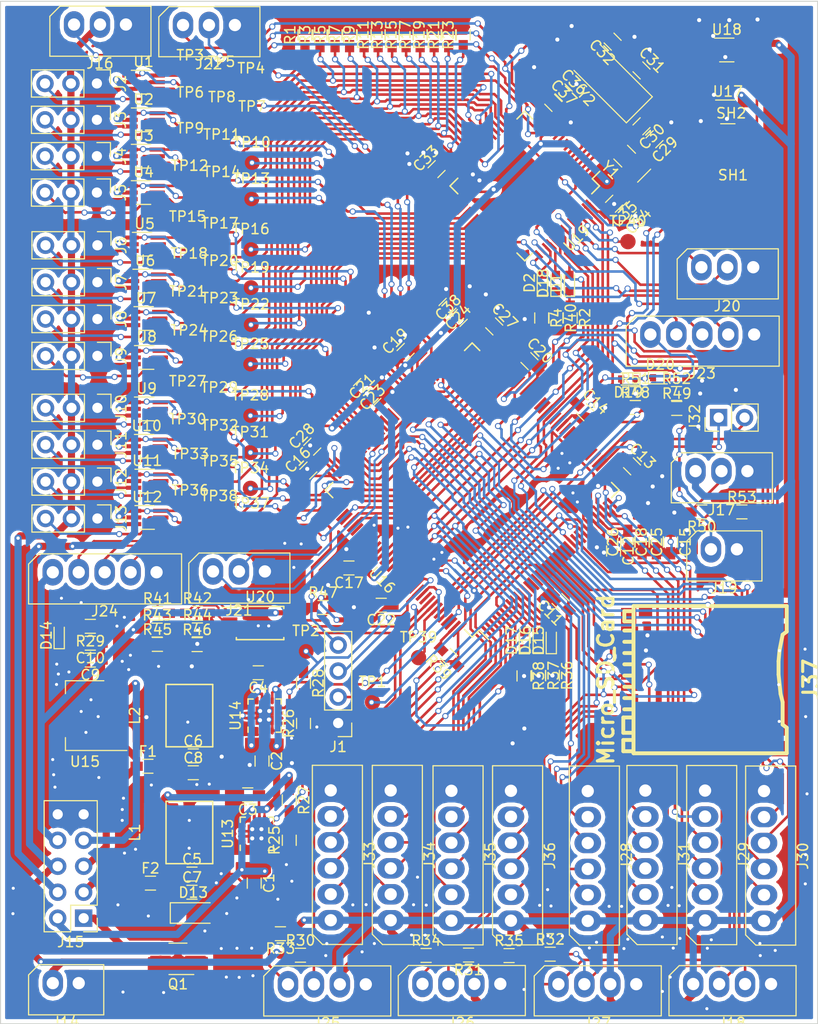
<source format=kicad_pcb>
(kicad_pcb (version 4) (host pcbnew 4.0.6)
  (layers (0 F.Cu signal) (31 B.Cu signal) (34 B.Paste user) (35 F.Paste user) (36 B.SilkS user) (37 F.SilkS user) (38 B.Mask user) (39 F.Mask user) (44 Edge.Cuts user))
  (net 0 "")
  (net 1 /VBATT)
  (net 2 GND)
  (net 3 "Net-(C3-Pad1)")
  (net 4 "Net-(C4-Pad1)")
  (net 5 /POWER/5V_INT_JMP)
  (net 6 /POWER/3V3_JMP)
  (net 7 /3V3)
  (net 8 "Net-(C27-Pad2)")
  (net 9 "Net-(C28-Pad2)")
  (net 10 "Net-(C29-Pad2)")
  (net 11 "Net-(C30-Pad2)")
  (net 12 "Net-(C31-Pad2)")
  (net 13 "Net-(C32-Pad2)")
  (net 14 "Net-(D14-Pad2)")
  (net 15 "Net-(D16-Pad2)")
  (net 16 "Net-(D17-Pad2)")
  (net 17 "Net-(D17-Pad1)")
  (net 18 "Net-(D18-Pad2)")
  (net 19 "Net-(D18-Pad1)")
  (net 20 /SDA1)
  (net 21 /SCL1)
  (net 22 /5V_EXT)
  (net 23 "Net-(J3-Pad3)")
  (net 24 "Net-(J4-Pad3)")
  (net 25 "Net-(J5-Pad3)")
  (net 26 "Net-(J6-Pad3)")
  (net 27 "Net-(J7-Pad3)")
  (net 28 "Net-(J8-Pad3)")
  (net 29 "Net-(J9-Pad3)")
  (net 30 "Net-(J10-Pad3)")
  (net 31 "Net-(J11-Pad3)")
  (net 32 "Net-(J12-Pad3)")
  (net 33 "Net-(J13-Pad3)")
  (net 34 /POWER/VBATT_JMP)
  (net 35 /POWER/5V_EXT_JMP)
  (net 36 /5V_INT)
  (net 37 /PPM)
  (net 38 /AIR_SPD)
  (net 39 /ULTRA_SONIC_1)
  (net 40 /ULTRA_SONIC_2)
  (net 41 /EXT_BATT)
  (net 42 /SAFETY_DBG_RX)
  (net 43 /SAFETY_DBG_TX)
  (net 44 /RX3)
  (net 45 /TX3)
  (net 46 /SCLK_SAFETY)
  (net 47 /SWIO_SAFETY)
  (net 48 /NRST_SAFETY)
  (net 49 /SCLK_PILOT)
  (net 50 /SWIO_PILOT)
  (net 51 /NRST_PILOT)
  (net 52 /SCL2)
  (net 53 /SDA2)
  (net 54 /SCL4)
  (net 55 /SDA4)
  (net 56 /RTS1)
  (net 57 /TX1)
  (net 58 /RX1)
  (net 59 /CTS1)
  (net 60 /RTS4)
  (net 61 /TX4)
  (net 62 /RX4)
  (net 63 /CTS4)
  (net 64 /RTS7)
  (net 65 /TX7)
  (net 66 /RX7)
  (net 67 /CTS7)
  (net 68 /RTS2)
  (net 69 /TX2)
  (net 70 /RX2)
  (net 71 /CTS2)
  (net 72 /UCK3)
  (net 73 /UCK2)
  (net 74 /NSS1)
  (net 75 /MISO1)
  (net 76 /MOSI1)
  (net 77 /SCK1)
  (net 78 /NSS2)
  (net 79 /MISO2)
  (net 80 /MOSI2)
  (net 81 /SCK2)
  (net 82 /NSS4)
  (net 83 /MISO4)
  (net 84 /MOSI4)
  (net 85 /SCK4)
  (net 86 /NSS5)
  (net 87 /MISO5)
  (net 88 /MOSI5)
  (net 89 /SCK5)
  (net 90 "/PWM 1-12/SEL1")
  (net 91 "/PWM 1-12/PWM1")
  (net 92 "/PWM 1-12/SEL2")
  (net 93 "/PWM 1-12/PWM2")
  (net 94 "/PWM 1-12/SEL3")
  (net 95 "/PWM 1-12/PWM3")
  (net 96 "/PWM 1-12/SEL4")
  (net 97 "/PWM 1-12/PWM4")
  (net 98 "/PWM 1-12/SEL5")
  (net 99 "/PWM 1-12/PWM5")
  (net 100 "/PWM 1-12/SEL6")
  (net 101 "/PWM 1-12/PWM6")
  (net 102 "/PWM 1-12/SEL7")
  (net 103 "/PWM 1-12/PWM7")
  (net 104 "/PWM 1-12/SEL8")
  (net 105 "/PWM 1-12/PWM8")
  (net 106 "/PWM 1-12/SEL9")
  (net 107 "/PWM 1-12/PWM9")
  (net 108 "/PWM 1-12/SEL10")
  (net 109 "/PWM 1-12/PWM10")
  (net 110 "/PWM 1-12/SEL11")
  (net 111 "/PWM 1-12/PWM11")
  (net 112 "/PWM 1-12/SEL12")
  (net 113 "/PWM 1-12/PWM12")
  (net 114 /PPM_BUFF)
  (net 115 /MEMORY/E1)
  (net 116 /MEMORY/E2)
  (net 117 /MEMORY/E3)
  (net 118 /MEM_WC)
  (net 119 /PW_GOOD_EXT)
  (net 120 /PW_GOOD_INT)
  (net 121 "Net-(D15-Pad2)")
  (net 122 "Net-(D15-Pad1)")
  (net 123 "Net-(D16-Pad1)")
  (net 124 "/PILOT CONTROLLER/ADC2_IN9")
  (net 125 "/PILOT CONTROLLER/ADC2_IN8")
  (net 126 "/PILOT CONTROLLER/JRST")
  (net 127 "/PILOT CONTROLLER/TDO")
  (net 128 "Net-(J2-Pad3)")
  (net 129 /UHF_RX)
  (net 130 /UHF_TX)
  (net 131 "Net-(R39-Pad2)")
  (net 132 "/PILOT CONTROLLER/ADC3_IN10")
  (net 133 "/PILOT CONTROLLER/OC1")
  (net 134 "/PILOT CONTROLLER/OC2")
  (net 135 "/PILOT CONTROLLER/OC3")
  (net 136 "/PILOT CONTROLLER/OC4")
  (net 137 "/PILOT CONTROLLER/OC5")
  (net 138 "/PILOT CONTROLLER/OC6")
  (net 139 "/PILOT CONTROLLER/OC7")
  (net 140 "/PILOT CONTROLLER/OC8")
  (net 141 "/PILOT CONTROLLER/OC9")
  (net 142 "/PILOT CONTROLLER/OC10")
  (net 143 "/PILOT CONTROLLER/OC11")
  (net 144 "/PILOT CONTROLLER/OC12")
  (net 145 "Net-(TP39-Pad1)")
  (net 146 "Net-(TP40-Pad1)")
  (net 147 "/PILOT CONTROLLER/TDI")
  (net 148 "Net-(D1-Pad2)")
  (net 149 "Net-(D1-Pad1)")
  (net 150 "Net-(D2-Pad2)")
  (net 151 "Net-(D2-Pad1)")
  (net 152 /POWER/BATT_IN)
  (net 153 /POWER/5V_EXT_OUT)
  (net 154 /POWER/5V_INT_OUT)
  (net 155 /POWER/5V_EXT_PREFUSE)
  (net 156 /POWER/5V_INT_PREFUSE)
  (net 157 /POWER/5V_EXT_FB)
  (net 158 /POWER/5V_INT_FB)
  (module WARG:via (layer F.Cu) (at 106.4768 98.96856)
    (fp_text reference REF** hide)
    (fp_text value via hide)
    (pad 1 thru_hole circle (at 0 0) (size 0.6 0.6) (drill 0.3) (layers *.Cu) (net 2 GND))
  )
  (module WARG:via (layer F.Cu) (at 106.045 98.08464)
    (fp_text reference REF** hide)
    (fp_text value via hide)
    (pad 1 thru_hole circle (at 0 0) (size 0.6 0.6) (drill 0.3) (layers *.Cu) (net 2 GND))
  )
  (module WARG:via (layer F.Cu) (at 105.73512 95.14332)
    (fp_text reference REF** hide)
    (fp_text value via hide)
    (pad 1 thru_hole circle (at 0 0) (size 0.6 0.6) (drill 0.3) (layers *.Cu) (net 2 GND))
  )
  (module WARG:via (layer F.Cu) (at 104.96804 94.21876)
    (fp_text reference REF** hide)
    (fp_text value via hide)
    (pad 1 thru_hole circle (at 0 0) (size 0.6 0.6) (drill 0.3) (layers *.Cu) (net 2 GND))
  )
  (module WARG:via (layer F.Cu) (at 104.5972 95.67164)
    (fp_text reference REF** hide)
    (fp_text value via hide)
    (pad 1 thru_hole circle (at 0 0) (size 0.6 0.6) (drill 0.3) (layers *.Cu) (net 2 GND))
  )
  (module WARG:via (layer F.Cu) (at 92.4306 104.56164)
    (fp_text reference REF** hide)
    (fp_text value via hide)
    (pad 1 thru_hole circle (at 0 0) (size 0.6 0.6) (drill 0.3) (layers *.Cu) (net 2 GND))
  )
  (module WARG:via (layer F.Cu) (at 93.21292 103.90124)
    (fp_text reference REF** hide)
    (fp_text value via hide)
    (pad 1 thru_hole circle (at 0 0) (size 0.6 0.6) (drill 0.3) (layers *.Cu) (net 2 GND))
  )
  (module WARG:via (layer F.Cu) (at 62.55004 115.36172)
    (fp_text reference REF** hide)
    (fp_text value via hide)
    (pad 1 thru_hole circle (at 0 0) (size 0.6 0.6) (drill 0.3) (layers *.Cu) (net 2 GND))
  )
  (module WARG:via (layer F.Cu) (at 58.85688 118.3132)
    (fp_text reference REF** hide)
    (fp_text value via hide)
    (pad 1 thru_hole circle (at 0 0) (size 0.6 0.6) (drill 0.3) (layers *.Cu) (net 2 GND))
  )
  (module WARG:via (layer F.Cu) (at 55.50408 114.82832)
    (fp_text reference REF** hide)
    (fp_text value via hide)
    (pad 1 thru_hole circle (at 0 0) (size 0.6 0.6) (drill 0.3) (layers *.Cu) (net 2 GND))
  )
  (module WARG:via (layer F.Cu) (at 56.69788 115.5954)
    (fp_text reference REF** hide)
    (fp_text value via hide)
    (pad 1 thru_hole circle (at 0 0) (size 0.6 0.6) (drill 0.3) (layers *.Cu) (net 2 GND))
  )
  (module WARG:via (layer F.Cu) (at 88.91016 101.53396)
    (fp_text reference REF** hide)
    (fp_text value via hide)
    (pad 1 thru_hole circle (at 0 0) (size 0.6 0.6) (drill 0.3) (layers *.Cu) (net 2 GND))
  )
  (module WARG:via (layer F.Cu) (at 89.88552 101.42728)
    (fp_text reference REF** hide)
    (fp_text value via hide)
    (pad 1 thru_hole circle (at 0 0) (size 0.6 0.6) (drill 0.3) (layers *.Cu) (net 2 GND))
  )
  (module WARG:via (layer F.Cu) (at 86.57844 101.23932)
    (fp_text reference REF** hide)
    (fp_text value via hide)
    (pad 1 thru_hole circle (at 0 0) (size 0.6 0.6) (drill 0.3) (layers *.Cu) (net 2 GND))
  )
  (module WARG:via (layer F.Cu) (at 78.71968 105.36936)
    (fp_text reference REF** hide)
    (fp_text value via hide)
    (pad 1 thru_hole circle (at 0 0) (size 0.6 0.6) (drill 0.3) (layers *.Cu) (net 2 GND))
  )
  (module WARG:via (layer F.Cu) (at 79.43596 103.0732)
    (fp_text reference REF** hide)
    (fp_text value via hide)
    (pad 1 thru_hole circle (at 0 0) (size 0.6 0.6) (drill 0.3) (layers *.Cu) (net 2 GND))
  )
  (module WARG:via (layer F.Cu) (at 77.83068 103.01224)
    (fp_text reference REF** hide)
    (fp_text value via hide)
    (pad 1 thru_hole circle (at 0 0) (size 0.6 0.6) (drill 0.3) (layers *.Cu) (net 2 GND))
  )
  (module WARG:via (layer F.Cu) (at 103.56596 136.8806)
    (fp_text reference REF** hide)
    (fp_text value via hide)
    (pad 1 thru_hole circle (at 0 0) (size 0.6 0.6) (drill 0.3) (layers *.Cu) (net 2 GND))
  )
  (module WARG:via (layer F.Cu) (at 115.72748 136.66724)
    (fp_text reference REF** hide)
    (fp_text value via hide)
    (pad 1 thru_hole circle (at 0 0) (size 0.6 0.6) (drill 0.3) (layers *.Cu) (net 2 GND))
  )
  (module WARG:via (layer F.Cu) (at 128.76784 113.3602)
    (fp_text reference REF** hide)
    (fp_text value via hide)
    (pad 1 thru_hole circle (at 0 0) (size 0.6 0.6) (drill 0.3) (layers *.Cu) (net 2 GND))
  )
  (module WARG:via (layer F.Cu) (at 126.26848 113.5126)
    (fp_text reference REF** hide)
    (fp_text value via hide)
    (pad 1 thru_hole circle (at 0 0) (size 0.6 0.6) (drill 0.3) (layers *.Cu) (net 2 GND))
  )
  (module WARG:via (layer F.Cu) (at 126.19228 116.83492)
    (fp_text reference REF** hide)
    (fp_text value via hide)
    (pad 1 thru_hole circle (at 0 0) (size 0.6 0.6) (drill 0.3) (layers *.Cu) (net 2 GND))
  )
  (module WARG:via (layer F.Cu) (at 126.238 120.43156)
    (fp_text reference REF** hide)
    (fp_text value via hide)
    (pad 1 thru_hole circle (at 0 0) (size 0.6 0.6) (drill 0.3) (layers *.Cu) (net 2 GND))
  )
  (module WARG:via (layer F.Cu) (at 128.8288 116.37772)
    (fp_text reference REF** hide)
    (fp_text value via hide)
    (pad 1 thru_hole circle (at 0 0) (size 0.6 0.6) (drill 0.3) (layers *.Cu) (net 2 GND))
  )
  (module WARG:via (layer F.Cu) (at 128.8288 119.95912)
    (fp_text reference REF** hide)
    (fp_text value via hide)
    (pad 1 thru_hole circle (at 0 0) (size 0.6 0.6) (drill 0.3) (layers *.Cu) (net 2 GND))
  )
  (module WARG:via (layer F.Cu) (at 128.96088 127.51308)
    (fp_text reference REF** hide)
    (fp_text value via hide)
    (pad 1 thru_hole circle (at 0 0) (size 0.6 0.6) (drill 0.3) (layers *.Cu) (net 2 GND))
  )
  (module WARG:via (layer F.Cu) (at 128.82372 133.45668)
    (fp_text reference REF** hide)
    (fp_text value via hide)
    (pad 1 thru_hole circle (at 0 0) (size 0.6 0.6) (drill 0.3) (layers *.Cu) (net 2 GND))
  )
  (module WARG:via (layer F.Cu) (at 128.79324 136.31672)
    (fp_text reference REF** hide)
    (fp_text value via hide)
    (pad 1 thru_hole circle (at 0 0) (size 0.6 0.6) (drill 0.3) (layers *.Cu) (net 2 GND))
  )
  (module WARG:via (layer F.Cu) (at 119.15648 148.52396)
    (fp_text reference REF** hide)
    (fp_text value via hide)
    (pad 1 thru_hole circle (at 0 0) (size 0.6 0.6) (drill 0.3) (layers *.Cu) (net 2 GND))
  )
  (module WARG:via (layer F.Cu) (at 125.84684 142.82928)
    (fp_text reference REF** hide)
    (fp_text value via hide)
    (pad 1 thru_hole circle (at 0 0) (size 0.6 0.6) (drill 0.3) (layers *.Cu) (net 2 GND))
  )
  (module WARG:via (layer F.Cu) (at 124.3838 143.3322)
    (fp_text reference REF** hide)
    (fp_text value via hide)
    (pad 1 thru_hole circle (at 0 0) (size 0.6 0.6) (drill 0.3) (layers *.Cu) (net 2 GND))
  )
  (module WARG:via (layer F.Cu) (at 124.34824 142.14348)
    (fp_text reference REF** hide)
    (fp_text value via hide)
    (pad 1 thru_hole circle (at 0 0) (size 0.6 0.6) (drill 0.3) (layers *.Cu) (net 2 GND))
  )
  (module WARG:via (layer F.Cu) (at 101.25456 146.64436)
    (fp_text reference REF** hide)
    (fp_text value via hide)
    (pad 1 thru_hole circle (at 0 0) (size 0.6 0.6) (drill 0.3) (layers *.Cu) (net 2 GND))
  )
  (module WARG:via (layer F.Cu) (at 114.79784 146.8374)
    (fp_text reference REF** hide)
    (fp_text value via hide)
    (pad 1 thru_hole circle (at 0 0) (size 0.6 0.6) (drill 0.3) (layers *.Cu) (net 2 GND))
  )
  (module WARG:via (layer F.Cu) (at 115.56492 145.43532)
    (fp_text reference REF** hide)
    (fp_text value via hide)
    (pad 1 thru_hole circle (at 0 0) (size 0.6 0.6) (drill 0.3) (layers *.Cu) (net 2 GND))
  )
  (module WARG:via (layer F.Cu) (at 90.82532 135.6614)
    (fp_text reference REF** hide)
    (fp_text value via hide)
    (pad 1 thru_hole circle (at 0 0) (size 0.6 0.6) (drill 0.3) (layers *.Cu) (net 2 GND))
  )
  (module WARG:via (layer F.Cu) (at 91.58224 141.34084)
    (fp_text reference REF** hide)
    (fp_text value via hide)
    (pad 1 thru_hole circle (at 0 0) (size 0.6 0.6) (drill 0.3) (layers *.Cu) (net 2 GND))
  )
  (module WARG:via (layer F.Cu) (at 90.24112 141.32052)
    (fp_text reference REF** hide)
    (fp_text value via hide)
    (pad 1 thru_hole circle (at 0 0) (size 0.6 0.6) (drill 0.3) (layers *.Cu) (net 2 GND))
  )
  (module WARG:via (layer F.Cu) (at 91.67876 138.39444)
    (fp_text reference REF** hide)
    (fp_text value via hide)
    (pad 1 thru_hole circle (at 0 0) (size 0.6 0.6) (drill 0.3) (layers *.Cu) (net 2 GND))
  )
  (module WARG:via (layer F.Cu) (at 90.43924 138.35888)
    (fp_text reference REF** hide)
    (fp_text value via hide)
    (pad 1 thru_hole circle (at 0 0) (size 0.6 0.6) (drill 0.3) (layers *.Cu) (net 2 GND))
  )
  (module WARG:via (layer F.Cu) (at 85.79104 138.34872)
    (fp_text reference REF** hide)
    (fp_text value via hide)
    (pad 1 thru_hole circle (at 0 0) (size 0.6 0.6) (drill 0.3) (layers *.Cu) (net 2 GND))
  )
  (module WARG:via (layer F.Cu) (at 84.49564 138.36904)
    (fp_text reference REF** hide)
    (fp_text value via hide)
    (pad 1 thru_hole circle (at 0 0) (size 0.6 0.6) (drill 0.3) (layers *.Cu) (net 2 GND))
  )
  (module WARG:via (layer F.Cu) (at 105.0036 141.40688)
    (fp_text reference REF** hide)
    (fp_text value via hide)
    (pad 1 thru_hole circle (at 0 0) (size 0.6 0.6) (drill 0.3) (layers *.Cu) (net 2 GND))
  )
  (module WARG:via (layer F.Cu) (at 103.6066 141.39672)
    (fp_text reference REF** hide)
    (fp_text value via hide)
    (pad 1 thru_hole circle (at 0 0) (size 0.6 0.6) (drill 0.3) (layers *.Cu) (net 2 GND))
  )
  (module WARG:via (layer F.Cu) (at 103.89616 138.4808)
    (fp_text reference REF** hide)
    (fp_text value via hide)
    (pad 1 thru_hole circle (at 0 0) (size 0.6 0.6) (drill 0.3) (layers *.Cu) (net 2 GND))
  )
  (module WARG:via (layer F.Cu) (at 102.78364 138.41476)
    (fp_text reference REF** hide)
    (fp_text value via hide)
    (pad 1 thru_hole circle (at 0 0) (size 0.6 0.6) (drill 0.3) (layers *.Cu) (net 2 GND))
  )
  (module WARG:via (layer F.Cu) (at 110.81004 138.51636)
    (fp_text reference REF** hide)
    (fp_text value via hide)
    (pad 1 thru_hole circle (at 0 0) (size 0.6 0.6) (drill 0.3) (layers *.Cu) (net 2 GND))
  )
  (module WARG:via (layer F.Cu) (at 109.58576 138.51636)
    (fp_text reference REF** hide)
    (fp_text value via hide)
    (pad 1 thru_hole circle (at 0 0) (size 0.6 0.6) (drill 0.3) (layers *.Cu) (net 2 GND))
  )
  (module WARG:via (layer F.Cu) (at 116.44376 138.45032)
    (fp_text reference REF** hide)
    (fp_text value via hide)
    (pad 1 thru_hole circle (at 0 0) (size 0.6 0.6) (drill 0.3) (layers *.Cu) (net 2 GND))
  )
  (module WARG:via (layer F.Cu) (at 115.35664 138.42492)
    (fp_text reference REF** hide)
    (fp_text value via hide)
    (pad 1 thru_hole circle (at 0 0) (size 0.6 0.6) (drill 0.3) (layers *.Cu) (net 2 GND))
  )
  (module WARG:via (layer F.Cu) (at 114.79784 141.51356)
    (fp_text reference REF** hide)
    (fp_text value via hide)
    (pad 1 thru_hole circle (at 0 0) (size 0.6 0.6) (drill 0.3) (layers *.Cu) (net 2 GND))
  )
  (module WARG:via (layer F.Cu) (at 119.58828 141.78788)
    (fp_text reference REF** hide)
    (fp_text value via hide)
    (pad 1 thru_hole circle (at 0 0) (size 0.6 0.6) (drill 0.3) (layers *.Cu) (net 2 GND))
  )
  (module WARG:via (layer F.Cu) (at 119.2022 142.61592)
    (fp_text reference REF** hide)
    (fp_text value via hide)
    (pad 1 thru_hole circle (at 0 0) (size 0.6 0.6) (drill 0.3) (layers *.Cu) (net 2 GND))
  )
  (module WARG:via (layer F.Cu) (at 116.52504 141.65072)
    (fp_text reference REF** hide)
    (fp_text value via hide)
    (pad 1 thru_hole circle (at 0 0) (size 0.6 0.6) (drill 0.3) (layers *.Cu) (net 2 GND))
  )
  (module WARG:via (layer F.Cu) (at 115.86464 142.60068)
    (fp_text reference REF** hide)
    (fp_text value via hide)
    (pad 1 thru_hole circle (at 0 0) (size 0.6 0.6) (drill 0.3) (layers *.Cu) (net 2 GND))
  )
  (module WARG:via (layer F.Cu) (at 111.03864 142.6464)
    (fp_text reference REF** hide)
    (fp_text value via hide)
    (pad 1 thru_hole circle (at 0 0) (size 0.6 0.6) (drill 0.3) (layers *.Cu) (net 2 GND))
  )
  (module WARG:via (layer F.Cu) (at 111.41964 141.732)
    (fp_text reference REF** hide)
    (fp_text value via hide)
    (pad 1 thru_hole circle (at 0 0) (size 0.6 0.6) (drill 0.3) (layers *.Cu) (net 2 GND))
  )
  (module WARG:via (layer F.Cu) (at 107.65536 142.58544)
    (fp_text reference REF** hide)
    (fp_text value via hide)
    (pad 1 thru_hole circle (at 0 0) (size 0.6 0.6) (drill 0.3) (layers *.Cu) (net 2 GND))
  )
  (module WARG:via (layer F.Cu) (at 108.35132 142.02664)
    (fp_text reference REF** hide)
    (fp_text value via hide)
    (pad 1 thru_hole circle (at 0 0) (size 0.6 0.6) (drill 0.3) (layers *.Cu) (net 2 GND))
  )
  (module WARG:via (layer F.Cu) (at 86.59876 142.15364)
    (fp_text reference REF** hide)
    (fp_text value via hide)
    (pad 1 thru_hole circle (at 0 0) (size 0.6 0.6) (drill 0.3) (layers *.Cu) (net 2 GND))
  )
  (module WARG:via (layer F.Cu) (at 85.39988 142.96644)
    (fp_text reference REF** hide)
    (fp_text value via hide)
    (pad 1 thru_hole circle (at 0 0) (size 0.6 0.6) (drill 0.3) (layers *.Cu) (net 2 GND))
  )
  (module WARG:via (layer F.Cu) (at 81.84388 143.3322)
    (fp_text reference REF** hide)
    (fp_text value via hide)
    (pad 1 thru_hole circle (at 0 0) (size 0.6 0.6) (drill 0.3) (layers *.Cu) (net 2 GND))
  )
  (module WARG:via (layer F.Cu) (at 81.94548 142.15364)
    (fp_text reference REF** hide)
    (fp_text value via hide)
    (pad 1 thru_hole circle (at 0 0) (size 0.6 0.6) (drill 0.3) (layers *.Cu) (net 2 GND))
  )
  (module WARG:via (layer F.Cu) (at 78.49616 122.0724)
    (fp_text reference REF** hide)
    (fp_text value via hide)
    (pad 1 thru_hole circle (at 0 0) (size 0.6 0.6) (drill 0.3) (layers *.Cu) (net 2 GND))
  )
  (module WARG:via (layer F.Cu) (at 80.97012 120.97512)
    (fp_text reference REF** hide)
    (fp_text value via hide)
    (pad 1 thru_hole circle (at 0 0) (size 0.6 0.6) (drill 0.3) (layers *.Cu) (net 2 GND))
  )
  (module WARG:via (layer F.Cu) (at 57.89676 108.80852)
    (fp_text reference REF** hide)
    (fp_text value via hide)
    (pad 1 thru_hole circle (at 0 0) (size 0.6 0.6) (drill 0.3) (layers *.Cu) (net 2 GND))
  )
  (module WARG:via (layer F.Cu) (at 55.96636 108.3818)
    (fp_text reference REF** hide)
    (fp_text value via hide)
    (pad 1 thru_hole circle (at 0 0) (size 0.6 0.6) (drill 0.3) (layers *.Cu) (net 2 GND))
  )
  (module WARG:via (layer F.Cu) (at 75.39736 108.5088)
    (fp_text reference REF** hide)
    (fp_text value via hide)
    (pad 1 thru_hole circle (at 0 0) (size 0.6 0.6) (drill 0.3) (layers *.Cu) (net 2 GND))
  )
  (module WARG:via (layer F.Cu) (at 74.27976 108.5088)
    (fp_text reference REF** hide)
    (fp_text value via hide)
    (pad 1 thru_hole circle (at 0 0) (size 0.6 0.6) (drill 0.3) (layers *.Cu) (net 2 GND))
  )
  (module WARG:via (layer F.Cu) (at 76.25588 111.08944)
    (fp_text reference REF** hide)
    (fp_text value via hide)
    (pad 1 thru_hole circle (at 0 0) (size 0.6 0.6) (drill 0.3) (layers *.Cu) (net 2 GND))
  )
  (module WARG:via (layer F.Cu) (at 75.23988 111.07928)
    (fp_text reference REF** hide)
    (fp_text value via hide)
    (pad 1 thru_hole circle (at 0 0) (size 0.6 0.6) (drill 0.3) (layers *.Cu) (net 2 GND))
  )
  (module WARG:via (layer F.Cu) (at 69.28612 111.49584)
    (fp_text reference REF** hide)
    (fp_text value via hide)
    (pad 1 thru_hole circle (at 0 0) (size 0.6 0.6) (drill 0.3) (layers *.Cu) (net 2 GND))
  )
  (module WARG:via (layer F.Cu) (at 62.12332 110.24616)
    (fp_text reference REF** hide)
    (fp_text value via hide)
    (pad 1 thru_hole circle (at 0 0) (size 0.6 0.6) (drill 0.3) (layers *.Cu) (net 2 GND))
  )
  (module WARG:via (layer F.Cu) (at 61.40196 111.10976)
    (fp_text reference REF** hide)
    (fp_text value via hide)
    (pad 1 thru_hole circle (at 0 0) (size 0.6 0.6) (drill 0.3) (layers *.Cu) (net 2 GND))
  )
  (module WARG:via (layer F.Cu) (at 61.91504 114.554)
    (fp_text reference REF** hide)
    (fp_text value via hide)
    (pad 1 thru_hole circle (at 0 0) (size 0.6 0.6) (drill 0.3) (layers *.Cu) (net 2 GND))
  )
  (module WARG:via (layer F.Cu) (at 65.47612 115.04676)
    (fp_text reference REF** hide)
    (fp_text value via hide)
    (pad 1 thru_hole circle (at 0 0) (size 0.6 0.6) (drill 0.3) (layers *.Cu) (net 2 GND))
  )
  (module WARG:via (layer F.Cu) (at 62.71768 113.95964)
    (fp_text reference REF** hide)
    (fp_text value via hide)
    (pad 1 thru_hole circle (at 0 0) (size 0.6 0.6) (drill 0.3) (layers *.Cu) (net 2 GND))
  )
  (module WARG:via (layer F.Cu) (at 55.48376 116.8146)
    (fp_text reference REF** hide)
    (fp_text value via hide)
    (pad 1 thru_hole circle (at 0 0) (size 0.6 0.6) (drill 0.3) (layers *.Cu) (net 2 GND))
  )
  (module WARG:via (layer F.Cu) (at 55.66664 115.7986)
    (fp_text reference REF** hide)
    (fp_text value via hide)
    (pad 1 thru_hole circle (at 0 0) (size 0.6 0.6) (drill 0.3) (layers *.Cu) (net 2 GND))
  )
  (module WARG:via (layer F.Cu) (at 57.89676 119.4562)
    (fp_text reference REF** hide)
    (fp_text value via hide)
    (pad 1 thru_hole circle (at 0 0) (size 0.6 0.6) (drill 0.3) (layers *.Cu) (net 2 GND))
  )
  (module WARG:via (layer F.Cu) (at 58.36412 121.50344)
    (fp_text reference REF** hide)
    (fp_text value via hide)
    (pad 1 thru_hole circle (at 0 0) (size 0.6 0.6) (drill 0.3) (layers *.Cu) (net 2 GND))
  )
  (module WARG:via (layer F.Cu) (at 59.563 119.95912)
    (fp_text reference REF** hide)
    (fp_text value via hide)
    (pad 1 thru_hole circle (at 0 0) (size 0.6 0.6) (drill 0.3) (layers *.Cu) (net 2 GND))
  )
  (module WARG:via (layer F.Cu) (at 68.33616 120.4976)
    (fp_text reference REF** hide)
    (fp_text value via hide)
    (pad 1 thru_hole circle (at 0 0) (size 0.6 0.6) (drill 0.3) (layers *.Cu) (net 2 GND))
  )
  (module WARG:via (layer F.Cu) (at 70.43928 126.56312)
    (fp_text reference REF** hide)
    (fp_text value via hide)
    (pad 1 thru_hole circle (at 0 0) (size 0.6 0.6) (drill 0.3) (layers *.Cu) (net 2 GND))
  )
  (module WARG:via (layer F.Cu) (at 69.22008 126.60376)
    (fp_text reference REF** hide)
    (fp_text value via hide)
    (pad 1 thru_hole circle (at 0 0) (size 0.6 0.6) (drill 0.3) (layers *.Cu) (net 2 GND))
  )
  (module WARG:via (layer F.Cu) (at 77.98816 134.43204)
    (fp_text reference REF** hide)
    (fp_text value via hide)
    (pad 1 thru_hole circle (at 0 0) (size 0.6 0.6) (drill 0.3) (layers *.Cu) (net 2 GND))
  )
  (module WARG:via (layer F.Cu) (at 78.52156 136.05764)
    (fp_text reference REF** hide)
    (fp_text value via hide)
    (pad 1 thru_hole circle (at 0 0) (size 0.6 0.6) (drill 0.3) (layers *.Cu) (net 2 GND))
  )
  (module WARG:via (layer F.Cu) (at 77.15504 137.8204)
    (fp_text reference REF** hide)
    (fp_text value via hide)
    (pad 1 thru_hole circle (at 0 0) (size 0.6 0.6) (drill 0.3) (layers *.Cu) (net 2 GND))
  )
  (module WARG:via (layer F.Cu) (at 74.58964 142.60576)
    (fp_text reference REF** hide)
    (fp_text value via hide)
    (pad 1 thru_hole circle (at 0 0) (size 0.6 0.6) (drill 0.3) (layers *.Cu) (net 2 GND))
  )
  (module WARG:via (layer F.Cu) (at 73.152 142.61592)
    (fp_text reference REF** hide)
    (fp_text value via hide)
    (pad 1 thru_hole circle (at 0 0) (size 0.6 0.6) (drill 0.3) (layers *.Cu) (net 2 GND))
  )
  (module WARG:via (layer F.Cu) (at 71.61276 142.64132)
    (fp_text reference REF** hide)
    (fp_text value via hide)
    (pad 1 thru_hole circle (at 0 0) (size 0.6 0.6) (drill 0.3) (layers *.Cu) (net 2 GND))
  )
  (module WARG:via (layer F.Cu) (at 74.71664 145.29816)
    (fp_text reference REF** hide)
    (fp_text value via hide)
    (pad 1 thru_hole circle (at 0 0) (size 0.6 0.6) (drill 0.3) (layers *.Cu) (net 2 GND))
  )
  (module WARG:via (layer F.Cu) (at 72.1106 145.43532)
    (fp_text reference REF** hide)
    (fp_text value via hide)
    (pad 1 thru_hole circle (at 0 0) (size 0.6 0.6) (drill 0.3) (layers *.Cu) (net 2 GND))
  )
  (module WARG:via (layer F.Cu) (at 73.36536 145.46072)
    (fp_text reference REF** hide)
    (fp_text value via hide)
    (pad 1 thru_hole circle (at 0 0) (size 0.6 0.6) (drill 0.3) (layers *.Cu) (net 2 GND))
  )
  (module WARG:via (layer F.Cu) (at 61.49848 138.36904)
    (fp_text reference REF** hide)
    (fp_text value via hide)
    (pad 1 thru_hole circle (at 0 0) (size 0.6 0.6) (drill 0.3) (layers *.Cu) (net 2 GND))
  )
  (module WARG:via (layer F.Cu) (at 64.47536 139.46124)
    (fp_text reference REF** hide)
    (fp_text value via hide)
    (pad 1 thru_hole circle (at 0 0) (size 0.6 0.6) (drill 0.3) (layers *.Cu) (net 2 GND))
  )
  (module WARG:via (layer F.Cu) (at 62.03696 127.9398)
    (fp_text reference REF** hide)
    (fp_text value via hide)
    (pad 1 thru_hole circle (at 0 0) (size 0.6 0.6) (drill 0.3) (layers *.Cu) (net 2 GND))
  )
  (module WARG:via (layer F.Cu) (at 64.77 126.64948)
    (fp_text reference REF** hide)
    (fp_text value via hide)
    (pad 1 thru_hole circle (at 0 0) (size 0.6 0.6) (drill 0.3) (layers *.Cu) (net 2 GND))
  )
  (module WARG:via (layer F.Cu) (at 59.62904 125.91796)
    (fp_text reference REF** hide)
    (fp_text value via hide)
    (pad 1 thru_hole circle (at 0 0) (size 0.6 0.6) (drill 0.3) (layers *.Cu) (net 2 GND))
  )
  (module WARG:via (layer F.Cu) (at 61.92012 129.04724)
    (fp_text reference REF** hide)
    (fp_text value via hide)
    (pad 1 thru_hole circle (at 0 0) (size 0.6 0.6) (drill 0.3) (layers *.Cu) (net 2 GND))
  )
  (module WARG:via (layer F.Cu) (at 61.91504 130.10896)
    (fp_text reference REF** hide)
    (fp_text value via hide)
    (pad 1 thru_hole circle (at 0 0) (size 0.6 0.6) (drill 0.3) (layers *.Cu) (net 2 GND))
  )
  (module WARG:via (layer F.Cu) (at 63.2206 132.93344)
    (fp_text reference REF** hide)
    (fp_text value via hide)
    (pad 1 thru_hole circle (at 0 0) (size 0.6 0.6) (drill 0.3) (layers *.Cu) (net 2 GND))
  )
  (module WARG:via (layer F.Cu) (at 62.13856 133.30936)
    (fp_text reference REF** hide)
    (fp_text value via hide)
    (pad 1 thru_hole circle (at 0 0) (size 0.6 0.6) (drill 0.3) (layers *.Cu) (net 2 GND))
  )
  (module WARG:via (layer F.Cu) (at 68.48348 130.10896)
    (fp_text reference REF** hide)
    (fp_text value via hide)
    (pad 1 thru_hole circle (at 0 0) (size 0.6 0.6) (drill 0.3) (layers *.Cu) (net 2 GND))
  )
  (module WARG:via (layer F.Cu) (at 68.46824 132.82676)
    (fp_text reference REF** hide)
    (fp_text value via hide)
    (pad 1 thru_hole circle (at 0 0) (size 0.6 0.6) (drill 0.3) (layers *.Cu) (net 2 GND))
  )
  (module WARG:via (layer F.Cu) (at 71.13016 136.21512)
    (fp_text reference REF** hide)
    (fp_text value via hide)
    (pad 1 thru_hole circle (at 0 0) (size 0.6 0.6) (drill 0.3) (layers *.Cu) (net 2 GND))
  )
  (module WARG:via (layer F.Cu) (at 71.60768 135.32104)
    (fp_text reference REF** hide)
    (fp_text value via hide)
    (pad 1 thru_hole circle (at 0 0) (size 0.6 0.6) (drill 0.3) (layers *.Cu) (net 2 GND))
  )
  (module WARG:via (layer F.Cu) (at 73.14184 137.69848)
    (fp_text reference REF** hide)
    (fp_text value via hide)
    (pad 1 thru_hole circle (at 0 0) (size 0.6 0.6) (drill 0.3) (layers *.Cu) (net 2 GND))
  )
  (module WARG:via (layer F.Cu) (at 72.14616 139.2174)
    (fp_text reference REF** hide)
    (fp_text value via hide)
    (pad 1 thru_hole circle (at 0 0) (size 0.6 0.6) (drill 0.3) (layers *.Cu) (net 2 GND))
  )
  (module WARG:via (layer F.Cu) (at 70.00748 140.92428)
    (fp_text reference REF** hide)
    (fp_text value via hide)
    (pad 1 thru_hole circle (at 0 0) (size 0.6 0.6) (drill 0.3) (layers *.Cu) (net 2 GND))
  )
  (module WARG:via (layer F.Cu) (at 65.96888 146.94408)
    (fp_text reference REF** hide)
    (fp_text value via hide)
    (pad 1 thru_hole circle (at 0 0) (size 0.6 0.6) (drill 0.3) (layers *.Cu) (net 2 GND))
  )
  (module WARG:via (layer F.Cu) (at 61.99124 146.89836)
    (fp_text reference REF** hide)
    (fp_text value via hide)
    (pad 1 thru_hole circle (at 0 0) (size 0.6 0.6) (drill 0.3) (layers *.Cu) (net 2 GND))
  )
  (module WARG:via (layer F.Cu) (at 51.21656 139.23264)
    (fp_text reference REF** hide)
    (fp_text value via hide)
    (pad 1 thru_hole circle (at 0 0) (size 0.6 0.6) (drill 0.3) (layers *.Cu) (net 2 GND))
  )
  (module WARG:via (layer F.Cu) (at 51.24704 136.74852)
    (fp_text reference REF** hide)
    (fp_text value via hide)
    (pad 1 thru_hole circle (at 0 0) (size 0.6 0.6) (drill 0.3) (layers *.Cu) (net 2 GND))
  )
  (module WARG:via (layer F.Cu) (at 55.20436 125.64364)
    (fp_text reference REF** hide)
    (fp_text value via hide)
    (pad 1 thru_hole circle (at 0 0) (size 0.6 0.6) (drill 0.3) (layers *.Cu) (net 2 GND))
  )
  (module WARG:via (layer F.Cu) (at 55.11292 124.16028)
    (fp_text reference REF** hide)
    (fp_text value via hide)
    (pad 1 thru_hole circle (at 0 0) (size 0.6 0.6) (drill 0.3) (layers *.Cu) (net 2 GND))
  )
  (module Connectors_Molex:Molex_SPOX-5267_22-03-5055_05x2.54mm_Straight (layer F.Cu) (at 65.278 105.8418 180)
    (fp_text reference J24 (at 5.08 -3.81 180) (layer F.SilkS))
    (fp_text value SPOX-5)
    (pad 1 thru_hole rect (at 0 0 180) (size 2 2.6) (drill 1.2) (layers *.Cu *.Mask) (net 2 GND))
    (pad 2 thru_hole oval (at 2.54 0 180) (size 2 2.6) (drill 1.2) (layers *.Cu *.Mask) (net 49 /SCLK_PILOT))
    (pad 3 thru_hole oval (at 5.08 0 180) (size 2 2.6) (drill 1.2) (layers *.Cu *.Mask) (net 50 /SWIO_PILOT))
    (pad 4 thru_hole oval (at 7.62 0 180) (size 2 2.6) (drill 1.2) (layers *.Cu *.Mask) (net 51 /NRST_PILOT))
    (pad 5 thru_hole oval (at 10.16 0 180) (size 2 2.6) (drill 1.2) (layers *.Cu *.Mask) (net 7 /3V3))
  )
  (module Resistors_SMD:R_0603_HandSoldering (layer F.Cu) (at 69.27596 109.84992)
    (fp_text reference R42 (at 0 -1.45) (layer F.SilkS))
    (fp_text value 10K)
    (pad 1 smd rect (at -1.1 0) (size 1.2 0.9) (layers F.Cu F.Paste F.Mask) (net 115 /MEMORY/E1))
    (pad 2 smd rect (at 1.1 0) (size 1.2 0.9) (layers F.Cu F.Paste F.Mask) (net 2 GND))
  )
  (module Housings_DFN_QFN:QFN-16-1EP_3x3mm_Pitch0.5mm (layer F.Cu) (at 75.8571 119.8626 90)
    (fp_text reference U14 (at 0 -2.85 90) (layer F.SilkS))
    (fp_text value TS30013-M050QFNR)
    (pad 1 smd oval (at -1.475 -0.75 90) (size 0.75 0.3) (layers F.Cu F.Paste F.Mask) (net 154 /POWER/5V_INT_OUT))
    (pad 2 smd oval (at -1.475 -0.25 90) (size 0.75 0.3) (layers F.Cu F.Paste F.Mask) (net 1 /VBATT))
    (pad 3 smd oval (at -1.475 0.25 90) (size 0.75 0.3) (layers F.Cu F.Paste F.Mask) (net 1 /VBATT))
    (pad 4 smd oval (at -1.475 0.75 90) (size 0.75 0.3) (layers F.Cu F.Paste F.Mask) (net 2 GND))
    (pad 5 smd oval (at -0.75 1.475 180) (size 0.75 0.3) (layers F.Cu F.Paste F.Mask) (net 158 /POWER/5V_INT_FB))
    (pad 6 smd oval (at -0.25 1.475 180) (size 0.75 0.3) (layers F.Cu F.Paste F.Mask))
    (pad 7 smd oval (at 0.25 1.475 180) (size 0.75 0.3) (layers F.Cu F.Paste F.Mask))
    (pad 8 smd oval (at 0.75 1.475 180) (size 0.75 0.3) (layers F.Cu F.Paste F.Mask) (net 120 /PW_GOOD_INT))
    (pad 9 smd oval (at 1.475 0.75 90) (size 0.75 0.3) (layers F.Cu F.Paste F.Mask) (net 1 /VBATT))
    (pad 10 smd oval (at 1.475 0.25 90) (size 0.75 0.3) (layers F.Cu F.Paste F.Mask) (net 4 "Net-(C4-Pad1)"))
    (pad 11 smd oval (at 1.475 -0.25 90) (size 0.75 0.3) (layers F.Cu F.Paste F.Mask) (net 1 /VBATT))
    (pad 12 smd oval (at 1.475 -0.75 90) (size 0.75 0.3) (layers F.Cu F.Paste F.Mask) (net 154 /POWER/5V_INT_OUT))
    (pad 13 smd oval (at 0.75 -1.475 180) (size 0.75 0.3) (layers F.Cu F.Paste F.Mask) (net 154 /POWER/5V_INT_OUT))
    (pad 14 smd oval (at 0.25 -1.475 180) (size 0.75 0.3) (layers F.Cu F.Paste F.Mask) (net 2 GND))
    (pad 15 smd oval (at -0.25 -1.475 180) (size 0.75 0.3) (layers F.Cu F.Paste F.Mask) (net 2 GND))
    (pad 16 smd oval (at -0.75 -1.475 180) (size 0.75 0.3) (layers F.Cu F.Paste F.Mask) (net 154 /POWER/5V_INT_OUT))
    (pad 17 smd rect (at 0.45 0.45 90) (size 0.9 0.9) (layers F.Cu F.Paste F.Mask) (net 2 GND))
    (pad 17 smd rect (at 0.45 -0.45 90) (size 0.9 0.9) (layers F.Cu F.Paste F.Mask) (net 2 GND))
    (pad 17 smd rect (at -0.45 0.45 90) (size 0.9 0.9) (layers F.Cu F.Paste F.Mask) (net 2 GND))
    (pad 17 smd rect (at -0.45 -0.45 90) (size 0.9 0.9) (layers F.Cu F.Paste F.Mask) (net 2 GND))
  )
  (module TO_SOT_Packages_SMD:SOT-363_SC-70-6_Handsoldering (layer F.Cu) (at 64.3636 100.4824)
    (fp_text reference U12 (at 0 -2) (layer F.SilkS))
    (fp_text value NLAS4599)
    (pad 1 smd rect (at -1.33 -0.65) (size 1.5 0.4) (layers F.Cu F.Paste F.Mask) (net 112 "/PWM 1-12/SEL12"))
    (pad 2 smd rect (at -1.33 0) (size 1.5 0.4) (layers F.Cu F.Paste F.Mask) (net 36 /5V_INT))
    (pad 3 smd rect (at -1.33 0.65) (size 1.5 0.4) (layers F.Cu F.Paste F.Mask) (net 2 GND))
    (pad 4 smd rect (at 1.33 0.65) (size 1.5 0.4) (layers F.Cu F.Paste F.Mask) (net 113 "/PWM 1-12/PWM12"))
    (pad 5 smd rect (at 1.33 0) (size 1.5 0.4) (layers F.Cu F.Paste F.Mask) (net 33 "Net-(J13-Pad3)"))
    (pad 6 smd rect (at 1.33 -0.65) (size 1.5 0.4) (layers F.Cu F.Paste F.Mask) (net 144 "/PILOT CONTROLLER/OC12"))
  )
  (module WARG:micro_sd (layer F.Cu) (at 118.9736 116.3447 90)
    (fp_text reference J37 (at 0 10.39876 90) (layer F.SilkS) (effects (font (thickness 0.3048))))
    (fp_text value Micro_SD_Card (at 0 -9.70026 90) (layer F.SilkS) (effects (font (thickness 0.3048))))
    (pad 8 smd rect (at 4.8006 -7.38378 90) (size 0.8001 1.67894) (layers F.Cu F.Paste F.Mask) (clearance 0.20066))
    (pad 7 smd rect (at 3.70078 -7.38378 90) (size 0.8001 1.67894) (layers F.Cu F.Paste F.Mask) (net 87 /MISO5) (clearance 0.20066))
    (pad 6 smd rect (at 2.60096 -7.38378 90) (size 0.8001 1.67894) (layers F.Cu F.Paste F.Mask) (net 2 GND) (clearance 0.20066))
    (pad 5 smd rect (at 1.50114 -7.38378 90) (size 0.8001 1.67894) (layers F.Cu F.Paste F.Mask) (net 89 /SCK5) (clearance 0.20066))
    (pad 4 smd rect (at 0.39878 -7.38378 90) (size 0.8001 1.67894) (layers F.Cu F.Paste F.Mask) (net 7 /3V3) (clearance 0.20066))
    (pad 3 smd rect (at -0.70104 -7.38378 90) (size 0.8001 1.67894) (layers F.Cu F.Paste F.Mask) (net 88 /MOSI5) (clearance 0.20066))
    (pad 2 smd rect (at -1.80086 -7.38378 90) (size 0.8001 1.67894) (layers F.Cu F.Paste F.Mask) (net 86 /NSS5) (clearance 0.20066))
    (pad 1 smd rect (at -2.90068 -7.38378 90) (size 0.8001 1.67894) (layers F.Cu F.Paste F.Mask) (clearance 0.20066))
    (pad CD2 smd rect (at 6.85546 -5.82422 90) (size 1.29032 1.30048) (layers F.Cu F.Paste F.Mask) (clearance 0.20066))
    (pad "" smd rect (at 6.74878 7.37616 90) (size 1.50114 1.69926) (layers F.Cu F.Paste F.Mask))
    (pad "" smd rect (at -6.44906 -7.47522 90) (size 1.69926 1.50114) (layers F.Cu F.Paste F.Mask))
    (pad CD1 smd rect (at 6.85546 1.5748 90) (size 1.29032 1.39954) (layers F.Cu F.Paste F.Mask))
    (pad "" smd rect (at -6.74878 7.37616 90) (size 1.50114 1.69926) (layers F.Cu F.Paste F.Mask))
    (pad "" smd rect (at 6.2103 -7.47522 90) (size 1.6002 1.50114) (layers F.Cu F.Paste F.Mask) (clearance 0.20066))
  )
  (module Housings_QFP:LQFP-144_20x20mm_Pitch0.5mm (layer F.Cu) (at 96.1771 97.8027 135)
    (fp_text reference U16 (at 0 -12.475 135) (layer F.SilkS))
    (fp_text value STM32F765ZGT6)
    (pad 1 smd rect (at -10.7 -8.75 135) (size 1.55 0.3) (layers F.Cu F.Paste F.Mask) (net 85 /SCK4))
    (pad 2 smd rect (at -10.7 -8.25 135) (size 1.55 0.3) (layers F.Cu F.Paste F.Mask))
    (pad 3 smd rect (at -10.7 -7.75 135) (size 1.55 0.3) (layers F.Cu F.Paste F.Mask) (net 82 /NSS4))
    (pad 4 smd rect (at -10.7 -7.25 135) (size 1.55 0.3) (layers F.Cu F.Paste F.Mask) (net 83 /MISO4))
    (pad 5 smd rect (at -10.7 -6.75 135) (size 1.55 0.3) (layers F.Cu F.Paste F.Mask) (net 84 /MOSI4))
    (pad 6 smd rect (at -10.7 -6.25 135) (size 1.55 0.3) (layers F.Cu F.Paste F.Mask) (net 7 /3V3))
    (pad 7 smd rect (at -10.7 -5.75 135) (size 1.55 0.3) (layers F.Cu F.Paste F.Mask) (net 16 "Net-(D17-Pad2)"))
    (pad 8 smd rect (at -10.7 -5.25 135) (size 1.55 0.3) (layers F.Cu F.Paste F.Mask) (net 15 "Net-(D16-Pad2)"))
    (pad 9 smd rect (at -10.7 -4.75 135) (size 1.55 0.3) (layers F.Cu F.Paste F.Mask) (net 121 "Net-(D15-Pad2)"))
    (pad 10 smd rect (at -10.7 -4.25 135) (size 1.55 0.3) (layers F.Cu F.Paste F.Mask) (net 53 /SDA2))
    (pad 11 smd rect (at -10.7 -3.75 135) (size 1.55 0.3) (layers F.Cu F.Paste F.Mask) (net 52 /SCL2))
    (pad 12 smd rect (at -10.7 -3.25 135) (size 1.55 0.3) (layers F.Cu F.Paste F.Mask))
    (pad 13 smd rect (at -10.7 -2.75 135) (size 1.55 0.3) (layers F.Cu F.Paste F.Mask))
    (pad 14 smd rect (at -10.7 -2.25 135) (size 1.55 0.3) (layers F.Cu F.Paste F.Mask))
    (pad 15 smd rect (at -10.7 -1.75 135) (size 1.55 0.3) (layers F.Cu F.Paste F.Mask))
    (pad 16 smd rect (at -10.7 -1.25 135) (size 1.55 0.3) (layers F.Cu F.Paste F.Mask) (net 2 GND))
    (pad 17 smd rect (at -10.7 -0.75 135) (size 1.55 0.3) (layers F.Cu F.Paste F.Mask) (net 7 /3V3))
    (pad 18 smd rect (at -10.7 -0.25 135) (size 1.55 0.3) (layers F.Cu F.Paste F.Mask) (net 86 /NSS5))
    (pad 19 smd rect (at -10.7 0.25 135) (size 1.55 0.3) (layers F.Cu F.Paste F.Mask) (net 89 /SCK5))
    (pad 20 smd rect (at -10.7 0.75 135) (size 1.55 0.3) (layers F.Cu F.Paste F.Mask) (net 87 /MISO5))
    (pad 21 smd rect (at -10.7 1.25 135) (size 1.55 0.3) (layers F.Cu F.Paste F.Mask) (net 88 /MOSI5))
    (pad 22 smd rect (at -10.7 1.75 135) (size 1.55 0.3) (layers F.Cu F.Paste F.Mask))
    (pad 23 smd rect (at -10.7 2.25 135) (size 1.55 0.3) (layers F.Cu F.Paste F.Mask))
    (pad 24 smd rect (at -10.7 2.75 135) (size 1.55 0.3) (layers F.Cu F.Paste F.Mask))
    (pad 25 smd rect (at -10.7 3.25 135) (size 1.55 0.3) (layers F.Cu F.Paste F.Mask) (net 49 /SCLK_PILOT))
    (pad 26 smd rect (at -10.7 3.75 135) (size 1.55 0.3) (layers F.Cu F.Paste F.Mask) (net 132 "/PILOT CONTROLLER/ADC3_IN10"))
    (pad 27 smd rect (at -10.7 4.25 135) (size 1.55 0.3) (layers F.Cu F.Paste F.Mask))
    (pad 28 smd rect (at -10.7 4.75 135) (size 1.55 0.3) (layers F.Cu F.Paste F.Mask) (net 79 /MISO2))
    (pad 29 smd rect (at -10.7 5.25 135) (size 1.55 0.3) (layers F.Cu F.Paste F.Mask) (net 80 /MOSI2))
    (pad 30 smd rect (at -10.7 5.75 135) (size 1.55 0.3) (layers F.Cu F.Paste F.Mask) (net 7 /3V3))
    (pad 31 smd rect (at -10.7 6.25 135) (size 1.55 0.3) (layers F.Cu F.Paste F.Mask) (net 2 GND))
    (pad 32 smd rect (at -10.7 6.75 135) (size 1.55 0.3) (layers F.Cu F.Paste F.Mask) (net 7 /3V3))
    (pad 33 smd rect (at -10.7 7.25 135) (size 1.55 0.3) (layers F.Cu F.Paste F.Mask) (net 7 /3V3))
    (pad 34 smd rect (at -10.7 7.75 135) (size 1.55 0.3) (layers F.Cu F.Paste F.Mask) (net 71 /CTS2))
    (pad 35 smd rect (at -10.7 8.25 135) (size 1.55 0.3) (layers F.Cu F.Paste F.Mask) (net 68 /RTS2))
    (pad 36 smd rect (at -10.7 8.75 135) (size 1.55 0.3) (layers F.Cu F.Paste F.Mask) (net 69 /TX2))
    (pad 37 smd rect (at -8.75 10.7 225) (size 1.55 0.3) (layers F.Cu F.Paste F.Mask) (net 70 /RX2))
    (pad 38 smd rect (at -8.25 10.7 225) (size 1.55 0.3) (layers F.Cu F.Paste F.Mask) (net 2 GND))
    (pad 39 smd rect (at -7.75 10.7 225) (size 1.55 0.3) (layers F.Cu F.Paste F.Mask) (net 7 /3V3))
    (pad 40 smd rect (at -7.25 10.7 225) (size 1.55 0.3) (layers F.Cu F.Paste F.Mask) (net 73 /UCK2))
    (pad 41 smd rect (at -6.75 10.7 225) (size 1.55 0.3) (layers F.Cu F.Paste F.Mask) (net 114 /PPM_BUFF))
    (pad 42 smd rect (at -6.25 10.7 225) (size 1.55 0.3) (layers F.Cu F.Paste F.Mask))
    (pad 43 smd rect (at -5.75 10.7 225) (size 1.55 0.3) (layers F.Cu F.Paste F.Mask))
    (pad 44 smd rect (at -5.25 10.7 225) (size 1.55 0.3) (layers F.Cu F.Paste F.Mask))
    (pad 45 smd rect (at -4.75 10.7 225) (size 1.55 0.3) (layers F.Cu F.Paste F.Mask))
    (pad 46 smd rect (at -4.25 10.7 225) (size 1.55 0.3) (layers F.Cu F.Paste F.Mask) (net 125 "/PILOT CONTROLLER/ADC2_IN8"))
    (pad 47 smd rect (at -3.75 10.7 225) (size 1.55 0.3) (layers F.Cu F.Paste F.Mask) (net 124 "/PILOT CONTROLLER/ADC2_IN9"))
    (pad 48 smd rect (at -3.25 10.7 225) (size 1.55 0.3) (layers F.Cu F.Paste F.Mask))
    (pad 49 smd rect (at -2.75 10.7 225) (size 1.55 0.3) (layers F.Cu F.Paste F.Mask))
    (pad 50 smd rect (at -2.25 10.7 225) (size 1.55 0.3) (layers F.Cu F.Paste F.Mask))
    (pad 51 smd rect (at -1.75 10.7 225) (size 1.55 0.3) (layers F.Cu F.Paste F.Mask) (net 2 GND))
    (pad 52 smd rect (at -1.25 10.7 225) (size 1.55 0.3) (layers F.Cu F.Paste F.Mask) (net 7 /3V3))
    (pad 53 smd rect (at -0.75 10.7 225) (size 1.55 0.3) (layers F.Cu F.Paste F.Mask))
    (pad 54 smd rect (at -0.25 10.7 225) (size 1.55 0.3) (layers F.Cu F.Paste F.Mask) (net 54 /SCL4))
    (pad 55 smd rect (at 0.25 10.7 225) (size 1.55 0.3) (layers F.Cu F.Paste F.Mask) (net 55 /SDA4))
    (pad 56 smd rect (at 0.75 10.7 225) (size 1.55 0.3) (layers F.Cu F.Paste F.Mask))
    (pad 57 smd rect (at 1.25 10.7 225) (size 1.55 0.3) (layers F.Cu F.Paste F.Mask))
    (pad 58 smd rect (at 1.75 10.7 225) (size 1.55 0.3) (layers F.Cu F.Paste F.Mask) (net 66 /RX7))
    (pad 59 smd rect (at 2.25 10.7 225) (size 1.55 0.3) (layers F.Cu F.Paste F.Mask) (net 65 /TX7))
    (pad 60 smd rect (at 2.75 10.7 225) (size 1.55 0.3) (layers F.Cu F.Paste F.Mask) (net 64 /RTS7))
    (pad 61 smd rect (at 3.25 10.7 225) (size 1.55 0.3) (layers F.Cu F.Paste F.Mask) (net 2 GND))
    (pad 62 smd rect (at 3.75 10.7 225) (size 1.55 0.3) (layers F.Cu F.Paste F.Mask) (net 7 /3V3))
    (pad 63 smd rect (at 4.25 10.7 225) (size 1.55 0.3) (layers F.Cu F.Paste F.Mask) (net 67 /CTS7))
    (pad 64 smd rect (at 4.75 10.7 225) (size 1.55 0.3) (layers F.Cu F.Paste F.Mask) (net 144 "/PILOT CONTROLLER/OC12"))
    (pad 65 smd rect (at 5.25 10.7 225) (size 1.55 0.3) (layers F.Cu F.Paste F.Mask))
    (pad 66 smd rect (at 5.75 10.7 225) (size 1.55 0.3) (layers F.Cu F.Paste F.Mask) (net 143 "/PILOT CONTROLLER/OC11"))
    (pad 67 smd rect (at 6.25 10.7 225) (size 1.55 0.3) (layers F.Cu F.Paste F.Mask) (net 142 "/PILOT CONTROLLER/OC10"))
    (pad 68 smd rect (at 6.75 10.7 225) (size 1.55 0.3) (layers F.Cu F.Paste F.Mask))
    (pad 69 smd rect (at 7.25 10.7 225) (size 1.55 0.3) (layers F.Cu F.Paste F.Mask) (net 81 /SCK2))
    (pad 70 smd rect (at 7.75 10.7 225) (size 1.55 0.3) (layers F.Cu F.Paste F.Mask))
    (pad 71 smd rect (at 8.25 10.7 225) (size 1.55 0.3) (layers F.Cu F.Paste F.Mask) (net 8 "Net-(C27-Pad2)"))
    (pad 72 smd rect (at 8.75 10.7 225) (size 1.55 0.3) (layers F.Cu F.Paste F.Mask) (net 7 /3V3))
    (pad 73 smd rect (at 10.7 8.75 135) (size 1.55 0.3) (layers F.Cu F.Paste F.Mask) (net 78 /NSS2))
    (pad 74 smd rect (at 10.7 8.25 135) (size 1.55 0.3) (layers F.Cu F.Paste F.Mask))
    (pad 75 smd rect (at 10.7 7.75 135) (size 1.55 0.3) (layers F.Cu F.Paste F.Mask) (net 60 /RTS4))
    (pad 76 smd rect (at 10.7 7.25 135) (size 1.55 0.3) (layers F.Cu F.Paste F.Mask) (net 63 /CTS4))
    (pad 77 smd rect (at 10.7 6.75 135) (size 1.55 0.3) (layers F.Cu F.Paste F.Mask) (net 45 /TX3))
    (pad 78 smd rect (at 10.7 6.25 135) (size 1.55 0.3) (layers F.Cu F.Paste F.Mask) (net 44 /RX3))
    (pad 79 smd rect (at 10.7 5.75 135) (size 1.55 0.3) (layers F.Cu F.Paste F.Mask) (net 72 /UCK3))
    (pad 80 smd rect (at 10.7 5.25 135) (size 1.55 0.3) (layers F.Cu F.Paste F.Mask))
    (pad 81 smd rect (at 10.7 4.75 135) (size 1.55 0.3) (layers F.Cu F.Paste F.Mask) (net 133 "/PILOT CONTROLLER/OC1"))
    (pad 82 smd rect (at 10.7 4.25 135) (size 1.55 0.3) (layers F.Cu F.Paste F.Mask) (net 134 "/PILOT CONTROLLER/OC2"))
    (pad 83 smd rect (at 10.7 3.75 135) (size 1.55 0.3) (layers F.Cu F.Paste F.Mask) (net 2 GND))
    (pad 84 smd rect (at 10.7 3.25 135) (size 1.55 0.3) (layers F.Cu F.Paste F.Mask) (net 7 /3V3))
    (pad 85 smd rect (at 10.7 2.75 135) (size 1.55 0.3) (layers F.Cu F.Paste F.Mask) (net 135 "/PILOT CONTROLLER/OC3"))
    (pad 86 smd rect (at 10.7 2.25 135) (size 1.55 0.3) (layers F.Cu F.Paste F.Mask) (net 136 "/PILOT CONTROLLER/OC4"))
    (pad 87 smd rect (at 10.7 1.75 135) (size 1.55 0.3) (layers F.Cu F.Paste F.Mask))
    (pad 88 smd rect (at 10.7 1.25 135) (size 1.55 0.3) (layers F.Cu F.Paste F.Mask))
    (pad 89 smd rect (at 10.7 0.75 135) (size 1.55 0.3) (layers F.Cu F.Paste F.Mask))
    (pad 90 smd rect (at 10.7 0.25 135) (size 1.55 0.3) (layers F.Cu F.Paste F.Mask))
    (pad 91 smd rect (at 10.7 -0.25 135) (size 1.55 0.3) (layers F.Cu F.Paste F.Mask))
    (pad 92 smd rect (at 10.7 -0.75 135) (size 1.55 0.3) (layers F.Cu F.Paste F.Mask))
    (pad 93 smd rect (at 10.7 -1.25 135) (size 1.55 0.3) (layers F.Cu F.Paste F.Mask))
    (pad 94 smd rect (at 10.7 -1.75 135) (size 1.55 0.3) (layers F.Cu F.Paste F.Mask) (net 2 GND))
    (pad 95 smd rect (at 10.7 -2.25 135) (size 1.55 0.3) (layers F.Cu F.Paste F.Mask) (net 7 /3V3))
    (pad 96 smd rect (at 10.7 -2.75 135) (size 1.55 0.3) (layers F.Cu F.Paste F.Mask) (net 137 "/PILOT CONTROLLER/OC5"))
    (pad 97 smd rect (at 10.7 -3.25 135) (size 1.55 0.3) (layers F.Cu F.Paste F.Mask) (net 138 "/PILOT CONTROLLER/OC6"))
    (pad 98 smd rect (at 10.7 -3.75 135) (size 1.55 0.3) (layers F.Cu F.Paste F.Mask) (net 139 "/PILOT CONTROLLER/OC7"))
    (pad 99 smd rect (at 10.7 -4.25 135) (size 1.55 0.3) (layers F.Cu F.Paste F.Mask) (net 140 "/PILOT CONTROLLER/OC8"))
    (pad 100 smd rect (at 10.7 -4.75 135) (size 1.55 0.3) (layers F.Cu F.Paste F.Mask) (net 141 "/PILOT CONTROLLER/OC9"))
    (pad 101 smd rect (at 10.7 -5.25 135) (size 1.55 0.3) (layers F.Cu F.Paste F.Mask) (net 57 /TX1))
    (pad 102 smd rect (at 10.7 -5.75 135) (size 1.55 0.3) (layers F.Cu F.Paste F.Mask) (net 58 /RX1))
    (pad 103 smd rect (at 10.7 -6.25 135) (size 1.55 0.3) (layers F.Cu F.Paste F.Mask) (net 59 /CTS1))
    (pad 104 smd rect (at 10.7 -6.75 135) (size 1.55 0.3) (layers F.Cu F.Paste F.Mask) (net 56 /RTS1))
    (pad 105 smd rect (at 10.7 -7.25 135) (size 1.55 0.3) (layers F.Cu F.Paste F.Mask) (net 51 /NRST_PILOT))
    (pad 106 smd rect (at 10.7 -7.75 135) (size 1.55 0.3) (layers F.Cu F.Paste F.Mask) (net 9 "Net-(C28-Pad2)"))
    (pad 107 smd rect (at 10.7 -8.25 135) (size 1.55 0.3) (layers F.Cu F.Paste F.Mask) (net 2 GND))
    (pad 108 smd rect (at 10.7 -8.75 135) (size 1.55 0.3) (layers F.Cu F.Paste F.Mask) (net 7 /3V3))
    (pad 109 smd rect (at 8.75 -10.7 225) (size 1.55 0.3) (layers F.Cu F.Paste F.Mask) (net 50 /SWIO_PILOT))
    (pad 110 smd rect (at 8.25 -10.7 225) (size 1.55 0.3) (layers F.Cu F.Paste F.Mask) (net 147 "/PILOT CONTROLLER/TDI"))
    (pad 111 smd rect (at 7.75 -10.7 225) (size 1.55 0.3) (layers F.Cu F.Paste F.Mask))
    (pad 112 smd rect (at 7.25 -10.7 225) (size 1.55 0.3) (layers F.Cu F.Paste F.Mask))
    (pad 113 smd rect (at 6.75 -10.7 225) (size 1.55 0.3) (layers F.Cu F.Paste F.Mask))
    (pad 114 smd rect (at 6.25 -10.7 225) (size 1.55 0.3) (layers F.Cu F.Paste F.Mask) (net 61 /TX4))
    (pad 115 smd rect (at 5.75 -10.7 225) (size 1.55 0.3) (layers F.Cu F.Paste F.Mask) (net 62 /RX4))
    (pad 116 smd rect (at 5.25 -10.7 225) (size 1.55 0.3) (layers F.Cu F.Paste F.Mask))
    (pad 117 smd rect (at 4.75 -10.7 225) (size 1.55 0.3) (layers F.Cu F.Paste F.Mask))
    (pad 118 smd rect (at 4.25 -10.7 225) (size 1.55 0.3) (layers F.Cu F.Paste F.Mask))
    (pad 119 smd rect (at 3.75 -10.7 225) (size 1.55 0.3) (layers F.Cu F.Paste F.Mask))
    (pad 120 smd rect (at 3.25 -10.7 225) (size 1.55 0.3) (layers F.Cu F.Paste F.Mask) (net 2 GND))
    (pad 121 smd rect (at 2.75 -10.7 225) (size 1.55 0.3) (layers F.Cu F.Paste F.Mask) (net 7 /3V3))
    (pad 122 smd rect (at 2.25 -10.7 225) (size 1.55 0.3) (layers F.Cu F.Paste F.Mask))
    (pad 123 smd rect (at 1.75 -10.7 225) (size 1.55 0.3) (layers F.Cu F.Paste F.Mask) (net 76 /MOSI1))
    (pad 124 smd rect (at 1.25 -10.7 225) (size 1.55 0.3) (layers F.Cu F.Paste F.Mask) (net 75 /MISO1))
    (pad 125 smd rect (at 0.75 -10.7 225) (size 1.55 0.3) (layers F.Cu F.Paste F.Mask) (net 74 /NSS1))
    (pad 126 smd rect (at 0.25 -10.7 225) (size 1.55 0.3) (layers F.Cu F.Paste F.Mask) (net 77 /SCK1))
    (pad 127 smd rect (at -0.25 -10.7 225) (size 1.55 0.3) (layers F.Cu F.Paste F.Mask))
    (pad 128 smd rect (at -0.75 -10.7 225) (size 1.55 0.3) (layers F.Cu F.Paste F.Mask) (net 118 /MEM_WC))
    (pad 129 smd rect (at -1.25 -10.7 225) (size 1.55 0.3) (layers F.Cu F.Paste F.Mask) (net 119 /PW_GOOD_EXT))
    (pad 130 smd rect (at -1.75 -10.7 225) (size 1.55 0.3) (layers F.Cu F.Paste F.Mask) (net 2 GND))
    (pad 131 smd rect (at -2.25 -10.7 225) (size 1.55 0.3) (layers F.Cu F.Paste F.Mask) (net 7 /3V3))
    (pad 132 smd rect (at -2.75 -10.7 225) (size 1.55 0.3) (layers F.Cu F.Paste F.Mask) (net 120 /PW_GOOD_INT))
    (pad 133 smd rect (at -3.25 -10.7 225) (size 1.55 0.3) (layers F.Cu F.Paste F.Mask) (net 127 "/PILOT CONTROLLER/TDO"))
    (pad 134 smd rect (at -3.75 -10.7 225) (size 1.55 0.3) (layers F.Cu F.Paste F.Mask) (net 126 "/PILOT CONTROLLER/JRST"))
    (pad 135 smd rect (at -4.25 -10.7 225) (size 1.55 0.3) (layers F.Cu F.Paste F.Mask))
    (pad 136 smd rect (at -4.75 -10.7 225) (size 1.55 0.3) (layers F.Cu F.Paste F.Mask) (net 21 /SCL1))
    (pad 137 smd rect (at -5.25 -10.7 225) (size 1.55 0.3) (layers F.Cu F.Paste F.Mask) (net 20 /SDA1))
    (pad 138 smd rect (at -5.75 -10.7 225) (size 1.55 0.3) (layers F.Cu F.Paste F.Mask) (net 145 "Net-(TP39-Pad1)"))
    (pad 139 smd rect (at -6.25 -10.7 225) (size 1.55 0.3) (layers F.Cu F.Paste F.Mask) (net 39 /ULTRA_SONIC_1))
    (pad 140 smd rect (at -6.75 -10.7 225) (size 1.55 0.3) (layers F.Cu F.Paste F.Mask) (net 40 /ULTRA_SONIC_2))
    (pad 141 smd rect (at -7.25 -10.7 225) (size 1.55 0.3) (layers F.Cu F.Paste F.Mask))
    (pad 142 smd rect (at -7.75 -10.7 225) (size 1.55 0.3) (layers F.Cu F.Paste F.Mask))
    (pad 143 smd rect (at -8.25 -10.7 225) (size 1.55 0.3) (layers F.Cu F.Paste F.Mask) (net 131 "Net-(R39-Pad2)"))
    (pad 144 smd rect (at -8.75 -10.7 225) (size 1.55 0.3) (layers F.Cu F.Paste F.Mask) (net 7 /3V3))
  )
  (module Housings_QFP:LQFP-64_10x10mm_Pitch0.5mm (layer F.Cu) (at 101.32695 68.06565 225)
    (fp_text reference U19 (at 0 -7.2 225) (layer F.SilkS))
    (fp_text value STM32F030R8T6)
    (pad 1 smd rect (at -5.7 -3.75 225) (size 1 0.25) (layers F.Cu F.Paste F.Mask) (net 7 /3V3))
    (pad 2 smd rect (at -5.7 -3.25 225) (size 1 0.25) (layers F.Cu F.Paste F.Mask))
    (pad 3 smd rect (at -5.7 -2.75 225) (size 1 0.25) (layers F.Cu F.Paste F.Mask) (net 10 "Net-(C29-Pad2)"))
    (pad 4 smd rect (at -5.7 -2.25 225) (size 1 0.25) (layers F.Cu F.Paste F.Mask) (net 11 "Net-(C30-Pad2)"))
    (pad 5 smd rect (at -5.7 -1.75 225) (size 1 0.25) (layers F.Cu F.Paste F.Mask) (net 12 "Net-(C31-Pad2)"))
    (pad 6 smd rect (at -5.7 -1.25 225) (size 1 0.25) (layers F.Cu F.Paste F.Mask) (net 13 "Net-(C32-Pad2)"))
    (pad 7 smd rect (at -5.7 -0.75 225) (size 1 0.25) (layers F.Cu F.Paste F.Mask) (net 48 /NRST_SAFETY))
    (pad 8 smd rect (at -5.7 -0.25 225) (size 1 0.25) (layers F.Cu F.Paste F.Mask))
    (pad 9 smd rect (at -5.7 0.25 225) (size 1 0.25) (layers F.Cu F.Paste F.Mask))
    (pad 10 smd rect (at -5.7 0.75 225) (size 1 0.25) (layers F.Cu F.Paste F.Mask))
    (pad 11 smd rect (at -5.7 1.25 225) (size 1 0.25) (layers F.Cu F.Paste F.Mask))
    (pad 12 smd rect (at -5.7 1.75 225) (size 1 0.25) (layers F.Cu F.Paste F.Mask) (net 2 GND))
    (pad 13 smd rect (at -5.7 2.25 225) (size 1 0.25) (layers F.Cu F.Paste F.Mask) (net 7 /3V3))
    (pad 14 smd rect (at -5.7 2.75 225) (size 1 0.25) (layers F.Cu F.Paste F.Mask) (net 90 "/PWM 1-12/SEL1"))
    (pad 15 smd rect (at -5.7 3.25 225) (size 1 0.25) (layers F.Cu F.Paste F.Mask) (net 92 "/PWM 1-12/SEL2"))
    (pad 16 smd rect (at -5.7 3.75 225) (size 1 0.25) (layers F.Cu F.Paste F.Mask) (net 130 /UHF_TX))
    (pad 17 smd rect (at -3.75 5.7 315) (size 1 0.25) (layers F.Cu F.Paste F.Mask) (net 129 /UHF_RX))
    (pad 18 smd rect (at -3.25 5.7 315) (size 1 0.25) (layers F.Cu F.Paste F.Mask) (net 94 "/PWM 1-12/SEL3"))
    (pad 19 smd rect (at -2.75 5.7 315) (size 1 0.25) (layers F.Cu F.Paste F.Mask) (net 96 "/PWM 1-12/SEL4"))
    (pad 20 smd rect (at -2.25 5.7 315) (size 1 0.25) (layers F.Cu F.Paste F.Mask) (net 98 "/PWM 1-12/SEL5"))
    (pad 21 smd rect (at -1.75 5.7 315) (size 1 0.25) (layers F.Cu F.Paste F.Mask) (net 100 "/PWM 1-12/SEL6"))
    (pad 22 smd rect (at -1.25 5.7 315) (size 1 0.25) (layers F.Cu F.Paste F.Mask) (net 91 "/PWM 1-12/PWM1"))
    (pad 23 smd rect (at -0.75 5.7 315) (size 1 0.25) (layers F.Cu F.Paste F.Mask) (net 93 "/PWM 1-12/PWM2"))
    (pad 24 smd rect (at -0.25 5.7 315) (size 1 0.25) (layers F.Cu F.Paste F.Mask) (net 102 "/PWM 1-12/SEL7"))
    (pad 25 smd rect (at 0.25 5.7 315) (size 1 0.25) (layers F.Cu F.Paste F.Mask) (net 104 "/PWM 1-12/SEL8"))
    (pad 26 smd rect (at 0.75 5.7 315) (size 1 0.25) (layers F.Cu F.Paste F.Mask) (net 106 "/PWM 1-12/SEL9"))
    (pad 27 smd rect (at 1.25 5.7 315) (size 1 0.25) (layers F.Cu F.Paste F.Mask) (net 37 /PPM))
    (pad 28 smd rect (at 1.75 5.7 315) (size 1 0.25) (layers F.Cu F.Paste F.Mask) (net 108 "/PWM 1-12/SEL10"))
    (pad 29 smd rect (at 2.25 5.7 315) (size 1 0.25) (layers F.Cu F.Paste F.Mask) (net 110 "/PWM 1-12/SEL11"))
    (pad 30 smd rect (at 2.75 5.7 315) (size 1 0.25) (layers F.Cu F.Paste F.Mask) (net 112 "/PWM 1-12/SEL12"))
    (pad 31 smd rect (at 3.25 5.7 315) (size 1 0.25) (layers F.Cu F.Paste F.Mask) (net 2 GND))
    (pad 32 smd rect (at 3.75 5.7 315) (size 1 0.25) (layers F.Cu F.Paste F.Mask) (net 7 /3V3))
    (pad 33 smd rect (at 5.7 3.75 225) (size 1 0.25) (layers F.Cu F.Paste F.Mask))
    (pad 34 smd rect (at 5.7 3.25 225) (size 1 0.25) (layers F.Cu F.Paste F.Mask))
    (pad 35 smd rect (at 5.7 2.75 225) (size 1 0.25) (layers F.Cu F.Paste F.Mask) (net 95 "/PWM 1-12/PWM3"))
    (pad 36 smd rect (at 5.7 2.25 225) (size 1 0.25) (layers F.Cu F.Paste F.Mask) (net 97 "/PWM 1-12/PWM4"))
    (pad 37 smd rect (at 5.7 1.75 225) (size 1 0.25) (layers F.Cu F.Paste F.Mask) (net 99 "/PWM 1-12/PWM5"))
    (pad 38 smd rect (at 5.7 1.25 225) (size 1 0.25) (layers F.Cu F.Paste F.Mask) (net 101 "/PWM 1-12/PWM6"))
    (pad 39 smd rect (at 5.7 0.75 225) (size 1 0.25) (layers F.Cu F.Paste F.Mask) (net 103 "/PWM 1-12/PWM7"))
    (pad 40 smd rect (at 5.7 0.25 225) (size 1 0.25) (layers F.Cu F.Paste F.Mask) (net 105 "/PWM 1-12/PWM8"))
    (pad 41 smd rect (at 5.7 -0.25 225) (size 1 0.25) (layers F.Cu F.Paste F.Mask) (net 107 "/PWM 1-12/PWM9"))
    (pad 42 smd rect (at 5.7 -0.75 225) (size 1 0.25) (layers F.Cu F.Paste F.Mask) (net 109 "/PWM 1-12/PWM10"))
    (pad 43 smd rect (at 5.7 -1.25 225) (size 1 0.25) (layers F.Cu F.Paste F.Mask) (net 111 "/PWM 1-12/PWM11"))
    (pad 44 smd rect (at 5.7 -1.75 225) (size 1 0.25) (layers F.Cu F.Paste F.Mask) (net 113 "/PWM 1-12/PWM12"))
    (pad 45 smd rect (at 5.7 -2.25 225) (size 1 0.25) (layers F.Cu F.Paste F.Mask))
    (pad 46 smd rect (at 5.7 -2.75 225) (size 1 0.25) (layers F.Cu F.Paste F.Mask) (net 47 /SWIO_SAFETY))
    (pad 47 smd rect (at 5.7 -3.25 225) (size 1 0.25) (layers F.Cu F.Paste F.Mask))
    (pad 48 smd rect (at 5.7 -3.75 225) (size 1 0.25) (layers F.Cu F.Paste F.Mask))
    (pad 49 smd rect (at 3.75 -5.7 315) (size 1 0.25) (layers F.Cu F.Paste F.Mask) (net 46 /SCLK_SAFETY))
    (pad 50 smd rect (at 3.25 -5.7 315) (size 1 0.25) (layers F.Cu F.Paste F.Mask) (net 74 /NSS1))
    (pad 51 smd rect (at 2.75 -5.7 315) (size 1 0.25) (layers F.Cu F.Paste F.Mask) (net 150 "Net-(D2-Pad2)"))
    (pad 52 smd rect (at 2.25 -5.7 315) (size 1 0.25) (layers F.Cu F.Paste F.Mask) (net 18 "Net-(D18-Pad2)"))
    (pad 53 smd rect (at 1.75 -5.7 315) (size 1 0.25) (layers F.Cu F.Paste F.Mask) (net 148 "Net-(D1-Pad2)"))
    (pad 54 smd rect (at 1.25 -5.7 315) (size 1 0.25) (layers F.Cu F.Paste F.Mask))
    (pad 55 smd rect (at 0.75 -5.7 315) (size 1 0.25) (layers F.Cu F.Paste F.Mask) (net 77 /SCK1))
    (pad 56 smd rect (at 0.25 -5.7 315) (size 1 0.25) (layers F.Cu F.Paste F.Mask) (net 75 /MISO1))
    (pad 57 smd rect (at -0.25 -5.7 315) (size 1 0.25) (layers F.Cu F.Paste F.Mask) (net 76 /MOSI1))
    (pad 58 smd rect (at -0.75 -5.7 315) (size 1 0.25) (layers F.Cu F.Paste F.Mask) (net 42 /SAFETY_DBG_RX))
    (pad 59 smd rect (at -1.25 -5.7 315) (size 1 0.25) (layers F.Cu F.Paste F.Mask) (net 43 /SAFETY_DBG_TX))
    (pad 60 smd rect (at -1.75 -5.7 315) (size 1 0.25) (layers F.Cu F.Paste F.Mask) (net 146 "Net-(TP40-Pad1)"))
    (pad 61 smd rect (at -2.25 -5.7 315) (size 1 0.25) (layers F.Cu F.Paste F.Mask) (net 54 /SCL4))
    (pad 62 smd rect (at -2.75 -5.7 315) (size 1 0.25) (layers F.Cu F.Paste F.Mask) (net 55 /SDA4))
    (pad 63 smd rect (at -3.25 -5.7 315) (size 1 0.25) (layers F.Cu F.Paste F.Mask) (net 2 GND))
    (pad 64 smd rect (at -3.75 -5.7 315) (size 1 0.25) (layers F.Cu F.Paste F.Mask) (net 7 /3V3))
  )
  (module Resistors_SMD:R_0603_HandSoldering (layer F.Cu) (at 74.8411 136.2456 270)
    (fp_text reference C1 (at 0 -1.45 270) (layer F.SilkS))
    (fp_text value 10uF)
    (pad 1 smd rect (at -1.1 0 270) (size 1.2 0.9) (layers F.Cu F.Paste F.Mask) (net 1 /VBATT))
    (pad 2 smd rect (at 1.1 0 270) (size 1.2 0.9) (layers F.Cu F.Paste F.Mask) (net 2 GND))
  )
  (module Resistors_SMD:R_0603_HandSoldering (layer F.Cu) (at 75.6031 124.3076 270)
    (fp_text reference C2 (at 0 -1.45 270) (layer F.SilkS))
    (fp_text value 10uF)
    (pad 1 smd rect (at -1.1 0 270) (size 1.2 0.9) (layers F.Cu F.Paste F.Mask) (net 1 /VBATT))
    (pad 2 smd rect (at 1.1 0 270) (size 1.2 0.9) (layers F.Cu F.Paste F.Mask) (net 2 GND))
  )
  (module Resistors_SMD:R_0603_HandSoldering (layer F.Cu) (at 74.2061 127.6096 180)
    (fp_text reference C3 (at 0 -1.45 180) (layer F.SilkS))
    (fp_text value 22nF)
    (pad 1 smd rect (at -1.1 0 180) (size 1.2 0.9) (layers F.Cu F.Paste F.Mask) (net 3 "Net-(C3-Pad1)"))
    (pad 2 smd rect (at 1.1 0 180) (size 1.2 0.9) (layers F.Cu F.Paste F.Mask) (net 153 /POWER/5V_EXT_OUT))
  )
  (module Resistors_SMD:R_0603_HandSoldering (layer F.Cu) (at 75.2348 115.6716 180)
    (fp_text reference C4 (at 0 -1.45 180) (layer F.SilkS))
    (fp_text value 22nF)
    (pad 1 smd rect (at -1.1 0 180) (size 1.2 0.9) (layers F.Cu F.Paste F.Mask) (net 4 "Net-(C4-Pad1)"))
    (pad 2 smd rect (at 1.1 0 180) (size 1.2 0.9) (layers F.Cu F.Paste F.Mask) (net 154 /POWER/5V_INT_OUT))
  )
  (module Resistors_SMD:R_0603_HandSoldering (layer F.Cu) (at 68.7451 135.3566)
    (fp_text reference C5 (at 0 -1.45) (layer F.SilkS))
    (fp_text value 22uF)
    (pad 1 smd rect (at -1.1 0) (size 1.2 0.9) (layers F.Cu F.Paste F.Mask) (net 155 /POWER/5V_EXT_PREFUSE))
    (pad 2 smd rect (at 1.1 0) (size 1.2 0.9) (layers F.Cu F.Paste F.Mask) (net 2 GND))
  )
  (module Resistors_SMD:R_0603_HandSoldering (layer F.Cu) (at 68.8721 123.7996)
    (fp_text reference C6 (at 0 -1.45) (layer F.SilkS))
    (fp_text value 22uF)
    (pad 1 smd rect (at -1.1 0) (size 1.2 0.9) (layers F.Cu F.Paste F.Mask) (net 156 /POWER/5V_INT_PREFUSE))
    (pad 2 smd rect (at 1.1 0) (size 1.2 0.9) (layers F.Cu F.Paste F.Mask) (net 2 GND))
  )
  (module Resistors_SMD:R_0603_HandSoldering (layer F.Cu) (at 68.7451 137.1346)
    (fp_text reference C7 (at 0 -1.45) (layer F.SilkS))
    (fp_text value 22uF)
    (pad 1 smd rect (at -1.1 0) (size 1.2 0.9) (layers F.Cu F.Paste F.Mask) (net 155 /POWER/5V_EXT_PREFUSE))
    (pad 2 smd rect (at 1.1 0) (size 1.2 0.9) (layers F.Cu F.Paste F.Mask) (net 2 GND))
  )
  (module Resistors_SMD:R_0603_HandSoldering (layer F.Cu) (at 68.8721 125.4506)
    (fp_text reference C8 (at 0 -1.45) (layer F.SilkS))
    (fp_text value 22uF)
    (pad 1 smd rect (at -1.1 0) (size 1.2 0.9) (layers F.Cu F.Paste F.Mask) (net 156 /POWER/5V_INT_PREFUSE))
    (pad 2 smd rect (at 1.1 0) (size 1.2 0.9) (layers F.Cu F.Paste F.Mask) (net 2 GND))
  )
  (module Resistors_SMD:R_0603_HandSoldering (layer F.Cu) (at 58.79338 114.43208 180)
    (fp_text reference C9 (at 0 -1.45 180) (layer F.SilkS))
    (fp_text value 1uF)
    (pad 1 smd rect (at -1.1 0 180) (size 1.2 0.9) (layers F.Cu F.Paste F.Mask) (net 6 /POWER/3V3_JMP))
    (pad 2 smd rect (at 1.1 0 180) (size 1.2 0.9) (layers F.Cu F.Paste F.Mask) (net 2 GND))
  )
  (module Resistors_SMD:R_0603_HandSoldering (layer F.Cu) (at 58.79338 112.78108 180)
    (fp_text reference C10 (at 0 -1.45 180) (layer F.SilkS))
    (fp_text value 100nF)
    (pad 1 smd rect (at -1.1 0 180) (size 1.2 0.9) (layers F.Cu F.Paste F.Mask) (net 6 /POWER/3V3_JMP))
    (pad 2 smd rect (at 1.1 0 180) (size 1.2 0.9) (layers F.Cu F.Paste F.Mask) (net 2 GND))
  )
  (module Resistors_SMD:R_0603_HandSoldering (layer F.Cu) (at 104.83088 108.7628 135)
    (fp_text reference C11 (at 0 -1.45 135) (layer F.SilkS))
    (fp_text value 100nF)
    (pad 1 smd rect (at -1.1 0 135) (size 1.2 0.9) (layers F.Cu F.Paste F.Mask) (net 7 /3V3))
    (pad 2 smd rect (at 1.1 0 135) (size 1.2 0.9) (layers F.Cu F.Paste F.Mask) (net 2 GND))
  )
  (module Resistors_SMD:R_0603_HandSoldering (layer F.Cu) (at 110.02264 103.759 270)
    (fp_text reference C12 (at 0 -1.45 270) (layer F.SilkS))
    (fp_text value 100nF)
    (pad 1 smd rect (at -1.1 0 270) (size 1.2 0.9) (layers F.Cu F.Paste F.Mask) (net 7 /3V3))
    (pad 2 smd rect (at 1.1 0 270) (size 1.2 0.9) (layers F.Cu F.Paste F.Mask) (net 2 GND))
  )
  (module Resistors_SMD:R_0603_HandSoldering (layer F.Cu) (at 111.83112 95.48368 315)
    (fp_text reference C13 (at 0 -1.45 315) (layer F.SilkS))
    (fp_text value 100nF)
    (pad 1 smd rect (at -1.1 0 315) (size 1.2 0.9) (layers F.Cu F.Paste F.Mask) (net 7 /3V3))
    (pad 2 smd rect (at 1.1 0 315) (size 1.2 0.9) (layers F.Cu F.Paste F.Mask) (net 2 GND))
  )
  (module Resistors_SMD:R_0603_HandSoldering (layer F.Cu) (at 107.2388 90.18524 315)
    (fp_text reference C14 (at 0 -1.45 315) (layer F.SilkS))
    (fp_text value 100nF)
    (pad 1 smd rect (at -1.1 0 315) (size 1.2 0.9) (layers F.Cu F.Paste F.Mask) (net 7 /3V3))
    (pad 2 smd rect (at 1.1 0 315) (size 1.2 0.9) (layers F.Cu F.Paste F.Mask) (net 2 GND))
  )
  (module Resistors_SMD:R_0603_HandSoldering (layer F.Cu) (at 115.6081 102.8827 270)
    (fp_text reference C15 (at 0 -1.45 270) (layer F.SilkS))
    (fp_text value 100nF)
    (pad 1 smd rect (at -1.1 0 270) (size 1.2 0.9) (layers F.Cu F.Paste F.Mask) (net 7 /3V3))
    (pad 2 smd rect (at 1.1 0 270) (size 1.2 0.9) (layers F.Cu F.Paste F.Mask) (net 2 GND))
  )
  (module Resistors_SMD:R_0603_HandSoldering (layer F.Cu) (at 80.137 95.8977 45)
    (fp_text reference C16 (at 0 -1.45 45) (layer F.SilkS))
    (fp_text value 100nF)
    (pad 1 smd rect (at -1.1 0 45) (size 1.2 0.9) (layers F.Cu F.Paste F.Mask) (net 7 /3V3))
    (pad 2 smd rect (at 1.1 0 45) (size 1.2 0.9) (layers F.Cu F.Paste F.Mask) (net 2 GND))
  )
  (module Resistors_SMD:R_0603_HandSoldering (layer F.Cu) (at 84.1121 105.4227 180)
    (fp_text reference C17 (at 0 -1.45 180) (layer F.SilkS))
    (fp_text value 100nF)
    (pad 1 smd rect (at -1.1 0 180) (size 1.2 0.9) (layers F.Cu F.Paste F.Mask) (net 7 /3V3))
    (pad 2 smd rect (at 1.1 0 180) (size 1.2 0.9) (layers F.Cu F.Paste F.Mask) (net 2 GND))
  )
  (module Resistors_SMD:R_0603_HandSoldering (layer F.Cu) (at 114.2111 102.8827 90)
    (fp_text reference C18 (at 0 -1.45 90) (layer F.SilkS))
    (fp_text value 1uF)
    (pad 1 smd rect (at -1.1 0 90) (size 1.2 0.9) (layers F.Cu F.Paste F.Mask) (net 2 GND))
    (pad 2 smd rect (at 1.1 0 90) (size 1.2 0.9) (layers F.Cu F.Paste F.Mask) (net 7 /3V3))
  )
  (module Resistors_SMD:R_0603_HandSoldering (layer F.Cu) (at 89.662 84.2899 45)
    (fp_text reference C19 (at 0 -1.45 45) (layer F.SilkS))
    (fp_text value 100nF)
    (pad 1 smd rect (at -1.1 0 45) (size 1.2 0.9) (layers F.Cu F.Paste F.Mask) (net 7 /3V3))
    (pad 2 smd rect (at 1.1 0 45) (size 1.2 0.9) (layers F.Cu F.Paste F.Mask) (net 2 GND))
  )
  (module Resistors_SMD:R_0603_HandSoldering (layer F.Cu) (at 101.78796 85.1916 315)
    (fp_text reference C20 (at 0 -1.45 315) (layer F.SilkS))
    (fp_text value 100nF)
    (pad 1 smd rect (at -1.1 0 315) (size 1.2 0.9) (layers F.Cu F.Paste F.Mask) (net 7 /3V3))
    (pad 2 smd rect (at 1.1 0 315) (size 1.2 0.9) (layers F.Cu F.Paste F.Mask) (net 2 GND))
  )
  (module Resistors_SMD:R_0603_HandSoldering (layer F.Cu) (at 86.4108 88.6968 45)
    (fp_text reference C21 (at 0 -1.45 45) (layer F.SilkS))
    (fp_text value 100nF)
    (pad 1 smd rect (at -1.1 0 45) (size 1.2 0.9) (layers F.Cu F.Paste F.Mask) (net 7 /3V3))
    (pad 2 smd rect (at 1.1 0 45) (size 1.2 0.9) (layers F.Cu F.Paste F.Mask) (net 2 GND))
  )
  (module Resistors_SMD:R_0603_HandSoldering (layer F.Cu) (at 87.2744 109.0676 180)
    (fp_text reference C22 (at 0 -1.45 180) (layer F.SilkS))
    (fp_text value 100nF)
    (pad 1 smd rect (at -1.1 0 180) (size 1.2 0.9) (layers F.Cu F.Paste F.Mask) (net 7 /3V3))
    (pad 2 smd rect (at 1.1 0 180) (size 1.2 0.9) (layers F.Cu F.Paste F.Mask) (net 2 GND))
  )
  (module Resistors_SMD:R_0603_HandSoldering (layer F.Cu) (at 85.3948 87.7316 225)
    (fp_text reference C23 (at 0 -1.45 225) (layer F.SilkS))
    (fp_text value 1uF)
    (pad 1 smd rect (at -1.1 0 225) (size 1.2 0.9) (layers F.Cu F.Paste F.Mask) (net 2 GND))
    (pad 2 smd rect (at 1.1 0 225) (size 1.2 0.9) (layers F.Cu F.Paste F.Mask) (net 7 /3V3))
  )
  (module Resistors_SMD:R_0603_HandSoldering (layer F.Cu) (at 93.7641 79.883 225)
    (fp_text reference C24 (at 0 -1.45 225) (layer F.SilkS))
    (fp_text value 4.7uF)
    (pad 1 smd rect (at -1.1 0 225) (size 1.2 0.9) (layers F.Cu F.Paste F.Mask) (net 2 GND))
    (pad 2 smd rect (at 1.1 0 225) (size 1.2 0.9) (layers F.Cu F.Paste F.Mask) (net 7 /3V3))
  )
  (module Resistors_SMD:R_0603_HandSoldering (layer F.Cu) (at 112.8141 102.8827 270)
    (fp_text reference C25 (at 0 -1.45 270) (layer F.SilkS))
    (fp_text value 100nF)
    (pad 1 smd rect (at -1.1 0 270) (size 1.2 0.9) (layers F.Cu F.Paste F.Mask) (net 7 /3V3))
    (pad 2 smd rect (at 1.1 0 270) (size 1.2 0.9) (layers F.Cu F.Paste F.Mask) (net 2 GND))
  )
  (module Resistors_SMD:R_0603_HandSoldering (layer F.Cu) (at 111.4171 102.8827 90)
    (fp_text reference C26 (at 0 -1.45 90) (layer F.SilkS))
    (fp_text value 1uF)
    (pad 1 smd rect (at -1.1 0 90) (size 1.2 0.9) (layers F.Cu F.Paste F.Mask) (net 2 GND))
    (pad 2 smd rect (at 1.1 0 90) (size 1.2 0.9) (layers F.Cu F.Paste F.Mask) (net 7 /3V3))
  )
  (module Resistors_SMD:R_0603_HandSoldering (layer F.Cu) (at 98.3361 81.8007 315)
    (fp_text reference C27 (at 0 -1.45 315) (layer F.SilkS))
    (fp_text value 2.2uF)
    (pad 1 smd rect (at -1.1 0 315) (size 1.2 0.9) (layers F.Cu F.Paste F.Mask) (net 2 GND))
    (pad 2 smd rect (at 1.1 0 315) (size 1.2 0.9) (layers F.Cu F.Paste F.Mask) (net 8 "Net-(C27-Pad2)"))
  )
  (module Resistors_SMD:R_0603_HandSoldering (layer F.Cu) (at 80.52308 93.55836 45)
    (fp_text reference C28 (at 0 -1.45 45) (layer F.SilkS))
    (fp_text value 2.2uF)
    (pad 1 smd rect (at -1.1 0 45) (size 1.2 0.9) (layers F.Cu F.Paste F.Mask) (net 2 GND))
    (pad 2 smd rect (at 1.1 0 45) (size 1.2 0.9) (layers F.Cu F.Paste F.Mask) (net 9 "Net-(C28-Pad2)"))
  )
  (module Resistors_SMD:R_0603_HandSoldering (layer F.Cu) (at 114.02695 63.49365 225)
    (fp_text reference C29 (at 0 -1.45 225) (layer F.SilkS))
    (fp_text value 14pF)
    (pad 1 smd rect (at -1.1 0 225) (size 1.2 0.9) (layers F.Cu F.Paste F.Mask) (net 2 GND))
    (pad 2 smd rect (at 1.1 0 225) (size 1.2 0.9) (layers F.Cu F.Paste F.Mask) (net 10 "Net-(C29-Pad2)"))
  )
  (module Resistors_SMD:R_0603_HandSoldering (layer F.Cu) (at 112.75695 62.22365 225)
    (fp_text reference C30 (at 0 -1.45 225) (layer F.SilkS))
    (fp_text value 14pF)
    (pad 1 smd rect (at -1.1 0 225) (size 1.2 0.9) (layers F.Cu F.Paste F.Mask) (net 2 GND))
    (pad 2 smd rect (at 1.1 0 225) (size 1.2 0.9) (layers F.Cu F.Paste F.Mask) (net 11 "Net-(C30-Pad2)"))
  )
  (module Resistors_SMD:R_0603_HandSoldering (layer F.Cu) (at 112.75695 56.76265 315)
    (fp_text reference C31 (at 0 -1.45 315) (layer F.SilkS))
    (fp_text value 7pF)
    (pad 1 smd rect (at -1.1 0 315) (size 1.2 0.9) (layers F.Cu F.Paste F.Mask) (net 2 GND))
    (pad 2 smd rect (at 1.1 0 315) (size 1.2 0.9) (layers F.Cu F.Paste F.Mask) (net 12 "Net-(C31-Pad2)"))
  )
  (module Resistors_SMD:R_0603_HandSoldering (layer F.Cu) (at 109.9312 53.9496 135)
    (fp_text reference C32 (at 0 -1.45 135) (layer F.SilkS))
    (fp_text value 7pF)
    (pad 1 smd rect (at -1.1 0 135) (size 1.2 0.9) (layers F.Cu F.Paste F.Mask) (net 2 GND))
    (pad 2 smd rect (at 1.1 0 135) (size 1.2 0.9) (layers F.Cu F.Paste F.Mask) (net 13 "Net-(C32-Pad2)"))
  )
  (module Resistors_SMD:R_0603_HandSoldering (layer F.Cu) (at 92.69095 66.41465 45)
    (fp_text reference C33 (at 0 -1.45 45) (layer F.SilkS))
    (fp_text value 100nF)
    (pad 1 smd rect (at -1.1 0 45) (size 1.2 0.9) (layers F.Cu F.Paste F.Mask) (net 7 /3V3))
    (pad 2 smd rect (at 1.1 0 45) (size 1.2 0.9) (layers F.Cu F.Paste F.Mask) (net 2 GND))
  )
  (module Resistors_SMD:R_0603_HandSoldering (layer F.Cu) (at 111.4298 70.4977 225)
    (fp_text reference C34 (at 0 -1.45 225) (layer F.SilkS))
    (fp_text value 100nF)
    (pad 1 smd rect (at -1.1 0 225) (size 1.2 0.9) (layers F.Cu F.Paste F.Mask) (net 7 /3V3))
    (pad 2 smd rect (at 1.1 0 225) (size 1.2 0.9) (layers F.Cu F.Paste F.Mask) (net 2 GND))
  )
  (module Resistors_SMD:R_0603_HandSoldering (layer F.Cu) (at 110.0709 69.7992 225)
    (fp_text reference C35 (at 0 -1.45 225) (layer F.SilkS))
    (fp_text value 4.7uF)
    (pad 1 smd rect (at -1.1 0 225) (size 1.2 0.9) (layers F.Cu F.Paste F.Mask) (net 7 /3V3))
    (pad 2 smd rect (at 1.1 0 225) (size 1.2 0.9) (layers F.Cu F.Paste F.Mask) (net 2 GND))
  )
  (module Resistors_SMD:R_0603_HandSoldering (layer F.Cu) (at 105.13695 58.92165 315)
    (fp_text reference C36 (at 0 -1.45 315) (layer F.SilkS))
    (fp_text value 10nF)
    (pad 1 smd rect (at -1.1 0 315) (size 1.2 0.9) (layers F.Cu F.Paste F.Mask) (net 7 /3V3))
    (pad 2 smd rect (at 1.1 0 315) (size 1.2 0.9) (layers F.Cu F.Paste F.Mask) (net 2 GND))
  )
  (module Resistors_SMD:R_0603_HandSoldering (layer F.Cu) (at 104.12095 59.93765 315)
    (fp_text reference C37 (at 0 -1.45 315) (layer F.SilkS))
    (fp_text value 1uF)
    (pad 1 smd rect (at -1.1 0 315) (size 1.2 0.9) (layers F.Cu F.Paste F.Mask) (net 7 /3V3))
    (pad 2 smd rect (at 1.1 0 315) (size 1.2 0.9) (layers F.Cu F.Paste F.Mask) (net 2 GND))
  )
  (module LEDs:LED_0603 (layer F.Cu) (at 55.74538 112.01908 90)
    (fp_text reference D14 (at 0 -1.25 90) (layer F.SilkS))
    (fp_text value PWR_LED)
    (pad 2 smd rect (at 0.8 0 270) (size 0.8 0.8) (layers F.Cu F.Paste F.Mask) (net 14 "Net-(D14-Pad2)"))
    (pad 1 smd rect (at -0.8 0 270) (size 0.8 0.8) (layers F.Cu F.Paste F.Mask) (net 2 GND))
  )
  (module LEDs:LED_0603 (layer F.Cu) (at 102.64648 112.49152 90)
    (fp_text reference D16 (at 0 -1.25 90) (layer F.SilkS))
    (fp_text value LED)
    (pad 2 smd rect (at 0.8 0 270) (size 0.8 0.8) (layers F.Cu F.Paste F.Mask) (net 15 "Net-(D16-Pad2)"))
    (pad 1 smd rect (at -0.8 0 270) (size 0.8 0.8) (layers F.Cu F.Paste F.Mask) (net 123 "Net-(D16-Pad1)"))
  )
  (module LEDs:LED_0603 (layer F.Cu) (at 101.28504 112.51184 90)
    (fp_text reference D17 (at 0 -1.25 90) (layer F.SilkS))
    (fp_text value LED)
    (pad 2 smd rect (at 0.8 0 270) (size 0.8 0.8) (layers F.Cu F.Paste F.Mask) (net 16 "Net-(D17-Pad2)"))
    (pad 1 smd rect (at -0.8 0 270) (size 0.8 0.8) (layers F.Cu F.Paste F.Mask) (net 17 "Net-(D17-Pad1)"))
  )
  (module LEDs:LED_0603 (layer F.Cu) (at 104.3813 77.5589 90)
    (fp_text reference D18 (at 0 -1.25 90) (layer F.SilkS))
    (fp_text value LED)
    (pad 2 smd rect (at 0.8 0 270) (size 0.8 0.8) (layers F.Cu F.Paste F.Mask) (net 18 "Net-(D18-Pad2)"))
    (pad 1 smd rect (at -0.8 0 270) (size 0.8 0.8) (layers F.Cu F.Paste F.Mask) (net 19 "Net-(D18-Pad1)"))
  )
  (module Pin_Headers:Pin_Header_Straight_1x03_Pitch2.54mm (layer F.Cu) (at 59.436 61.595 270)
    (fp_text reference J3 (at 0 -2.33 270) (layer F.SilkS))
    (fp_text value PWM)
    (pad 1 thru_hole rect (at 0 0 270) (size 1.7 1.7) (drill 1) (layers *.Cu *.Mask) (net 2 GND))
    (pad 2 thru_hole oval (at 0 2.54 270) (size 1.7 1.7) (drill 1) (layers *.Cu *.Mask) (net 22 /5V_EXT))
    (pad 3 thru_hole oval (at 0 5.08 270) (size 1.7 1.7) (drill 1) (layers *.Cu *.Mask) (net 23 "Net-(J3-Pad3)"))
  )
  (module Pin_Headers:Pin_Header_Straight_1x03_Pitch2.54mm (layer F.Cu) (at 59.436 65.151 270)
    (fp_text reference J4 (at 0 -2.33 270) (layer F.SilkS))
    (fp_text value PWM)
    (pad 1 thru_hole rect (at 0 0 270) (size 1.7 1.7) (drill 1) (layers *.Cu *.Mask) (net 2 GND))
    (pad 2 thru_hole oval (at 0 2.54 270) (size 1.7 1.7) (drill 1) (layers *.Cu *.Mask) (net 22 /5V_EXT))
    (pad 3 thru_hole oval (at 0 5.08 270) (size 1.7 1.7) (drill 1) (layers *.Cu *.Mask) (net 24 "Net-(J4-Pad3)"))
  )
  (module Pin_Headers:Pin_Header_Straight_1x03_Pitch2.54mm (layer F.Cu) (at 59.436 68.707 270)
    (fp_text reference J5 (at 0 -2.33 270) (layer F.SilkS))
    (fp_text value PWM)
    (pad 1 thru_hole rect (at 0 0 270) (size 1.7 1.7) (drill 1) (layers *.Cu *.Mask) (net 2 GND))
    (pad 2 thru_hole oval (at 0 2.54 270) (size 1.7 1.7) (drill 1) (layers *.Cu *.Mask) (net 22 /5V_EXT))
    (pad 3 thru_hole oval (at 0 5.08 270) (size 1.7 1.7) (drill 1) (layers *.Cu *.Mask) (net 25 "Net-(J5-Pad3)"))
  )
  (module Pin_Headers:Pin_Header_Straight_1x03_Pitch2.54mm (layer F.Cu) (at 59.4868 73.8632 270)
    (fp_text reference J6 (at 0 -2.33 270) (layer F.SilkS))
    (fp_text value PWM)
    (pad 1 thru_hole rect (at 0 0 270) (size 1.7 1.7) (drill 1) (layers *.Cu *.Mask) (net 2 GND))
    (pad 2 thru_hole oval (at 0 2.54 270) (size 1.7 1.7) (drill 1) (layers *.Cu *.Mask) (net 22 /5V_EXT))
    (pad 3 thru_hole oval (at 0 5.08 270) (size 1.7 1.7) (drill 1) (layers *.Cu *.Mask) (net 26 "Net-(J6-Pad3)"))
  )
  (module Pin_Headers:Pin_Header_Straight_1x03_Pitch2.54mm (layer F.Cu) (at 59.4868 77.47 270)
    (fp_text reference J7 (at 0 -2.33 270) (layer F.SilkS))
    (fp_text value PWM)
    (pad 1 thru_hole rect (at 0 0 270) (size 1.7 1.7) (drill 1) (layers *.Cu *.Mask) (net 2 GND))
    (pad 2 thru_hole oval (at 0 2.54 270) (size 1.7 1.7) (drill 1) (layers *.Cu *.Mask) (net 22 /5V_EXT))
    (pad 3 thru_hole oval (at 0 5.08 270) (size 1.7 1.7) (drill 1) (layers *.Cu *.Mask) (net 27 "Net-(J7-Pad3)"))
  )
  (module Pin_Headers:Pin_Header_Straight_1x03_Pitch2.54mm (layer F.Cu) (at 59.4868 81.0768 270)
    (fp_text reference J8 (at 0 -2.33 270) (layer F.SilkS))
    (fp_text value PWM)
    (pad 1 thru_hole rect (at 0 0 270) (size 1.7 1.7) (drill 1) (layers *.Cu *.Mask) (net 2 GND))
    (pad 2 thru_hole oval (at 0 2.54 270) (size 1.7 1.7) (drill 1) (layers *.Cu *.Mask) (net 22 /5V_EXT))
    (pad 3 thru_hole oval (at 0 5.08 270) (size 1.7 1.7) (drill 1) (layers *.Cu *.Mask) (net 28 "Net-(J8-Pad3)"))
  )
  (module Pin_Headers:Pin_Header_Straight_1x03_Pitch2.54mm (layer F.Cu) (at 59.4868 84.6836 270)
    (fp_text reference J9 (at 0 -2.33 270) (layer F.SilkS))
    (fp_text value PWM)
    (pad 1 thru_hole rect (at 0 0 270) (size 1.7 1.7) (drill 1) (layers *.Cu *.Mask) (net 2 GND))
    (pad 2 thru_hole oval (at 0 2.54 270) (size 1.7 1.7) (drill 1) (layers *.Cu *.Mask) (net 22 /5V_EXT))
    (pad 3 thru_hole oval (at 0 5.08 270) (size 1.7 1.7) (drill 1) (layers *.Cu *.Mask) (net 29 "Net-(J9-Pad3)"))
  )
  (module Pin_Headers:Pin_Header_Straight_1x03_Pitch2.54mm (layer F.Cu) (at 59.4868 89.7636 270)
    (fp_text reference J10 (at 0 -2.33 270) (layer F.SilkS))
    (fp_text value PWM)
    (pad 1 thru_hole rect (at 0 0 270) (size 1.7 1.7) (drill 1) (layers *.Cu *.Mask) (net 2 GND))
    (pad 2 thru_hole oval (at 0 2.54 270) (size 1.7 1.7) (drill 1) (layers *.Cu *.Mask) (net 22 /5V_EXT))
    (pad 3 thru_hole oval (at 0 5.08 270) (size 1.7 1.7) (drill 1) (layers *.Cu *.Mask) (net 30 "Net-(J10-Pad3)"))
  )
  (module Pin_Headers:Pin_Header_Straight_1x03_Pitch2.54mm (layer F.Cu) (at 59.4868 93.3704 270)
    (fp_text reference J11 (at 0 -2.33 270) (layer F.SilkS))
    (fp_text value PWM)
    (pad 1 thru_hole rect (at 0 0 270) (size 1.7 1.7) (drill 1) (layers *.Cu *.Mask) (net 2 GND))
    (pad 2 thru_hole oval (at 0 2.54 270) (size 1.7 1.7) (drill 1) (layers *.Cu *.Mask) (net 22 /5V_EXT))
    (pad 3 thru_hole oval (at 0 5.08 270) (size 1.7 1.7) (drill 1) (layers *.Cu *.Mask) (net 31 "Net-(J11-Pad3)"))
  )
  (module Pin_Headers:Pin_Header_Straight_1x03_Pitch2.54mm (layer F.Cu) (at 59.4868 96.9772 270)
    (fp_text reference J12 (at 0 -2.33 270) (layer F.SilkS))
    (fp_text value PWM)
    (pad 1 thru_hole rect (at 0 0 270) (size 1.7 1.7) (drill 1) (layers *.Cu *.Mask) (net 2 GND))
    (pad 2 thru_hole oval (at 0 2.54 270) (size 1.7 1.7) (drill 1) (layers *.Cu *.Mask) (net 22 /5V_EXT))
    (pad 3 thru_hole oval (at 0 5.08 270) (size 1.7 1.7) (drill 1) (layers *.Cu *.Mask) (net 32 "Net-(J12-Pad3)"))
  )
  (module Pin_Headers:Pin_Header_Straight_1x03_Pitch2.54mm (layer F.Cu) (at 59.4868 100.584 270)
    (fp_text reference J13 (at 0 -2.33 270) (layer F.SilkS))
    (fp_text value PWM)
    (pad 1 thru_hole rect (at 0 0 270) (size 1.7 1.7) (drill 1) (layers *.Cu *.Mask) (net 2 GND))
    (pad 2 thru_hole oval (at 0 2.54 270) (size 1.7 1.7) (drill 1) (layers *.Cu *.Mask) (net 22 /5V_EXT))
    (pad 3 thru_hole oval (at 0 5.08 270) (size 1.7 1.7) (drill 1) (layers *.Cu *.Mask) (net 33 "Net-(J13-Pad3)"))
  )
  (module Connectors_Molex:Molex_SPOX-5267_22-03-5035_03x2.54mm_Straight (layer F.Cu) (at 75.88504 105.76052 180)
    (fp_text reference J21 (at 2.54 -3.81 180) (layer F.SilkS))
    (fp_text value SPOX-3)
    (pad 1 thru_hole rect (at 0 0 180) (size 2 2.6) (drill 1.2) (layers *.Cu *.Mask) (net 2 GND))
    (pad 2 thru_hole oval (at 2.54 0 180) (size 2 2.6) (drill 1.2) (layers *.Cu *.Mask) (net 44 /RX3))
    (pad 3 thru_hole oval (at 5.08 0 180) (size 2 2.6) (drill 1.2) (layers *.Cu *.Mask) (net 45 /TX3))
  )
  (module Connectors_Molex:Molex_SPOX-5267_22-03-5035_03x2.54mm_Straight (layer F.Cu) (at 72.9488 52.324 180)
    (fp_text reference J22 (at 2.54 -3.81 180) (layer F.SilkS))
    (fp_text value SPOX-3)
    (pad 1 thru_hole rect (at 0 0 180) (size 2 2.6) (drill 1.2) (layers *.Cu *.Mask) (net 2 GND))
    (pad 2 thru_hole oval (at 2.54 0 180) (size 2 2.6) (drill 1.2) (layers *.Cu *.Mask) (net 129 /UHF_RX))
    (pad 3 thru_hole oval (at 5.08 0 180) (size 2 2.6) (drill 1.2) (layers *.Cu *.Mask) (net 130 /UHF_TX))
  )
  (module Connectors_Molex:Molex_SPOX-5267_22-03-5045_04x2.54mm_Straight (layer F.Cu) (at 85.7631 146.1389 180)
    (fp_text reference J25 (at 3.81 -3.81 180) (layer F.SilkS))
    (fp_text value SPOX-4)
    (pad 1 thru_hole rect (at 0 0 180) (size 2 2.6) (drill 1.2) (layers *.Cu *.Mask) (net 2 GND))
    (pad 2 thru_hole oval (at 2.54 0 180) (size 2 2.6) (drill 1.2) (layers *.Cu *.Mask) (net 36 /5V_INT))
    (pad 3 thru_hole oval (at 5.08 0 180) (size 2 2.6) (drill 1.2) (layers *.Cu *.Mask) (net 21 /SCL1))
    (pad 4 thru_hole oval (at 7.62 0 180) (size 2 2.6) (drill 1.2) (layers *.Cu *.Mask) (net 20 /SDA1))
  )
  (module Connectors_Molex:Molex_SPOX-5267_22-03-5045_04x2.54mm_Straight (layer F.Cu) (at 98.933 146.1008 180)
    (fp_text reference J26 (at 3.81 -3.81 180) (layer F.SilkS))
    (fp_text value SPOX-4)
    (pad 1 thru_hole rect (at 0 0 180) (size 2 2.6) (drill 1.2) (layers *.Cu *.Mask) (net 2 GND))
    (pad 2 thru_hole oval (at 2.54 0 180) (size 2 2.6) (drill 1.2) (layers *.Cu *.Mask) (net 36 /5V_INT))
    (pad 3 thru_hole oval (at 5.08 0 180) (size 2 2.6) (drill 1.2) (layers *.Cu *.Mask) (net 52 /SCL2))
    (pad 4 thru_hole oval (at 7.62 0 180) (size 2 2.6) (drill 1.2) (layers *.Cu *.Mask) (net 53 /SDA2))
  )
  (module Connectors_Molex:Molex_SPOX-5267_22-03-5045_04x2.54mm_Straight (layer F.Cu) (at 112.2426 146.1262 180)
    (fp_text reference J27 (at 3.81 -3.81 180) (layer F.SilkS))
    (fp_text value SPOX-4)
    (pad 1 thru_hole rect (at 0 0 180) (size 2 2.6) (drill 1.2) (layers *.Cu *.Mask) (net 2 GND))
    (pad 2 thru_hole oval (at 2.54 0 180) (size 2 2.6) (drill 1.2) (layers *.Cu *.Mask) (net 36 /5V_INT))
    (pad 3 thru_hole oval (at 5.08 0 180) (size 2 2.6) (drill 1.2) (layers *.Cu *.Mask) (net 54 /SCL4))
    (pad 4 thru_hole oval (at 7.62 0 180) (size 2 2.6) (drill 1.2) (layers *.Cu *.Mask) (net 55 /SDA4))
  )
  (module Connectors_Molex:Molex_SPOX-5267_22-03-5065_06x2.54mm_Straight (layer F.Cu) (at 107.4928 127.2413 270)
    (fp_text reference J28 (at 6.35 -3.81 270) (layer F.SilkS))
    (fp_text value SPOX-6)
    (pad 1 thru_hole rect (at 0 0 270) (size 2 2.6) (drill 1.2) (layers *.Cu *.Mask) (net 2 GND))
    (pad 2 thru_hole oval (at 2.54 0 270) (size 2 2.6) (drill 1.2) (layers *.Cu *.Mask) (net 56 /RTS1))
    (pad 3 thru_hole oval (at 5.08 0 270) (size 2 2.6) (drill 1.2) (layers *.Cu *.Mask) (net 57 /TX1))
    (pad 4 thru_hole oval (at 7.62 0 270) (size 2 2.6) (drill 1.2) (layers *.Cu *.Mask) (net 58 /RX1))
    (pad 5 thru_hole oval (at 10.16 0 270) (size 2 2.6) (drill 1.2) (layers *.Cu *.Mask) (net 59 /CTS1))
    (pad 6 thru_hole oval (at 12.7 0 270) (size 2 2.6) (drill 1.2) (layers *.Cu *.Mask) (net 36 /5V_INT))
  )
  (module Connectors_Molex:Molex_SPOX-5267_22-03-5065_06x2.54mm_Straight (layer F.Cu) (at 118.97868 127.19304 270)
    (fp_text reference J29 (at 6.35 -3.81 270) (layer F.SilkS))
    (fp_text value SPOX-6)
    (pad 1 thru_hole rect (at 0 0 270) (size 2 2.6) (drill 1.2) (layers *.Cu *.Mask) (net 2 GND))
    (pad 2 thru_hole oval (at 2.54 0 270) (size 2 2.6) (drill 1.2) (layers *.Cu *.Mask) (net 60 /RTS4))
    (pad 3 thru_hole oval (at 5.08 0 270) (size 2 2.6) (drill 1.2) (layers *.Cu *.Mask) (net 61 /TX4))
    (pad 4 thru_hole oval (at 7.62 0 270) (size 2 2.6) (drill 1.2) (layers *.Cu *.Mask) (net 62 /RX4))
    (pad 5 thru_hole oval (at 10.16 0 270) (size 2 2.6) (drill 1.2) (layers *.Cu *.Mask) (net 63 /CTS4))
    (pad 6 thru_hole oval (at 12.7 0 270) (size 2 2.6) (drill 1.2) (layers *.Cu *.Mask) (net 36 /5V_INT))
  )
  (module Connectors_Molex:Molex_SPOX-5267_22-03-5065_06x2.54mm_Straight (layer F.Cu) (at 124.7521 127.2413 270)
    (fp_text reference J30 (at 6.35 -3.81 270) (layer F.SilkS))
    (fp_text value SPOX-6)
    (pad 1 thru_hole rect (at 0 0 270) (size 2 2.6) (drill 1.2) (layers *.Cu *.Mask) (net 2 GND))
    (pad 2 thru_hole oval (at 2.54 0 270) (size 2 2.6) (drill 1.2) (layers *.Cu *.Mask) (net 64 /RTS7))
    (pad 3 thru_hole oval (at 5.08 0 270) (size 2 2.6) (drill 1.2) (layers *.Cu *.Mask) (net 65 /TX7))
    (pad 4 thru_hole oval (at 7.62 0 270) (size 2 2.6) (drill 1.2) (layers *.Cu *.Mask) (net 66 /RX7))
    (pad 5 thru_hole oval (at 10.16 0 270) (size 2 2.6) (drill 1.2) (layers *.Cu *.Mask) (net 67 /CTS7))
    (pad 6 thru_hole oval (at 12.7 0 270) (size 2 2.6) (drill 1.2) (layers *.Cu *.Mask) (net 36 /5V_INT))
  )
  (module Connectors_Molex:Molex_SPOX-5267_22-03-5065_06x2.54mm_Straight (layer F.Cu) (at 113.1316 127.1905 270)
    (fp_text reference J31 (at 6.35 -3.81 270) (layer F.SilkS))
    (fp_text value SPOX-6)
    (pad 1 thru_hole rect (at 0 0 270) (size 2 2.6) (drill 1.2) (layers *.Cu *.Mask) (net 2 GND))
    (pad 2 thru_hole oval (at 2.54 0 270) (size 2 2.6) (drill 1.2) (layers *.Cu *.Mask) (net 68 /RTS2))
    (pad 3 thru_hole oval (at 5.08 0 270) (size 2 2.6) (drill 1.2) (layers *.Cu *.Mask) (net 69 /TX2))
    (pad 4 thru_hole oval (at 7.62 0 270) (size 2 2.6) (drill 1.2) (layers *.Cu *.Mask) (net 70 /RX2))
    (pad 5 thru_hole oval (at 10.16 0 270) (size 2 2.6) (drill 1.2) (layers *.Cu *.Mask) (net 71 /CTS2))
    (pad 6 thru_hole oval (at 12.7 0 270) (size 2 2.6) (drill 1.2) (layers *.Cu *.Mask) (net 36 /5V_INT))
  )
  (module Pin_Headers:Pin_Header_Straight_1x02_Pitch2.54mm (layer F.Cu) (at 120.3071 90.7161 90)
    (fp_text reference J32 (at 0 -2.33 90) (layer F.SilkS))
    (fp_text value CONN_01X02)
    (pad 1 thru_hole rect (at 0 0 90) (size 1.7 1.7) (drill 1) (layers *.Cu *.Mask) (net 72 /UCK3))
    (pad 2 thru_hole oval (at 0 2.54 90) (size 1.7 1.7) (drill 1) (layers *.Cu *.Mask) (net 73 /UCK2))
  )
  (module Connectors_Molex:Molex_SPOX-5267_22-03-5065_06x2.54mm_Straight (layer F.Cu) (at 82.33156 127.17272 270)
    (fp_text reference J33 (at 6.35 -3.81 270) (layer F.SilkS))
    (fp_text value SPOX-6)
    (pad 1 thru_hole rect (at 0 0 270) (size 2 2.6) (drill 1.2) (layers *.Cu *.Mask) (net 2 GND))
    (pad 2 thru_hole oval (at 2.54 0 270) (size 2 2.6) (drill 1.2) (layers *.Cu *.Mask) (net 74 /NSS1))
    (pad 3 thru_hole oval (at 5.08 0 270) (size 2 2.6) (drill 1.2) (layers *.Cu *.Mask) (net 75 /MISO1))
    (pad 4 thru_hole oval (at 7.62 0 270) (size 2 2.6) (drill 1.2) (layers *.Cu *.Mask) (net 76 /MOSI1))
    (pad 5 thru_hole oval (at 10.16 0 270) (size 2 2.6) (drill 1.2) (layers *.Cu *.Mask) (net 77 /SCK1))
    (pad 6 thru_hole oval (at 12.7 0 270) (size 2 2.6) (drill 1.2) (layers *.Cu *.Mask) (net 36 /5V_INT))
  )
  (module Connectors_Molex:Molex_SPOX-5267_22-03-5065_06x2.54mm_Straight (layer F.Cu) (at 88.2015 127.1778 270)
    (fp_text reference J34 (at 6.35 -3.81 270) (layer F.SilkS))
    (fp_text value SPOX-6)
    (pad 1 thru_hole rect (at 0 0 270) (size 2 2.6) (drill 1.2) (layers *.Cu *.Mask) (net 2 GND))
    (pad 2 thru_hole oval (at 2.54 0 270) (size 2 2.6) (drill 1.2) (layers *.Cu *.Mask) (net 78 /NSS2))
    (pad 3 thru_hole oval (at 5.08 0 270) (size 2 2.6) (drill 1.2) (layers *.Cu *.Mask) (net 79 /MISO2))
    (pad 4 thru_hole oval (at 7.62 0 270) (size 2 2.6) (drill 1.2) (layers *.Cu *.Mask) (net 80 /MOSI2))
    (pad 5 thru_hole oval (at 10.16 0 270) (size 2 2.6) (drill 1.2) (layers *.Cu *.Mask) (net 81 /SCK2))
    (pad 6 thru_hole oval (at 12.7 0 270) (size 2 2.6) (drill 1.2) (layers *.Cu *.Mask) (net 36 /5V_INT))
  )
  (module Connectors_Molex:Molex_SPOX-5267_22-03-5065_06x2.54mm_Straight (layer F.Cu) (at 94.1451 127.2159 270)
    (fp_text reference J35 (at 6.35 -3.81 270) (layer F.SilkS))
    (fp_text value SPOX-6)
    (pad 1 thru_hole rect (at 0 0 270) (size 2 2.6) (drill 1.2) (layers *.Cu *.Mask) (net 2 GND))
    (pad 2 thru_hole oval (at 2.54 0 270) (size 2 2.6) (drill 1.2) (layers *.Cu *.Mask) (net 82 /NSS4))
    (pad 3 thru_hole oval (at 5.08 0 270) (size 2 2.6) (drill 1.2) (layers *.Cu *.Mask) (net 83 /MISO4))
    (pad 4 thru_hole oval (at 7.62 0 270) (size 2 2.6) (drill 1.2) (layers *.Cu *.Mask) (net 84 /MOSI4))
    (pad 5 thru_hole oval (at 10.16 0 270) (size 2 2.6) (drill 1.2) (layers *.Cu *.Mask) (net 85 /SCK4))
    (pad 6 thru_hole oval (at 12.7 0 270) (size 2 2.6) (drill 1.2) (layers *.Cu *.Mask) (net 36 /5V_INT))
  )
  (module Connectors_Molex:Molex_SPOX-5267_22-03-5065_06x2.54mm_Straight (layer F.Cu) (at 99.9744 127.2159 270)
    (fp_text reference J36 (at 6.35 -3.81 270) (layer F.SilkS))
    (fp_text value SPOX-6)
    (pad 1 thru_hole rect (at 0 0 270) (size 2 2.6) (drill 1.2) (layers *.Cu *.Mask) (net 2 GND))
    (pad 2 thru_hole oval (at 2.54 0 270) (size 2 2.6) (drill 1.2) (layers *.Cu *.Mask) (net 86 /NSS5))
    (pad 3 thru_hole oval (at 5.08 0 270) (size 2 2.6) (drill 1.2) (layers *.Cu *.Mask) (net 87 /MISO5))
    (pad 4 thru_hole oval (at 7.62 0 270) (size 2 2.6) (drill 1.2) (layers *.Cu *.Mask) (net 88 /MOSI5))
    (pad 5 thru_hole oval (at 10.16 0 270) (size 2 2.6) (drill 1.2) (layers *.Cu *.Mask) (net 89 /SCK5))
    (pad 6 thru_hole oval (at 12.7 0 270) (size 2 2.6) (drill 1.2) (layers *.Cu *.Mask) (net 36 /5V_INT))
  )
  (module Resistors_SMD:R_0603_HandSoldering (layer F.Cu) (at 79.8068 53.2892 90)
    (fp_text reference R1 (at 0 -1.45 90) (layer F.SilkS))
    (fp_text value 10K)
    (pad 1 smd rect (at -1.1 0 90) (size 1.2 0.9) (layers F.Cu F.Paste F.Mask) (net 90 "/PWM 1-12/SEL1"))
    (pad 2 smd rect (at 1.1 0 90) (size 1.2 0.9) (layers F.Cu F.Paste F.Mask) (net 2 GND))
  )
  (module Resistors_SMD:R_0603_HandSoldering (layer F.Cu) (at 81.28 53.2892 90)
    (fp_text reference R3 (at 0 -1.45 90) (layer F.SilkS))
    (fp_text value 10K)
    (pad 1 smd rect (at -1.1 0 90) (size 1.2 0.9) (layers F.Cu F.Paste F.Mask) (net 92 "/PWM 1-12/SEL2"))
    (pad 2 smd rect (at 1.1 0 90) (size 1.2 0.9) (layers F.Cu F.Paste F.Mask) (net 2 GND))
  )
  (module Resistors_SMD:R_0603_HandSoldering (layer F.Cu) (at 82.7532 53.2892 90)
    (fp_text reference R5 (at 0 -1.45 90) (layer F.SilkS))
    (fp_text value 10K)
    (pad 1 smd rect (at -1.1 0 90) (size 1.2 0.9) (layers F.Cu F.Paste F.Mask) (net 94 "/PWM 1-12/SEL3"))
    (pad 2 smd rect (at 1.1 0 90) (size 1.2 0.9) (layers F.Cu F.Paste F.Mask) (net 2 GND))
  )
  (module Resistors_SMD:R_0603_HandSoldering (layer F.Cu) (at 84.1756 53.2892 90)
    (fp_text reference R7 (at 0 -1.45 90) (layer F.SilkS))
    (fp_text value 10K)
    (pad 1 smd rect (at -1.1 0 90) (size 1.2 0.9) (layers F.Cu F.Paste F.Mask) (net 96 "/PWM 1-12/SEL4"))
    (pad 2 smd rect (at 1.1 0 90) (size 1.2 0.9) (layers F.Cu F.Paste F.Mask) (net 2 GND))
  )
  (module Resistors_SMD:R_0603_HandSoldering (layer F.Cu) (at 85.598 53.2892 90)
    (fp_text reference R9 (at 0 -1.45 90) (layer F.SilkS))
    (fp_text value 10K)
    (pad 1 smd rect (at -1.1 0 90) (size 1.2 0.9) (layers F.Cu F.Paste F.Mask) (net 98 "/PWM 1-12/SEL5"))
    (pad 2 smd rect (at 1.1 0 90) (size 1.2 0.9) (layers F.Cu F.Paste F.Mask) (net 2 GND))
  )
  (module Resistors_SMD:R_0603_HandSoldering (layer F.Cu) (at 86.9696 53.2892 90)
    (fp_text reference R11 (at 0 -1.45 90) (layer F.SilkS))
    (fp_text value 10K)
    (pad 1 smd rect (at -1.1 0 90) (size 1.2 0.9) (layers F.Cu F.Paste F.Mask) (net 100 "/PWM 1-12/SEL6"))
    (pad 2 smd rect (at 1.1 0 90) (size 1.2 0.9) (layers F.Cu F.Paste F.Mask) (net 2 GND))
  )
  (module Resistors_SMD:R_0603_HandSoldering (layer F.Cu) (at 88.3412 53.2892 90)
    (fp_text reference R13 (at 0 -1.45 90) (layer F.SilkS))
    (fp_text value 10K)
    (pad 1 smd rect (at -1.1 0 90) (size 1.2 0.9) (layers F.Cu F.Paste F.Mask) (net 102 "/PWM 1-12/SEL7"))
    (pad 2 smd rect (at 1.1 0 90) (size 1.2 0.9) (layers F.Cu F.Paste F.Mask) (net 2 GND))
  )
  (module Resistors_SMD:R_0603_HandSoldering (layer F.Cu) (at 89.7128 53.2892 90)
    (fp_text reference R15 (at 0 -1.45 90) (layer F.SilkS))
    (fp_text value 10K)
    (pad 1 smd rect (at -1.1 0 90) (size 1.2 0.9) (layers F.Cu F.Paste F.Mask) (net 104 "/PWM 1-12/SEL8"))
    (pad 2 smd rect (at 1.1 0 90) (size 1.2 0.9) (layers F.Cu F.Paste F.Mask) (net 2 GND))
  )
  (module Resistors_SMD:R_0603_HandSoldering (layer F.Cu) (at 91.0844 53.2892 90)
    (fp_text reference R17 (at 0 -1.45 90) (layer F.SilkS))
    (fp_text value 10K)
    (pad 1 smd rect (at -1.1 0 90) (size 1.2 0.9) (layers F.Cu F.Paste F.Mask) (net 106 "/PWM 1-12/SEL9"))
    (pad 2 smd rect (at 1.1 0 90) (size 1.2 0.9) (layers F.Cu F.Paste F.Mask) (net 2 GND))
  )
  (module Resistors_SMD:R_0603_HandSoldering (layer F.Cu) (at 92.456 53.2892 90)
    (fp_text reference R19 (at 0 -1.45 90) (layer F.SilkS))
    (fp_text value 10K)
    (pad 1 smd rect (at -1.1 0 90) (size 1.2 0.9) (layers F.Cu F.Paste F.Mask) (net 108 "/PWM 1-12/SEL10"))
    (pad 2 smd rect (at 1.1 0 90) (size 1.2 0.9) (layers F.Cu F.Paste F.Mask) (net 2 GND))
  )
  (module Resistors_SMD:R_0603_HandSoldering (layer F.Cu) (at 93.8784 53.2892 90)
    (fp_text reference R21 (at 0 -1.45 90) (layer F.SilkS))
    (fp_text value 10K)
    (pad 1 smd rect (at -1.1 0 90) (size 1.2 0.9) (layers F.Cu F.Paste F.Mask) (net 110 "/PWM 1-12/SEL11"))
    (pad 2 smd rect (at 1.1 0 90) (size 1.2 0.9) (layers F.Cu F.Paste F.Mask) (net 2 GND))
  )
  (module Resistors_SMD:R_0603_HandSoldering (layer F.Cu) (at 95.3008 53.2892 90)
    (fp_text reference R23 (at 0 -1.45 90) (layer F.SilkS))
    (fp_text value 10K)
    (pad 1 smd rect (at -1.1 0 90) (size 1.2 0.9) (layers F.Cu F.Paste F.Mask) (net 112 "/PWM 1-12/SEL12"))
    (pad 2 smd rect (at 1.1 0 90) (size 1.2 0.9) (layers F.Cu F.Paste F.Mask) (net 2 GND))
  )
  (module Resistors_SMD:R_0603_HandSoldering (layer F.Cu) (at 78.2701 132.0546 90)
    (fp_text reference R25 (at 0 -1.45 90) (layer F.SilkS))
    (fp_text value 0)
    (pad 1 smd rect (at -1.1 0 90) (size 1.2 0.9) (layers F.Cu F.Paste F.Mask) (net 2 GND))
    (pad 2 smd rect (at 1.1 0 90) (size 1.2 0.9) (layers F.Cu F.Paste F.Mask) (net 157 /POWER/5V_EXT_FB))
  )
  (module Resistors_SMD:R_0603_HandSoldering (layer F.Cu) (at 79.6671 120.6246 90)
    (fp_text reference R26 (at 0 -1.45 90) (layer F.SilkS))
    (fp_text value 0)
    (pad 1 smd rect (at -1.1 0 90) (size 1.2 0.9) (layers F.Cu F.Paste F.Mask) (net 2 GND))
    (pad 2 smd rect (at 1.1 0 90) (size 1.2 0.9) (layers F.Cu F.Paste F.Mask) (net 158 /POWER/5V_INT_FB))
  )
  (module Resistors_SMD:R_0603_HandSoldering (layer F.Cu) (at 78.2701 128.1176 270)
    (fp_text reference R27 (at 0 -1.45 270) (layer F.SilkS))
    (fp_text value 0)
    (pad 1 smd rect (at -1.1 0 270) (size 1.2 0.9) (layers F.Cu F.Paste F.Mask) (net 155 /POWER/5V_EXT_PREFUSE))
    (pad 2 smd rect (at 1.1 0 270) (size 1.2 0.9) (layers F.Cu F.Paste F.Mask) (net 157 /POWER/5V_EXT_FB))
  )
  (module Resistors_SMD:R_0603_HandSoldering (layer F.Cu) (at 79.6671 116.6876 270)
    (fp_text reference R28 (at 0 -1.45 270) (layer F.SilkS))
    (fp_text value 0)
    (pad 1 smd rect (at -1.1 0 270) (size 1.2 0.9) (layers F.Cu F.Paste F.Mask) (net 156 /POWER/5V_INT_PREFUSE))
    (pad 2 smd rect (at 1.1 0 270) (size 1.2 0.9) (layers F.Cu F.Paste F.Mask) (net 158 /POWER/5V_INT_FB))
  )
  (module Resistors_SMD:R_0603_HandSoldering (layer F.Cu) (at 58.79338 111.13008 180)
    (fp_text reference R29 (at 0 -1.45 180) (layer F.SilkS))
    (fp_text value 100)
    (pad 1 smd rect (at -1.1 0 180) (size 1.2 0.9) (layers F.Cu F.Paste F.Mask) (net 6 /POWER/3V3_JMP))
    (pad 2 smd rect (at 1.1 0 180) (size 1.2 0.9) (layers F.Cu F.Paste F.Mask) (net 14 "Net-(D14-Pad2)"))
  )
  (module Resistors_SMD:R_0603_HandSoldering (layer F.Cu) (at 79.36484 143.29664)
    (fp_text reference R30 (at 0 -1.45) (layer F.SilkS))
    (fp_text value 10K)
    (pad 1 smd rect (at -1.1 0) (size 1.2 0.9) (layers F.Cu F.Paste F.Mask) (net 36 /5V_INT))
    (pad 2 smd rect (at 1.1 0) (size 1.2 0.9) (layers F.Cu F.Paste F.Mask) (net 21 /SCL1))
  )
  (module Resistors_SMD:R_0603_HandSoldering (layer F.Cu) (at 95.82404 143.2814 180)
    (fp_text reference R31 (at 0 -1.45 180) (layer F.SilkS))
    (fp_text value 10K)
    (pad 1 smd rect (at -1.1 0 180) (size 1.2 0.9) (layers F.Cu F.Paste F.Mask) (net 36 /5V_INT))
    (pad 2 smd rect (at 1.1 0 180) (size 1.2 0.9) (layers F.Cu F.Paste F.Mask) (net 52 /SCL2))
  )
  (module Resistors_SMD:R_0603_HandSoldering (layer F.Cu) (at 103.81488 143.19504)
    (fp_text reference R32 (at 0 -1.45) (layer F.SilkS))
    (fp_text value 10K)
    (pad 1 smd rect (at -1.1 0) (size 1.2 0.9) (layers F.Cu F.Paste F.Mask) (net 36 /5V_INT))
    (pad 2 smd rect (at 1.1 0) (size 1.2 0.9) (layers F.Cu F.Paste F.Mask) (net 54 /SCL4))
  )
  (module Resistors_SMD:R_0603_HandSoldering (layer F.Cu) (at 77.40396 141.19352 180)
    (fp_text reference R33 (at 0 -1.45 180) (layer F.SilkS))
    (fp_text value 10K)
    (pad 1 smd rect (at -1.1 0 180) (size 1.2 0.9) (layers F.Cu F.Paste F.Mask) (net 36 /5V_INT))
    (pad 2 smd rect (at 1.1 0 180) (size 1.2 0.9) (layers F.Cu F.Paste F.Mask) (net 20 /SDA1))
  )
  (module Resistors_SMD:R_0603_HandSoldering (layer F.Cu) (at 91.6686 143.31696)
    (fp_text reference R34 (at 0 -1.45) (layer F.SilkS))
    (fp_text value 10K)
    (pad 1 smd rect (at -1.1 0) (size 1.2 0.9) (layers F.Cu F.Paste F.Mask) (net 36 /5V_INT))
    (pad 2 smd rect (at 1.1 0) (size 1.2 0.9) (layers F.Cu F.Paste F.Mask) (net 53 /SDA2))
  )
  (module Resistors_SMD:R_0603_HandSoldering (layer F.Cu) (at 99.79152 143.3322)
    (fp_text reference R35 (at 0 -1.45) (layer F.SilkS))
    (fp_text value 10K)
    (pad 1 smd rect (at -1.1 0) (size 1.2 0.9) (layers F.Cu F.Paste F.Mask) (net 36 /5V_INT))
    (pad 2 smd rect (at 1.1 0) (size 1.2 0.9) (layers F.Cu F.Paste F.Mask) (net 55 /SDA4))
  )
  (module Resistors_SMD:R_0603_HandSoldering (layer F.Cu) (at 104.03332 115.93576 270)
    (fp_text reference R36 (at 0 -1.45 270) (layer F.SilkS))
    (fp_text value 100)
    (pad 1 smd rect (at -1.1 0 270) (size 1.2 0.9) (layers F.Cu F.Paste F.Mask) (net 122 "Net-(D15-Pad1)"))
    (pad 2 smd rect (at 1.1 0 270) (size 1.2 0.9) (layers F.Cu F.Paste F.Mask) (net 2 GND))
  )
  (module Resistors_SMD:R_0603_HandSoldering (layer F.Cu) (at 102.69728 115.96116 270)
    (fp_text reference R37 (at 0 -1.45 270) (layer F.SilkS))
    (fp_text value 100)
    (pad 1 smd rect (at -1.1 0 270) (size 1.2 0.9) (layers F.Cu F.Paste F.Mask) (net 123 "Net-(D16-Pad1)"))
    (pad 2 smd rect (at 1.1 0 270) (size 1.2 0.9) (layers F.Cu F.Paste F.Mask) (net 2 GND))
  )
  (module Resistors_SMD:R_0603_HandSoldering (layer F.Cu) (at 101.24948 115.98148 270)
    (fp_text reference R38 (at 0 -1.45 270) (layer F.SilkS))
    (fp_text value 100)
    (pad 1 smd rect (at -1.1 0 270) (size 1.2 0.9) (layers F.Cu F.Paste F.Mask) (net 17 "Net-(D17-Pad1)"))
    (pad 2 smd rect (at 1.1 0 270) (size 1.2 0.9) (layers F.Cu F.Paste F.Mask) (net 2 GND))
  )
  (module Resistors_SMD:R_0603_HandSoldering (layer F.Cu) (at 93.90888 114.12728 135)
    (fp_text reference R39 (at 0 -1.45 135) (layer F.SilkS))
    (fp_text value 0)
    (pad 1 smd rect (at -1.1 0 135) (size 1.2 0.9) (layers F.Cu F.Paste F.Mask) (net 7 /3V3))
    (pad 2 smd rect (at 1.1 0 135) (size 1.2 0.9) (layers F.Cu F.Paste F.Mask) (net 131 "Net-(R39-Pad2)"))
  )
  (module Resistors_SMD:R_0603_HandSoldering (layer F.Cu) (at 104.3813 80.9752 270)
    (fp_text reference R40 (at 0 -1.45 270) (layer F.SilkS))
    (fp_text value 100)
    (pad 1 smd rect (at -1.1 0 270) (size 1.2 0.9) (layers F.Cu F.Paste F.Mask) (net 19 "Net-(D18-Pad1)"))
    (pad 2 smd rect (at 1.1 0 270) (size 1.2 0.9) (layers F.Cu F.Paste F.Mask) (net 2 GND))
  )
  (module Resistors_SMD:R_0603_HandSoldering (layer F.Cu) (at 65.3796 109.855)
    (fp_text reference R41 (at 0 -1.45) (layer F.SilkS))
    (fp_text value 0)
    (pad 1 smd rect (at -1.1 0) (size 1.2 0.9) (layers F.Cu F.Paste F.Mask) (net 7 /3V3))
    (pad 2 smd rect (at 1.1 0) (size 1.2 0.9) (layers F.Cu F.Paste F.Mask) (net 115 /MEMORY/E1))
  )
  (module Resistors_SMD:R_0603_HandSoldering (layer F.Cu) (at 65.33388 111.49584)
    (fp_text reference R43 (at 0 -1.45) (layer F.SilkS))
    (fp_text value 0)
    (pad 1 smd rect (at -1.1 0) (size 1.2 0.9) (layers F.Cu F.Paste F.Mask) (net 7 /3V3))
    (pad 2 smd rect (at 1.1 0) (size 1.2 0.9) (layers F.Cu F.Paste F.Mask) (net 116 /MEMORY/E2))
  )
  (module Resistors_SMD:R_0603_HandSoldering (layer F.Cu) (at 69.27596 111.4806)
    (fp_text reference R44 (at 0 -1.45) (layer F.SilkS))
    (fp_text value 10K)
    (pad 1 smd rect (at -1.1 0) (size 1.2 0.9) (layers F.Cu F.Paste F.Mask) (net 116 /MEMORY/E2))
    (pad 2 smd rect (at 1.1 0) (size 1.2 0.9) (layers F.Cu F.Paste F.Mask) (net 2 GND))
  )
  (module Resistors_SMD:R_0603_HandSoldering (layer F.Cu) (at 65.35928 112.89792)
    (fp_text reference R45 (at 0 -1.45) (layer F.SilkS))
    (fp_text value 0)
    (pad 1 smd rect (at -1.1 0) (size 1.2 0.9) (layers F.Cu F.Paste F.Mask) (net 7 /3V3))
    (pad 2 smd rect (at 1.1 0) (size 1.2 0.9) (layers F.Cu F.Paste F.Mask) (net 117 /MEMORY/E3))
  )
  (module Resistors_SMD:R_0603_HandSoldering (layer F.Cu) (at 69.25056 112.91824)
    (fp_text reference R46 (at 0 -1.45) (layer F.SilkS))
    (fp_text value 10K)
    (pad 1 smd rect (at -1.1 0) (size 1.2 0.9) (layers F.Cu F.Paste F.Mask) (net 117 /MEMORY/E3))
    (pad 2 smd rect (at 1.1 0) (size 1.2 0.9) (layers F.Cu F.Paste F.Mask) (net 2 GND))
  )
  (module Resistors_SMD:R_0603_HandSoldering (layer F.Cu) (at 81.57972 109.28604)
    (fp_text reference R47 (at 0 -1.45) (layer F.SilkS))
    (fp_text value 10K)
    (pad 1 smd rect (at -1.1 0) (size 1.2 0.9) (layers F.Cu F.Paste F.Mask) (net 7 /3V3))
    (pad 2 smd rect (at 1.1 0) (size 1.2 0.9) (layers F.Cu F.Paste F.Mask) (net 118 /MEM_WC))
  )
  (module Resistors_SMD:R_0603_HandSoldering (layer F.Cu) (at 112.15116 89.72804)
    (fp_text reference R48 (at 0 -1.45) (layer F.SilkS))
    (fp_text value 100K)
    (pad 1 smd rect (at -1.1 0) (size 1.2 0.9) (layers F.Cu F.Paste F.Mask) (net 124 "/PILOT CONTROLLER/ADC2_IN9"))
    (pad 2 smd rect (at 1.1 0) (size 1.2 0.9) (layers F.Cu F.Paste F.Mask) (net 1 /VBATT))
  )
  (module Resistors_SMD:R_0603_HandSoldering (layer F.Cu) (at 116.21008 89.81948)
    (fp_text reference R49 (at 0 -1.45) (layer F.SilkS))
    (fp_text value 100K)
    (pad 1 smd rect (at -1.1 0) (size 1.2 0.9) (layers F.Cu F.Paste F.Mask) (net 125 "/PILOT CONTROLLER/ADC2_IN8"))
    (pad 2 smd rect (at 1.1 0) (size 1.2 0.9) (layers F.Cu F.Paste F.Mask) (net 41 /EXT_BATT))
  )
  (module Resistors_SMD:R_0603_HandSoldering (layer F.Cu) (at 118.65356 99.94392 180)
    (fp_text reference R50 (at 0 -1.45 180) (layer F.SilkS))
    (fp_text value 11K)
    (pad 1 smd rect (at -1.1 0 180) (size 1.2 0.9) (layers F.Cu F.Paste F.Mask) (net 132 "/PILOT CONTROLLER/ADC3_IN10"))
    (pad 2 smd rect (at 1.1 0 180) (size 1.2 0.9) (layers F.Cu F.Paste F.Mask) (net 38 /AIR_SPD))
  )
  (module Resistors_SMD:R_0603_HandSoldering (layer F.Cu) (at 112.15116 88.36152)
    (fp_text reference R51 (at 0 -1.45) (layer F.SilkS))
    (fp_text value 22K)
    (pad 1 smd rect (at -1.1 0) (size 1.2 0.9) (layers F.Cu F.Paste F.Mask) (net 124 "/PILOT CONTROLLER/ADC2_IN9"))
    (pad 2 smd rect (at 1.1 0) (size 1.2 0.9) (layers F.Cu F.Paste F.Mask) (net 2 GND))
  )
  (module Resistors_SMD:R_0603_HandSoldering (layer F.Cu) (at 116.18468 88.35644)
    (fp_text reference R52 (at 0 -1.45) (layer F.SilkS))
    (fp_text value 22K)
    (pad 1 smd rect (at -1.1 0) (size 1.2 0.9) (layers F.Cu F.Paste F.Mask) (net 125 "/PILOT CONTROLLER/ADC2_IN8"))
    (pad 2 smd rect (at 1.1 0) (size 1.2 0.9) (layers F.Cu F.Paste F.Mask) (net 2 GND))
  )
  (module Resistors_SMD:R_0603_HandSoldering (layer F.Cu) (at 122.58548 99.93884)
    (fp_text reference R53 (at 0 -1.45) (layer F.SilkS))
    (fp_text value 22K)
    (pad 1 smd rect (at -1.1 0) (size 1.2 0.9) (layers F.Cu F.Paste F.Mask) (net 132 "/PILOT CONTROLLER/ADC3_IN10"))
    (pad 2 smd rect (at 1.1 0) (size 1.2 0.9) (layers F.Cu F.Paste F.Mask) (net 2 GND))
  )
  (module TO_SOT_Packages_SMD:SOT-363_SC-70-6_Handsoldering (layer F.Cu) (at 64.008 57.912)
    (fp_text reference U1 (at 0 -2) (layer F.SilkS))
    (fp_text value NLAS4599)
    (pad 1 smd rect (at -1.33 -0.65) (size 1.5 0.4) (layers F.Cu F.Paste F.Mask) (net 90 "/PWM 1-12/SEL1"))
    (pad 2 smd rect (at -1.33 0) (size 1.5 0.4) (layers F.Cu F.Paste F.Mask) (net 36 /5V_INT))
    (pad 3 smd rect (at -1.33 0.65) (size 1.5 0.4) (layers F.Cu F.Paste F.Mask) (net 2 GND))
    (pad 4 smd rect (at 1.33 0.65) (size 1.5 0.4) (layers F.Cu F.Paste F.Mask) (net 91 "/PWM 1-12/PWM1"))
    (pad 5 smd rect (at 1.33 0) (size 1.5 0.4) (layers F.Cu F.Paste F.Mask) (net 128 "Net-(J2-Pad3)"))
    (pad 6 smd rect (at 1.33 -0.65) (size 1.5 0.4) (layers F.Cu F.Paste F.Mask) (net 133 "/PILOT CONTROLLER/OC1"))
  )
  (module TO_SOT_Packages_SMD:SOT-363_SC-70-6_Handsoldering (layer F.Cu) (at 64.008 61.595)
    (fp_text reference U2 (at 0 -2) (layer F.SilkS))
    (fp_text value NLAS4599)
    (pad 1 smd rect (at -1.33 -0.65) (size 1.5 0.4) (layers F.Cu F.Paste F.Mask) (net 92 "/PWM 1-12/SEL2"))
    (pad 2 smd rect (at -1.33 0) (size 1.5 0.4) (layers F.Cu F.Paste F.Mask) (net 36 /5V_INT))
    (pad 3 smd rect (at -1.33 0.65) (size 1.5 0.4) (layers F.Cu F.Paste F.Mask) (net 2 GND))
    (pad 4 smd rect (at 1.33 0.65) (size 1.5 0.4) (layers F.Cu F.Paste F.Mask) (net 93 "/PWM 1-12/PWM2"))
    (pad 5 smd rect (at 1.33 0) (size 1.5 0.4) (layers F.Cu F.Paste F.Mask) (net 23 "Net-(J3-Pad3)"))
    (pad 6 smd rect (at 1.33 -0.65) (size 1.5 0.4) (layers F.Cu F.Paste F.Mask) (net 134 "/PILOT CONTROLLER/OC2"))
  )
  (module TO_SOT_Packages_SMD:SOT-363_SC-70-6_Handsoldering (layer F.Cu) (at 64.008 65.151)
    (fp_text reference U3 (at 0 -2) (layer F.SilkS))
    (fp_text value NLAS4599)
    (pad 1 smd rect (at -1.33 -0.65) (size 1.5 0.4) (layers F.Cu F.Paste F.Mask) (net 94 "/PWM 1-12/SEL3"))
    (pad 2 smd rect (at -1.33 0) (size 1.5 0.4) (layers F.Cu F.Paste F.Mask) (net 36 /5V_INT))
    (pad 3 smd rect (at -1.33 0.65) (size 1.5 0.4) (layers F.Cu F.Paste F.Mask) (net 2 GND))
    (pad 4 smd rect (at 1.33 0.65) (size 1.5 0.4) (layers F.Cu F.Paste F.Mask) (net 95 "/PWM 1-12/PWM3"))
    (pad 5 smd rect (at 1.33 0) (size 1.5 0.4) (layers F.Cu F.Paste F.Mask) (net 24 "Net-(J4-Pad3)"))
    (pad 6 smd rect (at 1.33 -0.65) (size 1.5 0.4) (layers F.Cu F.Paste F.Mask) (net 135 "/PILOT CONTROLLER/OC3"))
  )
  (module TO_SOT_Packages_SMD:SOT-363_SC-70-6_Handsoldering (layer F.Cu) (at 64.008 68.707)
    (fp_text reference U4 (at 0 -2) (layer F.SilkS))
    (fp_text value NLAS4599)
    (pad 1 smd rect (at -1.33 -0.65) (size 1.5 0.4) (layers F.Cu F.Paste F.Mask) (net 96 "/PWM 1-12/SEL4"))
    (pad 2 smd rect (at -1.33 0) (size 1.5 0.4) (layers F.Cu F.Paste F.Mask) (net 36 /5V_INT))
    (pad 3 smd rect (at -1.33 0.65) (size 1.5 0.4) (layers F.Cu F.Paste F.Mask) (net 2 GND))
    (pad 4 smd rect (at 1.33 0.65) (size 1.5 0.4) (layers F.Cu F.Paste F.Mask) (net 97 "/PWM 1-12/PWM4"))
    (pad 5 smd rect (at 1.33 0) (size 1.5 0.4) (layers F.Cu F.Paste F.Mask) (net 25 "Net-(J5-Pad3)"))
    (pad 6 smd rect (at 1.33 -0.65) (size 1.5 0.4) (layers F.Cu F.Paste F.Mask) (net 136 "/PILOT CONTROLLER/OC4"))
  )
  (module TO_SOT_Packages_SMD:SOT-363_SC-70-6_Handsoldering (layer F.Cu) (at 64.1096 73.7616)
    (fp_text reference U5 (at 0 -2) (layer F.SilkS))
    (fp_text value NLAS4599)
    (pad 1 smd rect (at -1.33 -0.65) (size 1.5 0.4) (layers F.Cu F.Paste F.Mask) (net 98 "/PWM 1-12/SEL5"))
    (pad 2 smd rect (at -1.33 0) (size 1.5 0.4) (layers F.Cu F.Paste F.Mask) (net 36 /5V_INT))
    (pad 3 smd rect (at -1.33 0.65) (size 1.5 0.4) (layers F.Cu F.Paste F.Mask) (net 2 GND))
    (pad 4 smd rect (at 1.33 0.65) (size 1.5 0.4) (layers F.Cu F.Paste F.Mask) (net 99 "/PWM 1-12/PWM5"))
    (pad 5 smd rect (at 1.33 0) (size 1.5 0.4) (layers F.Cu F.Paste F.Mask) (net 26 "Net-(J6-Pad3)"))
    (pad 6 smd rect (at 1.33 -0.65) (size 1.5 0.4) (layers F.Cu F.Paste F.Mask) (net 137 "/PILOT CONTROLLER/OC5"))
  )
  (module TO_SOT_Packages_SMD:SOT-363_SC-70-6_Handsoldering (layer F.Cu) (at 64.1604 77.3684)
    (fp_text reference U6 (at 0 -2) (layer F.SilkS))
    (fp_text value NLAS4599)
    (pad 1 smd rect (at -1.33 -0.65) (size 1.5 0.4) (layers F.Cu F.Paste F.Mask) (net 100 "/PWM 1-12/SEL6"))
    (pad 2 smd rect (at -1.33 0) (size 1.5 0.4) (layers F.Cu F.Paste F.Mask) (net 36 /5V_INT))
    (pad 3 smd rect (at -1.33 0.65) (size 1.5 0.4) (layers F.Cu F.Paste F.Mask) (net 2 GND))
    (pad 4 smd rect (at 1.33 0.65) (size 1.5 0.4) (layers F.Cu F.Paste F.Mask) (net 101 "/PWM 1-12/PWM6"))
    (pad 5 smd rect (at 1.33 0) (size 1.5 0.4) (layers F.Cu F.Paste F.Mask) (net 27 "Net-(J7-Pad3)"))
    (pad 6 smd rect (at 1.33 -0.65) (size 1.5 0.4) (layers F.Cu F.Paste F.Mask) (net 138 "/PILOT CONTROLLER/OC6"))
  )
  (module TO_SOT_Packages_SMD:SOT-363_SC-70-6_Handsoldering (layer F.Cu) (at 64.262 81.026)
    (fp_text reference U7 (at 0 -2) (layer F.SilkS))
    (fp_text value NLAS4599)
    (pad 1 smd rect (at -1.33 -0.65) (size 1.5 0.4) (layers F.Cu F.Paste F.Mask) (net 102 "/PWM 1-12/SEL7"))
    (pad 2 smd rect (at -1.33 0) (size 1.5 0.4) (layers F.Cu F.Paste F.Mask) (net 36 /5V_INT))
    (pad 3 smd rect (at -1.33 0.65) (size 1.5 0.4) (layers F.Cu F.Paste F.Mask) (net 2 GND))
    (pad 4 smd rect (at 1.33 0.65) (size 1.5 0.4) (layers F.Cu F.Paste F.Mask) (net 103 "/PWM 1-12/PWM7"))
    (pad 5 smd rect (at 1.33 0) (size 1.5 0.4) (layers F.Cu F.Paste F.Mask) (net 28 "Net-(J8-Pad3)"))
    (pad 6 smd rect (at 1.33 -0.65) (size 1.5 0.4) (layers F.Cu F.Paste F.Mask) (net 139 "/PILOT CONTROLLER/OC7"))
  )
  (module TO_SOT_Packages_SMD:SOT-363_SC-70-6_Handsoldering (layer F.Cu) (at 64.3128 84.836)
    (fp_text reference U8 (at 0 -2) (layer F.SilkS))
    (fp_text value NLAS4599)
    (pad 1 smd rect (at -1.33 -0.65) (size 1.5 0.4) (layers F.Cu F.Paste F.Mask) (net 104 "/PWM 1-12/SEL8"))
    (pad 2 smd rect (at -1.33 0) (size 1.5 0.4) (layers F.Cu F.Paste F.Mask) (net 36 /5V_INT))
    (pad 3 smd rect (at -1.33 0.65) (size 1.5 0.4) (layers F.Cu F.Paste F.Mask) (net 2 GND))
    (pad 4 smd rect (at 1.33 0.65) (size 1.5 0.4) (layers F.Cu F.Paste F.Mask) (net 105 "/PWM 1-12/PWM8"))
    (pad 5 smd rect (at 1.33 0) (size 1.5 0.4) (layers F.Cu F.Paste F.Mask) (net 29 "Net-(J9-Pad3)"))
    (pad 6 smd rect (at 1.33 -0.65) (size 1.5 0.4) (layers F.Cu F.Paste F.Mask) (net 140 "/PILOT CONTROLLER/OC8"))
  )
  (module TO_SOT_Packages_SMD:SOT-363_SC-70-6_Handsoldering (layer F.Cu) (at 64.3128 89.8652)
    (fp_text reference U9 (at 0 -2) (layer F.SilkS))
    (fp_text value NLAS4599)
    (pad 1 smd rect (at -1.33 -0.65) (size 1.5 0.4) (layers F.Cu F.Paste F.Mask) (net 106 "/PWM 1-12/SEL9"))
    (pad 2 smd rect (at -1.33 0) (size 1.5 0.4) (layers F.Cu F.Paste F.Mask) (net 36 /5V_INT))
    (pad 3 smd rect (at -1.33 0.65) (size 1.5 0.4) (layers F.Cu F.Paste F.Mask) (net 2 GND))
    (pad 4 smd rect (at 1.33 0.65) (size 1.5 0.4) (layers F.Cu F.Paste F.Mask) (net 107 "/PWM 1-12/PWM9"))
    (pad 5 smd rect (at 1.33 0) (size 1.5 0.4) (layers F.Cu F.Paste F.Mask) (net 30 "Net-(J10-Pad3)"))
    (pad 6 smd rect (at 1.33 -0.65) (size 1.5 0.4) (layers F.Cu F.Paste F.Mask) (net 141 "/PILOT CONTROLLER/OC9"))
  )
  (module TO_SOT_Packages_SMD:SOT-363_SC-70-6_Handsoldering (layer F.Cu) (at 64.3128 93.5228)
    (fp_text reference U10 (at 0 -2) (layer F.SilkS))
    (fp_text value NLAS4599)
    (pad 1 smd rect (at -1.33 -0.65) (size 1.5 0.4) (layers F.Cu F.Paste F.Mask) (net 108 "/PWM 1-12/SEL10"))
    (pad 2 smd rect (at -1.33 0) (size 1.5 0.4) (layers F.Cu F.Paste F.Mask) (net 36 /5V_INT))
    (pad 3 smd rect (at -1.33 0.65) (size 1.5 0.4) (layers F.Cu F.Paste F.Mask) (net 2 GND))
    (pad 4 smd rect (at 1.33 0.65) (size 1.5 0.4) (layers F.Cu F.Paste F.Mask) (net 109 "/PWM 1-12/PWM10"))
    (pad 5 smd rect (at 1.33 0) (size 1.5 0.4) (layers F.Cu F.Paste F.Mask) (net 31 "Net-(J11-Pad3)"))
    (pad 6 smd rect (at 1.33 -0.65) (size 1.5 0.4) (layers F.Cu F.Paste F.Mask) (net 142 "/PILOT CONTROLLER/OC10"))
  )
  (module TO_SOT_Packages_SMD:SOT-363_SC-70-6_Handsoldering (layer F.Cu) (at 64.3636 96.9264)
    (fp_text reference U11 (at 0 -2) (layer F.SilkS))
    (fp_text value NLAS4599)
    (pad 1 smd rect (at -1.33 -0.65) (size 1.5 0.4) (layers F.Cu F.Paste F.Mask) (net 110 "/PWM 1-12/SEL11"))
    (pad 2 smd rect (at -1.33 0) (size 1.5 0.4) (layers F.Cu F.Paste F.Mask) (net 36 /5V_INT))
    (pad 3 smd rect (at -1.33 0.65) (size 1.5 0.4) (layers F.Cu F.Paste F.Mask) (net 2 GND))
    (pad 4 smd rect (at 1.33 0.65) (size 1.5 0.4) (layers F.Cu F.Paste F.Mask) (net 111 "/PWM 1-12/PWM11"))
    (pad 5 smd rect (at 1.33 0) (size 1.5 0.4) (layers F.Cu F.Paste F.Mask) (net 32 "Net-(J12-Pad3)"))
    (pad 6 smd rect (at 1.33 -0.65) (size 1.5 0.4) (layers F.Cu F.Paste F.Mask) (net 143 "/PILOT CONTROLLER/OC11"))
  )
  (module Housings_DFN_QFN:QFN-16-1EP_3x3mm_Pitch0.5mm (layer F.Cu) (at 75.0951 131.4196 90)
    (fp_text reference U13 (at 0 -2.85 90) (layer F.SilkS))
    (fp_text value TS30013-M050QFNR)
    (pad 1 smd oval (at -1.475 -0.75 90) (size 0.75 0.3) (layers F.Cu F.Paste F.Mask) (net 153 /POWER/5V_EXT_OUT))
    (pad 2 smd oval (at -1.475 -0.25 90) (size 0.75 0.3) (layers F.Cu F.Paste F.Mask) (net 1 /VBATT))
    (pad 3 smd oval (at -1.475 0.25 90) (size 0.75 0.3) (layers F.Cu F.Paste F.Mask) (net 1 /VBATT))
    (pad 4 smd oval (at -1.475 0.75 90) (size 0.75 0.3) (layers F.Cu F.Paste F.Mask) (net 2 GND))
    (pad 5 smd oval (at -0.75 1.475 180) (size 0.75 0.3) (layers F.Cu F.Paste F.Mask) (net 157 /POWER/5V_EXT_FB))
    (pad 6 smd oval (at -0.25 1.475 180) (size 0.75 0.3) (layers F.Cu F.Paste F.Mask))
    (pad 7 smd oval (at 0.25 1.475 180) (size 0.75 0.3) (layers F.Cu F.Paste F.Mask))
    (pad 8 smd oval (at 0.75 1.475 180) (size 0.75 0.3) (layers F.Cu F.Paste F.Mask) (net 119 /PW_GOOD_EXT))
    (pad 9 smd oval (at 1.475 0.75 90) (size 0.75 0.3) (layers F.Cu F.Paste F.Mask) (net 1 /VBATT))
    (pad 10 smd oval (at 1.475 0.25 90) (size 0.75 0.3) (layers F.Cu F.Paste F.Mask) (net 3 "Net-(C3-Pad1)"))
    (pad 11 smd oval (at 1.475 -0.25 90) (size 0.75 0.3) (layers F.Cu F.Paste F.Mask) (net 1 /VBATT))
    (pad 12 smd oval (at 1.475 -0.75 90) (size 0.75 0.3) (layers F.Cu F.Paste F.Mask) (net 153 /POWER/5V_EXT_OUT))
    (pad 13 smd oval (at 0.75 -1.475 180) (size 0.75 0.3) (layers F.Cu F.Paste F.Mask) (net 153 /POWER/5V_EXT_OUT))
    (pad 14 smd oval (at 0.25 -1.475 180) (size 0.75 0.3) (layers F.Cu F.Paste F.Mask) (net 2 GND))
    (pad 15 smd oval (at -0.25 -1.475 180) (size 0.75 0.3) (layers F.Cu F.Paste F.Mask) (net 2 GND))
    (pad 16 smd oval (at -0.75 -1.475 180) (size 0.75 0.3) (layers F.Cu F.Paste F.Mask) (net 153 /POWER/5V_EXT_OUT))
    (pad 17 smd rect (at 0.45 0.45 90) (size 0.9 0.9) (layers F.Cu F.Paste F.Mask) (net 2 GND))
    (pad 17 smd rect (at 0.45 -0.45 90) (size 0.9 0.9) (layers F.Cu F.Paste F.Mask) (net 2 GND))
    (pad 17 smd rect (at -0.45 0.45 90) (size 0.9 0.9) (layers F.Cu F.Paste F.Mask) (net 2 GND))
    (pad 17 smd rect (at -0.45 -0.45 90) (size 0.9 0.9) (layers F.Cu F.Paste F.Mask) (net 2 GND))
  )
  (module TO_SOT_Packages_SMD:SOT-223 (layer F.Cu) (at 58.2676 119.8626 180)
    (fp_text reference U15 (at 0 -4.5 180) (layer F.SilkS))
    (fp_text value MCP1826S-3302E/DB)
    (pad 4 smd rect (at 3.15 0 180) (size 2 3.8) (layers F.Cu F.Paste F.Mask) (net 2 GND))
    (pad 2 smd rect (at -3.15 0 180) (size 2 1.5) (layers F.Cu F.Paste F.Mask) (net 2 GND))
    (pad 3 smd rect (at -3.15 2.3 180) (size 2 1.5) (layers F.Cu F.Paste F.Mask) (net 6 /POWER/3V3_JMP))
    (pad 1 smd rect (at -3.15 -2.3 180) (size 2 1.5) (layers F.Cu F.Paste F.Mask) (net 5 /POWER/5V_INT_JMP))
  )
  (module TO_SOT_Packages_SMD:SOT-353_SC-70-5_Handsoldering (layer F.Cu) (at 121.2088 60.8203)
    (fp_text reference U17 (at 0 -2) (layer F.SilkS))
    (fp_text value NC7SZ125P5X)
    (pad 1 smd rect (at -1.33 -0.65) (size 1.5 0.4) (layers F.Cu F.Paste F.Mask) (net 2 GND))
    (pad 2 smd rect (at -1.33 0) (size 1.5 0.4) (layers F.Cu F.Paste F.Mask) (net 37 /PPM))
    (pad 3 smd rect (at -1.33 0.65) (size 1.5 0.4) (layers F.Cu F.Paste F.Mask) (net 2 GND))
    (pad 4 smd rect (at 1.33 0.65) (size 1.5 0.4) (layers F.Cu F.Paste F.Mask) (net 114 /PPM_BUFF))
    (pad 5 smd rect (at 1.33 -0.65) (size 1.5 0.4) (layers F.Cu F.Paste F.Mask) (net 36 /5V_INT))
  )
  (module TO_SOT_Packages_SMD:SOT-353_SC-70-5_Handsoldering (layer F.Cu) (at 121.1072 54.7624)
    (fp_text reference U18 (at 0 -2) (layer F.SilkS))
    (fp_text value NC7SZ125P5X)
    (pad 1 smd rect (at -1.33 -0.65) (size 1.5 0.4) (layers F.Cu F.Paste F.Mask) (net 2 GND))
    (pad 2 smd rect (at -1.33 0) (size 1.5 0.4) (layers F.Cu F.Paste F.Mask) (net 129 /UHF_RX))
    (pad 3 smd rect (at -1.33 0.65) (size 1.5 0.4) (layers F.Cu F.Paste F.Mask) (net 2 GND))
    (pad 4 smd rect (at 1.33 0.65) (size 1.5 0.4) (layers F.Cu F.Paste F.Mask) (net 66 /RX7))
    (pad 5 smd rect (at 1.33 -0.65) (size 1.5 0.4) (layers F.Cu F.Paste F.Mask) (net 36 /5V_INT))
  )
  (module Housings_SSOP:TSSOP-8_4.4x3mm_Pitch0.65mm (layer F.Cu) (at 75.4126 110.8075)
    (fp_text reference U20 (at 0 -2.55) (layer F.SilkS))
    (fp_text value M24C64-WDW6TP)
    (pad 1 smd rect (at -2.95 -0.975) (size 1.45 0.45) (layers F.Cu F.Paste F.Mask) (net 115 /MEMORY/E1))
    (pad 2 smd rect (at -2.95 -0.325) (size 1.45 0.45) (layers F.Cu F.Paste F.Mask) (net 116 /MEMORY/E2))
    (pad 3 smd rect (at -2.95 0.325) (size 1.45 0.45) (layers F.Cu F.Paste F.Mask) (net 117 /MEMORY/E3))
    (pad 4 smd rect (at -2.95 0.975) (size 1.45 0.45) (layers F.Cu F.Paste F.Mask) (net 2 GND))
    (pad 5 smd rect (at 2.95 0.975) (size 1.45 0.45) (layers F.Cu F.Paste F.Mask) (net 20 /SDA1))
    (pad 6 smd rect (at 2.95 0.325) (size 1.45 0.45) (layers F.Cu F.Paste F.Mask) (net 21 /SCL1))
    (pad 7 smd rect (at 2.95 -0.325) (size 1.45 0.45) (layers F.Cu F.Paste F.Mask) (net 118 /MEM_WC))
    (pad 8 smd rect (at 2.95 -0.975) (size 1.45 0.45) (layers F.Cu F.Paste F.Mask) (net 7 /3V3))
  )
  (module Crystals:Crystal_SMD_MicroCrystal_CC7V-T1A-2pin_3.2x1.5mm_HandSoldering (layer F.Cu) (at 111.10595 65.14465 135)
    (fp_text reference Y1 (at 0 -1.95 135) (layer F.SilkS))
    (fp_text value 32.768kHz)
    (pad 1 smd rect (at -1.625 0 135) (size 1.75 1.8) (layers F.Cu F.Paste F.Mask) (net 10 "Net-(C29-Pad2)"))
    (pad 2 smd rect (at 1.625 0 135) (size 1.75 1.8) (layers F.Cu F.Paste F.Mask) (net 11 "Net-(C30-Pad2)"))
  )
  (module Crystals:Crystal_SMD_5032-2pin_5.0x3.2mm_HandSoldering (layer F.Cu) (at 109.32795 57.39765 135)
    (fp_text reference Y2 (at 0 -2.8 135) (layer F.SilkS))
    (fp_text value 8MHz)
    (pad 1 smd rect (at -2.6 0 135) (size 3.5 2.4) (layers F.Cu F.Paste F.Mask) (net 12 "Net-(C31-Pad2)"))
    (pad 2 smd rect (at 2.6 0 135) (size 3.5 2.4) (layers F.Cu F.Paste F.Mask) (net 13 "Net-(C32-Pad2)"))
  )
  (module LEDs:LED_0603 (layer F.Cu) (at 103.92156 112.50676 90)
    (fp_text reference D15 (at 0 -1.25 90) (layer F.SilkS))
    (fp_text value LED)
    (pad 2 smd rect (at 0.8 0 270) (size 0.8 0.8) (layers F.Cu F.Paste F.Mask) (net 121 "Net-(D15-Pad2)"))
    (pad 1 smd rect (at -0.8 0 270) (size 0.8 0.8) (layers F.Cu F.Paste F.Mask) (net 122 "Net-(D15-Pad1)"))
  )
  (module Resistors_SMD:R_0603_HandSoldering (layer F.Cu) (at 64.4271 124.8156)
    (fp_text reference F1 (at 0 -1.45) (layer F.SilkS))
    (fp_text value 3A)
    (pad 1 smd rect (at -1.1 0) (size 1.2 0.9) (layers F.Cu F.Paste F.Mask) (net 5 /POWER/5V_INT_JMP))
    (pad 2 smd rect (at 1.1 0) (size 1.2 0.9) (layers F.Cu F.Paste F.Mask) (net 156 /POWER/5V_INT_PREFUSE))
  )
  (module Resistors_SMD:R_0603_HandSoldering (layer F.Cu) (at 64.6811 136.2456)
    (fp_text reference F2 (at 0 -1.45) (layer F.SilkS))
    (fp_text value 3A)
    (pad 1 smd rect (at -1.1 0) (size 1.2 0.9) (layers F.Cu F.Paste F.Mask) (net 35 /POWER/5V_EXT_JMP))
    (pad 2 smd rect (at 1.1 0) (size 1.2 0.9) (layers F.Cu F.Paste F.Mask) (net 155 /POWER/5V_EXT_PREFUSE))
  )
  (module WARG:solder_bridge (layer F.Cu) (at 121.2088 63.4492)
    (fp_text reference SH1 (at 0.508 3.556) (layer F.SilkS))
    (fp_text value SHORT)
    (pad 1 smd rect (at -1.016 0) (size 1.524 1.524) (layers F.Cu F.Paste F.Mask) (net 37 /PPM))
    (pad 2 smd rect (at 1.016 0) (size 1.524 1.524) (layers F.Cu F.Paste F.Mask) (net 114 /PPM_BUFF))
  )
  (module WARG:solder_bridge (layer F.Cu) (at 121.031 57.3913)
    (fp_text reference SH2 (at 0.508 3.556) (layer F.SilkS))
    (fp_text value SHORT)
    (pad 1 smd rect (at -1.016 0) (size 1.524 1.524) (layers F.Cu F.Paste F.Mask) (net 129 /UHF_RX))
    (pad 2 smd rect (at 1.016 0) (size 1.524 1.524) (layers F.Cu F.Paste F.Mask) (net 66 /RX7))
  )
  (module Diodes_SMD:D_SOD-123 (layer F.Cu) (at 68.8721 139.1666)
    (fp_text reference D13 (at 0 -2) (layer F.SilkS))
    (fp_text value D_Zener)
    (pad 1 smd rect (at -1.65 0) (size 0.9 1.2) (layers F.Cu F.Paste F.Mask) (net 35 /POWER/5V_EXT_JMP))
    (pad 2 smd rect (at 1.65 0) (size 0.9 1.2) (layers F.Cu F.Paste F.Mask) (net 2 GND))
  )
  (module Diodes_SMD:D_SOD-523 (layer F.Cu) (at 111.46536 86.93912 180)
    (fp_text reference D19 (at 0 -1.3 180) (layer F.SilkS))
    (fp_text value D)
    (pad 2 smd rect (at 0.7 0) (size 0.6 0.7) (layers F.Cu F.Paste F.Mask) (net 124 "/PILOT CONTROLLER/ADC2_IN9"))
    (pad 1 smd rect (at -0.7 0) (size 0.6 0.7) (layers F.Cu F.Paste F.Mask) (net 7 /3V3))
  )
  (module Diodes_SMD:D_SOD-523 (layer F.Cu) (at 114.58448 86.8172)
    (fp_text reference D20 (at 0 -1.3) (layer F.SilkS))
    (fp_text value D)
    (pad 2 smd rect (at 0.7 0 180) (size 0.6 0.7) (layers F.Cu F.Paste F.Mask) (net 125 "/PILOT CONTROLLER/ADC2_IN8"))
    (pad 1 smd rect (at -0.7 0 180) (size 0.6 0.7) (layers F.Cu F.Paste F.Mask) (net 7 /3V3))
  )
  (module Pin_Headers:Pin_Header_Straight_1x04_Pitch2.54mm (layer F.Cu) (at 83.058 120.5865 180)
    (fp_text reference J1 (at 0 -2.33 180) (layer F.SilkS))
    (fp_text value CONN_01X04)
    (pad 1 thru_hole rect (at 0 0 180) (size 1.7 1.7) (drill 1) (layers *.Cu *.Mask) (net 2 GND))
    (pad 2 thru_hole oval (at 0 2.54 180) (size 1.7 1.7) (drill 1) (layers *.Cu *.Mask) (net 126 "/PILOT CONTROLLER/JRST"))
    (pad 3 thru_hole oval (at 0 5.08 180) (size 1.7 1.7) (drill 1) (layers *.Cu *.Mask) (net 127 "/PILOT CONTROLLER/TDO"))
    (pad 4 thru_hole oval (at 0 7.62 180) (size 1.7 1.7) (drill 1) (layers *.Cu *.Mask) (net 147 "/PILOT CONTROLLER/TDI"))
  )
  (module Pin_Headers:Pin_Header_Straight_1x03_Pitch2.54mm (layer F.Cu) (at 59.436 58.039 270)
    (fp_text reference J2 (at 0 -2.33 270) (layer F.SilkS))
    (fp_text value PWM)
    (pad 1 thru_hole rect (at 0 0 270) (size 1.7 1.7) (drill 1) (layers *.Cu *.Mask) (net 2 GND))
    (pad 2 thru_hole oval (at 0 2.54 270) (size 1.7 1.7) (drill 1) (layers *.Cu *.Mask) (net 22 /5V_EXT))
    (pad 3 thru_hole oval (at 0 5.08 270) (size 1.7 1.7) (drill 1) (layers *.Cu *.Mask) (net 128 "Net-(J2-Pad3)"))
  )
  (module Connectors_Molex:Molex_SPOX-5267_22-03-5025_02x2.54mm_Straight (layer F.Cu) (at 57.658 146.0246 180)
    (fp_text reference J14 (at 1.27 -3.81 180) (layer F.SilkS))
    (fp_text value SPOX-2)
    (pad 1 thru_hole rect (at 0 0 180) (size 2 2.6) (drill 1.2) (layers *.Cu *.Mask) (net 2 GND))
    (pad 2 thru_hole oval (at 2.54 0 180) (size 2 2.6) (drill 1.2) (layers *.Cu *.Mask) (net 152 /POWER/BATT_IN))
  )
  (module Pin_Headers:Pin_Header_Straight_2x05_Pitch2.54mm (layer F.Cu) (at 58.1406 139.6746 180)
    (fp_text reference J15 (at 1.27 -2.33 180) (layer F.SilkS))
    (fp_text value CONN_02X05)
    (pad 1 thru_hole rect (at 0 0 180) (size 1.7 1.7) (drill 1) (layers *.Cu *.Mask) (net 34 /POWER/VBATT_JMP))
    (pad 2 thru_hole oval (at 2.54 0 180) (size 1.7 1.7) (drill 1) (layers *.Cu *.Mask) (net 1 /VBATT))
    (pad 3 thru_hole oval (at 0 2.54 180) (size 1.7 1.7) (drill 1) (layers *.Cu *.Mask) (net 35 /POWER/5V_EXT_JMP))
    (pad 4 thru_hole oval (at 2.54 2.54 180) (size 1.7 1.7) (drill 1) (layers *.Cu *.Mask) (net 22 /5V_EXT))
    (pad 5 thru_hole oval (at 0 5.08 180) (size 1.7 1.7) (drill 1) (layers *.Cu *.Mask) (net 5 /POWER/5V_INT_JMP))
    (pad 6 thru_hole oval (at 2.54 5.08 180) (size 1.7 1.7) (drill 1) (layers *.Cu *.Mask) (net 36 /5V_INT))
    (pad 7 thru_hole oval (at 0 7.62 180) (size 1.7 1.7) (drill 1) (layers *.Cu *.Mask) (net 6 /POWER/3V3_JMP))
    (pad 8 thru_hole oval (at 2.54 7.62 180) (size 1.7 1.7) (drill 1) (layers *.Cu *.Mask) (net 7 /3V3))
    (pad 9 thru_hole oval (at 0 10.16 180) (size 1.7 1.7) (drill 1) (layers *.Cu *.Mask) (net 2 GND))
    (pad 10 thru_hole oval (at 2.54 10.16 180) (size 1.7 1.7) (drill 1) (layers *.Cu *.Mask) (net 2 GND))
  )
  (module Connectors_Molex:Molex_SPOX-5267_22-03-5035_03x2.54mm_Straight (layer F.Cu) (at 62.2808 52.2732 180)
    (fp_text reference J16 (at 2.54 -3.81 180) (layer F.SilkS))
    (fp_text value SPOX-3)
    (pad 1 thru_hole rect (at 0 0 180) (size 2 2.6) (drill 1.2) (layers *.Cu *.Mask) (net 2 GND))
    (pad 2 thru_hole oval (at 2.54 0 180) (size 2 2.6) (drill 1.2) (layers *.Cu *.Mask) (net 22 /5V_EXT))
    (pad 3 thru_hole oval (at 5.08 0 180) (size 2 2.6) (drill 1.2) (layers *.Cu *.Mask) (net 37 /PPM))
  )
  (module Connectors_Molex:Molex_SPOX-5267_22-03-5035_03x2.54mm_Straight (layer F.Cu) (at 123.12396 95.95104 180)
    (fp_text reference J17 (at 2.54 -3.81 180) (layer F.SilkS))
    (fp_text value SPOX-3)
    (pad 1 thru_hole rect (at 0 0 180) (size 2 2.6) (drill 1.2) (layers *.Cu *.Mask) (net 2 GND))
    (pad 2 thru_hole oval (at 2.54 0 180) (size 2 2.6) (drill 1.2) (layers *.Cu *.Mask) (net 38 /AIR_SPD))
    (pad 3 thru_hole oval (at 5.08 0 180) (size 2 2.6) (drill 1.2) (layers *.Cu *.Mask) (net 36 /5V_INT))
  )
  (module Connectors_Molex:Molex_SPOX-5267_22-03-5045_04x2.54mm_Straight (layer F.Cu) (at 125.4379 146.1135 180)
    (fp_text reference J18 (at 3.81 -3.81 180) (layer F.SilkS))
    (fp_text value SPOX-4)
    (pad 1 thru_hole rect (at 0 0 180) (size 2 2.6) (drill 1.2) (layers *.Cu *.Mask) (net 2 GND))
    (pad 2 thru_hole oval (at 2.54 0 180) (size 2 2.6) (drill 1.2) (layers *.Cu *.Mask) (net 39 /ULTRA_SONIC_1))
    (pad 3 thru_hole oval (at 5.08 0 180) (size 2 2.6) (drill 1.2) (layers *.Cu *.Mask) (net 40 /ULTRA_SONIC_2))
    (pad 4 thru_hole oval (at 7.62 0 180) (size 2 2.6) (drill 1.2) (layers *.Cu *.Mask) (net 36 /5V_INT))
  )
  (module Connectors_Molex:Molex_SPOX-5267_22-03-5025_02x2.54mm_Straight (layer F.Cu) (at 122.0978 103.59644 180)
    (fp_text reference J19 (at 1.27 -3.81 180) (layer F.SilkS))
    (fp_text value SPOX-2)
    (pad 1 thru_hole rect (at 0 0 180) (size 2 2.6) (drill 1.2) (layers *.Cu *.Mask) (net 2 GND))
    (pad 2 thru_hole oval (at 2.54 0 180) (size 2 2.6) (drill 1.2) (layers *.Cu *.Mask) (net 41 /EXT_BATT))
  )
  (module Connectors_Molex:Molex_SPOX-5267_22-03-5035_03x2.54mm_Straight (layer F.Cu) (at 123.698 76.0095 180)
    (fp_text reference J20 (at 2.54 -3.81 180) (layer F.SilkS))
    (fp_text value SPOX-3)
    (pad 1 thru_hole rect (at 0 0 180) (size 2 2.6) (drill 1.2) (layers *.Cu *.Mask) (net 2 GND))
    (pad 2 thru_hole oval (at 2.54 0 180) (size 2 2.6) (drill 1.2) (layers *.Cu *.Mask) (net 42 /SAFETY_DBG_RX))
    (pad 3 thru_hole oval (at 5.08 0 180) (size 2 2.6) (drill 1.2) (layers *.Cu *.Mask) (net 43 /SAFETY_DBG_TX))
  )
  (module Connectors_Molex:Molex_SPOX-5267_22-03-5055_05x2.54mm_Straight (layer F.Cu) (at 123.7869 82.5881 180)
    (fp_text reference J23 (at 5.08 -3.81 180) (layer F.SilkS))
    (fp_text value SPOX-5)
    (pad 1 thru_hole rect (at 0 0 180) (size 2 2.6) (drill 1.2) (layers *.Cu *.Mask) (net 2 GND))
    (pad 2 thru_hole oval (at 2.54 0 180) (size 2 2.6) (drill 1.2) (layers *.Cu *.Mask) (net 46 /SCLK_SAFETY))
    (pad 3 thru_hole oval (at 5.08 0 180) (size 2 2.6) (drill 1.2) (layers *.Cu *.Mask) (net 47 /SWIO_SAFETY))
    (pad 4 thru_hole oval (at 7.62 0 180) (size 2 2.6) (drill 1.2) (layers *.Cu *.Mask) (net 48 /NRST_SAFETY))
    (pad 5 thru_hole oval (at 10.16 0 180) (size 2 2.6) (drill 1.2) (layers *.Cu *.Mask) (net 7 /3V3))
  )
  (module WARG:TSOT-23-6_MK06A_HandSoldering (layer F.Cu) (at 67.3735 143.6751 180)
    (fp_text reference Q1 (at 0 -2.45 180) (layer F.SilkS))
    (fp_text value Q_PMOS_DGS)
    (pad 1 smd rect (at -1.71 -0.95 180) (size 2 0.65) (layers F.Cu F.Paste F.Mask) (net 152 /POWER/BATT_IN))
    (pad 1 smd rect (at -1.71 0 180) (size 2 0.65) (layers F.Cu F.Paste F.Mask) (net 152 /POWER/BATT_IN))
    (pad 2 smd rect (at -1.71 0.95 180) (size 2 0.65) (layers F.Cu F.Paste F.Mask) (net 2 GND))
    (pad 3 smd rect (at 1.71 0.95 180) (size 2 0.65) (layers F.Cu F.Paste F.Mask) (net 34 /POWER/VBATT_JMP))
    (pad 1 smd rect (at 1.71 0 180) (size 2 0.65) (layers F.Cu F.Paste F.Mask) (net 152 /POWER/BATT_IN))
    (pad 1 smd rect (at 1.71 -0.95 180) (size 2 0.65) (layers F.Cu F.Paste F.Mask) (net 152 /POWER/BATT_IN))
  )
  (module WARG:5.1x6.5 (layer F.Cu) (at 70.7771 131.2926 270)
    (fp_text reference L1 (at 0 7.62 270) (layer F.SilkS))
    (fp_text value "4.7 uH")
    (pad 2 smd rect (at 0 4.7 270) (size 5.1 2.35) (layers F.Cu F.Paste F.Mask) (net 155 /POWER/5V_EXT_PREFUSE))
    (pad 1 smd rect (at 0 0 270) (size 5.1 2.35) (layers F.Cu F.Paste F.Mask) (net 153 /POWER/5V_EXT_OUT))
  )
  (module WARG:5.1x6.5 (layer F.Cu) (at 70.7771 119.8626 270)
    (fp_text reference L2 (at 0 7.62 270) (layer F.SilkS))
    (fp_text value "4.7 uH")
    (pad 2 smd rect (at 0 4.7 270) (size 5.1 2.35) (layers F.Cu F.Paste F.Mask) (net 156 /POWER/5V_INT_PREFUSE))
    (pad 1 smd rect (at 0 0 270) (size 5.1 2.35) (layers F.Cu F.Paste F.Mask) (net 154 /POWER/5V_INT_OUT))
  )
  (module Measurement_Points:Measurement_Point_Round-SMD-Pad_Small (layer F.Cu) (at 86.42096 118.54688)
    (fp_text reference TP1 (at 0 -2) (layer F.SilkS))
    (fp_text value TEST)
    (pad 1 smd circle (at 0 0) (size 1.5 1.5) (layers F.Cu F.Mask) (net 119 /PW_GOOD_EXT))
  )
  (module Measurement_Points:Measurement_Point_Round-SMD-Pad_Small (layer F.Cu) (at 79.91348 113.56848)
    (fp_text reference TP2 (at 0 -2) (layer F.SilkS))
    (fp_text value TEST)
    (pad 1 smd circle (at 0 0) (size 1.5 1.5) (layers F.Cu F.Mask) (net 120 /PW_GOOD_INT))
  )
  (module Measurement_Points:Measurement_Point_Round-SMD-Pad_Small (layer F.Cu) (at 68.58 57.277)
    (fp_text reference TP3 (at 0 -2) (layer F.SilkS))
    (fp_text value TEST)
    (pad 1 smd circle (at 0 0) (size 1.5 1.5) (layers F.Cu F.Mask) (net 133 "/PILOT CONTROLLER/OC1"))
  )
  (module Measurement_Points:Measurement_Point_Round-SMD-Pad_Small (layer F.Cu) (at 74.549 58.547)
    (fp_text reference TP4 (at 0 -2) (layer F.SilkS))
    (fp_text value TEST)
    (pad 1 smd circle (at 0 0) (size 1.5 1.5) (layers F.Cu F.Mask) (net 91 "/PWM 1-12/PWM1"))
  )
  (module Measurement_Points:Measurement_Point_Round-SMD-Pad_Small (layer F.Cu) (at 71.628 57.912)
    (fp_text reference TP5 (at 0 -2) (layer F.SilkS))
    (fp_text value TEST)
    (pad 1 smd circle (at 0 0) (size 1.5 1.5) (layers F.Cu F.Mask) (net 90 "/PWM 1-12/SEL1"))
  )
  (module Measurement_Points:Measurement_Point_Round-SMD-Pad_Small (layer F.Cu) (at 68.58 60.9092)
    (fp_text reference TP6 (at 0 -2) (layer F.SilkS))
    (fp_text value TEST)
    (pad 1 smd circle (at 0 0) (size 1.5 1.5) (layers F.Cu F.Mask) (net 134 "/PILOT CONTROLLER/OC2"))
  )
  (module Measurement_Points:Measurement_Point_Round-SMD-Pad_Small (layer F.Cu) (at 74.6252 62.2808)
    (fp_text reference TP7 (at 0 -2) (layer F.SilkS))
    (fp_text value TEST)
    (pad 1 smd circle (at 0 0) (size 1.5 1.5) (layers F.Cu F.Mask) (net 93 "/PWM 1-12/PWM2"))
  )
  (module Measurement_Points:Measurement_Point_Round-SMD-Pad_Small (layer F.Cu) (at 71.6788 61.3664)
    (fp_text reference TP8 (at 0 -2) (layer F.SilkS))
    (fp_text value TEST)
    (pad 1 smd circle (at 0 0) (size 1.5 1.5) (layers F.Cu F.Mask) (net 92 "/PWM 1-12/SEL2"))
  )
  (module Measurement_Points:Measurement_Point_Round-SMD-Pad_Small (layer F.Cu) (at 68.58 64.4144)
    (fp_text reference TP9 (at 0 -2) (layer F.SilkS))
    (fp_text value TEST)
    (pad 1 smd circle (at 0 0) (size 1.5 1.5) (layers F.Cu F.Mask) (net 135 "/PILOT CONTROLLER/OC3"))
  )
  (module Measurement_Points:Measurement_Point_Round-SMD-Pad_Small (layer F.Cu) (at 74.6252 65.786)
    (fp_text reference TP10 (at 0 -2) (layer F.SilkS))
    (fp_text value TEST)
    (pad 1 smd circle (at 0 0) (size 1.5 1.5) (layers F.Cu F.Mask) (net 95 "/PWM 1-12/PWM3"))
  )
  (module Measurement_Points:Measurement_Point_Round-SMD-Pad_Small (layer F.Cu) (at 71.6788 65.024)
    (fp_text reference TP11 (at 0 -2) (layer F.SilkS))
    (fp_text value TEST)
    (pad 1 smd circle (at 0 0) (size 1.5 1.5) (layers F.Cu F.Mask) (net 94 "/PWM 1-12/SEL3"))
  )
  (module Measurement_Points:Measurement_Point_Round-SMD-Pad_Small (layer F.Cu) (at 68.5292 68.072)
    (fp_text reference TP12 (at 0 -2) (layer F.SilkS))
    (fp_text value TEST)
    (pad 1 smd circle (at 0 0) (size 1.5 1.5) (layers F.Cu F.Mask) (net 136 "/PILOT CONTROLLER/OC4"))
  )
  (module Measurement_Points:Measurement_Point_Round-SMD-Pad_Small (layer F.Cu) (at 74.5744 69.342)
    (fp_text reference TP13 (at 0 -2) (layer F.SilkS))
    (fp_text value TEST)
    (pad 1 smd circle (at 0 0) (size 1.5 1.5) (layers F.Cu F.Mask) (net 97 "/PWM 1-12/PWM4"))
  )
  (module Measurement_Points:Measurement_Point_Round-SMD-Pad_Small (layer F.Cu) (at 71.6788 68.6816)
    (fp_text reference TP14 (at 0 -2) (layer F.SilkS))
    (fp_text value TEST)
    (pad 1 smd circle (at 0 0) (size 1.5 1.5) (layers F.Cu F.Mask) (net 96 "/PWM 1-12/SEL4"))
  )
  (module Measurement_Points:Measurement_Point_Round-SMD-Pad_Small (layer F.Cu) (at 68.326 73.0504)
    (fp_text reference TP15 (at 0 -2) (layer F.SilkS))
    (fp_text value TEST)
    (pad 1 smd circle (at 0 0) (size 1.5 1.5) (layers F.Cu F.Mask) (net 137 "/PILOT CONTROLLER/OC5"))
  )
  (module Measurement_Points:Measurement_Point_Round-SMD-Pad_Small (layer F.Cu) (at 74.5236 74.2696)
    (fp_text reference TP16 (at 0 -2) (layer F.SilkS))
    (fp_text value TEST)
    (pad 1 smd circle (at 0 0) (size 1.5 1.5) (layers F.Cu F.Mask) (net 99 "/PWM 1-12/PWM5"))
  )
  (module Measurement_Points:Measurement_Point_Round-SMD-Pad_Small (layer F.Cu) (at 71.4756 73.7108)
    (fp_text reference TP17 (at 0 -2) (layer F.SilkS))
    (fp_text value TEST)
    (pad 1 smd circle (at 0 0) (size 1.5 1.5) (layers F.Cu F.Mask) (net 98 "/PWM 1-12/SEL5"))
  )
  (module Measurement_Points:Measurement_Point_Round-SMD-Pad_Small (layer F.Cu) (at 68.4784 76.6572)
    (fp_text reference TP18 (at 0 -2) (layer F.SilkS))
    (fp_text value TEST)
    (pad 1 smd circle (at 0 0) (size 1.5 1.5) (layers F.Cu F.Mask) (net 138 "/PILOT CONTROLLER/OC6"))
  )
  (module Measurement_Points:Measurement_Point_Round-SMD-Pad_Small (layer F.Cu) (at 74.5236 78.0288)
    (fp_text reference TP19 (at 0 -2) (layer F.SilkS))
    (fp_text value TEST)
    (pad 1 smd circle (at 0 0) (size 1.5 1.5) (layers F.Cu F.Mask) (net 101 "/PWM 1-12/PWM6"))
  )
  (module Measurement_Points:Measurement_Point_Round-SMD-Pad_Small (layer F.Cu) (at 71.4756 77.3684)
    (fp_text reference TP20 (at 0 -2) (layer F.SilkS))
    (fp_text value TEST)
    (pad 1 smd circle (at 0 0) (size 1.5 1.5) (layers F.Cu F.Mask) (net 100 "/PWM 1-12/SEL6"))
  )
  (module Measurement_Points:Measurement_Point_Round-SMD-Pad_Small (layer F.Cu) (at 68.326 80.3656)
    (fp_text reference TP21 (at 0 -2) (layer F.SilkS))
    (fp_text value TEST)
    (pad 1 smd circle (at 0 0) (size 1.5 1.5) (layers F.Cu F.Mask) (net 139 "/PILOT CONTROLLER/OC7"))
  )
  (module Measurement_Points:Measurement_Point_Round-SMD-Pad_Small (layer F.Cu) (at 74.5236 81.6356)
    (fp_text reference TP22 (at 0 -2) (layer F.SilkS))
    (fp_text value TEST)
    (pad 1 smd circle (at 0 0) (size 1.5 1.5) (layers F.Cu F.Mask) (net 103 "/PWM 1-12/PWM7"))
  )
  (module Measurement_Points:Measurement_Point_Round-SMD-Pad_Small (layer F.Cu) (at 71.4756 81.026)
    (fp_text reference TP23 (at 0 -2) (layer F.SilkS))
    (fp_text value TEST)
    (pad 1 smd circle (at 0 0) (size 1.5 1.5) (layers F.Cu F.Mask) (net 102 "/PWM 1-12/SEL7"))
  )
  (module Measurement_Points:Measurement_Point_Round-SMD-Pad_Small (layer F.Cu) (at 68.4784 84.1756)
    (fp_text reference TP24 (at 0 -2) (layer F.SilkS))
    (fp_text value TEST)
    (pad 1 smd circle (at 0 0) (size 1.5 1.5) (layers F.Cu F.Mask) (net 140 "/PILOT CONTROLLER/OC8"))
  )
  (module Measurement_Points:Measurement_Point_Round-SMD-Pad_Small (layer F.Cu) (at 74.4728 85.4964)
    (fp_text reference TP25 (at 0 -2) (layer F.SilkS))
    (fp_text value TEST)
    (pad 1 smd circle (at 0 0) (size 1.5 1.5) (layers F.Cu F.Mask) (net 105 "/PWM 1-12/PWM8"))
  )
  (module Measurement_Points:Measurement_Point_Round-SMD-Pad_Small (layer F.Cu) (at 71.4248 84.7852)
    (fp_text reference TP26 (at 0 -2) (layer F.SilkS))
    (fp_text value TEST)
    (pad 1 smd circle (at 0 0) (size 1.5 1.5) (layers F.Cu F.Mask) (net 104 "/PWM 1-12/SEL8"))
  )
  (module Measurement_Points:Measurement_Point_Round-SMD-Pad_Small (layer F.Cu) (at 68.326 89.154)
    (fp_text reference TP27 (at 0 -2) (layer F.SilkS))
    (fp_text value TEST)
    (pad 1 smd circle (at 0 0) (size 1.5 1.5) (layers F.Cu F.Mask) (net 141 "/PILOT CONTROLLER/OC9"))
  )
  (module Measurement_Points:Measurement_Point_Round-SMD-Pad_Small (layer F.Cu) (at 74.4728 90.5256)
    (fp_text reference TP28 (at 0 -2) (layer F.SilkS))
    (fp_text value TEST)
    (pad 1 smd circle (at 0 0) (size 1.5 1.5) (layers F.Cu F.Mask) (net 107 "/PWM 1-12/PWM9"))
  )
  (module Measurement_Points:Measurement_Point_Round-SMD-Pad_Small (layer F.Cu) (at 71.4248 89.7636)
    (fp_text reference TP29 (at 0 -2) (layer F.SilkS))
    (fp_text value TEST)
    (pad 1 smd circle (at 0 0) (size 1.5 1.5) (layers F.Cu F.Mask) (net 106 "/PWM 1-12/SEL9"))
  )
  (module Measurement_Points:Measurement_Point_Round-SMD-Pad_Small (layer F.Cu) (at 68.326 92.8624)
    (fp_text reference TP30 (at 0 -2) (layer F.SilkS))
    (fp_text value TEST)
    (pad 1 smd circle (at 0 0) (size 1.5 1.5) (layers F.Cu F.Mask) (net 142 "/PILOT CONTROLLER/OC10"))
  )
  (module Measurement_Points:Measurement_Point_Round-SMD-Pad_Small (layer F.Cu) (at 74.4728 94.1324)
    (fp_text reference TP31 (at 0 -2) (layer F.SilkS))
    (fp_text value TEST)
    (pad 1 smd circle (at 0 0) (size 1.5 1.5) (layers F.Cu F.Mask) (net 109 "/PWM 1-12/PWM10"))
  )
  (module Measurement_Points:Measurement_Point_Round-SMD-Pad_Small (layer F.Cu) (at 71.4756 93.472)
    (fp_text reference TP32 (at 0 -2) (layer F.SilkS))
    (fp_text value TEST)
    (pad 1 smd circle (at 0 0) (size 1.5 1.5) (layers F.Cu F.Mask) (net 108 "/PWM 1-12/SEL10"))
  )
  (module Measurement_Points:Measurement_Point_Round-SMD-Pad_Small (layer F.Cu) (at 68.58 96.266)
    (fp_text reference TP33 (at 0 -2) (layer F.SilkS))
    (fp_text value TEST)
    (pad 1 smd circle (at 0 0) (size 1.5 1.5) (layers F.Cu F.Mask) (net 143 "/PILOT CONTROLLER/OC11"))
  )
  (module Measurement_Points:Measurement_Point_Round-SMD-Pad_Small (layer F.Cu) (at 74.4728 97.6376)
    (fp_text reference TP34 (at 0 -2) (layer F.SilkS))
    (fp_text value TEST)
    (pad 1 smd circle (at 0 0) (size 1.5 1.5) (layers F.Cu F.Mask) (net 111 "/PWM 1-12/PWM11"))
  )
  (module Measurement_Points:Measurement_Point_Round-SMD-Pad_Small (layer F.Cu) (at 71.4756 96.9772)
    (fp_text reference TP35 (at 0 -2) (layer F.SilkS))
    (fp_text value TEST)
    (pad 1 smd circle (at 0 0) (size 1.5 1.5) (layers F.Cu F.Mask) (net 110 "/PWM 1-12/SEL11"))
  )
  (module Measurement_Points:Measurement_Point_Round-SMD-Pad_Small (layer F.Cu) (at 68.58 99.822)
    (fp_text reference TP36 (at 0 -2) (layer F.SilkS))
    (fp_text value TEST)
    (pad 1 smd circle (at 0 0) (size 1.5 1.5) (layers F.Cu F.Mask) (net 144 "/PILOT CONTROLLER/OC12"))
  )
  (module Measurement_Points:Measurement_Point_Round-SMD-Pad_Small (layer F.Cu) (at 74.5236 101.092)
    (fp_text reference TP37 (at 0 -2) (layer F.SilkS))
    (fp_text value TEST)
    (pad 1 smd circle (at 0 0) (size 1.5 1.5) (layers F.Cu F.Mask) (net 113 "/PWM 1-12/PWM12"))
  )
  (module Measurement_Points:Measurement_Point_Round-SMD-Pad_Small (layer F.Cu) (at 71.4248 100.3808)
    (fp_text reference TP38 (at 0 -2) (layer F.SilkS))
    (fp_text value TEST)
    (pad 1 smd circle (at 0 0) (size 1.5 1.5) (layers F.Cu F.Mask) (net 112 "/PWM 1-12/SEL12"))
  )
  (module Measurement_Points:Measurement_Point_Round-SMD-Pad_Small (layer F.Cu) (at 90.92692 114.19332)
    (fp_text reference TP39 (at 0 -2) (layer F.SilkS))
    (fp_text value TEST)
    (pad 1 smd circle (at 0 0) (size 1.5 1.5) (layers F.Cu F.Mask) (net 145 "Net-(TP39-Pad1)"))
  )
  (module Measurement_Points:Measurement_Point_Round-SMD-Pad_Small (layer F.Cu) (at 111.4298 73.5076)
    (fp_text reference TP40 (at 0 -2) (layer F.SilkS))
    (fp_text value TEST)
    (pad 1 smd circle (at 0 0) (size 1.5 1.5) (layers F.Cu F.Mask) (net 146 "Net-(TP40-Pad1)"))
  )
  (module LEDs:LED_0603 (layer F.Cu) (at 105.7021 77.5462 90)
    (fp_text reference D1 (at 0 -1.25 90) (layer F.SilkS))
    (fp_text value LED)
    (pad 2 smd rect (at 0.8 0 270) (size 0.8 0.8) (layers F.Cu F.Paste F.Mask) (net 148 "Net-(D1-Pad2)"))
    (pad 1 smd rect (at -0.8 0 270) (size 0.8 0.8) (layers F.Cu F.Paste F.Mask) (net 149 "Net-(D1-Pad1)"))
  )
  (module LEDs:LED_0603 (layer F.Cu) (at 103.0478 77.5462 90)
    (fp_text reference D2 (at 0 -1.25 90) (layer F.SilkS))
    (fp_text value LED)
    (pad 2 smd rect (at 0.8 0 270) (size 0.8 0.8) (layers F.Cu F.Paste F.Mask) (net 150 "Net-(D2-Pad2)"))
    (pad 1 smd rect (at -0.8 0 270) (size 0.8 0.8) (layers F.Cu F.Paste F.Mask) (net 151 "Net-(D2-Pad1)"))
  )
  (module Resistors_SMD:R_0603_HandSoldering (layer F.Cu) (at 105.7783 80.9625 270)
    (fp_text reference R2 (at 0 -1.45 270) (layer F.SilkS))
    (fp_text value 100)
    (pad 1 smd rect (at -1.1 0 270) (size 1.2 0.9) (layers F.Cu F.Paste F.Mask) (net 149 "Net-(D1-Pad1)"))
    (pad 2 smd rect (at 1.1 0 270) (size 1.2 0.9) (layers F.Cu F.Paste F.Mask) (net 2 GND))
  )
  (module Resistors_SMD:R_0603_HandSoldering (layer F.Cu) (at 102.9843 80.9752 270)
    (fp_text reference R4 (at 0 -1.45 270) (layer F.SilkS))
    (fp_text value 100)
    (pad 1 smd rect (at -1.1 0 270) (size 1.2 0.9) (layers F.Cu F.Paste F.Mask) (net 151 "Net-(D2-Pad1)"))
    (pad 2 smd rect (at 1.1 0 270) (size 1.2 0.9) (layers F.Cu F.Paste F.Mask) (net 2 GND))
  )
  (module Resistors_SMD:R_0603_HandSoldering (layer F.Cu) (at 94.8563 80.9752 45)
    (fp_text reference C38 (at 0 -1.45 45) (layer F.SilkS))
    (fp_text value 100nF)
    (pad 1 smd rect (at -1.1 0 45) (size 1.2 0.9) (layers F.Cu F.Paste F.Mask) (net 7 /3V3))
    (pad 2 smd rect (at 1.1 0 45) (size 1.2 0.9) (layers F.Cu F.Paste F.Mask) (net 2 GND))
  )
  (module WARG:via (layer F.Cu) (at 55.33136 126.85776)
    (fp_text reference REF** hide)
    (fp_text value via hide)
    (pad 1 thru_hole circle (at 0 0) (size 0.6 0.6) (drill 0.3) (layers *.Cu) (net 2 GND))
  )
  (gr_line (start 50 50) (end 130 50) (angle 90) (layer Edge.Cuts) (width 0.1))
  (gr_line (start 130 50) (end 130 150) (angle 90) (layer Edge.Cuts) (width 0.1))
  (gr_line (start 50 150) (end 130 150) (angle 90) (layer Edge.Cuts) (width 0.1))
  (gr_line (start 50 50) (end 50 150) (angle 90) (layer Edge.Cuts) (width 0.1))
  (segment (start 75.8451 129.9446) (end 75.8451 129.1837) (width 0.2032) (layer F.Cu) (net 1))
  (segment (start 75.8451 129.1837) (end 76.073 128.9558) (width 0.2032) (layer F.Cu) (net 1))
  (segment (start 75.8451 129.9446) (end 75.8451 129.7933) (width 0.2032) (layer F.Cu) (net 1))
  (segment (start 75.6031 123.2076) (end 76.6777 123.2076) (width 0.7) (layer F.Cu) (net 1))
  (segment (start 76.6777 123.2076) (end 77.0382 122.8471) (width 0.7) (layer F.Cu) (net 1))
  (segment (start 73.62952 134.94004) (end 73.62952 130.06578) (width 0.7) (layer B.Cu) (net 1))
  (segment (start 73.62952 130.06578) (end 74.6506 129.0447) (width 0.7) (layer B.Cu) (net 1))
  (segment (start 76.6777 123.2076) (end 77.0382 122.8471) (width 0.7) (layer F.Cu) (net 1))
  (segment (start 75.6031 123.2076) (end 74.9984 123.2076) (width 0.7) (layer F.Cu) (net 1))
  (via (at 74.5617 122.7709) (size 0.6) (drill 0.4) (layers F.Cu B.Cu) (net 1))
  (segment (start 74.9984 123.2076) (end 74.5617 122.7709) (width 0.7) (layer F.Cu) (net 1))
  (segment (start 75.6071 117.733) (end 75.3912 117.733) (width 0.25) (layer F.Cu) (net 1))
  (segment (start 75.3912 117.733) (end 75.15352 117.49532) (width 0.25) (layer F.Cu) (net 1))
  (segment (start 74.5617 122.76582) (end 74.5617 122.7709) (width 0.7) (layer B.Cu) (net 1))
  (via (at 75.15352 117.49532) (size 0.6) (drill 0.4) (layers F.Cu B.Cu) (net 1))
  (segment (start 75.6071 118.3876) (end 75.6071 117.733) (width 0.25) (layer F.Cu) (net 1))
  (segment (start 74.54392 118.11508) (end 75.15352 117.49532) (width 0.7) (layer B.Cu) (net 1))
  (segment (start 74.54392 122.74804) (end 74.54392 118.11508) (width 0.7) (layer B.Cu) (net 1))
  (segment (start 74.5617 122.76582) (end 74.54392 122.74804) (width 0.7) (layer B.Cu) (net 1))
  (segment (start 55.6006 139.6746) (end 55.6006 140.17244) (width 0.7) (layer B.Cu) (net 1))
  (segment (start 55.6006 140.17244) (end 56.68264 141.25448) (width 0.7) (layer B.Cu) (net 1))
  (segment (start 56.68264 141.25448) (end 67.31508 141.25448) (width 0.7) (layer B.Cu) (net 1))
  (segment (start 67.31508 141.25448) (end 73.62952 134.94004) (width 0.7) (layer B.Cu) (net 1))
  (segment (start 75.8698 135.0772) (end 73.76668 135.0772) (width 0.7) (layer B.Cu) (net 1))
  (segment (start 73.83508 135.1456) (end 73.62952 134.94004) (width 0.7) (layer F.Cu) (net 1))
  (via (at 73.62952 134.94004) (size 0.6858) (drill 0.3302) (layers F.Cu B.Cu) (net 1))
  (segment (start 74.8411 135.1456) (end 73.83508 135.1456) (width 0.7) (layer F.Cu) (net 1))
  (segment (start 75.8014 135.1456) (end 75.8698 135.0772) (width 0.7) (layer F.Cu) (net 1))
  (via (at 75.8698 135.0772) (size 0.6858) (drill 0.3302) (layers F.Cu B.Cu) (net 1))
  (segment (start 74.8411 135.1456) (end 75.8014 135.1456) (width 0.7) (layer F.Cu) (net 1))
  (segment (start 73.76668 135.0772) (end 73.62952 134.94004) (width 0.7) (layer B.Cu) (net 1))
  (segment (start 76.073 128.9558) (end 76.10856 128.9558) (width 0.7) (layer F.Cu) (net 1))
  (segment (start 76.38034 128.68402) (end 77.0382 128.02616) (width 0.7) (layer F.Cu) (net 1))
  (segment (start 77.0382 123.98248) (end 77.0382 122.8471) (width 0.7) (layer F.Cu) (net 1))
  (segment (start 77.0382 128.02616) (end 77.0382 123.98248) (width 0.7) (layer F.Cu) (net 1))
  (segment (start 76.10856 128.9558) (end 76.38034 128.68402) (width 0.7) (layer F.Cu) (net 1))
  (segment (start 75.9841 129.0447) (end 76.073 128.9558) (width 0.7) (layer B.Cu) (net 1))
  (segment (start 74.6506 129.0447) (end 75.9841 129.0447) (width 0.7) (layer B.Cu) (net 1))
  (via (at 76.073 128.9558) (size 0.6) (drill 0.4) (layers F.Cu B.Cu) (net 1))
  (segment (start 77.0382 122.8471) (end 77.0382 122.81408) (width 0.7) (layer B.Cu) (net 1))
  (via (at 76.9366 117.2845) (size 0.6) (drill 0.4) (layers F.Cu B.Cu) (net 1))
  (via (at 77.0382 122.8471) (size 0.6) (drill 0.4) (layers F.Cu B.Cu) (net 1))
  (segment (start 77.18552 117.53342) (end 76.9366 117.2845) (width 0.7) (layer B.Cu) (net 1))
  (segment (start 77.18552 122.66676) (end 77.18552 117.53342) (width 0.7) (layer B.Cu) (net 1))
  (segment (start 77.0382 122.81408) (end 77.18552 122.66676) (width 0.7) (layer B.Cu) (net 1))
  (segment (start 87.89924 116.64696) (end 85.73008 116.64696) (width 0.25) (layer B.Cu) (net 1))
  (segment (start 85.73008 116.64696) (end 85.70468 116.67236) (width 0.25) (layer B.Cu) (net 1))
  (via (at 85.70468 116.67236) (size 0.6) (drill 0.4) (layers F.Cu B.Cu) (net 1))
  (segment (start 85.70468 116.67236) (end 85.5726 116.80444) (width 0.25) (layer F.Cu) (net 1))
  (segment (start 85.5726 116.80444) (end 80.42656 116.80444) (width 0.25) (layer F.Cu) (net 1))
  (segment (start 80.42656 116.80444) (end 80.21828 116.59616) (width 0.25) (layer F.Cu) (net 1))
  (segment (start 80.21828 116.59616) (end 77.62494 116.59616) (width 0.25) (layer F.Cu) (net 1))
  (segment (start 77.62494 116.59616) (end 76.9366 117.2845) (width 0.25) (layer F.Cu) (net 1))
  (segment (start 113.25116 89.72804) (end 113.03 89.72804) (width 0.25) (layer F.Cu) (net 1))
  (segment (start 113.03 89.72804) (end 112.31372 90.44432) (width 0.25) (layer F.Cu) (net 1))
  (via (at 112.31372 90.44432) (size 0.6) (drill 0.4) (layers F.Cu B.Cu) (net 1))
  (segment (start 112.31372 90.44432) (end 106.7562 96.0374) (width 0.25) (layer B.Cu) (net 1))
  (segment (start 106.7562 96.0374) (end 106.7562 96.09328) (width 0.25) (layer B.Cu) (net 1))
  (via (at 106.7562 96.09328) (size 0.6) (drill 0.4) (layers F.Cu B.Cu) (net 1))
  (segment (start 106.7562 96.09328) (end 94.86392 107.95) (width 0.25) (layer F.Cu) (net 1))
  (segment (start 94.86392 107.95) (end 94.86392 109.728) (width 0.25) (layer F.Cu) (net 1))
  (via (at 94.86392 109.728) (size 0.6) (drill 0.4) (layers F.Cu B.Cu) (net 1))
  (segment (start 94.86392 109.728) (end 87.89924 116.64696) (width 0.25) (layer B.Cu) (net 1))
  (segment (start 87.89924 116.64696) (end 87.83828 116.64696) (width 0.25) (layer B.Cu) (net 1))
  (segment (start 76.6071 117.614) (end 76.6071 118.3876) (width 0.25) (layer F.Cu) (net 1))
  (segment (start 76.9366 117.2845) (end 76.6071 117.614) (width 0.25) (layer F.Cu) (net 1))
  (segment (start 74.5617 122.7709) (end 74.3839 122.5931) (width 0.25) (layer B.Cu) (net 1))
  (segment (start 75.6031 121.3416) (end 75.6071 121.3376) (width 0.25) (layer F.Cu) (net 1))
  (segment (start 74.8451 129.9446) (end 74.8451 129.417) (width 0.25) (layer F.Cu) (net 1))
  (via (at 74.6506 129.0447) (size 0.6) (drill 0.4) (layers F.Cu B.Cu) (net 1))
  (segment (start 74.6506 129.2225) (end 74.6506 129.0447) (width 0.25) (layer F.Cu) (net 1))
  (segment (start 74.8451 129.417) (end 74.6506 129.2225) (width 0.25) (layer F.Cu) (net 1))
  (segment (start 74.6506 129.0447) (end 74.7395 128.9558) (width 0.25) (layer B.Cu) (net 1))
  (segment (start 74.8411 135.1456) (end 74.8411 135.128) (width 0.25) (layer F.Cu) (net 1))
  (segment (start 74.8411 132.8986) (end 74.8451 132.8946) (width 0.25) (layer F.Cu) (net 1))
  (segment (start 96.31172 107.54868) (end 96.31172 107.56392) (width 0.2032) (layer F.Cu) (net 2))
  (segment (start 104.89184 98.96856) (end 96.31172 107.54868) (width 0.2032) (layer F.Cu) (net 2))
  (segment (start 106.4768 98.96856) (end 104.89184 98.96856) (width 0.2032) (layer F.Cu) (net 2))
  (segment (start 93.36024 104.56164) (end 92.4306 104.56164) (width 0.2032) (layer B.Cu) (net 2))
  (segment (start 95.95104 107.15244) (end 93.36024 104.56164) (width 0.2032) (layer B.Cu) (net 2))
  (segment (start 95.95104 107.20324) (end 95.95104 107.15244) (width 0.2032) (layer B.Cu) (net 2))
  (segment (start 96.37776 107.62996) (end 95.95104 107.20324) (width 0.2032) (layer B.Cu) (net 2))
  (via (at 96.37776 107.62996) (size 0.6858) (drill 0.3302) (layers F.Cu B.Cu) (net 2))
  (segment (start 96.31172 107.56392) (end 96.37776 107.62996) (width 0.2032) (layer F.Cu) (net 2))
  (segment (start 86.31296 103.070646) (end 86.31296 103.06436) (width 0.2032) (layer F.Cu) (net 2))
  (segment (start 86.31296 103.06436) (end 87.26424 102.11308) (width 0.2032) (layer F.Cu) (net 2))
  (segment (start 87.26424 101.92512) (end 86.57844 101.23932) (width 0.2032) (layer F.Cu) (net 2))
  (segment (start 87.26424 102.11308) (end 87.26424 101.92512) (width 0.2032) (layer F.Cu) (net 2))
  (segment (start 86.31296 103.070646) (end 86.326994 103.070646) (width 0.2032) (layer F.Cu) (net 2))
  (segment (start 75.4071 120.3126) (end 76.3071 119.4126) (width 0.2032) (layer F.Cu) (net 2))
  (segment (start 76.3071 119.4126) (end 76.3071 120.3126) (width 0.2032) (layer F.Cu) (net 2))
  (segment (start 76.3071 120.3126) (end 75.4071 119.4126) (width 0.2032) (layer F.Cu) (net 2))
  (segment (start 75.4071 119.4126) (end 75.4071 120.3126) (width 0.2032) (layer F.Cu) (net 2))
  (segment (start 75.4071 120.3126) (end 76.3071 120.3126) (width 0.2032) (layer F.Cu) (net 2))
  (segment (start 76.3071 120.3126) (end 76.3071 119.4126) (width 0.2032) (layer F.Cu) (net 2))
  (segment (start 76.3071 119.4126) (end 75.4071 119.4126) (width 0.2032) (layer F.Cu) (net 2))
  (segment (start 65.44056 105.8418) (end 65.278 105.8418) (width 0.25) (layer B.Cu) (net 2))
  (via (at 69.2658 112.84712) (size 0.6) (drill 0.4) (layers F.Cu B.Cu) (net 2))
  (segment (start 69.33692 112.91824) (end 69.2658 112.84712) (width 0.25) (layer F.Cu) (net 2))
  (segment (start 70.35056 112.91824) (end 69.33692 112.91824) (width 0.25) (layer F.Cu) (net 2))
  (segment (start 68.72732 113.3856) (end 69.2658 112.84712) (width 0.25) (layer B.Cu) (net 2))
  (segment (start 68.72732 115.04168) (end 68.72732 113.3856) (width 0.25) (layer B.Cu) (net 2))
  (via (at 68.72732 115.04168) (size 0.6) (drill 0.4) (layers F.Cu B.Cu) (net 2))
  (segment (start 77.04116 131.8696) (end 77.05344 131.88188) (width 0.2032) (layer B.Cu) (net 2))
  (segment (start 75.5451 131.8696) (end 77.04116 131.8696) (width 0.2032) (layer B.Cu) (net 2))
  (segment (start 75.5396 130.9641) (end 75.5451 130.9696) (width 0.25) (layer B.Cu) (net 2))
  (segment (start 75.5396 130.9624) (end 75.5396 130.9641) (width 0.25) (layer B.Cu) (net 2))
  (via (at 75.5451 130.9696) (size 0.6) (drill 0.4) (layers F.Cu B.Cu) (net 2))
  (segment (start 75.5396 131.8641) (end 75.5451 131.8696) (width 0.25) (layer B.Cu) (net 2))
  (via (at 75.5451 131.8696) (size 0.6) (drill 0.4) (layers F.Cu B.Cu) (net 2))
  (via (at 75.4071 120.3126) (size 0.6) (drill 0.4) (layers F.Cu B.Cu) (net 2))
  (segment (start 75.2071 120.1126) (end 75.4071 120.3126) (width 0.25) (layer F.Cu) (net 2))
  (segment (start 75.40752 120.31302) (end 75.40752 120.31472) (width 0.25) (layer B.Cu) (net 2))
  (segment (start 75.4071 120.3126) (end 75.40752 120.31302) (width 0.25) (layer B.Cu) (net 2))
  (via (at 76.3071 119.4126) (size 0.6) (drill 0.4) (layers F.Cu B.Cu) (net 2))
  (segment (start 76.31176 119.41726) (end 76.3071 119.4126) (width 0.25) (layer B.Cu) (net 2))
  (segment (start 76.31176 119.42064) (end 76.31176 119.41726) (width 0.25) (layer B.Cu) (net 2))
  (via (at 75.41768 119.41048) (size 0.6) (drill 0.4) (layers F.Cu B.Cu) (net 2))
  (segment (start 75.41768 119.41048) (end 75.41556 119.4126) (width 0.25) (layer F.Cu) (net 2))
  (segment (start 75.41556 119.4126) (end 75.4071 119.4126) (width 0.25) (layer F.Cu) (net 2))
  (segment (start 74.3821 119.6126) (end 73.9354 119.6126) (width 0.25) (layer F.Cu) (net 2))
  (segment (start 73.9354 119.6126) (end 73.69048 119.85752) (width 0.25) (layer F.Cu) (net 2))
  (segment (start 74.3821 120.1126) (end 73.94556 120.1126) (width 0.25) (layer F.Cu) (net 2))
  (segment (start 73.94556 120.1126) (end 73.69048 119.85752) (width 0.25) (layer F.Cu) (net 2))
  (segment (start 73.70064 119.84736) (end 73.72096 119.84736) (width 0.25) (layer B.Cu) (net 2))
  (via (at 73.69048 119.85752) (size 0.6) (drill 0.4) (layers F.Cu B.Cu) (net 2))
  (segment (start 73.69048 119.85752) (end 73.70064 119.84736) (width 0.25) (layer B.Cu) (net 2))
  (segment (start 74.3821 120.1126) (end 75.2071 120.1126) (width 0.25) (layer F.Cu) (net 2))
  (segment (start 74.3821 119.6126) (end 75.2071 119.6126) (width 0.25) (layer F.Cu) (net 2))
  (segment (start 75.2071 119.6126) (end 75.4071 119.4126) (width 0.25) (layer F.Cu) (net 2))
  (segment (start 86.61908 83.86064) (end 86.61908 81.02092) (width 0.25) (layer F.Cu) (net 2))
  (segment (start 86.61908 86.0552) (end 86.61908 83.86064) (width 0.25) (layer F.Cu) (net 2))
  (via (at 86.61908 83.86064) (size 0.6) (drill 0.4) (layers F.Cu B.Cu) (net 2))
  (segment (start 86.172617 86.501663) (end 86.61908 86.0552) (width 0.25) (layer F.Cu) (net 2))
  (segment (start 86.0552 80.45704) (end 86.0552 80.44688) (width 0.25) (layer B.Cu) (net 2))
  (via (at 86.0552 80.45704) (size 0.6) (drill 0.4) (layers F.Cu B.Cu) (net 2))
  (segment (start 86.61908 81.02092) (end 86.0552 80.45704) (width 0.25) (layer F.Cu) (net 2))
  (segment (start 86.172617 86.953783) (end 86.172617 86.501663) (width 0.25) (layer F.Cu) (net 2))
  (segment (start 86.1744 109.0676) (end 84.79028 109.0676) (width 0.25) (layer F.Cu) (net 2))
  (via (at 84.59724 109.26064) (size 0.6) (drill 0.4) (layers F.Cu B.Cu) (net 2))
  (segment (start 84.79028 109.0676) (end 84.59724 109.26064) (width 0.25) (layer F.Cu) (net 2))
  (segment (start 80.914817 95.119883) (end 80.643037 95.119883) (width 0.25) (layer F.Cu) (net 2))
  (segment (start 80.643037 95.119883) (end 80.03032 95.7326) (width 0.25) (layer F.Cu) (net 2))
  (via (at 80.03032 95.7326) (size 0.6) (drill 0.4) (layers F.Cu B.Cu) (net 2))
  (segment (start 79.745263 94.336177) (end 79.745263 94.005977) (width 0.25) (layer F.Cu) (net 2))
  (segment (start 79.745263 94.005977) (end 80.3148 93.43644) (width 0.25) (layer F.Cu) (net 2))
  (via (at 80.3148 93.43644) (size 0.6) (drill 0.4) (layers F.Cu B.Cu) (net 2))
  (via (at 76.2762 120.24868) (size 0.6) (drill 0.4) (layers F.Cu B.Cu) (net 2))
  (segment (start 76.2762 120.24868) (end 76.3071 120.27958) (width 0.25) (layer F.Cu) (net 2))
  (segment (start 76.3071 120.27958) (end 76.3071 120.3126) (width 0.25) (layer F.Cu) (net 2))
  (segment (start 84.01032 104.42448) (end 84.01032 103.73088) (width 0.25) (layer F.Cu) (net 2))
  (via (at 83.86064 103.5812) (size 0.6) (drill 0.4) (layers F.Cu B.Cu) (net 2))
  (segment (start 84.01032 103.73088) (end 83.86064 103.5812) (width 0.25) (layer F.Cu) (net 2))
  (segment (start 83.0121 105.4227) (end 83.0121 106.3195) (width 0.25) (layer F.Cu) (net 2))
  (via (at 82.07756 107.09148) (size 0.6) (drill 0.4) (layers F.Cu B.Cu) (net 2))
  (segment (start 82.24012 107.09148) (end 82.07756 107.09148) (width 0.25) (layer F.Cu) (net 2))
  (segment (start 83.0121 106.3195) (end 82.24012 107.09148) (width 0.25) (layer F.Cu) (net 2))
  (segment (start 73.6201 131.6696) (end 74.4451 131.6696) (width 0.25) (layer F.Cu) (net 2))
  (segment (start 74.4451 131.6696) (end 74.6451 131.8696) (width 0.25) (layer F.Cu) (net 2))
  (segment (start 73.6201 131.1696) (end 74.4451 131.1696) (width 0.25) (layer F.Cu) (net 2))
  (segment (start 74.4451 131.1696) (end 74.6451 130.9696) (width 0.25) (layer F.Cu) (net 2))
  (segment (start 76.6071 121.3376) (end 76.6071 120.6126) (width 0.25) (layer F.Cu) (net 2))
  (segment (start 76.6071 120.6126) (end 76.3071 120.3126) (width 0.25) (layer F.Cu) (net 2))
  (segment (start 102.9843 82.0752) (end 102.31392 82.0752) (width 0.25) (layer F.Cu) (net 2))
  (via (at 101.3206 81.08188) (size 0.6) (drill 0.4) (layers F.Cu B.Cu) (net 2))
  (segment (start 102.31392 82.0752) (end 101.3206 81.08188) (width 0.25) (layer F.Cu) (net 2))
  (segment (start 97.558283 81.022883) (end 97.645797 81.022883) (width 0.25) (layer F.Cu) (net 2))
  (segment (start 97.645797 81.022883) (end 98.679 79.98968) (width 0.25) (layer F.Cu) (net 2))
  (via (at 98.679 79.98968) (size 0.6) (drill 0.4) (layers F.Cu B.Cu) (net 2))
  (segment (start 97.645797 81.022883) (end 98.679 79.98968) (width 0.25) (layer F.Cu) (net 2))
  (segment (start 72.30364 111.94146) (end 72.4626 111.7825) (width 0.25) (layer F.Cu) (net 2))
  (via (at 101.28504 121.12244) (size 0.6) (drill 0.4) (layers F.Cu B.Cu) (net 2))
  (segment (start 100.13696 122.27052) (end 101.28504 121.12244) (width 0.25) (layer B.Cu) (net 2))
  (segment (start 100.13696 122.57532) (end 100.13696 122.27052) (width 0.25) (layer B.Cu) (net 2))
  (segment (start 99.9744 122.73788) (end 100.13696 122.57532) (width 0.25) (layer B.Cu) (net 2))
  (via (at 100.13696 122.57532) (size 0.6) (drill 0.4) (layers F.Cu B.Cu) (net 2))
  (segment (start 99.9744 127.2159) (end 99.9744 122.73788) (width 0.25) (layer B.Cu) (net 2))
  (segment (start 104.03332 117.03576) (end 104.03332 115.94592) (width 0.25) (layer F.Cu) (net 2))
  (via (at 104.0384 115.94084) (size 0.6) (drill 0.4) (layers F.Cu B.Cu) (net 2))
  (segment (start 104.03332 115.94592) (end 104.0384 115.94084) (width 0.25) (layer F.Cu) (net 2))
  (segment (start 102.69728 117.06116) (end 102.69728 115.98148) (width 0.25) (layer F.Cu) (net 2))
  (via (at 102.68712 115.97132) (size 0.6) (drill 0.4) (layers F.Cu B.Cu) (net 2))
  (segment (start 102.69728 115.98148) (end 102.68712 115.97132) (width 0.25) (layer F.Cu) (net 2))
  (segment (start 101.24948 117.08148) (end 101.24948 116.0018) (width 0.25) (layer F.Cu) (net 2))
  (via (at 101.25964 115.99164) (size 0.6) (drill 0.4) (layers F.Cu B.Cu) (net 2))
  (segment (start 101.24948 116.0018) (end 101.25964 115.99164) (width 0.25) (layer F.Cu) (net 2))
  (segment (start 104.51592 53.7464) (end 104.58704 53.7464) (width 0.25) (layer F.Cu) (net 2))
  (segment (start 102.24008 56.02224) (end 104.51592 53.7464) (width 0.25) (layer B.Cu) (net 2))
  (via (at 104.51592 53.7464) (size 0.6) (drill 0.4) (layers F.Cu B.Cu) (net 2))
  (segment (start 106.39044 58.0898) (end 106.39044 58.07456) (width 0.25) (layer F.Cu) (net 2))
  (via (at 106.39044 58.0898) (size 0.6) (drill 0.4) (layers F.Cu B.Cu) (net 2))
  (segment (start 106.39044 59.25312) (end 106.39044 58.0898) (width 0.25) (layer F.Cu) (net 2))
  (segment (start 105.944093 59.699467) (end 106.39044 59.25312) (width 0.25) (layer F.Cu) (net 2))
  (via (at 102.24008 56.44388) (size 0.6) (drill 0.4) (layers F.Cu B.Cu) (net 2))
  (segment (start 104.75976 56.44388) (end 102.24008 56.44388) (width 0.25) (layer F.Cu) (net 2))
  (segment (start 106.39044 58.07456) (end 104.75976 56.44388) (width 0.25) (layer F.Cu) (net 2))
  (segment (start 102.24008 56.44388) (end 102.24008 56.02224) (width 0.25) (layer B.Cu) (net 2))
  (via (at 105.91292 52.42052) (size 0.6) (drill 0.4) (layers F.Cu B.Cu) (net 2))
  (segment (start 104.58704 53.7464) (end 105.91292 52.42052) (width 0.25) (layer F.Cu) (net 2))
  (segment (start 111.979133 55.984833) (end 112.280007 55.984833) (width 0.25) (layer F.Cu) (net 2))
  (segment (start 112.280007 55.984833) (end 113.55324 54.7116) (width 0.25) (layer F.Cu) (net 2))
  (via (at 113.55324 54.7116) (size 0.6) (drill 0.4) (layers F.Cu B.Cu) (net 2))
  (segment (start 110.709017 54.727417) (end 110.819623 54.727417) (width 0.25) (layer F.Cu) (net 2))
  (segment (start 110.819623 54.727417) (end 112.06988 53.47716) (width 0.25) (layer F.Cu) (net 2))
  (via (at 112.06988 53.47716) (size 0.6) (drill 0.4) (layers F.Cu B.Cu) (net 2))
  (segment (start 121.35104 51.8414) (end 124.0536 51.8414) (width 0.25) (layer F.Cu) (net 2))
  (segment (start 119.80164 53.3908) (end 121.35104 51.8414) (width 0.25) (layer B.Cu) (net 2))
  (via (at 121.35104 51.8414) (size 0.6) (drill 0.4) (layers F.Cu B.Cu) (net 2))
  (segment (start 119.77116 53.3908) (end 119.80164 53.3908) (width 0.25) (layer B.Cu) (net 2))
  (via (at 124.11456 51.78044) (size 0.6) (drill 0.4) (layers F.Cu B.Cu) (net 2))
  (segment (start 124.0536 51.8414) (end 124.11456 51.78044) (width 0.25) (layer F.Cu) (net 2))
  (segment (start 119.77116 53.3908) (end 119.77116 53.213) (width 0.25) (layer F.Cu) (net 2))
  (via (at 118.39956 51.8414) (size 0.6) (drill 0.4) (layers F.Cu B.Cu) (net 2))
  (segment (start 119.77116 53.213) (end 118.39956 51.8414) (width 0.25) (layer F.Cu) (net 2))
  (segment (start 119.7772 54.1124) (end 119.7772 53.39684) (width 0.25) (layer F.Cu) (net 2))
  (segment (start 119.75592 53.40604) (end 119.74068 53.40604) (width 0.25) (layer B.Cu) (net 2))
  (segment (start 119.77116 53.3908) (end 119.75592 53.40604) (width 0.25) (layer B.Cu) (net 2))
  (via (at 119.77116 53.3908) (size 0.6) (drill 0.4) (layers F.Cu B.Cu) (net 2))
  (segment (start 119.7772 53.39684) (end 119.77116 53.3908) (width 0.25) (layer F.Cu) (net 2))
  (segment (start 119.7772 54.1124) (end 121.01092 54.1124) (width 0.25) (layer F.Cu) (net 2))
  (segment (start 120.91392 55.4124) (end 120.95988 55.45836) (width 0.25) (layer F.Cu) (net 2))
  (via (at 120.95988 55.45836) (size 0.6) (drill 0.4) (layers F.Cu B.Cu) (net 2))
  (segment (start 120.91392 55.4124) (end 119.7772 55.4124) (width 0.25) (layer F.Cu) (net 2))
  (segment (start 120.95988 54.16344) (end 120.95988 55.45836) (width 0.25) (layer F.Cu) (net 2))
  (segment (start 121.01092 54.1124) (end 120.95988 54.16344) (width 0.25) (layer F.Cu) (net 2))
  (segment (start 119.8788 61.4703) (end 121.09934 61.4703) (width 0.25) (layer F.Cu) (net 2))
  (via (at 121.12244 61.4934) (size 0.6) (drill 0.4) (layers F.Cu B.Cu) (net 2))
  (segment (start 121.09934 61.4703) (end 121.12244 61.4934) (width 0.25) (layer F.Cu) (net 2))
  (segment (start 119.8788 61.4703) (end 118.80874 61.4703) (width 0.25) (layer F.Cu) (net 2))
  (via (at 118.56212 61.71692) (size 0.6) (drill 0.4) (layers F.Cu B.Cu) (net 2))
  (segment (start 118.80874 61.4703) (end 118.56212 61.71692) (width 0.25) (layer F.Cu) (net 2))
  (segment (start 119.8788 60.1703) (end 119.8788 59.17788) (width 0.25) (layer F.Cu) (net 2))
  (via (at 119.84736 59.14644) (size 0.6) (drill 0.4) (layers F.Cu B.Cu) (net 2))
  (segment (start 119.8788 59.17788) (end 119.84736 59.14644) (width 0.25) (layer F.Cu) (net 2))
  (segment (start 114.804767 62.715833) (end 114.804767 62.710753) (width 0.25) (layer F.Cu) (net 2))
  (segment (start 114.804767 62.710753) (end 115.6716 61.84392) (width 0.25) (layer F.Cu) (net 2))
  (via (at 115.6716 61.84392) (size 0.6) (drill 0.4) (layers F.Cu B.Cu) (net 2))
  (segment (start 115.6716 61.84392) (end 115.6716 61.83884) (width 0.25) (layer B.Cu) (net 2))
  (segment (start 109.293083 70.577017) (end 109.326103 70.577017) (width 0.25) (layer F.Cu) (net 2))
  (segment (start 109.326103 70.577017) (end 110.07852 69.8246) (width 0.25) (layer F.Cu) (net 2))
  (segment (start 110.07852 69.8246) (end 110.07852 69.81952) (width 0.25) (layer B.Cu) (net 2))
  (via (at 110.07852 69.8246) (size 0.6) (drill 0.4) (layers F.Cu B.Cu) (net 2))
  (segment (start 110.651983 71.275517) (end 111.863563 71.275517) (width 0.25) (layer F.Cu) (net 2))
  (via (at 112.141 70.99808) (size 0.6) (drill 0.4) (layers F.Cu B.Cu) (net 2))
  (segment (start 111.863563 71.275517) (end 112.141 70.99808) (width 0.25) (layer F.Cu) (net 2))
  (segment (start 105.914767 59.699467) (end 105.944093 59.699467) (width 0.25) (layer F.Cu) (net 2))
  (segment (start 104.898767 60.715467) (end 104.898767 60.916127) (width 0.25) (layer F.Cu) (net 2))
  (segment (start 104.898767 60.916127) (end 105.83164 61.849) (width 0.25) (layer F.Cu) (net 2))
  (via (at 105.83164 61.849) (size 0.6) (drill 0.4) (layers F.Cu B.Cu) (net 2))
  (segment (start 89.84488 64.87668) (end 89.84488 65.73012) (width 0.25) (layer F.Cu) (net 2))
  (via (at 90.02776 65.913) (size 0.6) (drill 0.4) (layers F.Cu B.Cu) (net 2))
  (segment (start 89.84488 65.73012) (end 90.02776 65.913) (width 0.25) (layer F.Cu) (net 2))
  (segment (start 91.39936 64.80556) (end 89.916 64.80556) (width 0.25) (layer F.Cu) (net 2))
  (segment (start 91.4146 64.79032) (end 91.39936 64.80556) (width 0.25) (layer B.Cu) (net 2))
  (via (at 91.39936 64.80556) (size 0.6) (drill 0.4) (layers F.Cu B.Cu) (net 2))
  (segment (start 93.468767 65.625287) (end 92.6338 64.79032) (width 0.25) (layer F.Cu) (net 2))
  (via (at 92.6338 64.79032) (size 0.6) (drill 0.4) (layers F.Cu B.Cu) (net 2))
  (segment (start 92.6338 64.79032) (end 91.4146 64.79032) (width 0.25) (layer B.Cu) (net 2))
  (segment (start 89.81948 64.90208) (end 89.7636 64.90208) (width 0.25) (layer B.Cu) (net 2))
  (segment (start 89.84488 64.87668) (end 89.81948 64.90208) (width 0.25) (layer B.Cu) (net 2))
  (via (at 89.84488 64.87668) (size 0.6) (drill 0.4) (layers F.Cu B.Cu) (net 2))
  (segment (start 89.916 64.80556) (end 89.84488 64.87668) (width 0.25) (layer F.Cu) (net 2))
  (segment (start 93.468767 65.636833) (end 93.468767 65.625287) (width 0.25) (layer F.Cu) (net 2))
  (segment (start 96.24568 66.93408) (end 96.30664 66.93408) (width 0.25) (layer B.Cu) (net 2))
  (via (at 96.89084 67.51828) (size 0.6) (drill 0.4) (layers F.Cu B.Cu) (net 2))
  (segment (start 96.30664 66.93408) (end 96.89084 67.51828) (width 0.25) (layer B.Cu) (net 2))
  (segment (start 94.998344 66.333238) (end 94.998344 66.403947) (width 0.25) (layer F.Cu) (net 2))
  (segment (start 94.998344 66.403947) (end 95.528477 66.93408) (width 0.25) (layer F.Cu) (net 2))
  (segment (start 96.24568 66.93408) (end 96.24568 66.91376) (width 0.25) (layer B.Cu) (net 2))
  (via (at 96.24568 66.93408) (size 0.6) (drill 0.4) (layers F.Cu B.Cu) (net 2))
  (segment (start 95.528477 66.93408) (end 96.24568 66.93408) (width 0.25) (layer F.Cu) (net 2))
  (segment (start 86.172617 86.953783) (end 87.168297 86.953783) (width 0.25) (layer F.Cu) (net 2))
  (via (at 87.33536 86.78672) (size 0.6) (drill 0.4) (layers F.Cu B.Cu) (net 2))
  (segment (start 87.168297 86.953783) (end 87.33536 86.78672) (width 0.25) (layer F.Cu) (net 2))
  (segment (start 89.59596 82.63128) (end 89.59596 82.76336) (width 0.25) (layer B.Cu) (net 2))
  (segment (start 89.14892 83.2104) (end 89.19464 83.16468) (width 0.25) (layer F.Cu) (net 2))
  (via (at 89.14892 83.2104) (size 0.6) (drill 0.4) (layers F.Cu B.Cu) (net 2))
  (segment (start 89.59596 82.76336) (end 89.14892 83.2104) (width 0.25) (layer B.Cu) (net 2))
  (segment (start 98.679 79.98968) (end 98.679 79.8322) (width 0.25) (layer F.Cu) (net 2))
  (via (at 97.51568 78.66888) (size 0.6) (drill 0.4) (layers F.Cu B.Cu) (net 2))
  (segment (start 98.679 79.8322) (end 97.51568 78.66888) (width 0.25) (layer F.Cu) (net 2))
  (segment (start 94.541917 79.105183) (end 94.541917 79.058077) (width 0.25) (layer F.Cu) (net 2))
  (segment (start 94.541917 79.058077) (end 93.62948 78.14564) (width 0.25) (layer F.Cu) (net 2))
  (via (at 93.62948 78.14564) (size 0.6) (drill 0.4) (layers F.Cu B.Cu) (net 2))
  (segment (start 94.541917 79.105183) (end 94.707017 79.105183) (width 0.25) (layer F.Cu) (net 2))
  (segment (start 94.707017 79.105183) (end 95.9358 77.8764) (width 0.25) (layer F.Cu) (net 2))
  (via (at 95.9358 77.8764) (size 0.6) (drill 0.4) (layers F.Cu B.Cu) (net 2))
  (segment (start 118.50116 88.36152) (end 121.6406 88.36152) (width 0.25) (layer F.Cu) (net 2))
  (via (at 121.9962 88.00592) (size 0.6) (drill 0.4) (layers F.Cu B.Cu) (net 2))
  (segment (start 121.6406 88.36152) (end 121.9962 88.00592) (width 0.25) (layer F.Cu) (net 2))
  (segment (start 118.50116 88.36152) (end 118.57228 88.36152) (width 0.25) (layer B.Cu) (net 2))
  (segment (start 118.49608 88.35644) (end 118.50116 88.36152) (width 0.25) (layer F.Cu) (net 2))
  (via (at 118.50116 88.36152) (size 0.6) (drill 0.4) (layers F.Cu B.Cu) (net 2))
  (segment (start 117.28468 88.35644) (end 118.49608 88.35644) (width 0.25) (layer F.Cu) (net 2))
  (via (at 118.32336 91.58732) (size 0.6) (drill 0.4) (layers F.Cu B.Cu) (net 2))
  (segment (start 118.71452 91.19616) (end 118.32336 91.58732) (width 0.25) (layer B.Cu) (net 2))
  (segment (start 118.71452 88.50376) (end 118.71452 91.19616) (width 0.25) (layer B.Cu) (net 2))
  (segment (start 118.57228 88.36152) (end 118.71452 88.50376) (width 0.25) (layer B.Cu) (net 2))
  (segment (start 117.28468 88.35644) (end 117.28468 87.1044) (width 0.25) (layer F.Cu) (net 2))
  (via (at 118.68404 87.10676) (size 0.6) (drill 0.4) (layers F.Cu B.Cu) (net 2))
  (segment (start 117.28704 87.10676) (end 118.68404 87.10676) (width 0.25) (layer F.Cu) (net 2))
  (segment (start 117.28468 87.1044) (end 117.28704 87.10676) (width 0.25) (layer F.Cu) (net 2))
  (segment (start 108.016617 90.963057) (end 108.016617 90.931423) (width 0.25) (layer F.Cu) (net 2))
  (segment (start 108.016617 90.931423) (end 109.20476 89.74328) (width 0.25) (layer F.Cu) (net 2))
  (segment (start 112.19688 88.36152) (end 113.25116 88.36152) (width 0.25) (layer F.Cu) (net 2))
  (segment (start 112.17148 88.38692) (end 112.19688 88.36152) (width 0.25) (layer F.Cu) (net 2))
  (via (at 112.17148 88.38692) (size 0.6) (drill 0.4) (layers F.Cu B.Cu) (net 2))
  (segment (start 112.15624 88.40216) (end 112.17148 88.38692) (width 0.25) (layer B.Cu) (net 2))
  (segment (start 110.54588 88.40216) (end 112.15624 88.40216) (width 0.25) (layer B.Cu) (net 2))
  (segment (start 109.20476 89.74328) (end 110.54588 88.40216) (width 0.25) (layer B.Cu) (net 2))
  (via (at 109.20476 89.74328) (size 0.6) (drill 0.4) (layers F.Cu B.Cu) (net 2))
  (segment (start 108.50372 97.11944) (end 108.50372 97.39376) (width 0.25) (layer F.Cu) (net 2))
  (via (at 108.50372 97.39376) (size 0.6) (drill 0.4) (layers F.Cu B.Cu) (net 2))
  (segment (start 109.552872 96.070288) (end 108.50372 97.11944) (width 0.25) (layer F.Cu) (net 2))
  (segment (start 109.576774 96.070288) (end 109.552872 96.070288) (width 0.25) (layer F.Cu) (net 2))
  (segment (start 114.35842 98.01098) (end 114.35842 96.87306) (width 0.25) (layer F.Cu) (net 2))
  (via (at 114.7826 96.44888) (size 0.6) (drill 0.4) (layers F.Cu B.Cu) (net 2))
  (segment (start 114.35842 96.87306) (end 114.7826 96.44888) (width 0.25) (layer F.Cu) (net 2))
  (segment (start 114.71148 98.36404) (end 114.10696 98.36404) (width 0.25) (layer F.Cu) (net 2))
  (via (at 113.39576 99.07524) (size 0.6) (drill 0.4) (layers F.Cu B.Cu) (net 2))
  (segment (start 114.10696 98.36404) (end 113.39576 99.07524) (width 0.25) (layer F.Cu) (net 2))
  (via (at 113.85296 97.45472) (size 0.6) (drill 0.4) (layers F.Cu B.Cu) (net 2))
  (segment (start 113.85296 97.50552) (end 113.85296 97.45472) (width 0.25) (layer F.Cu) (net 2))
  (segment (start 113.82756 97.48012) (end 113.85296 97.45472) (width 0.25) (layer F.Cu) (net 2))
  (segment (start 113.85296 97.45472) (end 113.82756 97.48012) (width 0.25) (layer F.Cu) (net 2))
  (via (at 115.97132 100.00488) (size 0.6) (drill 0.4) (layers F.Cu B.Cu) (net 2))
  (via (at 117.1956 101.72192) (size 0.6) (drill 0.4) (layers F.Cu B.Cu) (net 2))
  (via (at 116.74094 103.1875) (size 0.6) (drill 0.4) (layers F.Cu B.Cu) (net 2))
  (segment (start 116.74094 103.1875) (end 116.7384 103.19004) (width 0.25) (layer B.Cu) (net 2))
  (segment (start 109.07776 103.91412) (end 108.8976 103.91412) (width 0.25) (layer B.Cu) (net 2))
  (via (at 108.38688 103.4034) (size 0.6) (drill 0.4) (layers F.Cu B.Cu) (net 2))
  (segment (start 108.8976 103.91412) (end 108.38688 103.4034) (width 0.25) (layer B.Cu) (net 2))
  (segment (start 109.09926 103.93562) (end 109.07776 103.91412) (width 0.25) (layer F.Cu) (net 2))
  (via (at 109.07776 103.91412) (size 0.6) (drill 0.4) (layers F.Cu B.Cu) (net 2))
  (segment (start 109.08012 103.91648) (end 109.08284 103.91648) (width 0.25) (layer B.Cu) (net 2))
  (segment (start 109.07776 103.91412) (end 109.08012 103.91648) (width 0.25) (layer B.Cu) (net 2))
  (segment (start 104.053063 107.984983) (end 104.053063 108.925937) (width 0.25) (layer F.Cu) (net 2))
  (via (at 103.69804 109.28096) (size 0.6) (drill 0.4) (layers F.Cu B.Cu) (net 2))
  (segment (start 104.053063 108.925937) (end 103.69804 109.28096) (width 0.25) (layer F.Cu) (net 2))
  (segment (start 104.053063 107.984983) (end 103.937377 107.984983) (width 0.25) (layer F.Cu) (net 2))
  (segment (start 103.937377 107.984983) (end 103.14432 108.77804) (width 0.25) (layer F.Cu) (net 2))
  (via (at 103.14432 108.77804) (size 0.6) (drill 0.4) (layers F.Cu B.Cu) (net 2))
  (segment (start 104.053063 107.984983) (end 103.520817 107.984983) (width 0.25) (layer F.Cu) (net 2))
  (segment (start 113.19256 113.4872) (end 113.19256 112.16132) (width 0.25) (layer B.Cu) (net 2))
  (segment (start 112.93602 113.74374) (end 113.19256 113.4872) (width 0.25) (layer F.Cu) (net 2))
  (via (at 113.19256 113.4872) (size 0.6) (drill 0.4) (layers F.Cu B.Cu) (net 2))
  (segment (start 111.58982 113.74374) (end 112.93602 113.74374) (width 0.25) (layer F.Cu) (net 2))
  (via (at 113.33988 112.014) (size 0.6) (drill 0.4) (layers F.Cu B.Cu) (net 2))
  (segment (start 113.19256 112.16132) (end 113.33988 112.014) (width 0.25) (layer B.Cu) (net 2))
  (segment (start 115.97132 100.21316) (end 115.97132 100.00488) (width 0.25) (layer F.Cu) (net 2))
  (segment (start 115.97132 100.00488) (end 115.97132 99.62388) (width 0.25) (layer F.Cu) (net 2))
  (segment (start 117.1956 102.73284) (end 117.1956 101.72192) (width 0.25) (layer F.Cu) (net 2))
  (segment (start 117.1956 101.72192) (end 117.1956 101.43744) (width 0.25) (layer F.Cu) (net 2))
  (segment (start 117.1956 101.43744) (end 115.97132 100.21316) (width 0.25) (layer F.Cu) (net 2))
  (segment (start 115.94574 103.9827) (end 116.74094 103.1875) (width 0.25) (layer F.Cu) (net 2))
  (segment (start 116.74094 103.1875) (end 117.1956 102.73284) (width 0.25) (layer F.Cu) (net 2))
  (segment (start 115.97132 99.62388) (end 114.71148 98.36404) (width 0.25) (layer F.Cu) (net 2))
  (segment (start 114.71148 98.36404) (end 114.35842 98.01098) (width 0.25) (layer F.Cu) (net 2))
  (segment (start 114.35842 98.01098) (end 113.85296 97.50552) (width 0.25) (layer F.Cu) (net 2))
  (segment (start 113.85296 97.50552) (end 112.608937 96.261497) (width 0.25) (layer F.Cu) (net 2))
  (segment (start 115.6081 103.9827) (end 115.94574 103.9827) (width 0.25) (layer F.Cu) (net 2))
  (segment (start 90.439817 83.512083) (end 90.439817 83.475137) (width 0.25) (layer F.Cu) (net 2))
  (segment (start 90.439817 83.475137) (end 89.59596 82.63128) (width 0.25) (layer F.Cu) (net 2))
  (segment (start 89.59596 82.63128) (end 89.59596 82.6008) (width 0.25) (layer B.Cu) (net 2))
  (via (at 89.59596 82.63128) (size 0.6) (drill 0.4) (layers F.Cu B.Cu) (net 2))
  (segment (start 87.188617 87.918983) (end 88.081543 87.918983) (width 0.25) (layer F.Cu) (net 2))
  (via (at 88.37168 88.20912) (size 0.6) (drill 0.4) (layers F.Cu B.Cu) (net 2))
  (segment (start 88.081543 87.918983) (end 88.37168 88.20912) (width 0.25) (layer F.Cu) (net 2))
  (segment (start 55.1176 119.8626) (end 61.4176 119.8626) (width 0.25) (layer F.Cu) (net 2))
  (segment (start 108.16256 100.949325) (end 108.162925 100.949325) (width 0.25) (layer F.Cu) (net 2))
  (segment (start 108.162925 100.949325) (end 109.07776 101.86416) (width 0.25) (layer F.Cu) (net 2))
  (segment (start 109.09926 103.93562) (end 110.02264 104.859) (width 0.25) (layer F.Cu) (net 2))
  (segment (start 109.07776 101.86416) (end 109.07776 103.91412) (width 0.25) (layer F.Cu) (net 2))
  (segment (start 110.02264 104.859) (end 110.5408 104.859) (width 0.25) (layer F.Cu) (net 2))
  (segment (start 110.5408 104.859) (end 111.4171 103.9827) (width 0.25) (layer F.Cu) (net 2))
  (segment (start 55.6006 129.5146) (end 58.1406 129.5146) (width 0.25) (layer F.Cu) (net 2))
  (segment (start 57.0484 127.0762) (end 57.0484 128.4224) (width 0.25) (layer F.Cu) (net 2))
  (segment (start 57.0484 128.4224) (end 58.1406 129.5146) (width 0.25) (layer F.Cu) (net 2))
  (segment (start 79.448083 94.668917) (end 79.899049 95.119883) (width 0.25) (layer F.Cu) (net 2))
  (segment (start 79.899049 95.119883) (end 80.914817 95.119883) (width 0.25) (layer F.Cu) (net 2))
  (segment (start 82.777426 96.070288) (end 82.777426 96.061626) (width 0.25) (layer F.Cu) (net 2))
  (segment (start 82.777426 96.061626) (end 81.835683 95.119883) (width 0.25) (layer F.Cu) (net 2))
  (segment (start 81.835683 95.119883) (end 79.899049 95.119883) (width 0.25) (layer F.Cu) (net 2))
  (segment (start 104.980579 91.474094) (end 104.989826 91.474094) (width 0.25) (layer F.Cu) (net 2))
  (segment (start 104.989826 91.474094) (end 105.95356 90.51036) (width 0.25) (layer F.Cu) (net 2))
  (segment (start 105.95356 90.51036) (end 107.56392 90.51036) (width 0.25) (layer F.Cu) (net 2))
  (segment (start 107.56392 90.51036) (end 108.016617 90.963057) (width 0.25) (layer F.Cu) (net 2))
  (segment (start 114.2111 103.9827) (end 115.6081 103.9827) (width 0.25) (layer F.Cu) (net 2))
  (segment (start 112.8141 103.9827) (end 114.2111 103.9827) (width 0.25) (layer F.Cu) (net 2))
  (segment (start 108.16256 100.949325) (end 108.16256 100.95404) (width 0.25) (layer F.Cu) (net 2))
  (segment (start 109.576774 96.070288) (end 109.576774 96.053851) (width 0.25) (layer F.Cu) (net 2))
  (segment (start 109.576774 96.053851) (end 110.202825 95.4278) (width 0.25) (layer F.Cu) (net 2))
  (segment (start 111.455777 96.261497) (end 112.608937 96.261497) (width 0.25) (layer F.Cu) (net 2))
  (segment (start 110.62208 95.4278) (end 111.455777 96.261497) (width 0.25) (layer F.Cu) (net 2))
  (segment (start 110.202825 95.4278) (end 110.62208 95.4278) (width 0.25) (layer F.Cu) (net 2))
  (segment (start 102.565777 85.969417) (end 102.565777 82.493723) (width 0.25) (layer F.Cu) (net 2))
  (segment (start 102.565777 82.493723) (end 102.9843 82.0752) (width 0.25) (layer F.Cu) (net 2))
  (segment (start 102.565777 85.969417) (end 102.565777 86.817829) (width 0.25) (layer F.Cu) (net 2))
  (segment (start 102.565777 86.817829) (end 101.445046 87.93856) (width 0.25) (layer F.Cu) (net 2))
  (segment (start 86.172617 86.953783) (end 86.223417 86.953783) (width 0.25) (layer F.Cu) (net 2))
  (segment (start 86.223417 86.953783) (end 87.188617 87.918983) (width 0.25) (layer F.Cu) (net 2))
  (segment (start 87.188617 87.918983) (end 87.188617 89.615703) (width 0.25) (layer F.Cu) (net 2))
  (segment (start 87.188617 89.615703) (end 86.687409 90.116911) (width 0.25) (layer F.Cu) (net 2))
  (segment (start 86.687409 90.116911) (end 86.687409 90.787882) (width 0.25) (layer F.Cu) (net 2))
  (segment (start 86.687409 90.787882) (end 87.373621 91.474094) (width 0.25) (layer F.Cu) (net 2))
  (segment (start 104.053063 107.984983) (end 104.053063 107.44643) (width 0.25) (layer F.Cu) (net 2))
  (segment (start 104.053063 107.44643) (end 102.859259 106.252626) (width 0.25) (layer F.Cu) (net 2))
  (segment (start 94.541917 79.105183) (end 95.634117 80.197383) (width 0.25) (layer F.Cu) (net 2))
  (segment (start 95.634117 80.197383) (end 96.732783 80.197383) (width 0.25) (layer F.Cu) (net 2))
  (segment (start 96.732783 80.197383) (end 97.558283 81.022883) (width 0.25) (layer F.Cu) (net 2))
  (segment (start 102.69728 117.06116) (end 101.2698 117.06116) (width 0.25) (layer F.Cu) (net 2))
  (segment (start 101.2698 117.06116) (end 101.24948 117.08148) (width 0.25) (layer F.Cu) (net 2))
  (segment (start 104.03332 117.03576) (end 102.72268 117.03576) (width 0.25) (layer F.Cu) (net 2))
  (segment (start 102.72268 117.03576) (end 102.69728 117.06116) (width 0.25) (layer F.Cu) (net 2))
  (segment (start 86.31296 103.070646) (end 86.301594 103.070646) (width 0.25) (layer F.Cu) (net 2))
  (segment (start 86.301594 103.070646) (end 84.94776 104.42448) (width 0.25) (layer F.Cu) (net 2))
  (segment (start 84.94776 104.42448) (end 84.01032 104.42448) (width 0.25) (layer F.Cu) (net 2))
  (segment (start 84.01032 104.42448) (end 83.0121 105.4227) (width 0.25) (layer F.Cu) (net 2))
  (segment (start 89.848494 106.606179) (end 89.832341 106.606179) (width 0.25) (layer F.Cu) (net 2))
  (segment (start 89.832341 106.606179) (end 88.15324 108.28528) (width 0.25) (layer F.Cu) (net 2))
  (segment (start 88.15324 108.28528) (end 87.51824 108.28528) (width 0.25) (layer F.Cu) (net 2))
  (segment (start 87.51824 108.28528) (end 86.73592 109.0676) (width 0.25) (layer F.Cu) (net 2))
  (segment (start 86.73592 109.0676) (end 86.1744 109.0676) (width 0.25) (layer F.Cu) (net 2))
  (segment (start 70.37596 111.4806) (end 70.37596 112.89284) (width 0.25) (layer F.Cu) (net 2))
  (segment (start 70.37596 112.89284) (end 71.4863 111.7825) (width 0.25) (layer F.Cu) (net 2))
  (segment (start 71.4863 111.7825) (end 72.4626 111.7825) (width 0.25) (layer F.Cu) (net 2))
  (segment (start 55.1176 119.8626) (end 56.4511 119.8626) (width 0.25) (layer F.Cu) (net 2))
  (segment (start 58.34362 115.697) (end 58.34362 116.63658) (width 0.25) (layer F.Cu) (net 2))
  (segment (start 58.34362 116.63658) (end 55.1176 119.8626) (width 0.25) (layer F.Cu) (net 2))
  (segment (start 102.9843 82.0752) (end 105.7656 82.0752) (width 0.25) (layer F.Cu) (net 2))
  (segment (start 105.7656 82.0752) (end 105.7783 82.0625) (width 0.25) (layer F.Cu) (net 2))
  (segment (start 90.439817 83.512083) (end 90.497083 83.512083) (width 0.25) (layer F.Cu) (net 2))
  (segment (start 90.497083 83.512083) (end 90.2843 83.724866) (width 0.25) (layer F.Cu) (net 2))
  (segment (start 90.2843 83.724866) (end 90.2843 86.606599) (width 0.25) (layer F.Cu) (net 2))
  (segment (start 90.2843 86.606599) (end 91.262708 87.585007) (width 0.25) (layer F.Cu) (net 2))
  (segment (start 57.658 146.0246) (end 57.658 146.3167) (width 0.25) (layer F.Cu) (net 2))
  (segment (start 59.436 100.5332) (end 59.4868 100.584) (width 0.25) (layer F.Cu) (net 2))
  (segment (start 62.7511 119.8626) (end 63.7794 119.8626) (width 0.25) (layer F.Cu) (net 2))
  (segment (start 62.7511 119.8626) (end 56.4511 119.8626) (width 0.25) (layer F.Cu) (net 2))
  (segment (start 63.7794 119.8626) (end 63.9318 120.015) (width 0.25) (layer F.Cu) (net 2))
  (segment (start 63.9318 120.015) (end 64.2874 120.015) (width 0.25) (layer F.Cu) (net 2))
  (via (at 64.2874 120.015) (size 0.6) (drill 0.4) (layers F.Cu B.Cu) (net 2))
  (segment (start 64.2874 120.015) (end 68.1482 123.8758) (width 0.25) (layer B.Cu) (net 2))
  (segment (start 68.1482 123.8758) (end 71.6534 123.8758) (width 0.25) (layer B.Cu) (net 2))
  (via (at 71.6534 123.8758) (size 0.6) (drill 0.4) (layers F.Cu B.Cu) (net 2))
  (segment (start 71.6534 123.8758) (end 71.5772 123.7996) (width 0.25) (layer F.Cu) (net 2))
  (segment (start 71.5772 123.7996) (end 69.9721 123.7996) (width 0.25) (layer F.Cu) (net 2))
  (segment (start 79.6671 121.7246) (end 79.6671 122.809) (width 0.25) (layer F.Cu) (net 2))
  (segment (start 74.0537 125.0315) (end 74.0537 125.4076) (width 0.25) (layer F.Cu) (net 2))
  (segment (start 74.3966 124.6886) (end 74.0537 125.0315) (width 0.25) (layer F.Cu) (net 2))
  (via (at 74.3966 124.6886) (size 0.6) (drill 0.4) (layers F.Cu B.Cu) (net 2))
  (segment (start 78.37424 124.65812) (end 74.3966 124.6886) (width 0.25) (layer B.Cu) (net 2))
  (segment (start 78.52664 124.50572) (end 78.37424 124.65812) (width 0.25) (layer B.Cu) (net 2))
  (via (at 78.52664 124.50572) (size 0.6) (drill 0.4) (layers F.Cu B.Cu) (net 2))
  (segment (start 79.6671 122.809) (end 78.52664 124.50572) (width 0.25) (layer F.Cu) (net 2))
  (segment (start 76.6071 121.3376) (end 79.2801 121.3376) (width 0.25) (layer F.Cu) (net 2))
  (segment (start 79.2801 121.3376) (end 79.6671 121.7246) (width 0.25) (layer F.Cu) (net 2))
  (segment (start 75.6031 125.4076) (end 74.0537 125.4076) (width 0.25) (layer F.Cu) (net 2))
  (segment (start 74.0537 125.4076) (end 70.0151 125.4076) (width 0.25) (layer F.Cu) (net 2))
  (segment (start 70.0151 125.4076) (end 69.9721 125.4506) (width 0.25) (layer F.Cu) (net 2))
  (segment (start 56.9341 126.9746) (end 57.0357 127.0762) (width 0.25) (layer F.Cu) (net 2))
  (segment (start 57.0357 127.0762) (end 57.0484 127.0762) (width 0.25) (layer F.Cu) (net 2))
  (segment (start 57.0484 127.0762) (end 57.0357 127.0762) (width 0.25) (layer F.Cu) (net 2))
  (segment (start 57.0357 127.0762) (end 56.4511 126.4916) (width 0.25) (layer F.Cu) (net 2))
  (segment (start 56.4511 126.4916) (end 56.4511 119.8626) (width 0.25) (layer F.Cu) (net 2))
  (segment (start 58.34362 115.71456) (end 58.34362 115.697) (width 0.25) (layer F.Cu) (net 2))
  (segment (start 58.34362 115.697) (end 58.34362 112.93856) (width 0.25) (layer F.Cu) (net 2))
  (segment (start 58.34362 112.93856) (end 58.30562 112.97656) (width 0.25) (layer F.Cu) (net 2))
  (segment (start 58.30562 112.97656) (end 56.39562 112.97656) (width 0.25) (layer F.Cu) (net 2))
  (segment (start 78.2701 133.1546) (end 78.2701 133.9166) (width 0.25) (layer F.Cu) (net 2))
  (segment (start 78.2701 133.9166) (end 74.8411 137.3456) (width 0.25) (layer F.Cu) (net 2))
  (segment (start 74.8411 137.3456) (end 74.8411 140.4493) (width 0.25) (layer F.Cu) (net 2))
  (segment (start 74.8411 140.4493) (end 74.1299 141.1605) (width 0.25) (layer F.Cu) (net 2))
  (segment (start 74.1299 141.1605) (end 70.6481 141.1605) (width 0.25) (layer F.Cu) (net 2))
  (segment (start 70.6481 141.1605) (end 69.0835 142.7251) (width 0.25) (layer F.Cu) (net 2))
  (segment (start 70.5221 139.1666) (end 72.136 139.1666) (width 0.25) (layer F.Cu) (net 2))
  (segment (start 72.136 139.1666) (end 74.1299 141.1605) (width 0.25) (layer F.Cu) (net 2))
  (segment (start 69.0835 142.7251) (end 69.0835 140.6052) (width 0.25) (layer F.Cu) (net 2))
  (segment (start 69.0835 140.6052) (end 70.5221 139.1666) (width 0.25) (layer F.Cu) (net 2))
  (segment (start 75.8451 132.8946) (end 78.0101 132.8946) (width 0.25) (layer F.Cu) (net 2))
  (segment (start 78.0101 132.8946) (end 78.2701 133.1546) (width 0.25) (layer F.Cu) (net 2))
  (via (at 74.6451 131.8696) (size 0.6) (drill 0.4) (layers F.Cu B.Cu) (net 2))
  (segment (start 74.6451 131.8696) (end 74.6506 131.8641) (width 0.25) (layer B.Cu) (net 2))
  (via (at 74.6451 130.9696) (size 0.6) (drill 0.4) (layers F.Cu B.Cu) (net 2))
  (segment (start 74.6451 130.9696) (end 74.6506 130.9751) (width 0.25) (layer B.Cu) (net 2))
  (segment (start 70.5221 139.1666) (end 70.5221 137.8116) (width 0.25) (layer F.Cu) (net 2))
  (segment (start 70.5221 137.8116) (end 69.8451 137.1346) (width 0.25) (layer F.Cu) (net 2))
  (segment (start 69.8451 137.1346) (end 74.6301 137.1346) (width 0.25) (layer F.Cu) (net 2))
  (segment (start 74.6301 137.1346) (end 72.8521 135.3566) (width 0.25) (layer F.Cu) (net 2))
  (segment (start 72.8521 135.3566) (end 69.8451 135.3566) (width 0.25) (layer F.Cu) (net 2))
  (segment (start 69.0835 142.7251) (end 69.0835 142.4651) (width 0.25) (layer F.Cu) (net 2))
  (segment (start 94.998344 66.333238) (end 94.959038 66.333238) (width 0.25) (layer F.Cu) (net 2))
  (segment (start 94.959038 66.333238) (end 94.262633 65.636833) (width 0.25) (layer F.Cu) (net 2))
  (segment (start 94.262633 65.636833) (end 93.468767 65.636833) (width 0.25) (layer F.Cu) (net 2))
  (segment (start 109.293083 70.577017) (end 108.434511 70.577017) (width 0.25) (layer F.Cu) (net 2))
  (segment (start 108.434511 70.577017) (end 107.655556 69.798062) (width 0.25) (layer F.Cu) (net 2))
  (segment (start 110.651983 71.275517) (end 109.991583 71.275517) (width 0.25) (layer F.Cu) (net 2))
  (segment (start 109.991583 71.275517) (end 109.293083 70.577017) (width 0.25) (layer F.Cu) (net 2))
  (segment (start 63.0336 101.1324) (end 60.0352 101.1324) (width 0.25) (layer F.Cu) (net 2))
  (segment (start 60.0352 101.1324) (end 59.4868 100.584) (width 0.25) (layer F.Cu) (net 2))
  (segment (start 63.0336 97.5764) (end 60.086 97.5764) (width 0.25) (layer F.Cu) (net 2))
  (segment (start 60.086 97.5764) (end 59.4868 96.9772) (width 0.25) (layer F.Cu) (net 2))
  (segment (start 62.9828 94.1728) (end 60.2892 94.1728) (width 0.25) (layer F.Cu) (net 2))
  (segment (start 60.2892 94.1728) (end 59.4868 93.3704) (width 0.25) (layer F.Cu) (net 2))
  (segment (start 62.9828 90.5152) (end 60.2384 90.5152) (width 0.25) (layer F.Cu) (net 2))
  (segment (start 60.2384 90.5152) (end 59.4868 89.7636) (width 0.25) (layer F.Cu) (net 2))
  (segment (start 79.8068 52.1892) (end 95.3008 52.1892) (width 0.25) (layer F.Cu) (net 2))
  (segment (start 62.9828 85.486) (end 60.2892 85.486) (width 0.25) (layer F.Cu) (net 2))
  (segment (start 60.2892 85.486) (end 59.4868 84.6836) (width 0.25) (layer F.Cu) (net 2))
  (segment (start 62.932 81.676) (end 60.086 81.676) (width 0.25) (layer F.Cu) (net 2))
  (segment (start 60.086 81.676) (end 59.4868 81.0768) (width 0.25) (layer F.Cu) (net 2))
  (segment (start 62.8304 78.0184) (end 60.0352 78.0184) (width 0.25) (layer F.Cu) (net 2))
  (segment (start 60.0352 78.0184) (end 59.4868 77.47) (width 0.25) (layer F.Cu) (net 2))
  (segment (start 62.7796 74.4116) (end 60.0352 74.4116) (width 0.25) (layer F.Cu) (net 2))
  (segment (start 60.0352 74.4116) (end 59.4868 73.8632) (width 0.25) (layer F.Cu) (net 2))
  (segment (start 62.678 69.357) (end 60.086 69.357) (width 0.25) (layer F.Cu) (net 2))
  (segment (start 60.086 69.357) (end 59.436 68.707) (width 0.25) (layer F.Cu) (net 2))
  (segment (start 62.678 65.801) (end 60.086 65.801) (width 0.25) (layer F.Cu) (net 2))
  (segment (start 60.086 65.801) (end 59.436 65.151) (width 0.25) (layer F.Cu) (net 2))
  (segment (start 62.678 62.245) (end 60.086 62.245) (width 0.25) (layer F.Cu) (net 2))
  (segment (start 60.086 62.245) (end 59.436 61.595) (width 0.25) (layer F.Cu) (net 2))
  (segment (start 107.655556 69.798062) (end 107.694862 69.798062) (width 0.25) (layer F.Cu) (net 2))
  (segment (start 104.898767 60.715467) (end 104.898767 62.018959) (width 0.25) (layer F.Cu) (net 2))
  (segment (start 104.898767 62.018959) (end 104.120022 62.797704) (width 0.25) (layer F.Cu) (net 2))
  (segment (start 110.740767 54.746467) (end 111.979133 55.984833) (width 0.25) (layer F.Cu) (net 2))
  (segment (start 62.678 58.562) (end 59.959 58.562) (width 0.25) (layer F.Cu) (net 2))
  (segment (start 59.959 58.562) (end 59.436 58.039) (width 0.25) (layer F.Cu) (net 2))
  (segment (start 94.1705 79.7179) (end 94.1705 79.0829) (width 0.25) (layer F.Cu) (net 2))
  (segment (start 94.1705 79.0829) (end 94.4626 78.7908) (width 0.25) (layer F.Cu) (net 2))
  (segment (start 111.4171 103.9827) (end 112.8141 103.9827) (width 0.25) (layer F.Cu) (net 2))
  (segment (start 111.4171 103.9827) (end 111.3311 103.9827) (width 0.25) (layer F.Cu) (net 2))
  (segment (start 75.3061 127.6096) (end 75.3061 129.1541) (width 0.25) (layer F.Cu) (net 3))
  (segment (start 75.3451 129.1931) (end 75.3451 129.9446) (width 0.25) (layer F.Cu) (net 3))
  (segment (start 75.3061 129.1541) (end 75.3451 129.1931) (width 0.25) (layer F.Cu) (net 3))
  (segment (start 76.1071 118.3876) (end 76.1071 116.9329) (width 0.25) (layer F.Cu) (net 4))
  (segment (start 76.0681 116.8939) (end 76.0681 115.6716) (width 0.25) (layer F.Cu) (net 4))
  (segment (start 76.1071 116.9329) (end 76.0681 116.8939) (width 0.25) (layer F.Cu) (net 4))
  (segment (start 58.1406 134.5946) (end 58.41492 134.5946) (width 0.7) (layer F.Cu) (net 5))
  (segment (start 58.41492 134.5946) (end 60.3504 132.65912) (width 0.7) (layer F.Cu) (net 5))
  (segment (start 60.3504 127.7923) (end 63.3271 124.8156) (width 0.7) (layer F.Cu) (net 5))
  (segment (start 60.3504 132.65912) (end 60.3504 127.7923) (width 0.7) (layer F.Cu) (net 5))
  (segment (start 63.3271 124.8156) (end 63.3271 124.0721) (width 0.7) (layer F.Cu) (net 5))
  (segment (start 63.3271 124.0721) (end 61.4176 122.1626) (width 0.7) (layer F.Cu) (net 5))
  (segment (start 58.1406 134.5946) (end 58.48096 134.5946) (width 0.7) (layer F.Cu) (net 5))
  (segment (start 59.89338 114.43208) (end 59.89338 112.78108) (width 0.7) (layer F.Cu) (net 6))
  (segment (start 58.1406 132.0546) (end 62.0014 132.0546) (width 0.7) (layer B.Cu) (net 6))
  (segment (start 63.30188 126.82728) (end 63.30188 118.26748) (width 0.7) (layer B.Cu) (net 6))
  (segment (start 63.21044 116.70284) (end 62.35068 117.5626) (width 0.7) (layer F.Cu) (net 6))
  (segment (start 63.21044 116.70284) (end 63.30188 116.79428) (width 0.7) (layer B.Cu) (net 6))
  (via (at 63.21044 116.70284) (size 0.6858) (drill 0.3302) (layers F.Cu B.Cu) (net 6))
  (segment (start 63.30188 116.79428) (end 63.30188 118.26748) (width 0.7) (layer B.Cu) (net 6))
  (segment (start 63.30188 130.75412) (end 63.30188 126.82728) (width 0.7) (layer B.Cu) (net 6))
  (segment (start 62.0014 132.0546) (end 63.30188 130.75412) (width 0.7) (layer B.Cu) (net 6))
  (segment (start 61.4176 117.5626) (end 60.96124 117.5626) (width 0.7) (layer F.Cu) (net 6))
  (segment (start 60.96124 117.5626) (end 59.89338 116.49474) (width 0.7) (layer F.Cu) (net 6))
  (segment (start 59.89338 116.49474) (end 59.89338 112.78108) (width 0.7) (layer F.Cu) (net 6))
  (segment (start 59.89338 112.78108) (end 59.89338 111.13008) (width 0.7) (layer F.Cu) (net 6))
  (segment (start 61.4176 117.5626) (end 61.4176 117.40936) (width 0.7) (layer F.Cu) (net 6))
  (segment (start 61.4176 117.5626) (end 62.35068 117.5626) (width 0.7) (layer F.Cu) (net 6))
  (segment (start 58.1406 132.0546) (end 58.1406 131.98856) (width 0.7) (layer B.Cu) (net 6))
  (segment (start 88.28532 90.77452) (end 88.28532 94.40672) (width 0.7) (layer B.Cu) (net 7))
  (segment (start 87.67572 95.01632) (end 87.67572 105.29316) (width 0.7) (layer B.Cu) (net 7))
  (segment (start 88.28532 94.40672) (end 87.67572 95.01632) (width 0.7) (layer B.Cu) (net 7))
  (via (at 63.00724 111.46028) (size 0.6858) (drill 0.3302) (layers F.Cu B.Cu) (net 7))
  (segment (start 64.23388 111.49584) (end 63.0428 111.49584) (width 0.7) (layer F.Cu) (net 7))
  (segment (start 63.0428 111.49584) (end 63.00724 111.46028) (width 0.7) (layer F.Cu) (net 7))
  (segment (start 53.975 120.56364) (end 53.975 120.49252) (width 0.7) (layer B.Cu) (net 7))
  (segment (start 53.975 120.49252) (end 63.00724 111.46028) (width 0.7) (layer B.Cu) (net 7))
  (segment (start 63.00724 111.46028) (end 64.66332 109.8042) (width 0.7) (layer B.Cu) (net 7))
  (segment (start 64.25928 112.89792) (end 64.25928 111.52124) (width 0.7) (layer F.Cu) (net 7))
  (segment (start 64.25928 111.52124) (end 64.2796 111.50092) (width 0.7) (layer F.Cu) (net 7))
  (segment (start 64.2796 111.50092) (end 64.2796 109.855) (width 0.7) (layer F.Cu) (net 7))
  (segment (start 64.66332 109.8042) (end 76.91628 109.8042) (width 0.7) (layer B.Cu) (net 7))
  (via (at 76.91628 109.8042) (size 0.6) (drill 0.4) (layers F.Cu B.Cu) (net 7))
  (segment (start 89.62644 85.598) (end 89.62644 85.6996) (width 0.7) (layer B.Cu) (net 7))
  (segment (start 86.96452 88.36152) (end 85.87232 88.36152) (width 0.7) (layer B.Cu) (net 7))
  (segment (start 89.62644 85.6996) (end 86.96452 88.36152) (width 0.7) (layer B.Cu) (net 7))
  (segment (start 102.8954 63.94196) (end 105.6894 63.94196) (width 0.7) (layer B.Cu) (net 7))
  (via (at 109.36732 67.61988) (size 0.6858) (drill 0.3302) (layers F.Cu B.Cu) (net 7))
  (segment (start 105.6894 63.94196) (end 109.36732 67.61988) (width 0.7) (layer B.Cu) (net 7))
  (segment (start 98.28276 68.39712) (end 98.44024 68.39712) (width 0.7) (layer B.Cu) (net 7))
  (segment (start 98.44024 68.39712) (end 102.8954 63.94196) (width 0.7) (layer B.Cu) (net 7))
  (segment (start 93.1164 82.43316) (end 93.12656 82.43316) (width 0.7) (layer B.Cu) (net 7))
  (segment (start 94.7166 71.96328) (end 98.28276 68.39712) (width 0.7) (layer B.Cu) (net 7))
  (segment (start 94.7166 80.84312) (end 94.7166 71.96328) (width 0.7) (layer B.Cu) (net 7))
  (segment (start 93.12656 82.43316) (end 94.7166 80.84312) (width 0.7) (layer B.Cu) (net 7))
  (segment (start 89.62644 85.598) (end 89.95156 85.598) (width 0.7) (layer B.Cu) (net 7))
  (segment (start 89.95156 85.598) (end 93.1164 82.43316) (width 0.7) (layer B.Cu) (net 7))
  (segment (start 89.62644 85.71992) (end 89.62644 85.598) (width 0.7) (layer B.Cu) (net 7))
  (segment (start 85.87232 88.36152) (end 85.83676 88.36152) (width 0.7) (layer B.Cu) (net 7))
  (segment (start 85.83676 88.36152) (end 82.45856 91.73972) (width 0.7) (layer B.Cu) (net 7))
  (segment (start 85.2121 105.4227) (end 85.64118 105.4227) (width 0.7) (layer F.Cu) (net 7))
  (segment (start 85.64118 105.4227) (end 86.59368 106.3752) (width 0.7) (layer F.Cu) (net 7))
  (segment (start 86.59368 106.3752) (end 87.67572 105.29316) (width 0.7) (layer B.Cu) (net 7))
  (via (at 86.59368 106.3752) (size 0.6858) (drill 0.3302) (layers F.Cu B.Cu) (net 7))
  (segment (start 86.69274 89.18194) (end 85.87232 88.36152) (width 0.7) (layer B.Cu) (net 7))
  (segment (start 88.55964 91.04884) (end 88.28532 90.77452) (width 0.7) (layer B.Cu) (net 7))
  (segment (start 88.28532 90.77452) (end 86.69274 89.18194) (width 0.7) (layer B.Cu) (net 7))
  (segment (start 82.91068 110.50016) (end 86.5378 110.50016) (width 0.5) (layer F.Cu) (net 7))
  (via (at 81.39176 108.3564) (size 0.6) (drill 0.4) (layers F.Cu B.Cu) (net 7))
  (segment (start 81.39176 108.3564) (end 81.39176 108.98124) (width 0.25) (layer B.Cu) (net 7))
  (segment (start 82.91068 110.50016) (end 81.39176 108.98124) (width 0.25) (layer B.Cu) (net 7))
  (via (at 82.91068 110.50016) (size 0.6) (drill 0.4) (layers F.Cu B.Cu) (net 7))
  (segment (start 86.5378 110.50016) (end 87.97036 109.0676) (width 0.5) (layer F.Cu) (net 7))
  (segment (start 87.97036 109.0676) (end 88.3744 109.0676) (width 0.5) (layer F.Cu) (net 7))
  (segment (start 80.47972 109.28604) (end 80.47972 109.26844) (width 0.5) (layer F.Cu) (net 7))
  (segment (start 80.47972 109.26844) (end 81.39176 108.3564) (width 0.5) (layer F.Cu) (net 7))
  (segment (start 85.2121 105.4227) (end 85.2121 105.57238) (width 0.5) (layer F.Cu) (net 7))
  (segment (start 85.2121 105.57238) (end 82.42808 108.3564) (width 0.5) (layer F.Cu) (net 7))
  (segment (start 82.42808 108.3564) (end 81.39176 108.3564) (width 0.5) (layer F.Cu) (net 7))
  (segment (start 78.3626 109.8325) (end 79.93326 109.8325) (width 0.2032) (layer F.Cu) (net 7))
  (segment (start 79.93326 109.8325) (end 80.47972 109.28604) (width 0.2032) (layer F.Cu) (net 7))
  (segment (start 78.3626 109.8325) (end 79.02666 109.8325) (width 0.2032) (layer F.Cu) (net 7))
  (segment (start 79.02666 109.8325) (end 79.05496 109.8042) (width 0.2032) (layer F.Cu) (net 7))
  (segment (start 79.05496 109.8042) (end 78.3626 109.8325) (width 0.2032) (layer F.Cu) (net 7))
  (segment (start 80.47972 109.28604) (end 80.46212 109.28604) (width 0.5) (layer F.Cu) (net 7))
  (segment (start 80.46212 109.28604) (end 79.94396 109.8042) (width 0.5) (layer F.Cu) (net 7))
  (segment (start 79.94396 109.8042) (end 76.91628 109.8042) (width 0.5) (layer F.Cu) (net 7))
  (segment (start 76.91628 109.8042) (end 76.94458 109.8325) (width 0.25) (layer F.Cu) (net 7))
  (segment (start 55.6006 132.0546) (end 55.19928 132.0546) (width 0.7) (layer B.Cu) (net 7))
  (segment (start 55.19928 132.0546) (end 53.975 130.83032) (width 0.7) (layer B.Cu) (net 7))
  (segment (start 53.975 106.9848) (end 55.118 105.8418) (width 0.7) (layer B.Cu) (net 7))
  (segment (start 53.975 130.83032) (end 53.975 120.56364) (width 0.7) (layer B.Cu) (net 7))
  (segment (start 53.975 120.56364) (end 53.975 108.47324) (width 0.7) (layer B.Cu) (net 7))
  (segment (start 53.975 108.47324) (end 53.975 106.9848) (width 0.7) (layer B.Cu) (net 7))
  (segment (start 101.091492 87.585007) (end 101.086193 87.585007) (width 0.25) (layer F.Cu) (net 7))
  (segment (start 101.086193 87.585007) (end 100.34016 88.33104) (width 0.25) (layer F.Cu) (net 7))
  (segment (start 103.99268 94.9198) (end 103.99268 92.075) (width 0.25) (layer F.Cu) (net 7))
  (segment (start 103.15956 95.75292) (end 103.99268 94.9198) (width 0.25) (layer F.Cu) (net 7))
  (via (at 103.15956 95.75292) (size 0.6) (drill 0.4) (layers F.Cu B.Cu) (net 7))
  (segment (start 102.14356 95.75292) (end 103.15956 95.75292) (width 0.25) (layer B.Cu) (net 7))
  (segment (start 99.05492 92.66428) (end 102.14356 95.75292) (width 0.25) (layer B.Cu) (net 7))
  (segment (start 99.05492 91.88704) (end 99.05492 92.66428) (width 0.25) (layer B.Cu) (net 7))
  (segment (start 98.70948 91.5416) (end 99.05492 91.88704) (width 0.25) (layer B.Cu) (net 7))
  (via (at 98.70948 91.5416) (size 0.6) (drill 0.4) (layers F.Cu B.Cu) (net 7))
  (segment (start 100.34016 89.91092) (end 98.70948 91.5416) (width 0.25) (layer F.Cu) (net 7))
  (segment (start 100.34016 88.33104) (end 100.34016 89.91092) (width 0.25) (layer F.Cu) (net 7))
  (segment (start 115.6081 101.7827) (end 115.6081 102.86238) (width 0.25) (layer F.Cu) (net 7))
  (segment (start 109.94136 115.71732) (end 109.94136 116.27612) (width 0.25) (layer F.Cu) (net 7))
  (segment (start 109.8804 115.65636) (end 109.94136 115.71732) (width 0.25) (layer F.Cu) (net 7))
  (via (at 109.8804 115.65636) (size 0.6) (drill 0.4) (layers F.Cu B.Cu) (net 7))
  (segment (start 112.21212 117.98808) (end 109.8804 115.65636) (width 0.25) (layer B.Cu) (net 7))
  (segment (start 117.77472 117.98808) (end 112.21212 117.98808) (width 0.25) (layer B.Cu) (net 7))
  (segment (start 117.91188 117.85092) (end 117.77472 117.98808) (width 0.25) (layer B.Cu) (net 7))
  (via (at 117.91188 117.85092) (size 0.6) (drill 0.4) (layers F.Cu B.Cu) (net 7))
  (segment (start 117.51056 117.4496) (end 117.91188 117.85092) (width 0.25) (layer F.Cu) (net 7))
  (segment (start 117.51056 105.57764) (end 117.51056 117.4496) (width 0.25) (layer F.Cu) (net 7))
  (segment (start 117.34292 105.41) (end 117.51056 105.57764) (width 0.25) (layer F.Cu) (net 7))
  (via (at 117.34292 105.41) (size 0.6) (drill 0.4) (layers F.Cu B.Cu) (net 7))
  (segment (start 115.697 103.76408) (end 117.34292 105.41) (width 0.25) (layer B.Cu) (net 7))
  (segment (start 115.697 102.95128) (end 115.697 103.76408) (width 0.25) (layer B.Cu) (net 7))
  (segment (start 115.61064 102.86492) (end 115.697 102.95128) (width 0.25) (layer B.Cu) (net 7))
  (via (at 115.61064 102.86492) (size 0.6) (drill 0.4) (layers F.Cu B.Cu) (net 7))
  (segment (start 115.6081 102.86238) (end 115.61064 102.86492) (width 0.25) (layer F.Cu) (net 7))
  (segment (start 107.784959 101.302879) (end 107.06608 100.584) (width 0.25) (layer F.Cu) (net 7))
  (segment (start 107.06608 100.584) (end 107.06608 100.18776) (width 0.25) (layer F.Cu) (net 7))
  (segment (start 107.06608 100.18776) (end 107.42168 99.83216) (width 0.25) (layer F.Cu) (net 7))
  (segment (start 107.42168 99.83216) (end 107.42168 99.78644) (width 0.25) (layer F.Cu) (net 7))
  (segment (start 107.42168 99.83216) (end 107.752501 99.83216) (width 0.25) (layer F.Cu) (net 7))
  (segment (start 107.752501 99.83216) (end 108.516113 100.595772) (width 0.25) (layer F.Cu) (net 7))
  (segment (start 107.42168 99.78644) (end 107.78744 99.42068) (width 0.25) (layer F.Cu) (net 7))
  (segment (start 105.608697 109.540617) (end 105.608697 109.554703) (width 0.25) (layer F.Cu) (net 7))
  (segment (start 105.608697 109.554703) (end 105.45064 109.71276) (width 0.25) (layer F.Cu) (net 7))
  (segment (start 105.45064 109.71276) (end 105.45064 110.40872) (width 0.25) (layer F.Cu) (net 7))
  (segment (start 106.40568 114.26444) (end 108.41736 116.27612) (width 0.25) (layer F.Cu) (net 7))
  (segment (start 108.41736 116.27612) (end 109.94136 116.27612) (width 0.25) (layer F.Cu) (net 7))
  (segment (start 106.40568 111.36376) (end 106.40568 114.26444) (width 0.25) (layer F.Cu) (net 7))
  (segment (start 105.45064 110.40872) (end 106.40568 111.36376) (width 0.25) (layer F.Cu) (net 7))
  (segment (start 55.118 105.8418) (end 55.26024 105.8418) (width 0.25) (layer F.Cu) (net 7))
  (segment (start 90.202048 106.959733) (end 90.202048 106.927352) (width 0.25) (layer F.Cu) (net 7))
  (segment (start 90.202048 106.927352) (end 91.46032 105.66908) (width 0.25) (layer F.Cu) (net 7))
  (segment (start 95.50908 110.845089) (end 94.798242 111.555927) (width 0.25) (layer F.Cu) (net 7))
  (segment (start 95.50908 108.34624) (end 95.50908 110.845089) (width 0.25) (layer F.Cu) (net 7))
  (segment (start 95.70212 108.1532) (end 95.50908 108.34624) (width 0.25) (layer F.Cu) (net 7))
  (via (at 95.70212 108.1532) (size 0.6) (drill 0.4) (layers F.Cu B.Cu) (net 7))
  (segment (start 95.70212 107.80776) (end 95.70212 108.1532) (width 0.25) (layer B.Cu) (net 7))
  (segment (start 93.6244 105.73004) (end 95.70212 107.80776) (width 0.25) (layer B.Cu) (net 7))
  (via (at 93.6244 105.73004) (size 0.6) (drill 0.4) (layers F.Cu B.Cu) (net 7))
  (segment (start 93.56344 105.66908) (end 93.6244 105.73004) (width 0.25) (layer F.Cu) (net 7))
  (segment (start 91.46032 105.66908) (end 93.56344 105.66908) (width 0.25) (layer F.Cu) (net 7))
  (segment (start 99.323725 109.78816) (end 99.323725 109.788525) (width 0.25) (layer F.Cu) (net 7))
  (segment (start 99.323725 109.788525) (end 100.38588 110.85068) (width 0.25) (layer F.Cu) (net 7))
  (segment (start 92.59316 114.55908) (end 94.34068 114.55908) (width 0.25) (layer F.Cu) (net 7))
  (segment (start 90.71864 116.4336) (end 92.59316 114.55908) (width 0.25) (layer F.Cu) (net 7))
  (via (at 90.71864 116.4336) (size 0.6) (drill 0.4) (layers F.Cu B.Cu) (net 7))
  (segment (start 90.71864 119.8626) (end 90.71864 116.4336) (width 0.25) (layer B.Cu) (net 7))
  (segment (start 91.67368 120.81764) (end 90.71864 119.8626) (width 0.25) (layer B.Cu) (net 7))
  (segment (start 95.4024 120.81764) (end 91.67368 120.81764) (width 0.25) (layer B.Cu) (net 7))
  (segment (start 98.7298 117.49024) (end 95.4024 120.81764) (width 0.25) (layer B.Cu) (net 7))
  (via (at 98.7298 117.49024) (size 0.6) (drill 0.4) (layers F.Cu B.Cu) (net 7))
  (segment (start 100.38588 115.83416) (end 98.7298 117.49024) (width 0.25) (layer F.Cu) (net 7))
  (segment (start 100.38588 110.85068) (end 100.38588 115.83416) (width 0.25) (layer F.Cu) (net 7))
  (segment (start 94.34068 114.55908) (end 94.686697 114.905097) (width 0.25) (layer F.Cu) (net 7))
  (segment (start 85.2121 105.4227) (end 85.2121 105.56222) (width 0.25) (layer F.Cu) (net 7))
  (segment (start 113.6269 82.5881) (end 113.6269 81.71942) (width 0.25) (layer B.Cu) (net 7))
  (segment (start 112.520037 69.719883) (end 112.207617 69.719883) (width 0.25) (layer F.Cu) (net 7))
  (segment (start 85.632983 89.474617) (end 85.632983 88.600857) (width 0.25) (layer F.Cu) (net 7))
  (segment (start 85.632983 88.600857) (end 85.87232 88.36152) (width 0.25) (layer F.Cu) (net 7))
  (via (at 85.87232 88.36152) (size 0.6) (drill 0.4) (layers F.Cu B.Cu) (net 7))
  (segment (start 78.6384 95.954734) (end 79.359183 96.675517) (width 0.25) (layer F.Cu) (net 7))
  (via (at 82.45856 91.73972) (size 0.6) (drill 0.4) (layers F.Cu B.Cu) (net 7))
  (segment (start 82.45856 91.73972) (end 82.2452 91.52636) (width 0.25) (layer F.Cu) (net 7))
  (segment (start 82.2452 91.52636) (end 80.774962 91.52636) (width 0.25) (layer F.Cu) (net 7))
  (segment (start 80.774962 91.52636) (end 78.6384 93.662922) (width 0.25) (layer F.Cu) (net 7))
  (segment (start 78.6384 93.662922) (end 78.6384 95.954734) (width 0.25) (layer F.Cu) (net 7))
  (segment (start 82.49412 91.73972) (end 82.45856 91.73972) (width 0.25) (layer B.Cu) (net 7))
  (segment (start 106.460983 89.407423) (end 106.584057 89.407423) (width 0.25) (layer F.Cu) (net 7))
  (segment (start 106.584057 89.407423) (end 109.20476 86.78672) (width 0.25) (layer F.Cu) (net 7))
  (segment (start 109.31144 86.8934) (end 113.0808 86.8934) (width 0.25) (layer B.Cu) (net 7))
  (segment (start 109.20476 86.78672) (end 109.31144 86.8934) (width 0.25) (layer B.Cu) (net 7))
  (via (at 109.20476 86.78672) (size 0.6) (drill 0.4) (layers F.Cu B.Cu) (net 7))
  (segment (start 110.02264 102.659) (end 110.5408 102.659) (width 0.25) (layer F.Cu) (net 7))
  (segment (start 110.5408 102.659) (end 111.4171 101.7827) (width 0.25) (layer F.Cu) (net 7))
  (segment (start 109.88022 102.6717) (end 110.0201 102.6717) (width 0.25) (layer F.Cu) (net 7))
  (segment (start 105.608697 109.540617) (end 105.608697 109.703177) (width 0.25) (layer F.Cu) (net 7))
  (segment (start 110.65256 115.94592) (end 111.58982 115.94592) (width 0.25) (layer F.Cu) (net 7))
  (segment (start 109.94136 116.27612) (end 110.32236 116.27612) (width 0.25) (layer F.Cu) (net 7))
  (segment (start 110.32236 116.27612) (end 110.65256 115.94592) (width 0.25) (layer F.Cu) (net 7))
  (segment (start 103.212812 105.899073) (end 103.196513 105.899073) (width 0.25) (layer F.Cu) (net 7))
  (segment (start 103.196513 105.899073) (end 102.42296 105.12552) (width 0.25) (layer F.Cu) (net 7))
  (segment (start 98.55708 109.021515) (end 99.323725 109.78816) (width 0.25) (layer F.Cu) (net 7))
  (segment (start 98.55708 108.3564) (end 98.55708 109.021515) (width 0.25) (layer F.Cu) (net 7))
  (segment (start 101.78796 105.12552) (end 98.55708 108.3564) (width 0.25) (layer F.Cu) (net 7))
  (segment (start 102.42296 105.12552) (end 101.78796 105.12552) (width 0.25) (layer F.Cu) (net 7))
  (segment (start 96.593879 68.63588) (end 94.644791 66.686792) (width 0.25) (layer F.Cu) (net 7))
  (via (at 98.28276 68.39712) (size 0.6) (drill 0.4) (layers F.Cu B.Cu) (net 7))
  (segment (start 98.28276 68.39712) (end 98.044 68.63588) (width 0.25) (layer F.Cu) (net 7))
  (segment (start 98.044 68.63588) (end 96.593879 68.63588) (width 0.25) (layer F.Cu) (net 7))
  (segment (start 103.766468 62.444151) (end 103.766468 62.461292) (width 0.25) (layer F.Cu) (net 7))
  (segment (start 103.766468 62.461292) (end 102.8954 63.33236) (width 0.25) (layer F.Cu) (net 7))
  (segment (start 102.8954 63.33236) (end 102.8954 63.94196) (width 0.25) (layer F.Cu) (net 7))
  (via (at 102.8954 63.94196) (size 0.6) (drill 0.4) (layers F.Cu B.Cu) (net 7))
  (segment (start 108.009109 66.859731) (end 108.009109 66.686792) (width 0.25) (layer F.Cu) (net 7))
  (segment (start 88.3744 109.0676) (end 87.9602 109.0676) (width 0.25) (layer F.Cu) (net 7))
  (segment (start 84.616983 88.509417) (end 84.667783 88.509417) (width 0.25) (layer F.Cu) (net 7))
  (segment (start 84.667783 88.509417) (end 85.632983 89.474617) (width 0.25) (layer F.Cu) (net 7))
  (segment (start 88.884183 85.067717) (end 89.096157 85.067717) (width 0.25) (layer F.Cu) (net 7))
  (segment (start 89.096157 85.067717) (end 89.62644 85.598) (width 0.25) (layer F.Cu) (net 7))
  (via (at 89.62644 85.598) (size 0.6) (drill 0.4) (layers F.Cu B.Cu) (net 7))
  (segment (start 93.1164 82.43316) (end 93.796543 81.753017) (width 0.25) (layer F.Cu) (net 7))
  (via (at 93.1164 82.43316) (size 0.6) (drill 0.4) (layers F.Cu B.Cu) (net 7))
  (segment (start 92.79128 82.43316) (end 93.1164 82.43316) (width 0.25) (layer B.Cu) (net 7))
  (segment (start 93.796543 81.753017) (end 94.078483 81.753017) (width 0.25) (layer F.Cu) (net 7))
  (segment (start 101.010143 84.413783) (end 101.010143 82.463063) (width 0.25) (layer F.Cu) (net 7))
  (segment (start 97.88652 82.13852) (end 97.88652 83.718911) (width 0.25) (layer F.Cu) (net 7))
  (segment (start 98.87204 81.153) (end 97.88652 82.13852) (width 0.25) (layer F.Cu) (net 7))
  (segment (start 99.70008 81.153) (end 98.87204 81.153) (width 0.25) (layer F.Cu) (net 7))
  (segment (start 101.010143 82.463063) (end 99.70008 81.153) (width 0.25) (layer F.Cu) (net 7))
  (segment (start 97.88652 83.718911) (end 97.555958 84.049473) (width 0.25) (layer F.Cu) (net 7))
  (segment (start 82.423873 96.423842) (end 79.610858 96.423842) (width 0.25) (layer F.Cu) (net 7))
  (segment (start 79.610858 96.423842) (end 79.359183 96.675517) (width 0.25) (layer F.Cu) (net 7))
  (segment (start 101.091492 87.585007) (end 101.065873 87.585007) (width 0.25) (layer F.Cu) (net 7))
  (segment (start 106.88828 95.00108) (end 106.88828 95.05188) (width 0.25) (layer F.Cu) (net 7))
  (segment (start 103.99268 91.73464) (end 103.99268 92.075) (width 0.25) (layer F.Cu) (net 7))
  (segment (start 103.99268 92.075) (end 105.56494 93.64726) (width 0.25) (layer F.Cu) (net 7))
  (segment (start 105.56494 93.64726) (end 106.88828 94.9706) (width 0.25) (layer F.Cu) (net 7))
  (segment (start 106.88828 94.9706) (end 106.88828 95.00108) (width 0.25) (layer F.Cu) (net 7))
  (segment (start 104.606779 91.120541) (end 103.99268 91.73464) (width 0.25) (layer F.Cu) (net 7))
  (segment (start 108.09224 96.25584) (end 108.09224 96.84004) (width 0.25) (layer F.Cu) (net 7))
  (segment (start 106.88828 95.05188) (end 108.09224 96.25584) (width 0.25) (layer F.Cu) (net 7))
  (segment (start 104.627026 91.120541) (end 104.606779 91.120541) (width 0.25) (layer F.Cu) (net 7))
  (segment (start 106.460983 89.407423) (end 106.340144 89.407423) (width 0.25) (layer F.Cu) (net 7))
  (segment (start 106.340144 89.407423) (end 104.627026 91.120541) (width 0.25) (layer F.Cu) (net 7))
  (segment (start 109.22322 95.716735) (end 109.215545 95.716735) (width 0.25) (layer F.Cu) (net 7))
  (segment (start 109.215545 95.716735) (end 108.09224 96.84004) (width 0.25) (layer F.Cu) (net 7))
  (segment (start 108.09224 96.84004) (end 107.78744 97.14484) (width 0.25) (layer F.Cu) (net 7))
  (segment (start 107.78744 97.14484) (end 107.78744 99.42068) (width 0.25) (layer F.Cu) (net 7))
  (segment (start 103.212812 105.899073) (end 103.206673 105.899073) (width 0.25) (layer F.Cu) (net 7))
  (segment (start 108.048129 99.42068) (end 108.869667 100.242218) (width 0.25) (layer F.Cu) (net 7))
  (segment (start 107.78744 99.42068) (end 108.048129 99.42068) (width 0.25) (layer F.Cu) (net 7))
  (segment (start 107.809007 101.302879) (end 107.784959 101.302879) (width 0.25) (layer F.Cu) (net 7))
  (segment (start 111.4171 101.7827) (end 112.8141 101.7827) (width 0.25) (layer F.Cu) (net 7))
  (segment (start 112.8141 101.7827) (end 114.2111 101.7827) (width 0.25) (layer F.Cu) (net 7))
  (segment (start 114.2111 101.7827) (end 115.6081 101.7827) (width 0.25) (layer F.Cu) (net 7))
  (segment (start 108.516113 100.595772) (end 108.516113 100.596393) (width 0.25) (layer F.Cu) (net 7))
  (segment (start 108.516113 100.596393) (end 109.51464 101.59492) (width 0.25) (layer F.Cu) (net 7))
  (segment (start 109.51464 101.59492) (end 111.22932 101.59492) (width 0.25) (layer F.Cu) (net 7))
  (segment (start 111.22932 101.59492) (end 111.4171 101.7827) (width 0.25) (layer F.Cu) (net 7))
  (segment (start 108.869667 100.242218) (end 108.869667 100.253987) (width 0.25) (layer F.Cu) (net 7))
  (segment (start 108.869667 100.253987) (end 109.71784 101.10216) (width 0.25) (layer F.Cu) (net 7))
  (segment (start 109.71784 101.10216) (end 110.73656 101.10216) (width 0.25) (layer F.Cu) (net 7))
  (segment (start 110.73656 101.10216) (end 111.4171 101.7827) (width 0.25) (layer F.Cu) (net 7))
  (segment (start 107.809007 101.302879) (end 107.825599 101.302879) (width 0.25) (layer F.Cu) (net 7))
  (segment (start 111.007583 94.903983) (end 110.035972 94.903983) (width 0.25) (layer F.Cu) (net 7))
  (segment (start 110.035972 94.903983) (end 109.22322 95.716735) (width 0.25) (layer F.Cu) (net 7))
  (segment (start 113.88448 86.8172) (end 113.157 86.8172) (width 0.25) (layer F.Cu) (net 7))
  (segment (start 113.157 86.8172) (end 113.0808 86.8934) (width 0.25) (layer F.Cu) (net 7))
  (segment (start 112.16536 86.93912) (end 113.03508 86.93912) (width 0.25) (layer F.Cu) (net 7))
  (segment (start 115.63096 84.59216) (end 113.6269 82.5881) (width 0.25) (layer B.Cu) (net 7))
  (segment (start 117.1702 84.59216) (end 115.63096 84.59216) (width 0.25) (layer B.Cu) (net 7))
  (segment (start 117.78488 85.20684) (end 117.1702 84.59216) (width 0.25) (layer B.Cu) (net 7))
  (segment (start 117.78488 86.03996) (end 117.78488 85.20684) (width 0.25) (layer B.Cu) (net 7))
  (segment (start 117.16004 86.6648) (end 117.78488 86.03996) (width 0.25) (layer B.Cu) (net 7))
  (segment (start 113.3094 86.6648) (end 117.16004 86.6648) (width 0.25) (layer B.Cu) (net 7))
  (segment (start 113.0808 86.8934) (end 113.3094 86.6648) (width 0.25) (layer B.Cu) (net 7))
  (via (at 113.0808 86.8934) (size 0.6) (drill 0.4) (layers F.Cu B.Cu) (net 7))
  (segment (start 113.03508 86.93912) (end 113.0808 86.8934) (width 0.25) (layer F.Cu) (net 7))
  (segment (start 101.010143 84.413783) (end 101.010143 85.577103) (width 0.25) (layer F.Cu) (net 7))
  (segment (start 101.80828 86.868219) (end 101.091492 87.585007) (width 0.25) (layer F.Cu) (net 7))
  (segment (start 101.80828 86.37524) (end 101.80828 86.868219) (width 0.25) (layer F.Cu) (net 7))
  (segment (start 101.010143 85.577103) (end 101.80828 86.37524) (width 0.25) (layer F.Cu) (net 7))
  (segment (start 84.667783 88.509417) (end 86.079856 89.92149) (width 0.25) (layer F.Cu) (net 7))
  (segment (start 86.079856 89.92149) (end 86.079856 90.887437) (width 0.25) (layer F.Cu) (net 7))
  (segment (start 86.079856 90.887437) (end 87.020067 91.827648) (width 0.25) (layer F.Cu) (net 7))
  (segment (start 55.6006 132.0546) (end 55.42788 132.0546) (width 0.25) (layer B.Cu) (net 7))
  (segment (start 103.212812 105.899073) (end 103.212812 105.920452) (width 0.25) (layer F.Cu) (net 7))
  (segment (start 103.212812 105.920452) (end 105.608697 108.316337) (width 0.25) (layer F.Cu) (net 7))
  (segment (start 105.608697 108.316337) (end 105.608697 109.540617) (width 0.25) (layer F.Cu) (net 7))
  (segment (start 103.212812 105.899073) (end 103.212812 105.900132) (width 0.25) (layer F.Cu) (net 7))
  (segment (start 92.986283 80.660817) (end 94.078483 81.753017) (width 0.25) (layer F.Cu) (net 7))
  (segment (start 94.078483 81.753017) (end 95.259502 81.753017) (width 0.25) (layer F.Cu) (net 7))
  (segment (start 95.259502 81.753017) (end 97.555958 84.049473) (width 0.25) (layer F.Cu) (net 7))
  (segment (start 94.798242 111.555927) (end 94.798242 114.793552) (width 0.25) (layer F.Cu) (net 7))
  (segment (start 94.798242 114.793552) (end 94.686697 114.905097) (width 0.25) (layer F.Cu) (net 7))
  (segment (start 85.2121 105.4227) (end 85.2121 104.878613) (width 0.25) (layer F.Cu) (net 7))
  (segment (start 85.2121 104.878613) (end 86.666514 103.424199) (width 0.25) (layer F.Cu) (net 7))
  (segment (start 88.1331 108.9787) (end 88.183081 108.9787) (width 0.25) (layer F.Cu) (net 7))
  (segment (start 88.183081 108.9787) (end 90.202048 106.959733) (width 0.25) (layer F.Cu) (net 7))
  (segment (start 64.2796 111.45012) (end 64.25928 111.47044) (width 0.25) (layer F.Cu) (net 7))
  (segment (start 88.884183 85.067717) (end 88.884183 85.913589) (width 0.25) (layer F.Cu) (net 7))
  (segment (start 88.884183 85.913589) (end 90.909154 87.93856) (width 0.25) (layer F.Cu) (net 7))
  (segment (start 94.644791 66.686792) (end 94.044408 66.686792) (width 0.25) (layer F.Cu) (net 7))
  (segment (start 94.044408 66.686792) (end 93.538733 67.192467) (width 0.25) (layer F.Cu) (net 7))
  (segment (start 93.538733 67.192467) (end 91.913133 67.192467) (width 0.25) (layer F.Cu) (net 7))
  (segment (start 108.009109 69.444508) (end 108.009109 69.384491) (width 0.25) (layer F.Cu) (net 7))
  (segment (start 103.766468 62.444151) (end 103.773449 62.444151) (width 0.25) (layer F.Cu) (net 7))
  (segment (start 103.773449 62.444151) (end 104.18445 62.03315) (width 0.25) (layer F.Cu) (net 7))
  (segment (start 104.18445 62.03315) (end 104.18445 61.20765) (width 0.25) (layer F.Cu) (net 7))
  (segment (start 104.18445 61.20765) (end 103.343133 60.366333) (width 0.25) (layer F.Cu) (net 7))
  (segment (start 103.343133 60.366333) (end 103.343133 59.159833) (width 0.25) (layer F.Cu) (net 7))
  (segment (start 103.343133 59.159833) (end 104.359133 58.143833) (width 0.25) (layer F.Cu) (net 7))
  (segment (start 99.113917 82.578517) (end 99.113917 83.198621) (width 0.25) (layer F.Cu) (net 8))
  (segment (start 99.113917 83.198621) (end 97.909512 84.403026) (width 0.25) (layer F.Cu) (net 8))
  (segment (start 83.13098 95.716735) (end 83.098015 95.716735) (width 0.25) (layer F.Cu) (net 9))
  (segment (start 83.098015 95.716735) (end 81.003717 93.622437) (width 0.25) (layer F.Cu) (net 9))
  (segment (start 81.003717 93.622437) (end 81.003717 93.113283) (width 0.25) (layer F.Cu) (net 9))
  (segment (start 113.249133 64.271467) (end 113.249133 65.299565) (width 0.25) (layer F.Cu) (net 10))
  (segment (start 113.249133 65.299565) (end 112.254999 66.293699) (width 0.25) (layer F.Cu) (net 10))
  (segment (start 112.254999 66.293699) (end 109.714999 66.293699) (width 0.25) (layer F.Cu) (net 10))
  (segment (start 108.010037 65.27165) (end 107.302002 65.979685) (width 0.25) (layer F.Cu) (net 10))
  (segment (start 108.69295 65.27165) (end 108.010037 65.27165) (width 0.25) (layer F.Cu) (net 10))
  (segment (start 109.714999 66.293699) (end 108.69295 65.27165) (width 0.25) (layer F.Cu) (net 10))
  (segment (start 111.979133 63.001467) (end 110.951035 63.001467) (width 0.25) (layer F.Cu) (net 11))
  (segment (start 110.951035 63.001467) (end 109.956901 63.995601) (width 0.25) (layer F.Cu) (net 11))
  (segment (start 109.956901 63.995601) (end 108.57898 63.995601) (width 0.25) (layer F.Cu) (net 11))
  (segment (start 108.57898 63.995601) (end 106.948449 65.626132) (width 0.25) (layer F.Cu) (net 11))
  (segment (start 113.534767 57.540467) (end 112.862089 57.540467) (width 0.25) (layer F.Cu) (net 12))
  (segment (start 112.862089 57.540467) (end 111.166428 59.236128) (width 0.25) (layer F.Cu) (net 12))
  (segment (start 111.166428 59.236128) (end 109.775472 59.236128) (width 0.25) (layer F.Cu) (net 12))
  (segment (start 109.775472 59.236128) (end 107.42295 61.58865) (width 0.25) (layer F.Cu) (net 12))
  (segment (start 107.42295 61.58865) (end 107.42295 64.444524) (width 0.25) (layer F.Cu) (net 12))
  (segment (start 107.42295 64.444524) (end 106.594896 65.272578) (width 0.25) (layer F.Cu) (net 12))
  (segment (start 109.185133 53.190833) (end 109.185133 53.863511) (width 0.25) (layer F.Cu) (net 13))
  (segment (start 109.185133 53.863511) (end 107.489472 55.559172) (width 0.25) (layer F.Cu) (net 13))
  (segment (start 107.489472 55.559172) (end 107.489472 60.633128) (width 0.25) (layer F.Cu) (net 13))
  (segment (start 106.91495 64.245417) (end 106.241342 64.919025) (width 0.25) (layer F.Cu) (net 13))
  (segment (start 106.91495 61.20765) (end 106.91495 64.245417) (width 0.25) (layer F.Cu) (net 13))
  (segment (start 107.489472 60.633128) (end 106.91495 61.20765) (width 0.25) (layer F.Cu) (net 13))
  (segment (start 57.69338 111.13008) (end 55.83438 111.13008) (width 0.2032) (layer F.Cu) (net 14))
  (segment (start 55.83438 111.13008) (end 55.74538 111.21908) (width 0.2032) (layer F.Cu) (net 14))
  (segment (start 100.030832 109.081053) (end 100.030832 109.083392) (width 0.25) (layer F.Cu) (net 15))
  (segment (start 100.030832 109.083392) (end 102.63896 111.69152) (width 0.25) (layer F.Cu) (net 15))
  (segment (start 102.63896 111.69152) (end 102.64648 111.69152) (width 0.25) (layer F.Cu) (net 15))
  (segment (start 100.030832 109.081053) (end 100.043733 109.081053) (width 0.25) (layer F.Cu) (net 15))
  (segment (start 99.677279 109.434607) (end 99.677279 109.441039) (width 0.25) (layer F.Cu) (net 16))
  (segment (start 99.677279 109.441039) (end 101.28504 111.0488) (width 0.25) (layer F.Cu) (net 16))
  (segment (start 101.28504 111.0488) (end 101.28504 111.71184) (width 0.25) (layer F.Cu) (net 16))
  (segment (start 99.677279 109.434607) (end 99.686087 109.434607) (width 0.25) (layer F.Cu) (net 16))
  (segment (start 101.28504 113.30168) (end 101.28504 114.84592) (width 0.25) (layer F.Cu) (net 17))
  (segment (start 101.28504 114.84592) (end 101.24948 114.88148) (width 0.25) (layer F.Cu) (net 17))
  (segment (start 103.766468 73.687149) (end 103.822851 73.687149) (width 0.25) (layer F.Cu) (net 18))
  (segment (start 103.822851 73.687149) (end 104.3178 74.182098) (width 0.25) (layer F.Cu) (net 18))
  (segment (start 104.3178 74.182098) (end 104.3178 76.6954) (width 0.25) (layer F.Cu) (net 18))
  (segment (start 104.3178 76.6954) (end 104.3813 76.7589) (width 0.25) (layer F.Cu) (net 18))
  (segment (start 104.3813 78.3589) (end 104.3813 79.8752) (width 0.25) (layer F.Cu) (net 19))
  (segment (start 76.30396 141.19352) (end 76.45908 141.19352) (width 0.2032) (layer F.Cu) (net 20))
  (segment (start 76.45908 141.19352) (end 80.22336 137.42924) (width 0.2032) (layer F.Cu) (net 20))
  (segment (start 80.22336 137.42924) (end 80.22336 132.85216) (width 0.2032) (layer F.Cu) (net 20))
  (segment (start 76.30396 141.19352) (end 76.30396 144.29976) (width 0.25) (layer F.Cu) (net 20))
  (segment (start 76.30396 144.29976) (end 78.1431 146.1389) (width 0.25) (layer F.Cu) (net 20))
  (segment (start 80.22336 132.85216) (end 80.22336 132.8674) (width 0.25) (layer F.Cu) (net 20))
  (segment (start 83.85048 122.89536) (end 88.63584 118.11) (width 0.25) (layer F.Cu) (net 20))
  (segment (start 88.63584 111.7825) (end 88.63584 118.11) (width 0.25) (layer F.Cu) (net 20))
  (segment (start 80.22336 124.44476) (end 81.77276 122.89536) (width 0.25) (layer F.Cu) (net 20))
  (segment (start 80.22336 132.85216) (end 80.22336 124.44476) (width 0.25) (layer F.Cu) (net 20))
  (segment (start 81.77276 122.89536) (end 83.85048 122.89536) (width 0.25) (layer F.Cu) (net 20))
  (segment (start 88.63584 111.7825) (end 88.63584 111.69396) (width 0.25) (layer F.Cu) (net 20))
  (segment (start 88.63584 111.69396) (end 88.63584 111.7825) (width 0.25) (layer F.Cu) (net 20))
  (segment (start 78.3626 111.7825) (end 88.63584 111.7825) (width 0.25) (layer F.Cu) (net 20))
  (segment (start 88.63584 111.7825) (end 89.621921 111.7825) (width 0.25) (layer F.Cu) (net 20))
  (segment (start 89.621921 111.7825) (end 92.323368 109.081053) (width 0.25) (layer F.Cu) (net 20))
  (segment (start 80.46484 143.29664) (end 80.46484 143.59908) (width 0.25) (layer F.Cu) (net 21))
  (segment (start 80.46484 143.59908) (end 80.6831 143.81734) (width 0.25) (layer F.Cu) (net 21))
  (segment (start 80.6831 125.0569) (end 80.6831 124.897302) (width 0.25) (layer F.Cu) (net 21))
  (segment (start 80.6831 146.1389) (end 80.6831 143.81734) (width 0.25) (layer F.Cu) (net 21))
  (segment (start 80.6831 143.81734) (end 80.6831 125.0569) (width 0.25) (layer F.Cu) (net 21))
  (segment (start 89.14892 113.15192) (end 90.64244 111.6584) (width 0.25) (layer F.Cu) (net 21))
  (segment (start 89.14892 118.27764) (end 89.14892 113.15192) (width 0.25) (layer F.Cu) (net 21))
  (segment (start 83.98256 123.444) (end 89.14892 118.27764) (width 0.25) (layer F.Cu) (net 21))
  (segment (start 82.136402 123.444) (end 83.98256 123.444) (width 0.25) (layer F.Cu) (net 21))
  (segment (start 80.6831 124.897302) (end 82.136402 123.444) (width 0.25) (layer F.Cu) (net 21))
  (segment (start 90.780478 109.916837) (end 90.780478 109.551078) (width 0.25) (layer F.Cu) (net 21))
  (segment (start 90.64752 111.65332) (end 90.66784 111.65332) (width 0.25) (layer F.Cu) (net 21))
  (segment (start 90.64244 111.6584) (end 90.64752 111.65332) (width 0.25) (layer F.Cu) (net 21))
  (via (at 90.64244 111.6584) (size 0.6) (drill 0.4) (layers F.Cu B.Cu) (net 21))
  (segment (start 90.64244 109.41304) (end 90.64244 111.6584) (width 0.25) (layer B.Cu) (net 21))
  (segment (start 90.4748 109.2454) (end 90.64244 109.41304) (width 0.25) (layer B.Cu) (net 21))
  (via (at 90.4748 109.2454) (size 0.6) (drill 0.4) (layers F.Cu B.Cu) (net 21))
  (segment (start 90.780478 109.551078) (end 90.4748 109.2454) (width 0.25) (layer F.Cu) (net 21))
  (segment (start 78.3626 111.1325) (end 89.564815 111.1325) (width 0.25) (layer F.Cu) (net 21))
  (segment (start 89.564815 111.1325) (end 90.780478 109.916837) (width 0.25) (layer F.Cu) (net 21))
  (segment (start 90.780478 109.916837) (end 91.969815 108.7275) (width 0.25) (layer F.Cu) (net 21))
  (segment (start 56.9468 100.584) (end 56.9468 96.9772) (width 0.7) (layer F.Cu) (net 22))
  (segment (start 56.9468 96.9772) (end 56.9468 93.3704) (width 0.7) (layer F.Cu) (net 22))
  (segment (start 56.9468 93.3704) (end 56.9468 89.7636) (width 0.7) (layer F.Cu) (net 22))
  (via (at 56.9468 89.7636) (size 0.6858) (drill 0.3302) (layers F.Cu B.Cu) (net 22))
  (segment (start 56.9468 89.7636) (end 56.9468 84.6836) (width 0.7) (layer B.Cu) (net 22))
  (via (at 56.9468 84.6836) (size 0.6858) (drill 0.3302) (layers F.Cu B.Cu) (net 22))
  (segment (start 56.9468 84.6836) (end 56.9468 81.0768) (width 0.7) (layer F.Cu) (net 22))
  (segment (start 56.9468 81.0768) (end 56.9468 77.47) (width 0.7) (layer F.Cu) (net 22))
  (segment (start 56.9468 77.47) (end 56.9468 73.8632) (width 0.7) (layer F.Cu) (net 22))
  (via (at 56.9468 73.8632) (size 0.6858) (drill 0.3302) (layers F.Cu B.Cu) (net 22))
  (segment (start 56.9468 73.8632) (end 56.896 73.8124) (width 0.7) (layer B.Cu) (net 22))
  (segment (start 56.896 73.8124) (end 56.896 68.707) (width 0.7) (layer B.Cu) (net 22))
  (via (at 56.896 68.707) (size 0.6858) (drill 0.3302) (layers F.Cu B.Cu) (net 22))
  (segment (start 56.896 68.707) (end 56.896 65.151) (width 0.7) (layer F.Cu) (net 22))
  (segment (start 56.896 65.151) (end 56.896 61.595) (width 0.7) (layer F.Cu) (net 22))
  (segment (start 56.896 61.595) (end 56.896 58.039) (width 0.7) (layer F.Cu) (net 22))
  (segment (start 56.896 58.039) (end 56.85536 57.99836) (width 0.7) (layer F.Cu) (net 22))
  (segment (start 56.85536 57.99836) (end 56.85536 55.15864) (width 0.7) (layer F.Cu) (net 22))
  (segment (start 56.85536 55.15864) (end 59.7408 52.2732) (width 0.7) (layer F.Cu) (net 22))
  (via (at 51.71948 102.50424) (size 0.6858) (drill 0.3302) (layers F.Cu B.Cu) (net 22))
  (segment (start 51.71948 102.50424) (end 51.93792 102.2858) (width 0.7) (layer F.Cu) (net 22))
  (segment (start 51.93792 102.2858) (end 55.245 102.2858) (width 0.7) (layer F.Cu) (net 22))
  (segment (start 55.6006 137.1346) (end 55.5244 137.1346) (width 0.7) (layer B.Cu) (net 22))
  (segment (start 55.5244 137.1346) (end 51.71948 133.32968) (width 0.7) (layer B.Cu) (net 22))
  (segment (start 51.71948 133.32968) (end 51.71948 102.50424) (width 0.7) (layer B.Cu) (net 22))
  (segment (start 55.245 102.2858) (end 56.9468 100.584) (width 0.7) (layer F.Cu) (net 22))
  (segment (start 56.9468 68.7578) (end 56.896 68.707) (width 0.25) (layer B.Cu) (net 22))
  (segment (start 56.9468 73.8632) (end 56.896 73.8124) (width 0.25) (layer F.Cu) (net 22))
  (segment (start 56.9468 100.584) (end 56.88076 100.584) (width 0.25) (layer B.Cu) (net 22))
  (segment (start 56.9468 58.0898) (end 56.896 58.039) (width 0.25) (layer F.Cu) (net 22))
  (segment (start 59.7408 52.2732) (end 59.7408 52.5272) (width 0.25) (layer F.Cu) (net 22))
  (segment (start 65.338 61.595) (end 64.1858 61.595) (width 0.25) (layer F.Cu) (net 23))
  (segment (start 55.8546 63.0936) (end 54.356 61.595) (width 0.25) (layer B.Cu) (net 23))
  (segment (start 61.722 63.0936) (end 55.8546 63.0936) (width 0.25) (layer B.Cu) (net 23))
  (segment (start 61.7728 63.0428) (end 61.722 63.0936) (width 0.25) (layer B.Cu) (net 23))
  (via (at 61.7728 63.0428) (size 0.6) (drill 0.4) (layers F.Cu B.Cu) (net 23))
  (segment (start 63.6524 63.0428) (end 61.7728 63.0428) (width 0.25) (layer F.Cu) (net 23))
  (segment (start 63.9572 62.738) (end 63.6524 63.0428) (width 0.25) (layer F.Cu) (net 23))
  (segment (start 63.9572 61.8236) (end 63.9572 62.738) (width 0.25) (layer F.Cu) (net 23))
  (segment (start 64.1858 61.595) (end 63.9572 61.8236) (width 0.25) (layer F.Cu) (net 23))
  (segment (start 65.338 65.151) (end 64.0334 65.151) (width 0.25) (layer F.Cu) (net 24))
  (segment (start 55.8038 66.5988) (end 54.356 65.151) (width 0.25) (layer B.Cu) (net 24))
  (segment (start 61.6712 66.5988) (end 55.8038 66.5988) (width 0.25) (layer B.Cu) (net 24))
  (segment (start 61.722 66.6496) (end 61.6712 66.5988) (width 0.25) (layer B.Cu) (net 24))
  (via (at 61.722 66.6496) (size 0.6) (drill 0.4) (layers F.Cu B.Cu) (net 24))
  (segment (start 63.8048 66.6496) (end 61.722 66.6496) (width 0.25) (layer F.Cu) (net 24))
  (segment (start 63.8556 66.5988) (end 63.8048 66.6496) (width 0.25) (layer F.Cu) (net 24))
  (segment (start 63.8556 65.3288) (end 63.8556 66.5988) (width 0.25) (layer F.Cu) (net 24))
  (segment (start 64.0334 65.151) (end 63.8556 65.3288) (width 0.25) (layer F.Cu) (net 24))
  (segment (start 63.00978 70.68058) (end 60.58154 70.68058) (width 0.25) (layer F.Cu) (net 25))
  (segment (start 56.34228 70.69328) (end 54.356 68.707) (width 0.25) (layer F.Cu) (net 25))
  (segment (start 56.29656 70.64756) (end 56.34228 70.69328) (width 0.25) (layer F.Cu) (net 25))
  (segment (start 58.18124 70.63232) (end 56.29656 70.64756) (width 0.25) (layer F.Cu) (net 25))
  (segment (start 58.2168 70.66788) (end 58.18124 70.63232) (width 0.25) (layer F.Cu) (net 25))
  (via (at 58.2168 70.66788) (size 0.6) (drill 0.4) (layers F.Cu B.Cu) (net 25))
  (segment (start 60.579 70.68312) (end 58.2168 70.66788) (width 0.25) (layer B.Cu) (net 25))
  (via (at 60.579 70.68312) (size 0.6) (drill 0.4) (layers F.Cu B.Cu) (net 25))
  (segment (start 60.58154 70.68058) (end 60.579 70.68312) (width 0.25) (layer F.Cu) (net 25))
  (segment (start 65.338 68.707) (end 64.34836 68.707) (width 0.25) (layer F.Cu) (net 25))
  (segment (start 64.0334 69.65696) (end 63.00978 70.68058) (width 0.25) (layer F.Cu) (net 25))
  (segment (start 63.00978 70.68058) (end 62.99708 70.69328) (width 0.25) (layer F.Cu) (net 25))
  (segment (start 64.0334 69.02196) (end 64.0334 69.65696) (width 0.25) (layer F.Cu) (net 25))
  (segment (start 64.34836 68.707) (end 64.0334 69.02196) (width 0.25) (layer F.Cu) (net 25))
  (segment (start 65.4396 73.7616) (end 64.2747 73.7616) (width 0.25) (layer F.Cu) (net 26))
  (segment (start 55.9562 75.4126) (end 54.4068 73.8632) (width 0.25) (layer B.Cu) (net 26))
  (segment (start 61.5823 75.4126) (end 55.9562 75.4126) (width 0.25) (layer B.Cu) (net 26))
  (segment (start 61.7093 75.5396) (end 61.5823 75.4126) (width 0.25) (layer B.Cu) (net 26))
  (via (at 61.7093 75.5396) (size 0.6) (drill 0.4) (layers F.Cu B.Cu) (net 26))
  (segment (start 63.8302 75.5396) (end 61.7093 75.5396) (width 0.25) (layer F.Cu) (net 26))
  (segment (start 64.0842 75.2856) (end 63.8302 75.5396) (width 0.25) (layer F.Cu) (net 26))
  (segment (start 64.0842 73.9521) (end 64.0842 75.2856) (width 0.25) (layer F.Cu) (net 26))
  (segment (start 64.2747 73.7616) (end 64.0842 73.9521) (width 0.25) (layer F.Cu) (net 26))
  (segment (start 65.4904 77.3684) (end 64.3128 77.3684) (width 0.25) (layer F.Cu) (net 27))
  (segment (start 55.9689 79.0321) (end 54.4068 77.47) (width 0.25) (layer B.Cu) (net 27))
  (segment (start 61.6712 79.0321) (end 55.9689 79.0321) (width 0.25) (layer B.Cu) (net 27))
  (segment (start 61.7474 79.1083) (end 61.6712 79.0321) (width 0.25) (layer B.Cu) (net 27))
  (via (at 61.7474 79.1083) (size 0.6) (drill 0.4) (layers F.Cu B.Cu) (net 27))
  (segment (start 63.6397 79.1083) (end 61.7474 79.1083) (width 0.25) (layer F.Cu) (net 27))
  (segment (start 64.1731 78.5749) (end 63.6397 79.1083) (width 0.25) (layer F.Cu) (net 27))
  (segment (start 64.1731 77.5081) (end 64.1731 78.5749) (width 0.25) (layer F.Cu) (net 27))
  (segment (start 64.3128 77.3684) (end 64.1731 77.5081) (width 0.25) (layer F.Cu) (net 27))
  (segment (start 65.592 81.026) (end 64.5668 81.026) (width 0.25) (layer F.Cu) (net 28))
  (segment (start 56.0324 82.7024) (end 54.4068 81.0768) (width 0.25) (layer B.Cu) (net 28))
  (segment (start 61.6585 82.7024) (end 56.0324 82.7024) (width 0.25) (layer B.Cu) (net 28))
  (segment (start 61.7855 82.8294) (end 61.6585 82.7024) (width 0.25) (layer B.Cu) (net 28))
  (via (at 61.7855 82.8294) (size 0.6) (drill 0.4) (layers F.Cu B.Cu) (net 28))
  (segment (start 63.6397 82.8294) (end 61.7855 82.8294) (width 0.25) (layer F.Cu) (net 28))
  (segment (start 64.3001 82.169) (end 63.6397 82.8294) (width 0.25) (layer F.Cu) (net 28))
  (segment (start 64.3001 81.2927) (end 64.3001 82.169) (width 0.25) (layer F.Cu) (net 28))
  (segment (start 64.5668 81.026) (end 64.3001 81.2927) (width 0.25) (layer F.Cu) (net 28))
  (segment (start 63.5 86.64448) (end 61.25972 86.64448) (width 0.25) (layer F.Cu) (net 29))
  (segment (start 64.63792 84.836) (end 64.20612 85.2678) (width 0.25) (layer F.Cu) (net 29))
  (segment (start 64.20612 85.2678) (end 64.20612 85.93836) (width 0.25) (layer F.Cu) (net 29))
  (segment (start 64.20612 85.93836) (end 63.5 86.64448) (width 0.25) (layer F.Cu) (net 29))
  (segment (start 54.4068 84.6836) (end 56.36768 86.64448) (width 0.25) (layer F.Cu) (net 29))
  (segment (start 64.63792 84.836) (end 65.6428 84.836) (width 0.25) (layer F.Cu) (net 29))
  (segment (start 57.93232 86.64448) (end 56.36768 86.64448) (width 0.25) (layer F.Cu) (net 29))
  (segment (start 58.07456 86.78672) (end 57.93232 86.64448) (width 0.25) (layer F.Cu) (net 29))
  (via (at 58.07456 86.78672) (size 0.6) (drill 0.4) (layers F.Cu B.Cu) (net 29))
  (segment (start 61.11748 86.78672) (end 58.07456 86.78672) (width 0.25) (layer B.Cu) (net 29))
  (segment (start 61.1632 86.741) (end 61.11748 86.78672) (width 0.25) (layer B.Cu) (net 29))
  (via (at 61.1632 86.741) (size 0.6) (drill 0.4) (layers F.Cu B.Cu) (net 29))
  (segment (start 61.25972 86.64448) (end 61.1632 86.741) (width 0.25) (layer F.Cu) (net 29))
  (segment (start 65.6428 89.8652) (end 64.516 89.8652) (width 0.25) (layer F.Cu) (net 30))
  (segment (start 55.9816 91.3384) (end 54.4068 89.7636) (width 0.25) (layer B.Cu) (net 30))
  (segment (start 62.0268 91.3384) (end 55.9816 91.3384) (width 0.25) (layer B.Cu) (net 30))
  (segment (start 62.0776 91.3892) (end 62.0268 91.3384) (width 0.25) (layer B.Cu) (net 30))
  (via (at 62.0776 91.3892) (size 0.6) (drill 0.4) (layers F.Cu B.Cu) (net 30))
  (segment (start 63.754 91.3892) (end 62.0776 91.3892) (width 0.25) (layer F.Cu) (net 30))
  (segment (start 64.3128 90.8304) (end 63.754 91.3892) (width 0.25) (layer F.Cu) (net 30))
  (segment (start 64.3128 90.0684) (end 64.3128 90.8304) (width 0.25) (layer F.Cu) (net 30))
  (segment (start 64.516 89.8652) (end 64.3128 90.0684) (width 0.25) (layer F.Cu) (net 30))
  (segment (start 65.6428 93.5228) (end 64.77 93.5228) (width 0.25) (layer F.Cu) (net 31))
  (segment (start 55.88 94.8436) (end 54.4068 93.3704) (width 0.25) (layer B.Cu) (net 31))
  (segment (start 61.8744 94.8436) (end 55.88 94.8436) (width 0.25) (layer B.Cu) (net 31))
  (segment (start 61.976 94.9452) (end 61.8744 94.8436) (width 0.25) (layer B.Cu) (net 31))
  (via (at 61.976 94.9452) (size 0.6) (drill 0.4) (layers F.Cu B.Cu) (net 31))
  (segment (start 64.1604 94.9452) (end 61.976 94.9452) (width 0.25) (layer F.Cu) (net 31))
  (segment (start 64.3636 94.742) (end 64.1604 94.9452) (width 0.25) (layer F.Cu) (net 31))
  (segment (start 64.3636 93.9292) (end 64.3636 94.742) (width 0.25) (layer F.Cu) (net 31))
  (segment (start 64.77 93.5228) (end 64.3636 93.9292) (width 0.25) (layer F.Cu) (net 31))
  (segment (start 65.6936 96.9264) (end 64.6176 96.9264) (width 0.25) (layer F.Cu) (net 32))
  (segment (start 55.6768 98.2472) (end 54.4068 96.9772) (width 0.25) (layer B.Cu) (net 32))
  (segment (start 61.722 98.2472) (end 55.6768 98.2472) (width 0.25) (layer B.Cu) (net 32))
  (segment (start 61.8236 98.3488) (end 61.722 98.2472) (width 0.25) (layer B.Cu) (net 32))
  (via (at 61.8236 98.3488) (size 0.6) (drill 0.4) (layers F.Cu B.Cu) (net 32))
  (segment (start 63.9572 98.3488) (end 61.8236 98.3488) (width 0.25) (layer F.Cu) (net 32))
  (segment (start 64.3128 97.9932) (end 63.9572 98.3488) (width 0.25) (layer F.Cu) (net 32))
  (segment (start 64.3128 97.2312) (end 64.3128 97.9932) (width 0.25) (layer F.Cu) (net 32))
  (segment (start 64.6176 96.9264) (end 64.3128 97.2312) (width 0.25) (layer F.Cu) (net 32))
  (segment (start 65.6936 100.4824) (end 64.5668 100.4824) (width 0.25) (layer F.Cu) (net 33))
  (segment (start 55.88 102.0572) (end 54.4068 100.584) (width 0.25) (layer B.Cu) (net 33))
  (segment (start 61.5696 102.0572) (end 55.88 102.0572) (width 0.25) (layer B.Cu) (net 33))
  (segment (start 61.6204 102.108) (end 61.5696 102.0572) (width 0.25) (layer B.Cu) (net 33))
  (via (at 61.6204 102.108) (size 0.6) (drill 0.4) (layers F.Cu B.Cu) (net 33))
  (segment (start 63.6524 102.108) (end 61.6204 102.108) (width 0.25) (layer F.Cu) (net 33))
  (segment (start 64.3128 101.4476) (end 63.6524 102.108) (width 0.25) (layer F.Cu) (net 33))
  (segment (start 64.3128 100.7364) (end 64.3128 101.4476) (width 0.25) (layer F.Cu) (net 33))
  (segment (start 64.5668 100.4824) (end 64.3128 100.7364) (width 0.25) (layer F.Cu) (net 33))
  (segment (start 65.6635 142.7251) (end 62.23758 142.7251) (width 0.7) (layer F.Cu) (net 34))
  (segment (start 59.18708 139.6746) (end 58.1406 139.6746) (width 0.7) (layer F.Cu) (net 34))
  (segment (start 62.23758 142.7251) (end 59.18708 139.6746) (width 0.7) (layer F.Cu) (net 34))
  (segment (start 67.2221 139.1666) (end 66.5021 139.1666) (width 0.7) (layer F.Cu) (net 35))
  (segment (start 66.5021 139.1666) (end 63.5811 136.2456) (width 0.7) (layer F.Cu) (net 35))
  (segment (start 63.5811 136.2456) (end 59.0296 136.2456) (width 0.7) (layer F.Cu) (net 35))
  (segment (start 59.0296 136.2456) (end 58.1406 137.1346) (width 0.7) (layer F.Cu) (net 35))
  (segment (start 61.722 96.8756) (end 61.722 96.78924) (width 0.7) (layer B.Cu) (net 36))
  (via (at 61.722 96.8756) (size 0.6) (drill 0.4) (layers F.Cu B.Cu) (net 36))
  (segment (start 61.7728 96.9264) (end 61.722 96.8756) (width 0.25) (layer F.Cu) (net 36))
  (segment (start 63.0336 96.9264) (end 61.7728 96.9264) (width 0.25) (layer F.Cu) (net 36))
  (segment (start 61.722 96.78924) (end 63.12916 95.38208) (width 0.7) (layer B.Cu) (net 36))
  (segment (start 107.4928 139.9413) (end 113.0808 139.9413) (width 0.7) (layer B.Cu) (net 36))
  (segment (start 113.0808 139.9413) (end 113.1316 139.8905) (width 0.7) (layer B.Cu) (net 36))
  (segment (start 88.2015 139.8778) (end 94.107 139.8778) (width 0.7) (layer B.Cu) (net 36))
  (segment (start 94.107 139.8778) (end 94.1451 139.9159) (width 0.7) (layer B.Cu) (net 36))
  (segment (start 53.42128 141.45768) (end 53.42128 143.39316) (width 0.7) (layer F.Cu) (net 36))
  (segment (start 53.42128 141.26972) (end 53.42128 141.45768) (width 0.7) (layer F.Cu) (net 36))
  (segment (start 76.06792 143.98244) (end 77.0382 143.01216) (width 0.7) (layer B.Cu) (net 36))
  (segment (start 54.01056 143.98244) (end 76.06792 143.98244) (width 0.7) (layer B.Cu) (net 36))
  (segment (start 53.96484 143.93672) (end 54.01056 143.98244) (width 0.7) (layer B.Cu) (net 36))
  (via (at 53.96484 143.93672) (size 0.6858) (drill 0.3302) (layers F.Cu B.Cu) (net 36))
  (segment (start 53.42128 143.39316) (end 53.96484 143.93672) (width 0.7) (layer F.Cu) (net 36))
  (segment (start 83.2231 146.1389) (end 83.2231 145.17878) (width 0.7) (layer F.Cu) (net 36))
  (segment (start 83.2231 145.17878) (end 84.44484 143.95704) (width 0.7) (layer F.Cu) (net 36))
  (segment (start 97.2312 148.31568) (end 97.41408 148.49856) (width 0.7) (layer F.Cu) (net 36))
  (segment (start 89.97696 148.31568) (end 97.2312 148.31568) (width 0.7) (layer F.Cu) (net 36))
  (segment (start 88.68156 147.02028) (end 89.97696 148.31568) (width 0.7) (layer F.Cu) (net 36))
  (segment (start 88.68156 145.6182) (end 88.68156 147.02028) (width 0.7) (layer F.Cu) (net 36))
  (segment (start 87.0204 143.95704) (end 88.68156 145.6182) (width 0.7) (layer F.Cu) (net 36))
  (segment (start 84.44484 143.95704) (end 87.0204 143.95704) (width 0.7) (layer F.Cu) (net 36))
  (segment (start 55.15356 134.5946) (end 53.42128 136.32688) (width 0.7) (layer F.Cu) (net 36))
  (segment (start 53.42128 136.32688) (end 53.42128 141.26972) (width 0.7) (layer F.Cu) (net 36))
  (segment (start 53.42128 141.26972) (end 53.42128 141.34592) (width 0.7) (layer F.Cu) (net 36))
  (segment (start 77.32268 143.29664) (end 78.26484 143.29664) (width 0.7) (layer F.Cu) (net 36))
  (segment (start 77.0382 143.01216) (end 77.32268 143.29664) (width 0.7) (layer F.Cu) (net 36))
  (via (at 77.0382 143.01216) (size 0.6858) (drill 0.3302) (layers F.Cu B.Cu) (net 36))
  (segment (start 77.0128 143.03756) (end 77.0382 143.01216) (width 0.7) (layer B.Cu) (net 36))
  (segment (start 82.33156 139.87272) (end 79.78648 139.87272) (width 0.7) (layer B.Cu) (net 36))
  (via (at 79.73568 139.85748) (size 0.6858) (drill 0.3302) (layers F.Cu B.Cu) (net 36))
  (segment (start 78.26484 143.29664) (end 78.26484 141.43264) (width 0.7) (layer F.Cu) (net 36))
  (segment (start 78.26484 141.43264) (end 78.50396 141.19352) (width 0.7) (layer F.Cu) (net 36))
  (segment (start 78.50396 141.19352) (end 78.50396 141.0892) (width 0.7) (layer F.Cu) (net 36))
  (segment (start 78.50396 141.0892) (end 79.73568 139.85748) (width 0.7) (layer F.Cu) (net 36))
  (segment (start 122.5388 60.1703) (end 122.5388 59.1982) (width 0.7) (layer F.Cu) (net 36))
  (segment (start 127.28448 63.9318) (end 127.4064 63.9318) (width 0.7) (layer B.Cu) (net 36))
  (segment (start 122.54484 59.19216) (end 127.28448 63.9318) (width 0.7) (layer B.Cu) (net 36))
  (via (at 122.54484 59.19216) (size 0.6858) (drill 0.3302) (layers F.Cu B.Cu) (net 36))
  (segment (start 122.5388 59.1982) (end 122.54484 59.19216) (width 0.7) (layer F.Cu) (net 36))
  (segment (start 127.4064 96.90608) (end 127.4064 63.9318) (width 0.7) (layer B.Cu) (net 36))
  (segment (start 127.4064 63.9318) (end 127.4064 55.45836) (width 0.7) (layer B.Cu) (net 36))
  (segment (start 126.06044 54.1124) (end 122.4372 54.1124) (width 0.7) (layer F.Cu) (net 36))
  (segment (start 126.23292 54.28488) (end 126.06044 54.1124) (width 0.7) (layer F.Cu) (net 36))
  (via (at 126.23292 54.28488) (size 0.6858) (drill 0.3302) (layers F.Cu B.Cu) (net 36))
  (segment (start 127.4064 55.45836) (end 126.23292 54.28488) (width 0.7) (layer B.Cu) (net 36))
  (segment (start 118.04396 95.95104) (end 118.04396 97.54108) (width 0.7) (layer B.Cu) (net 36))
  (segment (start 127.4064 96.90608) (end 127.43688 96.90608) (width 0.7) (layer B.Cu) (net 36))
  (segment (start 127.43688 96.93656) (end 127.4064 96.90608) (width 0.7) (layer B.Cu) (net 36))
  (segment (start 127.43688 97.03816) (end 127.43688 96.93656) (width 0.7) (layer B.Cu) (net 36))
  (segment (start 126.06528 98.40976) (end 127.43688 97.03816) (width 0.7) (layer B.Cu) (net 36))
  (segment (start 118.91264 98.40976) (end 126.06528 98.40976) (width 0.7) (layer B.Cu) (net 36))
  (segment (start 118.04396 97.54108) (end 118.91264 98.40976) (width 0.7) (layer B.Cu) (net 36))
  (segment (start 124.7521 139.9413) (end 125.63094 139.9413) (width 0.7) (layer B.Cu) (net 36))
  (segment (start 125.63094 139.9413) (end 127.43688 138.13536) (width 0.7) (layer B.Cu) (net 36))
  (segment (start 127.43688 138.13536) (end 127.43688 96.90608) (width 0.7) (layer B.Cu) (net 36))
  (segment (start 83.2231 146.1389) (end 83.2231 143.0401) (width 0.7) (layer B.Cu) (net 36))
  (segment (start 85.852 139.84224) (end 85.852 139.87272) (width 0.7) (layer B.Cu) (net 36))
  (segment (start 85.88248 139.87272) (end 85.852 139.84224) (width 0.7) (layer B.Cu) (net 36))
  (segment (start 86.39048 139.87272) (end 85.88248 139.87272) (width 0.7) (layer B.Cu) (net 36))
  (segment (start 83.2231 143.0401) (end 86.39048 139.87272) (width 0.7) (layer B.Cu) (net 36))
  (segment (start 109.7026 146.1262) (end 109.7026 141.37132) (width 0.7) (layer B.Cu) (net 36))
  (segment (start 109.7026 141.37132) (end 111.13262 139.9413) (width 0.7) (layer B.Cu) (net 36))
  (segment (start 117.8179 146.1135) (end 117.8179 141.05382) (width 0.7) (layer B.Cu) (net 36))
  (segment (start 117.8179 141.05382) (end 118.97868 139.89304) (width 0.7) (layer B.Cu) (net 36))
  (segment (start 109.7026 146.1262) (end 109.7026 147.701) (width 0.7) (layer F.Cu) (net 36))
  (segment (start 109.7026 147.701) (end 110.50016 148.49856) (width 0.7) (layer F.Cu) (net 36))
  (segment (start 96.393 146.1008) (end 96.393 147.47748) (width 0.7) (layer F.Cu) (net 36))
  (segment (start 96.393 147.47748) (end 97.41408 148.49856) (width 0.7) (layer F.Cu) (net 36))
  (segment (start 117.8179 146.1135) (end 117.8179 147.11426) (width 0.7) (layer F.Cu) (net 36))
  (segment (start 117.8179 147.11426) (end 116.4336 148.49856) (width 0.7) (layer F.Cu) (net 36))
  (segment (start 116.4336 148.49856) (end 110.50016 148.49856) (width 0.7) (layer F.Cu) (net 36))
  (segment (start 110.50016 148.49856) (end 97.41408 148.49856) (width 0.7) (layer F.Cu) (net 36))
  (segment (start 98.69152 143.3322) (end 96.97484 143.3322) (width 0.7) (layer F.Cu) (net 36))
  (segment (start 96.97484 143.3322) (end 96.393 143.91404) (width 0.7) (layer F.Cu) (net 36))
  (segment (start 96.393 143.91404) (end 96.393 146.1008) (width 0.7) (layer F.Cu) (net 36))
  (segment (start 99.9744 139.9159) (end 100.5205 139.9159) (width 0.7) (layer F.Cu) (net 36))
  (segment (start 100.5205 139.9159) (end 102.71488 142.11028) (width 0.7) (layer F.Cu) (net 36))
  (segment (start 102.71488 142.11028) (end 102.71488 143.19504) (width 0.7) (layer F.Cu) (net 36))
  (segment (start 99.9744 139.9159) (end 99.9744 142.04932) (width 0.7) (layer F.Cu) (net 36))
  (segment (start 99.9744 142.04932) (end 98.69152 143.3322) (width 0.7) (layer F.Cu) (net 36))
  (segment (start 88.2015 139.8778) (end 88.2015 140.94986) (width 0.7) (layer F.Cu) (net 36))
  (segment (start 88.2015 140.94986) (end 90.5686 143.31696) (width 0.7) (layer F.Cu) (net 36))
  (segment (start 82.33156 139.87272) (end 85.852 139.87272) (width 0.7) (layer B.Cu) (net 36))
  (segment (start 85.852 139.87272) (end 88.19642 139.87272) (width 0.7) (layer B.Cu) (net 36))
  (segment (start 88.19642 139.87272) (end 88.2396 139.9159) (width 0.7) (layer B.Cu) (net 36))
  (segment (start 88.2396 139.9159) (end 99.9744 139.9159) (width 0.7) (layer B.Cu) (net 36))
  (segment (start 99.9744 139.9159) (end 99.9998 139.9413) (width 0.7) (layer B.Cu) (net 36))
  (segment (start 99.9998 139.9413) (end 111.13262 139.9413) (width 0.7) (layer B.Cu) (net 36))
  (segment (start 111.13262 139.9413) (end 113.0808 139.9413) (width 0.7) (layer B.Cu) (net 36))
  (segment (start 113.0808 139.9413) (end 113.12906 139.89304) (width 0.7) (layer B.Cu) (net 36))
  (segment (start 113.12906 139.89304) (end 124.70384 139.89304) (width 0.7) (layer B.Cu) (net 36))
  (segment (start 124.70384 139.89304) (end 124.7521 139.9413) (width 0.7) (layer B.Cu) (net 36))
  (segment (start 55.6006 134.5946) (end 55.15356 134.5946) (width 0.7) (layer F.Cu) (net 36))
  (segment (start 61.4172 68.6816) (end 61.55436 68.6816) (width 0.7) (layer B.Cu) (net 36))
  (segment (start 61.55436 68.6816) (end 62.98184 67.25412) (width 0.7) (layer B.Cu) (net 36))
  (segment (start 61.3664 65.1256) (end 61.47816 65.1256) (width 0.7) (layer B.Cu) (net 36))
  (via (at 61.3664 65.1256) (size 0.6) (drill 0.4) (layers F.Cu B.Cu) (net 36))
  (segment (start 61.3664 65.1256) (end 61.3918 65.151) (width 0.25) (layer F.Cu) (net 36))
  (segment (start 62.678 65.151) (end 61.3918 65.151) (width 0.25) (layer F.Cu) (net 36))
  (segment (start 61.47816 65.1256) (end 62.98184 63.62192) (width 0.7) (layer B.Cu) (net 36))
  (segment (start 61.4172 61.468) (end 61.66104 61.468) (width 0.7) (layer B.Cu) (net 36))
  (segment (start 61.66104 61.468) (end 62.98184 60.1472) (width 0.7) (layer B.Cu) (net 36))
  (segment (start 63.12916 75.19924) (end 63.09868 75.19924) (width 0.7) (layer B.Cu) (net 36))
  (segment (start 62.98184 75.0824) (end 62.98184 67.25412) (width 0.7) (layer B.Cu) (net 36))
  (segment (start 63.09868 75.19924) (end 62.98184 75.0824) (width 0.7) (layer B.Cu) (net 36))
  (segment (start 62.98184 67.25412) (end 62.98184 63.62192) (width 0.7) (layer B.Cu) (net 36))
  (segment (start 62.98184 63.62192) (end 62.98184 60.1472) (width 0.7) (layer B.Cu) (net 36))
  (segment (start 61.595 57.912) (end 62.678 57.912) (width 0.25) (layer F.Cu) (net 36))
  (segment (start 62.98184 60.1472) (end 62.98184 59.29884) (width 0.7) (layer B.Cu) (net 36))
  (segment (start 62.98184 59.29884) (end 61.341 57.658) (width 0.7) (layer B.Cu) (net 36))
  (segment (start 61.595 57.912) (end 61.341 57.658) (width 0.25) (layer F.Cu) (net 36))
  (via (at 61.341 57.658) (size 0.6) (drill 0.4) (layers F.Cu B.Cu) (net 36))
  (segment (start 61.5696 77.3176) (end 61.86424 77.3176) (width 0.7) (layer B.Cu) (net 36))
  (segment (start 61.86424 77.3176) (end 63.12916 76.05268) (width 0.7) (layer B.Cu) (net 36))
  (segment (start 61.6712 80.9752) (end 61.86424 80.9752) (width 0.7) (layer B.Cu) (net 36))
  (segment (start 61.722 81.026) (end 61.6712 80.9752) (width 0.25) (layer F.Cu) (net 36))
  (via (at 61.6712 80.9752) (size 0.6) (drill 0.4) (layers F.Cu B.Cu) (net 36))
  (segment (start 62.932 81.026) (end 61.722 81.026) (width 0.25) (layer F.Cu) (net 36))
  (segment (start 61.86424 80.9752) (end 63.12916 79.71028) (width 0.7) (layer B.Cu) (net 36))
  (segment (start 61.6204 84.836) (end 61.6966 84.836) (width 0.7) (layer B.Cu) (net 36))
  (via (at 61.6204 84.836) (size 0.6) (drill 0.4) (layers F.Cu B.Cu) (net 36))
  (segment (start 62.9828 84.836) (end 61.6204 84.836) (width 0.25) (layer F.Cu) (net 36))
  (segment (start 63.17996 83.49488) (end 63.12916 83.49488) (width 0.7) (layer B.Cu) (net 36))
  (segment (start 63.12916 83.44408) (end 63.17996 83.49488) (width 0.7) (layer B.Cu) (net 36))
  (segment (start 63.12916 83.40344) (end 63.12916 83.44408) (width 0.7) (layer B.Cu) (net 36))
  (segment (start 61.6966 84.836) (end 63.12916 83.40344) (width 0.7) (layer B.Cu) (net 36))
  (segment (start 61.6204 89.8144) (end 61.6204 89.7382) (width 0.7) (layer B.Cu) (net 36))
  (segment (start 63.12916 88.22944) (end 63.12916 88.265) (width 0.7) (layer B.Cu) (net 36))
  (segment (start 61.6204 89.7382) (end 63.12916 88.22944) (width 0.7) (layer B.Cu) (net 36))
  (segment (start 61.6204 93.5228) (end 61.6204 93.36024) (width 0.7) (layer B.Cu) (net 36))
  (segment (start 61.6204 93.36024) (end 63.12916 91.85148) (width 0.7) (layer B.Cu) (net 36))
  (segment (start 61.6204 100.3808) (end 61.6204 100.35032) (width 0.7) (layer B.Cu) (net 36))
  (segment (start 62.99708 99.01936) (end 63.12916 99.01936) (width 0.7) (layer B.Cu) (net 36))
  (segment (start 63.12916 98.88728) (end 62.99708 99.01936) (width 0.7) (layer B.Cu) (net 36))
  (segment (start 63.12916 98.84156) (end 63.12916 98.88728) (width 0.7) (layer B.Cu) (net 36))
  (segment (start 61.6204 100.35032) (end 63.12916 98.84156) (width 0.7) (layer B.Cu) (net 36))
  (segment (start 61.6204 73.7108) (end 61.64072 73.7108) (width 0.7) (layer B.Cu) (net 36))
  (segment (start 61.6712 73.7616) (end 61.6204 73.7108) (width 0.25) (layer F.Cu) (net 36))
  (via (at 61.6204 73.7108) (size 0.6) (drill 0.4) (layers F.Cu B.Cu) (net 36))
  (segment (start 62.7796 73.7616) (end 61.6712 73.7616) (width 0.25) (layer F.Cu) (net 36))
  (segment (start 63.12916 75.19924) (end 63.12916 76.05268) (width 0.7) (layer B.Cu) (net 36))
  (segment (start 61.64072 73.7108) (end 63.12916 75.19924) (width 0.7) (layer B.Cu) (net 36))
  (segment (start 63.12916 76.05268) (end 63.12916 79.71028) (width 0.7) (layer B.Cu) (net 36))
  (segment (start 63.12916 79.71028) (end 63.12916 83.49488) (width 0.7) (layer B.Cu) (net 36))
  (segment (start 63.12916 83.49488) (end 63.12916 88.265) (width 0.7) (layer B.Cu) (net 36))
  (segment (start 63.12916 88.265) (end 63.12916 91.85148) (width 0.7) (layer B.Cu) (net 36))
  (segment (start 63.12916 91.85148) (end 63.12916 95.38208) (width 0.7) (layer B.Cu) (net 36))
  (segment (start 63.12916 95.38208) (end 63.12916 99.01936) (width 0.7) (layer B.Cu) (net 36))
  (segment (start 63.12916 102.00132) (end 62.5856 102.54488) (width 0.7) (layer B.Cu) (net 36))
  (segment (start 52.84216 132.41528) (end 52.84216 104.22128) (width 0.7) (layer B.Cu) (net 36))
  (segment (start 52.84216 104.22128) (end 53.7464 103.31704) (width 0.7) (layer B.Cu) (net 36))
  (via (at 53.7464 103.31704) (size 0.6858) (drill 0.3302) (layers F.Cu B.Cu) (net 36))
  (segment (start 53.7464 103.31704) (end 53.75656 103.30688) (width 0.7) (layer F.Cu) (net 36))
  (segment (start 53.75656 103.30688) (end 57.0484 103.30688) (width 0.7) (layer F.Cu) (net 36))
  (via (at 57.0484 103.30688) (size 0.6858) (drill 0.3302) (layers F.Cu B.Cu) (net 36))
  (segment (start 57.0484 103.30688) (end 57.13984 103.21544) (width 0.7) (layer B.Cu) (net 36))
  (segment (start 57.13984 103.21544) (end 61.91504 103.21544) (width 0.7) (layer B.Cu) (net 36))
  (segment (start 61.91504 103.21544) (end 62.5856 102.54488) (width 0.7) (layer B.Cu) (net 36))
  (segment (start 55.02148 134.5946) (end 52.84216 132.41528) (width 0.7) (layer B.Cu) (net 36))
  (segment (start 63.12916 99.01936) (end 63.12916 102.00132) (width 0.7) (layer B.Cu) (net 36))
  (segment (start 62.9828 93.5228) (end 61.8236 93.5228) (width 0.25) (layer F.Cu) (net 36))
  (segment (start 61.8236 93.5228) (end 61.6204 93.5228) (width 0.25) (layer F.Cu) (net 36))
  (via (at 61.6204 93.5228) (size 0.6) (drill 0.4) (layers F.Cu B.Cu) (net 36))
  (segment (start 61.6204 93.5228) (end 61.722 93.6244) (width 0.25) (layer B.Cu) (net 36))
  (segment (start 55.6006 134.5946) (end 55.02148 134.5946) (width 0.7) (layer B.Cu) (net 36))
  (segment (start 107.4674 139.9159) (end 107.4928 139.9413) (width 0.25) (layer B.Cu) (net 36))
  (segment (start 88.2396 139.9159) (end 88.2015 139.8778) (width 0.25) (layer B.Cu) (net 36))
  (segment (start 90.5686 143.31696) (end 90.74404 143.31696) (width 0.25) (layer F.Cu) (net 36))
  (segment (start 82.33664 139.8778) (end 82.33156 139.87272) (width 0.25) (layer B.Cu) (net 36))
  (segment (start 88.19642 139.87272) (end 88.2396 139.9159) (width 0.25) (layer B.Cu) (net 36))
  (segment (start 55.6006 134.5946) (end 55.80888 134.5946) (width 0.25) (layer F.Cu) (net 36))
  (segment (start 118.04396 95.95104) (end 118.06428 95.95104) (width 0.25) (layer B.Cu) (net 36))
  (segment (start 124.7521 139.9413) (end 125.3363 139.9413) (width 0.25) (layer B.Cu) (net 36))
  (segment (start 80.99552 139.87272) (end 82.33156 139.87272) (width 0.25) (layer B.Cu) (net 36))
  (segment (start 98.64072 143.2814) (end 98.69152 143.3322) (width 0.25) (layer F.Cu) (net 36))
  (segment (start 96.92404 145.56976) (end 96.393 146.1008) (width 0.25) (layer F.Cu) (net 36))
  (segment (start 118.97868 139.89304) (end 118.45544 139.89304) (width 0.25) (layer B.Cu) (net 36))
  (segment (start 88.19642 139.87272) (end 88.2396 139.9159) (width 0.25) (layer B.Cu) (net 36))
  (segment (start 99.9744 139.9159) (end 99.9998 139.9413) (width 0.25) (layer B.Cu) (net 36))
  (segment (start 113.0808 139.9413) (end 113.12906 139.89304) (width 0.25) (layer B.Cu) (net 36))
  (segment (start 124.70384 139.89304) (end 124.7521 139.9413) (width 0.25) (layer B.Cu) (net 36))
  (segment (start 78.50396 143.05752) (end 78.26484 143.29664) (width 0.25) (layer F.Cu) (net 36))
  (segment (start 62.9828 89.8652) (end 61.6712 89.8652) (width 0.25) (layer F.Cu) (net 36))
  (segment (start 61.6712 89.8652) (end 61.6204 89.8144) (width 0.25) (layer F.Cu) (net 36))
  (via (at 61.6204 89.8144) (size 0.6) (drill 0.4) (layers F.Cu B.Cu) (net 36))
  (segment (start 61.6204 89.8144) (end 61.6712 89.8652) (width 0.25) (layer B.Cu) (net 36))
  (segment (start 63.0336 100.4824) (end 61.722 100.4824) (width 0.25) (layer F.Cu) (net 36))
  (segment (start 61.722 100.4824) (end 61.6204 100.3808) (width 0.25) (layer F.Cu) (net 36))
  (via (at 61.6204 100.3808) (size 0.6) (drill 0.4) (layers F.Cu B.Cu) (net 36))
  (segment (start 61.6204 100.3808) (end 61.722 100.4824) (width 0.25) (layer B.Cu) (net 36))
  (segment (start 62.8304 77.3684) (end 61.6204 77.3684) (width 0.25) (layer F.Cu) (net 36))
  (segment (start 61.6204 77.3684) (end 61.5696 77.3176) (width 0.25) (layer F.Cu) (net 36))
  (via (at 61.5696 77.3176) (size 0.6) (drill 0.4) (layers F.Cu B.Cu) (net 36))
  (segment (start 61.5696 77.3176) (end 61.6204 77.3684) (width 0.25) (layer B.Cu) (net 36))
  (segment (start 62.678 68.707) (end 61.4426 68.707) (width 0.25) (layer F.Cu) (net 36))
  (segment (start 61.4172 68.6816) (end 61.468 68.7324) (width 0.25) (layer B.Cu) (net 36))
  (via (at 61.4172 68.6816) (size 0.6) (drill 0.4) (layers F.Cu B.Cu) (net 36))
  (segment (start 61.4426 68.707) (end 61.4172 68.6816) (width 0.25) (layer F.Cu) (net 36))
  (segment (start 62.678 61.595) (end 61.5442 61.595) (width 0.25) (layer F.Cu) (net 36))
  (segment (start 61.4172 61.468) (end 61.5188 61.5696) (width 0.25) (layer B.Cu) (net 36))
  (via (at 61.4172 61.468) (size 0.6) (drill 0.4) (layers F.Cu B.Cu) (net 36))
  (segment (start 61.5442 61.595) (end 61.4172 61.468) (width 0.25) (layer F.Cu) (net 36))
  (segment (start 97.4344 65.9384) (end 97.44964 65.9384) (width 0.2032) (layer F.Cu) (net 37))
  (segment (start 101.25456 63.68796) (end 105.2703 67.7037) (width 0.2032) (layer F.Cu) (net 37))
  (segment (start 99.70008 63.68796) (end 101.25456 63.68796) (width 0.2032) (layer F.Cu) (net 37))
  (segment (start 97.44964 65.9384) (end 99.70008 63.68796) (width 0.2032) (layer F.Cu) (net 37))
  (segment (start 120.1928 63.4492) (end 117.983 63.4492) (width 0.25) (layer F.Cu) (net 37))
  (segment (start 117.983 63.4492) (end 117.729 63.1952) (width 0.25) (layer F.Cu) (net 37))
  (segment (start 119.8788 60.8203) (end 118.3005 60.8203) (width 0.25) (layer F.Cu) (net 37))
  (segment (start 117.729 66.4718) (end 112.1918 72.009) (width 0.25) (layer F.Cu) (net 37))
  (segment (start 117.729 63.1952) (end 117.729 66.4718) (width 0.25) (layer F.Cu) (net 37))
  (segment (start 109.4613 71.8947) (end 105.2703 67.7037) (width 0.25) (layer B.Cu) (net 37))
  (segment (start 112.0775 71.8947) (end 109.4613 71.8947) (width 0.25) (layer B.Cu) (net 37))
  (segment (start 112.1918 72.009) (end 112.0775 71.8947) (width 0.25) (layer B.Cu) (net 37))
  (via (at 112.1918 72.009) (size 0.6) (drill 0.4) (layers F.Cu B.Cu) (net 37))
  (segment (start 118.3005 60.8203) (end 117.729 61.3918) (width 0.25) (layer F.Cu) (net 37))
  (segment (start 117.729 61.3918) (end 117.729 63.1952) (width 0.25) (layer F.Cu) (net 37))
  (via (at 105.2703 67.7037) (size 0.6) (drill 0.4) (layers F.Cu B.Cu) (net 37))
  (segment (start 105.2703 67.7037) (end 105.1941 67.6275) (width 0.25) (layer B.Cu) (net 37))
  (segment (start 105.1687 67.6021) (end 105.2703 67.7037) (width 0.25) (layer F.Cu) (net 37))
  (segment (start 120.1928 63.4492) (end 120.1928 63.2968) (width 0.25) (layer F.Cu) (net 37))
  (segment (start 57.2008 52.2732) (end 57.2008 53.1368) (width 0.25) (layer B.Cu) (net 37))
  (segment (start 57.2008 53.1368) (end 59.3344 55.2704) (width 0.25) (layer B.Cu) (net 37))
  (via (at 97.4344 65.9384) (size 0.6) (drill 0.4) (layers F.Cu B.Cu) (net 37))
  (segment (start 97.8281 65.5447) (end 97.4344 65.9384) (width 0.25) (layer B.Cu) (net 37))
  (segment (start 75.3364 55.5752) (end 76.6064 54.3052) (width 0.25) (layer F.Cu) (net 37))
  (segment (start 76.6064 54.3052) (end 76.8096 54.3052) (width 0.25) (layer F.Cu) (net 37))
  (via (at 76.8096 54.3052) (size 0.6) (drill 0.4) (layers F.Cu B.Cu) (net 37))
  (segment (start 76.8096 54.3052) (end 76.9112 54.2036) (width 0.25) (layer B.Cu) (net 37))
  (segment (start 76.9112 54.2036) (end 96.5708 54.2036) (width 0.25) (layer B.Cu) (net 37))
  (via (at 96.5708 54.2036) (size 0.6) (drill 0.4) (layers F.Cu B.Cu) (net 37))
  (segment (start 96.5708 54.2036) (end 97.9424 55.5752) (width 0.25) (layer F.Cu) (net 37))
  (segment (start 97.9424 55.5752) (end 98.0948 55.5752) (width 0.25) (layer F.Cu) (net 37))
  (via (at 98.0948 55.5752) (size 0.6) (drill 0.4) (layers F.Cu B.Cu) (net 37))
  (segment (start 98.0948 55.5752) (end 98.7552 56.2356) (width 0.25) (layer B.Cu) (net 37))
  (segment (start 98.7552 56.2356) (end 98.7552 64.6176) (width 0.25) (layer B.Cu) (net 37))
  (segment (start 98.7552 64.6176) (end 97.8281 65.5447) (width 0.25) (layer B.Cu) (net 37))
  (segment (start 74.8284 56.0832) (end 75.3364 55.5752) (width 0.25) (layer F.Cu) (net 37))
  (segment (start 70.9676 56.0832) (end 74.8284 56.0832) (width 0.25) (layer F.Cu) (net 37))
  (segment (start 70.1548 55.2704) (end 70.9676 56.0832) (width 0.25) (layer F.Cu) (net 37))
  (segment (start 59.3852 55.2704) (end 70.1548 55.2704) (width 0.25) (layer F.Cu) (net 37))
  (segment (start 59.3344 55.2704) (end 59.3852 55.2704) (width 0.25) (layer F.Cu) (net 37))
  (via (at 59.3344 55.2704) (size 0.6) (drill 0.4) (layers F.Cu B.Cu) (net 37))
  (segment (start 97.4344 65.9384) (end 96.415025 64.919025) (width 0.25) (layer F.Cu) (net 37))
  (segment (start 57.2008 52.2732) (end 57.2008 53.086) (width 0.25) (layer F.Cu) (net 37))
  (segment (start 96.415025 64.919025) (end 96.412558 64.919025) (width 0.25) (layer F.Cu) (net 37))
  (segment (start 96.412558 64.919025) (end 96.402325 64.919025) (width 0.25) (layer F.Cu) (net 37))
  (segment (start 120.58396 95.95104) (end 120.58396 96.85764) (width 0.25) (layer F.Cu) (net 38))
  (segment (start 120.58396 96.85764) (end 117.49768 99.94392) (width 0.25) (layer F.Cu) (net 38))
  (segment (start 117.49768 99.94392) (end 117.8814 99.94392) (width 0.25) (layer F.Cu) (net 38))
  (segment (start 121.37644 96.44888) (end 121.37644 95.75292) (width 0.25) (layer F.Cu) (net 38))
  (segment (start 123.12396 123.07824) (end 123.12396 124.31776) (width 0.25) (layer F.Cu) (net 39))
  (segment (start 123.12396 107.30484) (end 123.13412 107.29468) (width 0.25) (layer F.Cu) (net 39))
  (via (at 123.13412 107.29468) (size 0.6) (drill 0.4) (layers F.Cu B.Cu) (net 39))
  (segment (start 123.13412 107.29468) (end 122.79884 107.62996) (width 0.25) (layer B.Cu) (net 39))
  (segment (start 122.79884 107.62996) (end 120.40616 107.62996) (width 0.25) (layer B.Cu) (net 39))
  (segment (start 120.40616 107.62996) (end 120.15724 107.38104) (width 0.25) (layer B.Cu) (net 39))
  (segment (start 93.030475 109.760163) (end 93.89364 108.896998) (width 0.25) (layer F.Cu) (net 39))
  (segment (start 93.89364 108.896998) (end 93.89364 107.49788) (width 0.25) (layer F.Cu) (net 39))
  (segment (start 93.89364 107.49788) (end 103.13924 98.25228) (width 0.25) (layer F.Cu) (net 39))
  (segment (start 103.13924 98.25228) (end 103.13924 97.83064) (width 0.25) (layer F.Cu) (net 39))
  (via (at 103.13924 97.83064) (size 0.6) (drill 0.4) (layers F.Cu B.Cu) (net 39))
  (segment (start 103.13924 97.83064) (end 106.444479 101.135879) (width 0.25) (layer B.Cu) (net 39))
  (segment (start 106.444479 101.135879) (end 106.444479 103.903358) (width 0.25) (layer B.Cu) (net 39))
  (segment (start 106.444479 103.903358) (end 110.038302 107.497181) (width 0.25) (layer B.Cu) (net 39))
  (segment (start 110.038302 107.497181) (end 116.371941 107.497181) (width 0.25) (layer B.Cu) (net 39))
  (segment (start 116.371941 107.497181) (end 116.869082 107.00004) (width 0.25) (layer B.Cu) (net 39))
  (segment (start 116.869082 107.00004) (end 119.77624 107.00004) (width 0.25) (layer B.Cu) (net 39))
  (segment (start 119.77624 107.00004) (end 120.15724 107.38104) (width 0.25) (layer B.Cu) (net 39))
  (segment (start 123.12396 123.07824) (end 123.12396 107.30484) (width 0.25) (layer F.Cu) (net 39))
  (segment (start 122.8979 136.08558) (end 122.8979 146.1135) (width 0.25) (layer F.Cu) (net 39))
  (segment (start 122.02668 135.21436) (end 122.8979 136.08558) (width 0.25) (layer F.Cu) (net 39))
  (segment (start 122.02668 125.41504) (end 122.02668 135.21436) (width 0.25) (layer F.Cu) (net 39))
  (segment (start 123.12396 124.31776) (end 122.02668 125.41504) (width 0.25) (layer F.Cu) (net 39))
  (segment (start 93.030475 109.78816) (end 93.030475 109.760163) (width 0.25) (layer F.Cu) (net 39))
  (segment (start 104.02316 97.69856) (end 104.02316 97.95764) (width 0.25) (layer B.Cu) (net 40))
  (via (at 104.02316 97.69856) (size 0.6) (drill 0.4) (layers F.Cu B.Cu) (net 40))
  (segment (start 104.02316 98.1202) (end 104.02316 97.69856) (width 0.25) (layer F.Cu) (net 40))
  (segment (start 94.40164 107.74172) (end 104.02316 98.1202) (width 0.25) (layer F.Cu) (net 40))
  (segment (start 94.40164 109.1184) (end 94.40164 107.74172) (width 0.25) (layer F.Cu) (net 40))
  (segment (start 93.384028 110.136012) (end 94.40164 109.1184) (width 0.25) (layer F.Cu) (net 40))
  (segment (start 108.25098 105.073461) (end 108.25098 105.0455) (width 0.25) (layer B.Cu) (net 40))
  (segment (start 106.92384 103.746321) (end 108.25098 105.073461) (width 0.25) (layer B.Cu) (net 40))
  (segment (start 106.92384 100.85832) (end 106.92384 103.746321) (width 0.25) (layer B.Cu) (net 40))
  (segment (start 104.02316 97.95764) (end 106.92384 100.85832) (width 0.25) (layer B.Cu) (net 40))
  (segment (start 122.59056 122.975242) (end 122.59056 124.15012) (width 0.25) (layer F.Cu) (net 40))
  (segment (start 122.59056 124.15012) (end 121.55424 125.18644) (width 0.25) (layer F.Cu) (net 40))
  (segment (start 121.55424 125.18644) (end 121.55424 135.463702) (width 0.25) (layer F.Cu) (net 40))
  (segment (start 121.55424 135.463702) (end 122.3264 136.235862) (width 0.25) (layer F.Cu) (net 40))
  (segment (start 122.3264 136.235862) (end 122.3264 144.145) (width 0.25) (layer F.Cu) (net 40))
  (segment (start 122.3264 144.145) (end 120.3579 146.1135) (width 0.25) (layer F.Cu) (net 40))
  (segment (start 121.29516 107.00004) (end 121.87428 107.00004) (width 0.25) (layer F.Cu) (net 40))
  (segment (start 108.25098 105.0455) (end 109.7026 106.49712) (width 0.25) (layer B.Cu) (net 40))
  (segment (start 109.7026 106.49712) (end 120.79224 106.49712) (width 0.25) (layer B.Cu) (net 40))
  (segment (start 120.79224 106.49712) (end 121.29516 107.00004) (width 0.25) (layer B.Cu) (net 40))
  (via (at 121.29516 107.00004) (size 0.6) (drill 0.4) (layers F.Cu B.Cu) (net 40))
  (segment (start 122.59056 107.71632) (end 122.59056 122.975242) (width 0.25) (layer F.Cu) (net 40))
  (segment (start 121.87428 107.00004) (end 122.59056 107.71632) (width 0.25) (layer F.Cu) (net 40))
  (segment (start 108.26496 105.05948) (end 108.25098 105.0455) (width 0.25) (layer B.Cu) (net 40))
  (segment (start 93.384028 110.141713) (end 93.384028 110.136012) (width 0.25) (layer F.Cu) (net 40))
  (segment (start 119.5578 103.59644) (end 119.5578 101.27488) (width 0.25) (layer B.Cu) (net 41))
  (via (at 116.46408 94.31528) (size 0.6) (drill 0.4) (layers F.Cu B.Cu) (net 41))
  (segment (start 116.46408 94.31528) (end 116.459 94.3102) (width 0.25) (layer B.Cu) (net 41))
  (segment (start 116.459 94.3102) (end 116.459 92.01912) (width 0.25) (layer B.Cu) (net 41))
  (via (at 116.459 92.01912) (size 0.6) (drill 0.4) (layers F.Cu B.Cu) (net 41))
  (segment (start 116.459 92.01912) (end 117.31008 91.16804) (width 0.25) (layer F.Cu) (net 41))
  (segment (start 117.31008 91.16804) (end 117.31008 89.81948) (width 0.25) (layer F.Cu) (net 41))
  (segment (start 116.46408 98.18116) (end 116.46408 94.31528) (width 0.25) (layer F.Cu) (net 41))
  (segment (start 116.47424 98.19132) (end 116.46408 98.18116) (width 0.25) (layer F.Cu) (net 41))
  (via (at 116.47424 98.19132) (size 0.6) (drill 0.4) (layers F.Cu B.Cu) (net 41))
  (segment (start 119.5578 101.27488) (end 116.47424 98.19132) (width 0.25) (layer B.Cu) (net 41))
  (segment (start 119.5578 102.91064) (end 119.5578 103.59644) (width 0.25) (layer B.Cu) (net 41))
  (segment (start 119.5578 103.59644) (end 119.44604 103.59644) (width 0.25) (layer B.Cu) (net 41))
  (segment (start 105.887789 71.565829) (end 105.893929 71.565829) (width 0.25) (layer F.Cu) (net 42))
  (segment (start 105.893929 71.565829) (end 106.3498 72.0217) (width 0.25) (layer F.Cu) (net 42))
  (segment (start 106.3498 72.0217) (end 106.3498 72.9742) (width 0.25) (layer F.Cu) (net 42))
  (segment (start 106.3498 72.9742) (end 107.2896 73.914) (width 0.25) (layer F.Cu) (net 42))
  (segment (start 107.2896 73.914) (end 107.2896 74.168) (width 0.25) (layer F.Cu) (net 42))
  (via (at 107.2896 74.168) (size 0.6) (drill 0.4) (layers F.Cu B.Cu) (net 42))
  (segment (start 107.2896 74.168) (end 108.4072 75.2856) (width 0.25) (layer B.Cu) (net 42))
  (segment (start 108.4072 75.2856) (end 110.2106 75.2856) (width 0.25) (layer B.Cu) (net 42))
  (via (at 110.2106 75.2856) (size 0.6) (drill 0.4) (layers F.Cu B.Cu) (net 42))
  (segment (start 110.2106 75.2856) (end 112.649 77.724) (width 0.25) (layer F.Cu) (net 42))
  (segment (start 112.649 77.724) (end 119.4435 77.724) (width 0.25) (layer F.Cu) (net 42))
  (segment (start 119.4435 77.724) (end 121.158 76.0095) (width 0.25) (layer F.Cu) (net 42))
  (segment (start 106.241342 71.212275) (end 106.276975 71.212275) (width 0.25) (layer F.Cu) (net 43))
  (segment (start 106.276975 71.212275) (end 106.8197 71.755) (width 0.25) (layer F.Cu) (net 43))
  (segment (start 106.8197 71.755) (end 106.8197 72.5424) (width 0.25) (layer F.Cu) (net 43))
  (segment (start 106.8197 72.5424) (end 108.2675 73.9902) (width 0.25) (layer F.Cu) (net 43))
  (via (at 108.2675 73.9902) (size 0.6) (drill 0.4) (layers F.Cu B.Cu) (net 43))
  (segment (start 108.2675 73.9902) (end 108.5088 74.2315) (width 0.25) (layer B.Cu) (net 43))
  (segment (start 108.5088 74.2315) (end 110.1471 74.2315) (width 0.25) (layer B.Cu) (net 43))
  (via (at 110.1471 74.2315) (size 0.6) (drill 0.4) (layers F.Cu B.Cu) (net 43))
  (segment (start 110.1471 74.2315) (end 110.5408 74.6252) (width 0.25) (layer F.Cu) (net 43))
  (segment (start 110.5408 74.6252) (end 117.2337 74.6252) (width 0.25) (layer F.Cu) (net 43))
  (segment (start 117.2337 74.6252) (end 118.618 76.0095) (width 0.25) (layer F.Cu) (net 43))
  (segment (start 86.4108 94.26448) (end 86.4108 94.39656) (width 0.2032) (layer B.Cu) (net 44))
  (segment (start 93.94952 87.66048) (end 93.94444 87.66048) (width 0.25) (layer F.Cu) (net 44))
  (segment (start 93.94952 87.1728) (end 93.94952 86.736285) (width 0.25) (layer F.Cu) (net 44))
  (segment (start 93.030475 85.81724) (end 93.94952 86.736285) (width 0.25) (layer F.Cu) (net 44))
  (segment (start 93.94952 87.66048) (end 93.94952 87.1728) (width 0.25) (layer F.Cu) (net 44))
  (via (at 86.4108 94.26448) (size 0.6) (drill 0.4) (layers F.Cu B.Cu) (net 44))
  (segment (start 86.4108 94.04096) (end 86.4108 94.26448) (width 0.25) (layer F.Cu) (net 44))
  (segment (start 92.26804 88.18372) (end 86.4108 94.04096) (width 0.25) (layer F.Cu) (net 44))
  (segment (start 93.4212 88.18372) (end 92.26804 88.18372) (width 0.25) (layer F.Cu) (net 44))
  (segment (start 93.94444 87.66048) (end 93.4212 88.18372) (width 0.25) (layer F.Cu) (net 44))
  (segment (start 86.1314 94.67596) (end 86.1314 99.1616) (width 0.2032) (layer B.Cu) (net 44))
  (segment (start 86.4108 94.39656) (end 86.1314 94.67596) (width 0.2032) (layer B.Cu) (net 44))
  (segment (start 73.34504 105.76052) (end 73.34504 105.47604) (width 0.2032) (layer B.Cu) (net 44))
  (segment (start 73.34504 105.47604) (end 74.7014 104.11968) (width 0.2032) (layer B.Cu) (net 44))
  (segment (start 74.7014 104.11968) (end 81.09712 104.11968) (width 0.2032) (layer B.Cu) (net 44))
  (segment (start 81.09712 104.11968) (end 81.13522 104.15778) (width 0.2032) (layer B.Cu) (net 44))
  (segment (start 73.42632 105.57764) (end 73.42632 105.88752) (width 0.2032) (layer F.Cu) (net 44))
  (segment (start 73.4187 105.5624) (end 73.4187 105.99674) (width 0.2032) (layer F.Cu) (net 44))
  (segment (start 81.13522 104.15778) (end 86.1314 99.1616) (width 0.2032) (layer B.Cu) (net 44))
  (segment (start 73.4187 105.5624) (end 73.4187 105.85958) (width 0.25) (layer F.Cu) (net 44))
  (segment (start 87.2998 94.0562) (end 87.2998 94.26956) (width 0.2032) (layer B.Cu) (net 45))
  (segment (start 86.62416 94.9452) (end 86.62416 99.53752) (width 0.2032) (layer B.Cu) (net 45))
  (segment (start 87.2998 94.26956) (end 86.62416 94.9452) (width 0.2032) (layer B.Cu) (net 45))
  (segment (start 70.80504 105.76052) (end 70.993 105.76052) (width 0.2032) (layer B.Cu) (net 45))
  (segment (start 70.993 105.76052) (end 72.67448 107.442) (width 0.2032) (layer B.Cu) (net 45))
  (segment (start 78.71968 107.442) (end 86.62416 99.53752) (width 0.2032) (layer B.Cu) (net 45))
  (segment (start 72.67448 107.442) (end 78.71968 107.442) (width 0.2032) (layer B.Cu) (net 45))
  (segment (start 70.8787 105.5624) (end 71.0184 105.5624) (width 0.2032) (layer B.Cu) (net 45))
  (segment (start 70.8787 105.5624) (end 70.8787 105.63606) (width 0.2032) (layer F.Cu) (net 45))
  (segment (start 94.45244 88.01608) (end 94.44228 88.01608) (width 0.25) (layer F.Cu) (net 45))
  (segment (start 94.45244 86.532099) (end 93.384028 85.463687) (width 0.25) (layer F.Cu) (net 45))
  (segment (start 94.45244 88.01608) (end 94.45244 86.532099) (width 0.25) (layer F.Cu) (net 45))
  (segment (start 87.2998 94.0562) (end 87.18804 94.16796) (width 0.25) (layer B.Cu) (net 45))
  (via (at 87.2998 94.0562) (size 0.6) (drill 0.4) (layers F.Cu B.Cu) (net 45))
  (segment (start 92.67952 88.67648) (end 87.2998 94.0562) (width 0.25) (layer F.Cu) (net 45))
  (segment (start 93.78188 88.67648) (end 92.67952 88.67648) (width 0.25) (layer F.Cu) (net 45))
  (segment (start 94.44228 88.01608) (end 93.78188 88.67648) (width 0.25) (layer F.Cu) (net 45))
  (segment (start 70.8787 105.5624) (end 71.07936 105.5624) (width 0.25) (layer F.Cu) (net 45))
  (segment (start 102.705808 74.747809) (end 102.705808 75.017992) (width 0.25) (layer F.Cu) (net 46))
  (segment (start 116.967 78.3082) (end 121.2469 82.5881) (width 0.25) (layer F.Cu) (net 46))
  (segment (start 111.6076 78.3082) (end 116.967 78.3082) (width 0.25) (layer F.Cu) (net 46))
  (segment (start 111.3917 78.0923) (end 111.6076 78.3082) (width 0.25) (layer F.Cu) (net 46))
  (via (at 111.3917 78.0923) (size 0.6) (drill 0.4) (layers F.Cu B.Cu) (net 46))
  (segment (start 111.3917 78.1177) (end 111.3917 78.0923) (width 0.25) (layer B.Cu) (net 46))
  (segment (start 110.5916 78.9178) (end 111.3917 78.1177) (width 0.25) (layer B.Cu) (net 46))
  (segment (start 105.4862 78.9178) (end 110.5916 78.9178) (width 0.25) (layer B.Cu) (net 46))
  (segment (start 102.1461 75.5777) (end 105.4862 78.9178) (width 0.25) (layer B.Cu) (net 46))
  (via (at 102.1461 75.5777) (size 0.6) (drill 0.4) (layers F.Cu B.Cu) (net 46))
  (segment (start 102.705808 75.017992) (end 102.1461 75.5777) (width 0.25) (layer F.Cu) (net 46))
  (segment (start 99.240985 74.040702) (end 99.263498 74.040702) (width 0.25) (layer F.Cu) (net 47))
  (segment (start 99.263498 74.040702) (end 99.7458 73.5584) (width 0.25) (layer F.Cu) (net 47))
  (segment (start 114.8969 78.7781) (end 118.7069 82.5881) (width 0.25) (layer F.Cu) (net 47))
  (segment (start 110.998 78.7781) (end 114.8969 78.7781) (width 0.25) (layer F.Cu) (net 47))
  (segment (start 110.2741 78.0542) (end 110.998 78.7781) (width 0.25) (layer F.Cu) (net 47))
  (via (at 110.2741 78.0542) (size 0.6) (drill 0.4) (layers F.Cu B.Cu) (net 47))
  (segment (start 105.7275 78.0542) (end 110.2741 78.0542) (width 0.25) (layer B.Cu) (net 47))
  (segment (start 101.2317 73.5584) (end 105.7275 78.0542) (width 0.25) (layer B.Cu) (net 47))
  (via (at 101.2317 73.5584) (size 0.6) (drill 0.4) (layers F.Cu B.Cu) (net 47))
  (segment (start 99.7458 73.5584) (end 101.2317 73.5584) (width 0.25) (layer F.Cu) (net 47))
  (segment (start 99.240985 74.040702) (end 99.225398 74.040702) (width 0.25) (layer F.Cu) (net 47))
  (segment (start 102.489 72.5678) (end 102.489 72.0725) (width 0.25) (layer F.Cu) (net 48))
  (segment (start 105.1306 65.39337) (end 105.923144 64.600826) (width 0.25) (layer F.Cu) (net 48))
  (segment (start 105.1306 65.7606) (end 105.1306 65.39337) (width 0.25) (layer F.Cu) (net 48))
  (segment (start 106.299 66.929) (end 105.1306 65.7606) (width 0.25) (layer F.Cu) (net 48))
  (segment (start 106.299 68.2625) (end 106.299 66.929) (width 0.25) (layer F.Cu) (net 48))
  (segment (start 102.489 72.0725) (end 106.299 68.2625) (width 0.25) (layer F.Cu) (net 48))
  (segment (start 105.923144 64.600826) (end 105.887789 64.565471) (width 0.25) (layer F.Cu) (net 48))
  (segment (start 116.1669 82.5881) (end 116.1669 81.0768) (width 0.25) (layer F.Cu) (net 48))
  (segment (start 102.489 72.5678) (end 102.3747 72.4535) (width 0.25) (layer F.Cu) (net 48))
  (via (at 102.489 72.5678) (size 0.6) (drill 0.4) (layers F.Cu B.Cu) (net 48))
  (segment (start 106.3498 76.4286) (end 102.489 72.5678) (width 0.25) (layer B.Cu) (net 48))
  (segment (start 110.9726 76.4286) (end 106.3498 76.4286) (width 0.25) (layer B.Cu) (net 48))
  (segment (start 112.1664 77.6224) (end 110.9726 76.4286) (width 0.25) (layer B.Cu) (net 48))
  (segment (start 112.1664 79.2226) (end 112.1664 77.6224) (width 0.25) (layer B.Cu) (net 48))
  (segment (start 112.5347 79.5909) (end 112.1664 79.2226) (width 0.25) (layer B.Cu) (net 48))
  (via (at 112.5347 79.5909) (size 0.6) (drill 0.4) (layers F.Cu B.Cu) (net 48))
  (segment (start 114.681 79.5909) (end 112.5347 79.5909) (width 0.25) (layer F.Cu) (net 48))
  (segment (start 116.1669 81.0768) (end 114.681 79.5909) (width 0.25) (layer F.Cu) (net 48))
  (segment (start 105.887789 64.565471) (end 105.843129 64.565471) (width 0.25) (layer F.Cu) (net 48))
  (segment (start 62.738 105.8418) (end 62.738 104.985152) (width 0.2032) (layer F.Cu) (net 49))
  (segment (start 62.738 104.985152) (end 64.715992 103.00716) (width 0.2032) (layer F.Cu) (net 49))
  (segment (start 102.4128 97.92208) (end 102.4128 99.27844) (width 0.25) (layer B.Cu) (net 49))
  (segment (start 96.9518 92.46108) (end 102.4128 97.92208) (width 0.25) (layer B.Cu) (net 49))
  (via (at 96.9518 92.46108) (size 0.6) (drill 0.4) (layers F.Cu B.Cu) (net 49))
  (segment (start 96.65716 92.46108) (end 96.9518 92.46108) (width 0.25) (layer F.Cu) (net 49))
  (segment (start 89.535 99.58324) (end 96.65716 92.46108) (width 0.25) (layer F.Cu) (net 49))
  (segment (start 102.4128 99.27844) (end 105.05948 101.92512) (width 0.25) (layer B.Cu) (net 49))
  (segment (start 89.61628 99.50196) (end 89.535 99.58324) (width 0.25) (layer F.Cu) (net 49))
  (via (at 84.71916 99.50196) (size 0.6) (drill 0.4) (layers F.Cu B.Cu) (net 49))
  (segment (start 84.61248 99.50196) (end 84.71916 99.50196) (width 0.25) (layer B.Cu) (net 49))
  (segment (start 81.62544 102.489) (end 84.61248 99.50196) (width 0.25) (layer B.Cu) (net 49))
  (via (at 81.62544 102.489) (size 0.6) (drill 0.4) (layers F.Cu B.Cu) (net 49))
  (segment (start 84.71916 99.50196) (end 89.61628 99.50196) (width 0.25) (layer F.Cu) (net 49))
  (segment (start 80.76692 101.63048) (end 81.62544 102.489) (width 0.2032) (layer F.Cu) (net 49))
  (segment (start 77.1652 101.63048) (end 80.76692 101.63048) (width 0.2032) (layer F.Cu) (net 49))
  (segment (start 75.78852 103.00716) (end 77.1652 101.63048) (width 0.2032) (layer F.Cu) (net 49))
  (segment (start 64.715992 103.00716) (end 75.78852 103.00716) (width 0.2032) (layer F.Cu) (net 49))
  (segment (start 62.738 105.8418) (end 62.738 104.97312) (width 0.25) (layer F.Cu) (net 49))
  (segment (start 105.05948 101.81336) (end 105.05948 101.92512) (width 0.25) (layer B.Cu) (net 49))
  (via (at 105.05948 101.92512) (size 0.6) (drill 0.4) (layers F.Cu B.Cu) (net 49))
  (segment (start 105.1306 102.160006) (end 106.04124 103.070646) (width 0.25) (layer F.Cu) (net 49))
  (segment (start 105.1306 101.99624) (end 105.1306 102.160006) (width 0.25) (layer F.Cu) (net 49))
  (segment (start 105.05948 101.92512) (end 105.1306 101.99624) (width 0.25) (layer F.Cu) (net 49))
  (segment (start 61.542082 103.24592) (end 63.82512 103.24592) (width 0.2032) (layer F.Cu) (net 50))
  (segment (start 60.198 104.590002) (end 61.542082 103.24592) (width 0.25) (layer F.Cu) (net 50))
  (segment (start 80.416911 101.18852) (end 82.423873 99.181558) (width 0.2032) (layer F.Cu) (net 50))
  (segment (start 76.94168 101.18852) (end 80.416911 101.18852) (width 0.2032) (layer F.Cu) (net 50))
  (segment (start 75.54468 102.58552) (end 76.94168 101.18852) (width 0.2032) (layer F.Cu) (net 50))
  (segment (start 64.48552 102.58552) (end 75.54468 102.58552) (width 0.2032) (layer F.Cu) (net 50))
  (segment (start 63.82512 103.24592) (end 64.48552 102.58552) (width 0.2032) (layer F.Cu) (net 50))
  (segment (start 60.198 105.8418) (end 60.198 104.590002) (width 0.25) (layer F.Cu) (net 50))
  (segment (start 82.395107 99.152792) (end 82.423873 99.181558) (width 0.25) (layer F.Cu) (net 50))
  (segment (start 59.16168 102.78872) (end 63.7032 102.78872) (width 0.2032) (layer F.Cu) (net 51))
  (segment (start 57.658 104.2924) (end 59.16168 102.78872) (width 0.25) (layer F.Cu) (net 51))
  (segment (start 57.658 105.8418) (end 57.658 104.2924) (width 0.25) (layer F.Cu) (net 51))
  (segment (start 75.34148 102.1588) (end 76.94676 100.55352) (width 0.2032) (layer F.Cu) (net 51))
  (segment (start 64.33312 102.1588) (end 75.34148 102.1588) (width 0.2032) (layer F.Cu) (net 51))
  (segment (start 63.7032 102.78872) (end 64.33312 102.1588) (width 0.2032) (layer F.Cu) (net 51))
  (segment (start 82.69224 94.570889) (end 83.484533 95.363182) (width 0.25) (layer F.Cu) (net 51))
  (segment (start 82.69224 93.7006) (end 82.69224 94.570889) (width 0.25) (layer F.Cu) (net 51))
  (segment (start 82.68716 93.69552) (end 82.69224 93.7006) (width 0.25) (layer F.Cu) (net 51))
  (via (at 82.68716 93.69552) (size 0.6) (drill 0.4) (layers F.Cu B.Cu) (net 51))
  (segment (start 82.68716 95.3008) (end 82.68716 93.69552) (width 0.25) (layer B.Cu) (net 51))
  (segment (start 80.87868 97.10928) (end 82.68716 95.3008) (width 0.25) (layer B.Cu) (net 51))
  (segment (start 80.87868 99.3648) (end 80.87868 97.10928) (width 0.25) (layer B.Cu) (net 51))
  (segment (start 79.68996 100.55352) (end 80.87868 99.3648) (width 0.25) (layer B.Cu) (net 51))
  (via (at 79.68996 100.55352) (size 0.6) (drill 0.4) (layers F.Cu B.Cu) (net 51))
  (segment (start 76.94676 100.55352) (end 79.68996 100.55352) (width 0.25) (layer F.Cu) (net 51))
  (segment (start 101.091492 108.020393) (end 101.101433 108.020393) (width 0.25) (layer F.Cu) (net 52))
  (segment (start 101.101433 108.020393) (end 103.04272 109.96168) (width 0.25) (layer F.Cu) (net 52))
  (segment (start 105.6386 111.479202) (end 105.6386 111.49584) (width 0.25) (layer F.Cu) (net 52))
  (segment (start 104.121078 109.96168) (end 105.6386 111.479202) (width 0.25) (layer F.Cu) (net 52))
  (segment (start 103.04272 109.96168) (end 104.121078 109.96168) (width 0.25) (layer F.Cu) (net 52))
  (segment (start 105.63352 111.49584) (end 105.6386 111.49584) (width 0.25) (layer F.Cu) (net 52))
  (segment (start 105.63352 111.39424) (end 105.63352 111.49584) (width 0.25) (layer F.Cu) (net 52))
  (segment (start 105.6386 111.49584) (end 105.6386 118.09476) (width 0.25) (layer F.Cu) (net 52))
  (segment (start 100.0252 118.9482) (end 104.78516 118.9482) (width 0.25) (layer F.Cu) (net 52))
  (segment (start 105.6386 118.09476) (end 104.78516 118.9482) (width 0.25) (layer F.Cu) (net 52))
  (segment (start 94.72404 143.2814) (end 94.72404 143.12628) (width 0.25) (layer F.Cu) (net 52))
  (segment (start 94.72404 143.12628) (end 94.348999 142.751239) (width 0.25) (layer F.Cu) (net 52))
  (segment (start 94.348999 142.751239) (end 94.348999 142.810801) (width 0.25) (layer F.Cu) (net 52))
  (segment (start 93.853 146.1008) (end 93.853 143.3068) (width 0.25) (layer F.Cu) (net 52))
  (segment (start 99.95916 118.9482) (end 100.0252 118.9482) (width 0.25) (layer F.Cu) (net 52))
  (segment (start 100.0252 118.9482) (end 100.076 118.9482) (width 0.25) (layer F.Cu) (net 52))
  (segment (start 97.89668 121.01068) (end 99.95916 118.9482) (width 0.25) (layer F.Cu) (net 52))
  (segment (start 97.89668 139.26312) (end 97.89668 121.01068) (width 0.25) (layer F.Cu) (net 52))
  (segment (start 93.853 143.3068) (end 94.348999 142.810801) (width 0.25) (layer F.Cu) (net 52))
  (segment (start 94.348999 142.810801) (end 97.89668 139.26312) (width 0.25) (layer F.Cu) (net 52))
  (segment (start 101.091492 108.020393) (end 101.106513 108.020393) (width 0.25) (layer F.Cu) (net 52))
  (segment (start 100.737939 108.373946) (end 100.737939 108.388419) (width 0.25) (layer F.Cu) (net 53))
  (segment (start 100.737939 108.388419) (end 102.79888 110.44936) (width 0.25) (layer F.Cu) (net 53))
  (segment (start 104.53116 118.36908) (end 99.568 118.36908) (width 0.25) (layer F.Cu) (net 53))
  (segment (start 99.568 118.36908) (end 98.80092 119.13616) (width 0.25) (layer F.Cu) (net 53))
  (segment (start 98.80092 119.13616) (end 98.80092 119.17172) (width 0.25) (layer F.Cu) (net 53))
  (segment (start 104.53116 118.30812) (end 105.166603 117.672677) (width 0.25) (layer F.Cu) (net 53))
  (segment (start 105.166603 117.672677) (end 105.166603 111.643603) (width 0.25) (layer F.Cu) (net 53))
  (segment (start 104.53116 118.36908) (end 104.53116 118.30812) (width 0.25) (layer F.Cu) (net 53))
  (segment (start 104.43464 110.91164) (end 105.166603 111.643603) (width 0.25) (layer F.Cu) (net 53))
  (segment (start 103.97236 110.44936) (end 104.43464 110.91164) (width 0.25) (layer F.Cu) (net 53))
  (segment (start 102.79888 110.44936) (end 103.97236 110.44936) (width 0.25) (layer F.Cu) (net 53))
  (segment (start 100.737939 108.373946) (end 100.737939 108.393499) (width 0.25) (layer F.Cu) (net 53))
  (segment (start 92.7686 143.31696) (end 93.11132 143.31696) (width 0.25) (layer F.Cu) (net 53))
  (segment (start 93.11132 143.31696) (end 93.47708 142.9512) (width 0.25) (layer F.Cu) (net 53))
  (segment (start 93.47708 142.9512) (end 93.47708 142.98676) (width 0.25) (layer F.Cu) (net 53))
  (segment (start 91.313 146.1008) (end 91.313 145.15084) (width 0.25) (layer F.Cu) (net 53))
  (segment (start 91.313 145.15084) (end 93.47708 142.98676) (width 0.25) (layer F.Cu) (net 53))
  (segment (start 93.47708 142.98676) (end 97.42424 139.0396) (width 0.25) (layer F.Cu) (net 53))
  (segment (start 97.42424 120.5484) (end 98.80092 119.17172) (width 0.25) (layer F.Cu) (net 53))
  (segment (start 97.42424 139.0396) (end 97.42424 120.5484) (width 0.25) (layer F.Cu) (net 53))
  (segment (start 98.80092 119.17172) (end 99.06 118.91264) (width 0.25) (layer F.Cu) (net 53))
  (segment (start 100.737939 108.373946) (end 100.738706 108.373946) (width 0.25) (layer F.Cu) (net 53))
  (segment (start 100.95992 97.409) (end 100.95992 97.03308) (width 0.2032) (layer F.Cu) (net 54))
  (segment (start 103.2002 93.20784) (end 103.41864 93.42628) (width 0.25) (layer F.Cu) (net 54))
  (segment (start 103.41864 93.42628) (end 103.41864 94.57436) (width 0.25) (layer F.Cu) (net 54))
  (segment (start 103.41864 94.57436) (end 101.68128 96.31172) (width 0.25) (layer F.Cu) (net 54))
  (via (at 100.95992 97.409) (size 0.6) (drill 0.4) (layers F.Cu B.Cu) (net 54))
  (segment (start 103.2002 91.11488) (end 103.901646 90.413434) (width 0.25) (layer F.Cu) (net 54))
  (segment (start 103.2002 91.11488) (end 103.2002 92.64904) (width 0.25) (layer F.Cu) (net 54))
  (segment (start 103.2002 92.64904) (end 103.2002 93.20784) (width 0.25) (layer F.Cu) (net 54))
  (segment (start 100.95992 97.03308) (end 101.68128 96.31172) (width 0.2032) (layer F.Cu) (net 54))
  (segment (start 100.95992 97.409) (end 100.95992 97.5868) (width 0.2032) (layer B.Cu) (net 54))
  (segment (start 117.0178 107.48772) (end 118.56212 107.48772) (width 0.25) (layer B.Cu) (net 54))
  (segment (start 116.513039 107.992481) (end 117.0178 107.48772) (width 0.25) (layer B.Cu) (net 54))
  (segment (start 109.887321 107.992481) (end 116.513039 107.992481) (width 0.25) (layer B.Cu) (net 54))
  (segment (start 101.5492 99.65436) (end 109.887321 107.992481) (width 0.25) (layer B.Cu) (net 54))
  (segment (start 101.5492 98.17608) (end 101.5492 99.65436) (width 0.2032) (layer B.Cu) (net 54))
  (segment (start 100.95992 97.5868) (end 101.5492 98.17608) (width 0.2032) (layer B.Cu) (net 54))
  (segment (start 100.95992 97.409) (end 100.82784 97.54108) (width 0.25) (layer B.Cu) (net 54))
  (segment (start 118.56212 107.48772) (end 119.35968 107.48772) (width 0.25) (layer B.Cu) (net 54))
  (segment (start 119.35968 107.48772) (end 119.52224 107.65028) (width 0.25) (layer B.Cu) (net 54))
  (via (at 119.52224 107.65028) (size 0.6) (drill 0.4) (layers F.Cu B.Cu) (net 54))
  (segment (start 119.52224 107.65028) (end 119.53748 107.66552) (width 0.25) (layer F.Cu) (net 54))
  (segment (start 119.53748 107.66552) (end 121.62028 107.66552) (width 0.25) (layer F.Cu) (net 54))
  (segment (start 121.62028 107.66552) (end 121.97334 108.01858) (width 0.25) (layer F.Cu) (net 54))
  (segment (start 104.91488 143.19504) (end 106.33456 143.19504) (width 0.25) (layer F.Cu) (net 54))
  (segment (start 107.1626 143.98244) (end 107.1626 146.1262) (width 0.25) (layer B.Cu) (net 54))
  (segment (start 106.35488 143.17472) (end 107.1626 143.98244) (width 0.25) (layer B.Cu) (net 54))
  (via (at 106.35488 143.17472) (size 0.6) (drill 0.4) (layers F.Cu B.Cu) (net 54))
  (segment (start 106.33456 143.19504) (end 106.35488 143.17472) (width 0.25) (layer F.Cu) (net 54))
  (segment (start 121.97334 108.01858) (end 121.97334 108.031702) (width 0.25) (layer F.Cu) (net 54))
  (segment (start 121.97334 108.031702) (end 122.140558 108.19892) (width 0.25) (layer F.Cu) (net 54))
  (segment (start 122.140558 108.19892) (end 122.140558 123.963724) (width 0.25) (layer F.Cu) (net 54))
  (segment (start 122.140558 123.963724) (end 122.018361 124.085921) (width 0.25) (layer F.Cu) (net 54))
  (segment (start 122.018361 124.085921) (end 122.018361 124.061919) (width 0.25) (layer F.Cu) (net 54))
  (segment (start 118.56212 107.48772) (end 118.60276 107.48772) (width 0.25) (layer B.Cu) (net 54))
  (segment (start 108.95584 144.33296) (end 107.1626 146.1262) (width 0.25) (layer F.Cu) (net 54))
  (segment (start 122.018361 124.061919) (end 121.0818 124.99848) (width 0.25) (layer F.Cu) (net 54))
  (segment (start 121.0818 124.99848) (end 121.0818 135.75792) (width 0.25) (layer F.Cu) (net 54))
  (segment (start 121.0818 135.75792) (end 121.83872 136.51484) (width 0.25) (layer F.Cu) (net 54))
  (segment (start 121.83872 136.51484) (end 121.83872 142.90548) (width 0.25) (layer F.Cu) (net 54))
  (segment (start 121.83872 142.90548) (end 120.41124 144.33296) (width 0.25) (layer F.Cu) (net 54))
  (segment (start 120.41124 144.33296) (end 108.95584 144.33296) (width 0.25) (layer F.Cu) (net 54))
  (segment (start 122.00636 124.07392) (end 122.018361 124.061919) (width 0.25) (layer F.Cu) (net 54))
  (segment (start 121.97334 108.01858) (end 122.00636 108.0516) (width 0.25) (layer F.Cu) (net 54))
  (segment (start 103.919919 90.413434) (end 103.901646 90.413434) (width 0.25) (layer F.Cu) (net 54))
  (segment (start 106.948449 70.505168) (end 106.954168 70.505168) (width 0.25) (layer F.Cu) (net 54))
  (segment (start 106.954168 70.505168) (end 108.2929 71.8439) (width 0.25) (layer F.Cu) (net 54))
  (segment (start 109.474 84.859353) (end 108.159797 86.173556) (width 0.25) (layer F.Cu) (net 54))
  (segment (start 108.159797 86.173556) (end 103.919919 90.413434) (width 0.25) (layer F.Cu) (net 54))
  (segment (start 109.474 72.8091) (end 109.474 84.859353) (width 0.25) (layer F.Cu) (net 54))
  (segment (start 109.6645 72.6186) (end 109.474 72.8091) (width 0.25) (layer F.Cu) (net 54))
  (via (at 109.6645 72.6186) (size 0.6) (drill 0.4) (layers F.Cu B.Cu) (net 54))
  (segment (start 108.8009 72.6186) (end 109.6645 72.6186) (width 0.25) (layer B.Cu) (net 54))
  (segment (start 108.2929 72.1106) (end 108.8009 72.6186) (width 0.25) (layer B.Cu) (net 54))
  (via (at 108.2929 72.1106) (size 0.6) (drill 0.4) (layers F.Cu B.Cu) (net 54))
  (segment (start 108.2929 71.8439) (end 108.2929 72.1106) (width 0.25) (layer F.Cu) (net 54))
  (segment (start 106.948449 70.505168) (end 106.903368 70.505168) (width 0.25) (layer F.Cu) (net 54))
  (segment (start 100.3046 96.88068) (end 100.3046 98.21672) (width 0.2032) (layer B.Cu) (net 55))
  (segment (start 101.02052 99.8318) (end 109.6772 108.48848) (width 0.25) (layer B.Cu) (net 55))
  (segment (start 109.6772 108.48848) (end 116.72824 108.48848) (width 0.25) (layer B.Cu) (net 55))
  (segment (start 100.72116 99.53244) (end 101.02052 99.8318) (width 0.2032) (layer B.Cu) (net 55))
  (segment (start 100.72116 98.63328) (end 100.72116 99.53244) (width 0.2032) (layer B.Cu) (net 55))
  (segment (start 100.3046 98.21672) (end 100.72116 98.63328) (width 0.2032) (layer B.Cu) (net 55))
  (segment (start 116.72824 108.48848) (end 118.69928 108.48848) (width 0.25) (layer B.Cu) (net 55))
  (segment (start 121.59488 123.72848) (end 120.6246 124.69876) (width 0.25) (layer F.Cu) (net 55))
  (segment (start 121.59488 108.71708) (end 121.59488 123.72848) (width 0.25) (layer F.Cu) (net 55))
  (segment (start 121.1834 108.3056) (end 121.59488 108.71708) (width 0.25) (layer F.Cu) (net 55))
  (segment (start 119.37492 108.3056) (end 121.1834 108.3056) (width 0.25) (layer F.Cu) (net 55))
  (segment (start 120.6246 124.69876) (end 120.6246 135.92556) (width 0.25) (layer F.Cu) (net 55))
  (segment (start 118.69928 108.48848) (end 118.93804 108.24972) (width 0.25) (layer B.Cu) (net 55))
  (via (at 118.93804 108.24972) (size 0.6) (drill 0.4) (layers F.Cu B.Cu) (net 55))
  (segment (start 118.93804 108.24972) (end 118.99392 108.3056) (width 0.25) (layer F.Cu) (net 55))
  (segment (start 118.99392 108.3056) (end 119.33936 108.3056) (width 0.25) (layer F.Cu) (net 55))
  (segment (start 119.33936 108.3056) (end 119.37492 108.34116) (width 0.25) (layer F.Cu) (net 55))
  (segment (start 119.37492 108.34116) (end 119.37492 108.3056) (width 0.25) (layer F.Cu) (net 55))
  (segment (start 100.89152 143.3322) (end 100.89152 144.18836) (width 0.25) (layer F.Cu) (net 55))
  (segment (start 102.82936 146.1262) (end 104.6226 146.1262) (width 0.25) (layer F.Cu) (net 55))
  (segment (start 100.89152 144.18836) (end 102.82936 146.1262) (width 0.25) (layer F.Cu) (net 55))
  (segment (start 120.6246 135.92556) (end 120.6246 136.144) (width 0.25) (layer F.Cu) (net 55))
  (segment (start 106.99496 143.75384) (end 104.6226 146.1262) (width 0.25) (layer F.Cu) (net 55))
  (segment (start 120.215238 143.75384) (end 106.99496 143.75384) (width 0.25) (layer F.Cu) (net 55))
  (segment (start 121.388718 142.58036) (end 120.215238 143.75384) (width 0.25) (layer F.Cu) (net 55))
  (segment (start 121.388718 136.908118) (end 121.388718 142.58036) (width 0.25) (layer F.Cu) (net 55))
  (segment (start 120.6246 136.144) (end 121.388718 136.908118) (width 0.25) (layer F.Cu) (net 55))
  (segment (start 100.26868 96.9166) (end 100.3046 96.88068) (width 0.25) (layer B.Cu) (net 55))
  (via (at 100.3046 96.88068) (size 0.6) (drill 0.4) (layers F.Cu B.Cu) (net 55))
  (segment (start 100.3046 96.88068) (end 100.36556 96.81972) (width 0.25) (layer F.Cu) (net 55))
  (segment (start 100.36556 96.81972) (end 101.1174 96.1136) (width 0.25) (layer F.Cu) (net 55))
  (segment (start 102.90556 94.32544) (end 101.1174 96.1136) (width 0.25) (layer F.Cu) (net 55))
  (segment (start 116.72824 108.48848) (end 116.79428 108.48848) (width 0.25) (layer B.Cu) (net 55))
  (segment (start 120.6246 135.92556) (end 120.6246 135.93572) (width 0.25) (layer F.Cu) (net 55))
  (segment (start 102.63632 92.7862) (end 102.63632 93.3196) (width 0.25) (layer F.Cu) (net 55))
  (segment (start 102.63632 90.9574) (end 102.63632 92.7862) (width 0.25) (layer F.Cu) (net 55))
  (segment (start 103.533839 90.059881) (end 102.63632 90.9574) (width 0.25) (layer F.Cu) (net 55))
  (segment (start 102.90556 93.58884) (end 102.90556 94.32544) (width 0.25) (layer F.Cu) (net 55))
  (segment (start 102.90556 94.32544) (end 102.90556 94.39656) (width 0.25) (layer F.Cu) (net 55))
  (segment (start 102.63632 93.3196) (end 102.90556 93.58884) (width 0.25) (layer F.Cu) (net 55))
  (segment (start 103.566366 90.059881) (end 103.533839 90.059881) (width 0.25) (layer F.Cu) (net 55))
  (segment (start 107.302002 70.151615) (end 107.302002 70.154502) (width 0.25) (layer F.Cu) (net 55))
  (segment (start 107.302002 70.154502) (end 108.9533 71.8058) (width 0.25) (layer F.Cu) (net 55))
  (segment (start 108.9533 84.672947) (end 108.184704 85.441543) (width 0.25) (layer F.Cu) (net 55))
  (segment (start 108.184704 85.441543) (end 103.566366 90.059881) (width 0.25) (layer F.Cu) (net 55))
  (segment (start 108.9533 71.8058) (end 108.9533 84.672947) (width 0.25) (layer F.Cu) (net 55))
  (segment (start 107.302002 70.151615) (end 107.248315 70.151615) (width 0.25) (layer F.Cu) (net 55))
  (segment (start 107.4928 129.7813) (end 106.42346 129.7813) (width 0.25) (layer F.Cu) (net 56))
  (segment (start 106.42346 129.7813) (end 105.73512 129.09296) (width 0.25) (layer F.Cu) (net 56))
  (segment (start 105.73512 129.09296) (end 105.73512 122.682) (width 0.25) (layer F.Cu) (net 56))
  (segment (start 105.73512 122.682) (end 105.84688 122.57024) (width 0.25) (layer F.Cu) (net 56))
  (segment (start 98.83648 103.20528) (end 98.86188 103.20528) (width 0.25) (layer B.Cu) (net 56))
  (segment (start 94.25432 98.62312) (end 98.83648 103.20528) (width 0.25) (layer B.Cu) (net 56))
  (segment (start 83.853948 95.009628) (end 84.54644 95.70212) (width 0.25) (layer F.Cu) (net 56))
  (segment (start 90.70848 94.68612) (end 94.25432 98.23196) (width 0.25) (layer B.Cu) (net 56))
  (segment (start 90.297 94.68612) (end 90.70848 94.68612) (width 0.25) (layer B.Cu) (net 56))
  (segment (start 90.2208 94.60992) (end 90.297 94.68612) (width 0.25) (layer B.Cu) (net 56))
  (via (at 90.2208 94.60992) (size 0.6) (drill 0.4) (layers F.Cu B.Cu) (net 56))
  (segment (start 87.53856 97.29216) (end 90.2208 94.60992) (width 0.25) (layer F.Cu) (net 56))
  (segment (start 85.93328 97.29216) (end 87.53856 97.29216) (width 0.25) (layer F.Cu) (net 56))
  (segment (start 84.54644 95.90532) (end 85.93328 97.29216) (width 0.25) (layer F.Cu) (net 56))
  (segment (start 84.54644 95.70212) (end 84.54644 95.90532) (width 0.25) (layer F.Cu) (net 56))
  (segment (start 94.25432 98.23196) (end 94.25432 98.62312) (width 0.25) (layer B.Cu) (net 56))
  (via (at 105.84688 122.57024) (size 0.6) (drill 0.4) (layers F.Cu B.Cu) (net 56))
  (segment (start 105.84688 110.19028) (end 105.84688 122.57024) (width 0.25) (layer B.Cu) (net 56))
  (segment (start 98.86188 103.20528) (end 105.84688 110.19028) (width 0.25) (layer B.Cu) (net 56))
  (segment (start 83.838087 95.009628) (end 83.853948 95.009628) (width 0.25) (layer F.Cu) (net 56))
  (segment (start 83.838087 95.009628) (end 83.838087 95.014087) (width 0.25) (layer F.Cu) (net 56))
  (segment (start 100.31476 102.65664) (end 100.33 102.65664) (width 0.25) (layer B.Cu) (net 57))
  (segment (start 91.37904 92.61348) (end 96.42348 97.65792) (width 0.25) (layer B.Cu) (net 57))
  (segment (start 96.42348 97.65792) (end 96.42348 98.76536) (width 0.25) (layer B.Cu) (net 57))
  (segment (start 96.42348 98.76536) (end 100.31476 102.65664) (width 0.25) (layer B.Cu) (net 57))
  (segment (start 90.71864 92.57792) (end 91.2622 92.57792) (width 0.25) (layer F.Cu) (net 57))
  (segment (start 86.29396 95.34144) (end 86.97468 95.34144) (width 0.25) (layer F.Cu) (net 57))
  (segment (start 86.97468 95.34144) (end 88.788939 93.527181) (width 0.25) (layer F.Cu) (net 57))
  (segment (start 88.788939 93.527181) (end 88.788939 93.212221) (width 0.25) (layer F.Cu) (net 57))
  (segment (start 88.788939 93.212221) (end 89.42324 92.57792) (width 0.25) (layer F.Cu) (net 57))
  (segment (start 89.42324 92.57792) (end 90.71864 92.57792) (width 0.25) (layer F.Cu) (net 57))
  (segment (start 84.901488 93.948968) (end 86.29396 95.34144) (width 0.25) (layer F.Cu) (net 57))
  (via (at 91.29776 92.61348) (size 0.6) (drill 0.4) (layers F.Cu B.Cu) (net 57))
  (segment (start 91.2622 92.57792) (end 91.29776 92.61348) (width 0.25) (layer F.Cu) (net 57))
  (segment (start 91.29776 92.61348) (end 91.37904 92.61348) (width 0.25) (layer B.Cu) (net 57))
  (segment (start 104.8766 129.7051) (end 107.4928 132.3213) (width 0.25) (layer F.Cu) (net 57))
  (segment (start 104.8766 126.02464) (end 104.8766 129.7051) (width 0.25) (layer F.Cu) (net 57))
  (segment (start 105.02392 125.87732) (end 104.8766 126.02464) (width 0.25) (layer F.Cu) (net 57))
  (via (at 105.02392 125.87732) (size 0.6) (drill 0.4) (layers F.Cu B.Cu) (net 57))
  (segment (start 105.6132 125.87732) (end 105.02392 125.87732) (width 0.25) (layer B.Cu) (net 57))
  (segment (start 107.60456 123.88596) (end 105.6132 125.87732) (width 0.25) (layer B.Cu) (net 57))
  (segment (start 107.60456 109.9312) (end 107.60456 123.88596) (width 0.25) (layer B.Cu) (net 57))
  (segment (start 100.33 102.65664) (end 107.60456 109.9312) (width 0.25) (layer B.Cu) (net 57))
  (segment (start 84.898747 93.948968) (end 84.901488 93.948968) (width 0.25) (layer F.Cu) (net 57))
  (segment (start 84.898747 93.948968) (end 84.898747 93.953847) (width 0.25) (layer F.Cu) (net 57))
  (segment (start 99.7839 102.77094) (end 100.94976 103.9368) (width 0.25) (layer B.Cu) (net 58))
  (segment (start 105.74274 134.8613) (end 107.4928 134.8613) (width 0.25) (layer F.Cu) (net 58))
  (segment (start 104.3432 133.46176) (end 105.74274 134.8613) (width 0.25) (layer F.Cu) (net 58))
  (segment (start 104.3432 125.20168) (end 104.3432 133.46176) (width 0.25) (layer F.Cu) (net 58))
  (segment (start 104.47528 125.0696) (end 104.3432 125.20168) (width 0.25) (layer F.Cu) (net 58))
  (via (at 104.47528 125.0696) (size 0.6) (drill 0.4) (layers F.Cu B.Cu) (net 58))
  (segment (start 105.70464 125.0696) (end 104.47528 125.0696) (width 0.25) (layer B.Cu) (net 58))
  (segment (start 107.12196 123.65228) (end 105.70464 125.0696) (width 0.25) (layer B.Cu) (net 58))
  (segment (start 107.12196 110.09884) (end 107.12196 123.65228) (width 0.25) (layer B.Cu) (net 58))
  (segment (start 100.95992 103.9368) (end 107.12196 110.09884) (width 0.25) (layer B.Cu) (net 58))
  (segment (start 100.94976 103.9368) (end 100.95992 103.9368) (width 0.25) (layer B.Cu) (net 58))
  (segment (start 95.95104 98.17608) (end 95.95104 98.93808) (width 0.25) (layer B.Cu) (net 58))
  (segment (start 89.41308 93.2434) (end 89.62136 93.03512) (width 0.25) (layer F.Cu) (net 58))
  (segment (start 89.62136 93.03512) (end 90.81008 93.03512) (width 0.25) (layer F.Cu) (net 58))
  (segment (start 90.81008 93.03512) (end 91.28252 93.50756) (width 0.25) (layer F.Cu) (net 58))
  (via (at 91.28252 93.50756) (size 0.6) (drill 0.4) (layers F.Cu B.Cu) (net 58))
  (segment (start 91.28252 93.50756) (end 95.95104 98.17608) (width 0.25) (layer B.Cu) (net 58))
  (segment (start 84.572203 94.302521) (end 86.180082 95.9104) (width 0.25) (layer F.Cu) (net 58))
  (segment (start 89.39276 93.64472) (end 89.41308 93.6244) (width 0.25) (layer F.Cu) (net 58))
  (segment (start 89.39276 93.65488) (end 89.39276 93.64472) (width 0.25) (layer F.Cu) (net 58))
  (segment (start 87.13724 95.9104) (end 89.39276 93.65488) (width 0.25) (layer F.Cu) (net 58))
  (segment (start 86.180082 95.9104) (end 87.13724 95.9104) (width 0.25) (layer F.Cu) (net 58))
  (segment (start 89.41308 93.6244) (end 89.41308 93.2434) (width 0.25) (layer F.Cu) (net 58))
  (segment (start 95.95104 98.93808) (end 99.7839 102.77094) (width 0.25) (layer B.Cu) (net 58))
  (segment (start 99.7839 102.77094) (end 99.83724 102.82428) (width 0.25) (layer B.Cu) (net 58))
  (segment (start 84.545193 94.302521) (end 84.572203 94.302521) (width 0.25) (layer F.Cu) (net 58))
  (segment (start 84.545193 94.302521) (end 84.523521 94.302521) (width 0.25) (layer F.Cu) (net 58))
  (segment (start 106.63428 123.42876) (end 106.57332 123.42876) (width 0.25) (layer B.Cu) (net 59))
  (segment (start 103.76916 133.67766) (end 107.4928 137.4013) (width 0.25) (layer F.Cu) (net 59))
  (segment (start 103.76916 124.4346) (end 103.76916 133.67766) (width 0.25) (layer F.Cu) (net 59))
  (segment (start 103.8606 124.34316) (end 103.76916 124.4346) (width 0.25) (layer F.Cu) (net 59))
  (via (at 103.8606 124.34316) (size 0.6) (drill 0.4) (layers F.Cu B.Cu) (net 59))
  (segment (start 105.65892 124.34316) (end 103.8606 124.34316) (width 0.25) (layer B.Cu) (net 59))
  (segment (start 106.57332 123.42876) (end 105.65892 124.34316) (width 0.25) (layer B.Cu) (net 59))
  (segment (start 99.25812 102.90556) (end 99.27844 102.90556) (width 0.25) (layer B.Cu) (net 59))
  (segment (start 106.63428 110.2614) (end 106.63428 123.42876) (width 0.25) (layer B.Cu) (net 59))
  (segment (start 106.63428 123.42876) (end 106.63428 123.444) (width 0.25) (layer B.Cu) (net 59))
  (segment (start 99.27844 102.90556) (end 106.63428 110.2614) (width 0.25) (layer B.Cu) (net 59))
  (segment (start 95.3516 98.56216) (end 95.3516 98.99904) (width 0.25) (layer B.Cu) (net 59))
  (segment (start 95.3516 98.99904) (end 99.25812 102.90556) (width 0.25) (layer B.Cu) (net 59))
  (segment (start 99.25812 102.90556) (end 99.32924 102.97668) (width 0.25) (layer B.Cu) (net 59))
  (segment (start 84.19164 94.656075) (end 84.19164 94.6666) (width 0.25) (layer F.Cu) (net 59))
  (segment (start 84.19164 94.6666) (end 86.21776 96.69272) (width 0.25) (layer F.Cu) (net 59))
  (segment (start 90.58148 93.79204) (end 95.3516 98.56216) (width 0.25) (layer B.Cu) (net 59))
  (segment (start 95.3516 98.56216) (end 95.37192 98.58248) (width 0.25) (layer B.Cu) (net 59))
  (segment (start 90.043 93.79204) (end 90.58148 93.79204) (width 0.25) (layer B.Cu) (net 59))
  (segment (start 90.02776 93.7768) (end 90.043 93.79204) (width 0.25) (layer B.Cu) (net 59))
  (via (at 90.02776 93.7768) (size 0.6) (drill 0.4) (layers F.Cu B.Cu) (net 59))
  (segment (start 89.9922 93.7768) (end 90.02776 93.7768) (width 0.25) (layer F.Cu) (net 59))
  (segment (start 87.07628 96.69272) (end 89.9922 93.7768) (width 0.25) (layer F.Cu) (net 59))
  (segment (start 86.21776 96.69272) (end 87.07628 96.69272) (width 0.25) (layer F.Cu) (net 59))
  (segment (start 84.19164 94.656075) (end 84.19164 94.63104) (width 0.25) (layer F.Cu) (net 59))
  (via (at 118.1862 110.25632) (size 0.6) (drill 0.4) (layers F.Cu B.Cu) (net 60))
  (segment (start 97.346199 98.311399) (end 109.29112 110.25632) (width 0.25) (layer B.Cu) (net 60))
  (segment (start 109.29112 110.25632) (end 118.1862 110.25632) (width 0.25) (layer B.Cu) (net 60))
  (segment (start 97.346199 98.298) (end 97.346199 98.311399) (width 0.25) (layer B.Cu) (net 60))
  (segment (start 116.48948 129.73304) (end 118.97868 129.73304) (width 0.25) (layer B.Cu) (net 60))
  (segment (start 116.0272 129.27076) (end 116.48948 129.73304) (width 0.25) (layer B.Cu) (net 60))
  (via (at 116.0272 129.27076) (size 0.6) (drill 0.4) (layers F.Cu B.Cu) (net 60))
  (segment (start 116.0272 125.89256) (end 116.0272 129.27076) (width 0.25) (layer F.Cu) (net 60))
  (segment (start 116.98732 124.93244) (end 116.0272 125.89256) (width 0.25) (layer F.Cu) (net 60))
  (segment (start 118.33352 124.93244) (end 116.98732 124.93244) (width 0.25) (layer F.Cu) (net 60))
  (segment (start 119.90832 123.35764) (end 118.33352 124.93244) (width 0.25) (layer F.Cu) (net 60))
  (segment (start 119.90832 112.00384) (end 119.90832 123.35764) (width 0.25) (layer F.Cu) (net 60))
  (segment (start 118.48592 110.58144) (end 119.90832 112.00384) (width 0.25) (layer F.Cu) (net 60))
  (segment (start 118.48592 110.55604) (end 118.48592 110.58144) (width 0.25) (layer F.Cu) (net 60))
  (segment (start 118.1862 110.25632) (end 118.48592 110.55604) (width 0.25) (layer F.Cu) (net 60))
  (segment (start 95.79864 95.23476) (end 95.79864 95.25) (width 0.25) (layer B.Cu) (net 60))
  (segment (start 95.4024 88.83396) (end 94.479681 89.756679) (width 0.25) (layer F.Cu) (net 60))
  (segment (start 94.479681 89.756679) (end 93.539881 89.756679) (width 0.25) (layer F.Cu) (net 60))
  (segment (start 93.539881 89.756679) (end 91.91752 91.37904) (width 0.25) (layer F.Cu) (net 60))
  (via (at 91.91752 91.37904) (size 0.6) (drill 0.4) (layers F.Cu B.Cu) (net 60))
  (segment (start 91.91752 91.37904) (end 95.76816 95.22968) (width 0.25) (layer B.Cu) (net 60))
  (segment (start 95.76816 95.22968) (end 95.79356 95.22968) (width 0.25) (layer B.Cu) (net 60))
  (segment (start 95.79356 95.22968) (end 95.79864 95.23476) (width 0.25) (layer B.Cu) (net 60))
  (segment (start 95.4278 88.74252) (end 95.4278 88.83396) (width 0.25) (layer F.Cu) (net 60))
  (segment (start 95.4278 88.83396) (end 95.4024 88.83396) (width 0.25) (layer F.Cu) (net 60))
  (segment (start 97.346199 96.797559) (end 97.346199 98.298) (width 0.25) (layer B.Cu) (net 60))
  (segment (start 97.346199 98.298) (end 97.346199 98.352039) (width 0.25) (layer B.Cu) (net 60))
  (segment (start 95.79864 95.25) (end 97.346199 96.797559) (width 0.25) (layer B.Cu) (net 60))
  (segment (start 95.4278 88.74252) (end 95.40748 88.74252) (width 0.25) (layer F.Cu) (net 60))
  (segment (start 94.091135 84.75658) (end 94.0987 84.75658) (width 0.25) (layer F.Cu) (net 60))
  (segment (start 94.0987 84.75658) (end 95.4278 86.08568) (width 0.25) (layer F.Cu) (net 60))
  (segment (start 95.4278 86.08568) (end 95.4278 88.74252) (width 0.25) (layer F.Cu) (net 60))
  (segment (start 100.54336 100.02012) (end 100.54336 100.003008) (width 0.2032) (layer B.Cu) (net 61))
  (segment (start 84.201435 100.949325) (end 85.0646 100.08616) (width 0.25) (layer F.Cu) (net 61))
  (segment (start 96.80956 93.28404) (end 98.81108 95.28556) (width 0.25) (layer B.Cu) (net 61))
  (via (at 96.80956 93.28404) (size 0.6) (drill 0.4) (layers F.Cu B.Cu) (net 61))
  (segment (start 90.00744 100.08616) (end 96.80956 93.28404) (width 0.25) (layer F.Cu) (net 61))
  (segment (start 85.0646 100.08616) (end 90.00744 100.08616) (width 0.25) (layer F.Cu) (net 61))
  (segment (start 98.81108 96.37268) (end 98.81108 95.28556) (width 0.2032) (layer B.Cu) (net 61))
  (segment (start 118.0846 108.96092) (end 119.18188 108.96092) (width 0.25) (layer B.Cu) (net 61))
  (segment (start 100.54336 100.02012) (end 109.48416 108.96092) (width 0.25) (layer B.Cu) (net 61))
  (segment (start 109.48416 108.96092) (end 118.0846 108.96092) (width 0.25) (layer B.Cu) (net 61))
  (segment (start 117.26672 130.56108) (end 118.97868 132.27304) (width 0.25) (layer F.Cu) (net 61))
  (segment (start 117.26672 126.02464) (end 117.26672 130.56108) (width 0.25) (layer F.Cu) (net 61))
  (segment (start 117.4496 125.84176) (end 117.26672 126.02464) (width 0.25) (layer F.Cu) (net 61))
  (segment (start 118.78056 125.84176) (end 117.4496 125.84176) (width 0.25) (layer F.Cu) (net 61))
  (segment (start 120.91416 123.70816) (end 118.78056 125.84176) (width 0.25) (layer F.Cu) (net 61))
  (segment (start 120.91416 110.843482) (end 120.91416 123.70816) (width 0.25) (layer F.Cu) (net 61))
  (segment (start 120.840078 110.7694) (end 120.91416 110.843482) (width 0.25) (layer F.Cu) (net 61))
  (segment (start 119.99468 110.7694) (end 120.840078 110.7694) (width 0.25) (layer F.Cu) (net 61))
  (segment (start 119.47652 110.25124) (end 119.99468 110.7694) (width 0.25) (layer F.Cu) (net 61))
  (segment (start 119.47652 109.25556) (end 119.47652 110.25124) (width 0.25) (layer F.Cu) (net 61))
  (segment (start 119.253 109.03204) (end 119.47652 109.25556) (width 0.25) (layer F.Cu) (net 61))
  (via (at 119.253 109.03204) (size 0.6) (drill 0.4) (layers F.Cu B.Cu) (net 61))
  (segment (start 119.18188 108.96092) (end 119.253 109.03204) (width 0.25) (layer B.Cu) (net 61))
  (segment (start 98.81108 97.36328) (end 98.81108 96.37268) (width 0.2032) (layer B.Cu) (net 61))
  (segment (start 100.2792 98.8314) (end 98.81108 97.36328) (width 0.2032) (layer B.Cu) (net 61))
  (segment (start 100.2792 99.738848) (end 100.2792 98.8314) (width 0.2032) (layer B.Cu) (net 61))
  (segment (start 100.54336 100.003008) (end 100.2792 99.738848) (width 0.2032) (layer B.Cu) (net 61))
  (segment (start 84.19164 100.949325) (end 84.201435 100.949325) (width 0.25) (layer F.Cu) (net 61))
  (segment (start 84.19164 100.949325) (end 84.19164 100.94896) (width 0.25) (layer F.Cu) (net 61))
  (segment (start 100.04552 100.24364) (end 100.04552 100.1776) (width 0.2032) (layer B.Cu) (net 62))
  (segment (start 118.68404 109.59592) (end 118.77548 109.68736) (width 0.25) (layer B.Cu) (net 62))
  (via (at 118.77548 109.68736) (size 0.6) (drill 0.4) (layers F.Cu B.Cu) (net 62))
  (segment (start 118.77548 109.68736) (end 119.00408 109.91596) (width 0.25) (layer F.Cu) (net 62))
  (segment (start 119.00408 109.91596) (end 119.00408 110.447242) (width 0.25) (layer F.Cu) (net 62))
  (segment (start 100.04552 100.24364) (end 109.3978 109.59592) (width 0.25) (layer B.Cu) (net 62))
  (segment (start 118.97868 134.81304) (end 116.713 132.54736) (width 0.25) (layer F.Cu) (net 62))
  (segment (start 116.713 125.91288) (end 116.713 132.54736) (width 0.25) (layer F.Cu) (net 62))
  (segment (start 117.234122 125.391758) (end 116.713 125.91288) (width 0.25) (layer F.Cu) (net 62))
  (segment (start 118.580322 125.391758) (end 117.234122 125.391758) (width 0.25) (layer F.Cu) (net 62))
  (segment (start 120.397841 123.574239) (end 118.580322 125.391758) (width 0.25) (layer F.Cu) (net 62))
  (segment (start 120.397841 111.841003) (end 120.397841 123.574239) (width 0.25) (layer F.Cu) (net 62))
  (segment (start 119.00408 110.447242) (end 120.397841 111.841003) (width 0.25) (layer F.Cu) (net 62))
  (segment (start 109.3978 109.59592) (end 118.68404 109.59592) (width 0.25) (layer B.Cu) (net 62))
  (segment (start 98.33864 96.75368) (end 98.33864 95.72752) (width 0.2032) (layer B.Cu) (net 62))
  (segment (start 85.336802 100.54336) (end 84.577283 101.302879) (width 0.25) (layer F.Cu) (net 62))
  (segment (start 85.336802 100.54336) (end 90.61704 100.54336) (width 0.25) (layer F.Cu) (net 62))
  (segment (start 90.61704 100.54336) (end 96.88576 94.27464) (width 0.25) (layer F.Cu) (net 62))
  (via (at 96.88576 94.27464) (size 0.6) (drill 0.4) (layers F.Cu B.Cu) (net 62))
  (segment (start 96.88576 94.27464) (end 98.33864 95.72752) (width 0.25) (layer B.Cu) (net 62))
  (segment (start 98.33864 97.46996) (end 98.33864 96.75368) (width 0.2032) (layer B.Cu) (net 62))
  (segment (start 99.86772 98.99904) (end 98.33864 97.46996) (width 0.2032) (layer B.Cu) (net 62))
  (segment (start 99.86772 99.9998) (end 99.86772 98.99904) (width 0.2032) (layer B.Cu) (net 62))
  (segment (start 100.04552 100.1776) (end 99.86772 99.9998) (width 0.2032) (layer B.Cu) (net 62))
  (segment (start 84.545193 101.302879) (end 84.577283 101.302879) (width 0.25) (layer F.Cu) (net 62))
  (segment (start 118.97868 134.81304) (end 119.0244 134.81304) (width 0.25) (layer F.Cu) (net 62))
  (segment (start 84.545193 101.302879) (end 84.545193 101.291367) (width 0.25) (layer F.Cu) (net 62))
  (segment (start 109.34192 111.00816) (end 117.63756 111.00816) (width 0.25) (layer B.Cu) (net 63))
  (segment (start 96.901 98.56724) (end 109.34192 111.00816) (width 0.25) (layer B.Cu) (net 63))
  (segment (start 95.61068 95.9866) (end 95.61068 95.99676) (width 0.25) (layer B.Cu) (net 63))
  (segment (start 94.94012 88.4682) (end 94.179961 89.228359) (width 0.25) (layer F.Cu) (net 63))
  (segment (start 94.179961 89.228359) (end 93.047121 89.228359) (width 0.25) (layer F.Cu) (net 63))
  (segment (start 93.047121 89.228359) (end 90.38336 91.89212) (width 0.25) (layer F.Cu) (net 63))
  (via (at 90.38336 91.89212) (size 0.6) (drill 0.4) (layers F.Cu B.Cu) (net 63))
  (segment (start 90.38336 91.89212) (end 90.41384 91.9226) (width 0.25) (layer B.Cu) (net 63))
  (segment (start 90.41384 91.9226) (end 91.54668 91.9226) (width 0.25) (layer B.Cu) (net 63))
  (segment (start 91.54668 91.9226) (end 95.61068 95.9866) (width 0.25) (layer B.Cu) (net 63))
  (segment (start 94.9452 88.4682) (end 94.94012 88.4682) (width 0.25) (layer F.Cu) (net 63))
  (segment (start 96.88068 97.26676) (end 96.88068 98.56724) (width 0.25) (layer B.Cu) (net 63))
  (segment (start 95.61068 95.99676) (end 96.88068 97.26676) (width 0.25) (layer B.Cu) (net 63))
  (segment (start 96.88068 98.56724) (end 96.901 98.56724) (width 0.25) (layer B.Cu) (net 63))
  (segment (start 115.30584 133.6802) (end 118.97868 137.35304) (width 0.25) (layer F.Cu) (net 63))
  (segment (start 115.30584 125.92304) (end 115.30584 133.6802) (width 0.25) (layer F.Cu) (net 63))
  (segment (start 119.31904 121.90984) (end 115.30584 125.92304) (width 0.25) (layer F.Cu) (net 63))
  (segment (start 119.31904 112.68964) (end 119.31904 121.90984) (width 0.25) (layer F.Cu) (net 63))
  (segment (start 118.27256 111.64316) (end 119.31904 112.68964) (width 0.25) (layer F.Cu) (net 63))
  (via (at 118.27256 111.64316) (size 0.6) (drill 0.4) (layers F.Cu B.Cu) (net 63))
  (segment (start 117.63756 111.00816) (end 118.27256 111.64316) (width 0.25) (layer B.Cu) (net 63))
  (segment (start 94.9452 88.4682) (end 94.91472 88.4682) (width 0.25) (layer F.Cu) (net 63))
  (segment (start 93.737582 85.110133) (end 93.737582 85.132062) (width 0.25) (layer F.Cu) (net 63))
  (segment (start 93.737582 85.132062) (end 94.9452 86.33968) (width 0.25) (layer F.Cu) (net 63))
  (segment (start 94.9452 86.33968) (end 94.9452 88.4682) (width 0.25) (layer F.Cu) (net 63))
  (segment (start 94.9452 88.4682) (end 94.9452 88.49868) (width 0.25) (layer F.Cu) (net 63))
  (segment (start 93.737582 85.110133) (end 93.737582 85.111742) (width 0.25) (layer F.Cu) (net 63))
  (segment (start 124.7521 129.7813) (end 125.25502 129.7813) (width 0.25) (layer F.Cu) (net 64))
  (segment (start 125.25502 129.7813) (end 126.58344 128.45288) (width 0.25) (layer F.Cu) (net 64))
  (segment (start 125.082722 123.684878) (end 125.10516 123.684878) (width 0.25) (layer F.Cu) (net 64))
  (segment (start 125.082722 124.071802) (end 125.082722 123.684878) (width 0.25) (layer F.Cu) (net 64))
  (segment (start 126.58344 125.57252) (end 125.082722 124.071802) (width 0.25) (layer F.Cu) (net 64))
  (segment (start 126.58344 128.45288) (end 126.58344 125.57252) (width 0.25) (layer F.Cu) (net 64))
  (segment (start 104.62514 83.0707) (end 104.53878 83.0707) (width 0.25) (layer B.Cu) (net 64))
  (segment (start 104.133271 85.957442) (end 101.798599 88.292114) (width 0.25) (layer F.Cu) (net 64))
  (segment (start 104.133271 83.476209) (end 104.133271 85.957442) (width 0.25) (layer F.Cu) (net 64))
  (segment (start 104.29748 83.312) (end 104.133271 83.476209) (width 0.25) (layer F.Cu) (net 64))
  (via (at 104.29748 83.312) (size 0.6) (drill 0.4) (layers F.Cu B.Cu) (net 64))
  (segment (start 104.53878 83.0707) (end 104.29748 83.312) (width 0.25) (layer B.Cu) (net 64))
  (segment (start 114.59972 84.2264) (end 112.99952 84.2264) (width 0.25) (layer F.Cu) (net 64))
  (segment (start 123.66752 84.2264) (end 114.59972 84.2264) (width 0.25) (layer F.Cu) (net 64))
  (segment (start 126.06528 86.62416) (end 123.66752 84.2264) (width 0.25) (layer F.Cu) (net 64))
  (segment (start 126.06528 107.37088) (end 126.06528 86.62416) (width 0.25) (layer F.Cu) (net 64))
  (segment (start 125.10516 108.331) (end 126.06528 107.37088) (width 0.25) (layer F.Cu) (net 64))
  (segment (start 125.10516 123.87072) (end 125.10516 123.684878) (width 0.25) (layer F.Cu) (net 64))
  (segment (start 125.10516 123.684878) (end 125.10516 108.331) (width 0.25) (layer F.Cu) (net 64))
  (segment (start 105.52684 82.169) (end 104.62514 83.0707) (width 0.25) (layer B.Cu) (net 64))
  (segment (start 104.62514 83.0707) (end 104.6226 83.07324) (width 0.25) (layer B.Cu) (net 64))
  (segment (start 112.04956 82.169) (end 105.52684 82.169) (width 0.25) (layer B.Cu) (net 64))
  (segment (start 112.08004 82.19948) (end 112.04956 82.169) (width 0.25) (layer B.Cu) (net 64))
  (via (at 112.08004 82.19948) (size 0.6) (drill 0.4) (layers F.Cu B.Cu) (net 64))
  (segment (start 112.08004 83.30692) (end 112.08004 82.19948) (width 0.25) (layer F.Cu) (net 64))
  (segment (start 112.99952 84.2264) (end 112.08004 83.30692) (width 0.25) (layer F.Cu) (net 64))
  (segment (start 124.7521 129.7813) (end 124.38634 129.7813) (width 0.25) (layer F.Cu) (net 64))
  (segment (start 124.7521 132.3213) (end 124.7521 132.02158) (width 0.25) (layer F.Cu) (net 65))
  (segment (start 124.7521 132.02158) (end 127.127 129.64668) (width 0.25) (layer F.Cu) (net 65))
  (via (at 124.9934 124.9934) (size 0.6) (drill 0.4) (layers F.Cu B.Cu) (net 65))
  (segment (start 124.9934 124.9934) (end 124.63272 124.63272) (width 0.25) (layer F.Cu) (net 65))
  (segment (start 124.63272 124.63272) (end 124.63272 123.684878) (width 0.25) (layer F.Cu) (net 65))
  (segment (start 124.63272 123.684878) (end 124.63272 108.13796) (width 0.25) (layer F.Cu) (net 65))
  (segment (start 124.63272 108.13796) (end 125.602301 107.168379) (width 0.25) (layer F.Cu) (net 65))
  (segment (start 125.602301 107.168379) (end 125.602301 86.91372) (width 0.25) (layer F.Cu) (net 65))
  (segment (start 125.69952 124.28728) (end 124.9934 124.9934) (width 0.25) (layer B.Cu) (net 65))
  (segment (start 126.25832 124.28728) (end 125.69952 124.28728) (width 0.25) (layer B.Cu) (net 65))
  (segment (start 126.31928 124.34824) (end 126.25832 124.28728) (width 0.25) (layer B.Cu) (net 65))
  (via (at 126.31928 124.34824) (size 0.6) (drill 0.4) (layers F.Cu B.Cu) (net 65))
  (segment (start 126.37008 124.34824) (end 126.31928 124.34824) (width 0.25) (layer F.Cu) (net 65))
  (segment (start 127.127 125.10516) (end 126.37008 124.34824) (width 0.25) (layer F.Cu) (net 65))
  (segment (start 127.127 129.64668) (end 127.127 125.10516) (width 0.25) (layer F.Cu) (net 65))
  (segment (start 124.7521 132.3213) (end 124.76734 132.3213) (width 0.25) (layer F.Cu) (net 65))
  (segment (start 125.602301 86.91372) (end 125.602301 86.877461) (width 0.25) (layer F.Cu) (net 65))
  (segment (start 104.69372 86.104099) (end 102.152152 88.645667) (width 0.25) (layer F.Cu) (net 65))
  (segment (start 104.69372 83.95208) (end 104.69372 86.104099) (width 0.25) (layer F.Cu) (net 65))
  (segment (start 105.44048 83.20532) (end 104.69372 83.95208) (width 0.25) (layer F.Cu) (net 65))
  (via (at 105.44048 83.20532) (size 0.6) (drill 0.4) (layers F.Cu B.Cu) (net 65))
  (segment (start 106.00436 82.64144) (end 105.44048 83.20532) (width 0.25) (layer B.Cu) (net 65))
  (segment (start 110.48492 82.64144) (end 106.00436 82.64144) (width 0.25) (layer B.Cu) (net 65))
  (segment (start 112.00892 84.16544) (end 110.48492 82.64144) (width 0.25) (layer B.Cu) (net 65))
  (via (at 112.00892 84.16544) (size 0.6) (drill 0.4) (layers F.Cu B.Cu) (net 65))
  (segment (start 112.57788 84.7344) (end 112.00892 84.16544) (width 0.25) (layer F.Cu) (net 65))
  (segment (start 123.45924 84.7344) (end 112.57788 84.7344) (width 0.25) (layer F.Cu) (net 65))
  (segment (start 125.602301 86.877461) (end 123.45924 84.7344) (width 0.25) (layer F.Cu) (net 65))
  (segment (start 124.7521 132.3213) (end 124.7521 132.18414) (width 0.25) (layer F.Cu) (net 65))
  (segment (start 125.602301 86.91372) (end 125.602301 86.865183) (width 0.25) (layer F.Cu) (net 65))
  (segment (start 124.7521 134.8613) (end 124.7521 134.50062) (width 0.25) (layer F.Cu) (net 66))
  (segment (start 124.7521 134.50062) (end 123.09348 132.842) (width 0.25) (layer F.Cu) (net 66))
  (segment (start 109.924002 83.31708) (end 109.9312 83.31708) (width 0.25) (layer F.Cu) (net 66))
  (segment (start 109.98708 83.31708) (end 109.924002 83.31708) (width 0.25) (layer F.Cu) (net 66))
  (segment (start 110.13948 83.46948) (end 109.98708 83.31708) (width 0.25) (layer F.Cu) (net 66))
  (via (at 110.13948 83.46948) (size 0.6) (drill 0.4) (layers F.Cu B.Cu) (net 66))
  (segment (start 110.3376 83.46948) (end 110.13948 83.46948) (width 0.25) (layer B.Cu) (net 66))
  (segment (start 112.10544 85.23732) (end 110.3376 83.46948) (width 0.25) (layer B.Cu) (net 66))
  (via (at 112.10544 85.23732) (size 0.6) (drill 0.4) (layers F.Cu B.Cu) (net 66))
  (segment (start 123.293718 85.23732) (end 112.10544 85.23732) (width 0.25) (layer F.Cu) (net 66))
  (segment (start 125.12548 87.069082) (end 123.293718 85.23732) (width 0.25) (layer F.Cu) (net 66))
  (segment (start 125.12548 106.976059) (end 125.12548 87.069082) (width 0.25) (layer F.Cu) (net 66))
  (segment (start 124.13996 107.961579) (end 125.12548 106.976059) (width 0.25) (layer F.Cu) (net 66))
  (segment (start 124.13996 123.471518) (end 124.13996 107.961579) (width 0.25) (layer F.Cu) (net 66))
  (segment (start 124.13996 124.67336) (end 124.13996 123.471518) (width 0.25) (layer F.Cu) (net 66))
  (segment (start 123.09348 125.71984) (end 124.13996 124.67336) (width 0.25) (layer F.Cu) (net 66))
  (segment (start 123.09348 132.842) (end 123.09348 125.71984) (width 0.25) (layer F.Cu) (net 66))
  (segment (start 103.9241 93.3831) (end 103.90886 93.3831) (width 0.25) (layer B.Cu) (net 66))
  (segment (start 107.823 89.4842) (end 103.9241 93.3831) (width 0.25) (layer B.Cu) (net 66))
  (via (at 107.823 89.4842) (size 0.6) (drill 0.4) (layers F.Cu B.Cu) (net 66))
  (segment (start 109.9312 87.376) (end 107.823 89.4842) (width 0.25) (layer F.Cu) (net 66))
  (segment (start 109.9312 83.31708) (end 109.9312 87.376) (width 0.25) (layer F.Cu) (net 66))
  (segment (start 100.00996 91.46794) (end 100.3554 91.1225) (width 0.25) (layer B.Cu) (net 66))
  (segment (start 100.00996 92.94876) (end 100.00996 91.46794) (width 0.25) (layer B.Cu) (net 66))
  (segment (start 101.63556 94.57436) (end 100.00996 92.94876) (width 0.25) (layer B.Cu) (net 66))
  (segment (start 102.7176 94.57436) (end 101.63556 94.57436) (width 0.25) (layer B.Cu) (net 66))
  (segment (start 103.90886 93.3831) (end 102.7176 94.57436) (width 0.25) (layer B.Cu) (net 66))
  (segment (start 124.7521 134.8613) (end 124.7521 134.6581) (width 0.25) (layer F.Cu) (net 66))
  (segment (start 122.3772 57.3913) (end 124.0536 59.0677) (width 0.25) (layer F.Cu) (net 66))
  (segment (start 124.0536 59.0677) (end 124.0536 64.4271) (width 0.25) (layer F.Cu) (net 66))
  (segment (start 124.0536 64.4271) (end 122.5423 65.9384) (width 0.25) (layer F.Cu) (net 66))
  (segment (start 122.5423 65.9384) (end 121.1834 65.9384) (width 0.25) (layer F.Cu) (net 66))
  (segment (start 121.1834 65.9384) (end 114.3 72.8218) (width 0.25) (layer F.Cu) (net 66))
  (via (at 114.3 72.8218) (size 0.6) (drill 0.4) (layers F.Cu B.Cu) (net 66))
  (segment (start 114.3 72.8218) (end 113.9317 73.1901) (width 0.25) (layer B.Cu) (net 66))
  (segment (start 113.9317 73.1901) (end 113.9317 80.137) (width 0.25) (layer B.Cu) (net 66))
  (segment (start 113.9317 80.137) (end 113.0681 81.0006) (width 0.25) (layer B.Cu) (net 66))
  (segment (start 113.0681 81.0006) (end 112.4331 81.0006) (width 0.25) (layer B.Cu) (net 66))
  (segment (start 112.4331 81.0006) (end 111.9251 81.5086) (width 0.25) (layer B.Cu) (net 66))
  (segment (start 111.9251 81.5086) (end 110.617 81.5086) (width 0.25) (layer B.Cu) (net 66))
  (via (at 110.617 81.5086) (size 0.6) (drill 0.4) (layers F.Cu B.Cu) (net 66))
  (segment (start 110.617 81.5086) (end 109.9312 82.1944) (width 0.25) (layer F.Cu) (net 66))
  (segment (start 109.9312 82.1944) (end 109.9312 83.31708) (width 0.25) (layer F.Cu) (net 66))
  (segment (start 100.3554 91.2114) (end 100.3554 91.1225) (width 0.25) (layer B.Cu) (net 66))
  (via (at 100.3554 91.1225) (size 0.6) (drill 0.4) (layers F.Cu B.Cu) (net 66))
  (segment (start 100.3554 91.1225) (end 102.478679 88.999221) (width 0.25) (layer F.Cu) (net 66))
  (segment (start 122.047 57.3913) (end 122.3772 57.3913) (width 0.25) (layer F.Cu) (net 66))
  (segment (start 122.047 55.8026) (end 122.4372 55.4124) (width 0.25) (layer F.Cu) (net 66))
  (segment (start 122.047 57.3913) (end 122.047 55.8026) (width 0.25) (layer F.Cu) (net 66))
  (segment (start 102.478679 88.999221) (end 102.505706 88.999221) (width 0.25) (layer F.Cu) (net 66))
  (segment (start 124.7521 137.4013) (end 124.7521 137.2489) (width 0.25) (layer F.Cu) (net 67))
  (segment (start 124.7521 137.2489) (end 122.52452 135.02132) (width 0.25) (layer F.Cu) (net 67))
  (segment (start 123.66244 107.7468) (end 124.34316 107.06608) (width 0.25) (layer F.Cu) (net 67))
  (segment (start 123.66244 123.24588) (end 123.66244 107.7468) (width 0.25) (layer F.Cu) (net 67))
  (segment (start 123.66244 124.426558) (end 123.66244 123.24588) (width 0.25) (layer F.Cu) (net 67))
  (segment (start 122.52452 125.564478) (end 123.66244 124.426558) (width 0.25) (layer F.Cu) (net 67))
  (segment (start 122.52452 135.02132) (end 122.52452 125.564478) (width 0.25) (layer F.Cu) (net 67))
  (segment (start 99.28352 88.88984) (end 99.32924 88.88984) (width 0.25) (layer B.Cu) (net 67))
  (via (at 99.28352 88.88984) (size 0.6) (drill 0.4) (layers F.Cu B.Cu) (net 67))
  (segment (start 99.28352 88.88984) (end 99.327399 88.845961) (width 0.25) (layer F.Cu) (net 67))
  (segment (start 99.327399 88.845961) (end 99.327399 88.606434) (width 0.25) (layer F.Cu) (net 67))
  (segment (start 100.737939 87.231454) (end 99.327399 88.606434) (width 0.25) (layer F.Cu) (net 67))
  (segment (start 99.96424 88.25484) (end 100.46716 88.25484) (width 0.25) (layer B.Cu) (net 67))
  (segment (start 99.32924 88.88984) (end 99.96424 88.25484) (width 0.25) (layer B.Cu) (net 67))
  (segment (start 106.51236 83.14436) (end 106.47172 83.14436) (width 0.25) (layer B.Cu) (net 67))
  (segment (start 124.34316 107.052958) (end 124.63816 106.757958) (width 0.25) (layer F.Cu) (net 67))
  (segment (start 124.63816 106.757958) (end 124.63816 87.2646) (width 0.25) (layer F.Cu) (net 67))
  (segment (start 124.63816 87.2646) (end 123.28652 85.91296) (width 0.25) (layer F.Cu) (net 67))
  (segment (start 123.28652 85.91296) (end 116.51996 85.91296) (width 0.25) (layer F.Cu) (net 67))
  (via (at 116.51996 85.91296) (size 0.6) (drill 0.4) (layers F.Cu B.Cu) (net 67))
  (segment (start 116.51996 85.91296) (end 116.47424 85.86724) (width 0.25) (layer B.Cu) (net 67))
  (segment (start 116.47424 85.86724) (end 111.24692 85.86724) (width 0.25) (layer B.Cu) (net 67))
  (segment (start 111.24692 85.86724) (end 108.50372 83.12404) (width 0.25) (layer B.Cu) (net 67))
  (segment (start 108.50372 83.12404) (end 106.48696 83.12404) (width 0.25) (layer B.Cu) (net 67))
  (segment (start 106.48696 83.12404) (end 106.50728 83.14436) (width 0.25) (layer B.Cu) (net 67))
  (segment (start 106.50728 83.14436) (end 106.51236 83.14436) (width 0.25) (layer B.Cu) (net 67))
  (segment (start 124.34316 107.06608) (end 124.34316 107.052958) (width 0.25) (layer F.Cu) (net 67))
  (segment (start 104.8258 83.8962) (end 100.46716 88.25484) (width 0.25) (layer B.Cu) (net 67))
  (segment (start 100.46716 88.25484) (end 100.43668 88.28532) (width 0.25) (layer B.Cu) (net 67))
  (segment (start 105.71988 83.8962) (end 104.8258 83.8962) (width 0.25) (layer B.Cu) (net 67))
  (segment (start 106.47172 83.14436) (end 105.71988 83.8962) (width 0.25) (layer B.Cu) (net 67))
  (segment (start 124.7521 137.4013) (end 124.63018 137.4013) (width 0.25) (layer F.Cu) (net 67))
  (segment (start 124.34316 107.06608) (end 124.34316 107.04576) (width 0.25) (layer F.Cu) (net 67))
  (segment (start 116.926 110.58144) (end 116.926 123.45888) (width 0.25) (layer F.Cu) (net 68))
  (segment (start 116.926 123.45888) (end 116.94668 123.47956) (width 0.25) (layer F.Cu) (net 68))
  (segment (start 116.926 110.14928) (end 116.926 110.58144) (width 0.25) (layer F.Cu) (net 68))
  (segment (start 116.926 110.58144) (end 116.926 110.63188) (width 0.25) (layer F.Cu) (net 68))
  (segment (start 116.926 106.11576) (end 116.926 110.14928) (width 0.25) (layer F.Cu) (net 68))
  (segment (start 116.34724 105.537) (end 116.926 106.11576) (width 0.25) (layer F.Cu) (net 68))
  (via (at 116.34724 105.537) (size 0.6) (drill 0.4) (layers F.Cu B.Cu) (net 68))
  (segment (start 116.29136 105.537) (end 116.34724 105.537) (width 0.25) (layer B.Cu) (net 68))
  (segment (start 111.10976 100.3554) (end 116.29136 105.537) (width 0.25) (layer B.Cu) (net 68))
  (via (at 111.10976 100.3554) (size 0.6) (drill 0.4) (layers F.Cu B.Cu) (net 68))
  (segment (start 110.363 100.3554) (end 111.10976 100.3554) (width 0.25) (layer F.Cu) (net 68))
  (segment (start 109.576774 99.569174) (end 110.363 100.3554) (width 0.25) (layer F.Cu) (net 68))
  (segment (start 109.576774 99.535112) (end 109.576774 99.569174) (width 0.25) (layer F.Cu) (net 68))
  (segment (start 114.59464 125.8316) (end 116.94668 123.47956) (width 0.25) (layer F.Cu) (net 68))
  (segment (start 112.8903 129.7305) (end 111.46536 128.30556) (width 0.25) (layer F.Cu) (net 68))
  (segment (start 111.46536 128.30556) (end 111.46536 126.07544) (width 0.25) (layer F.Cu) (net 68))
  (segment (start 111.46536 126.07544) (end 111.7092 125.8316) (width 0.25) (layer F.Cu) (net 68))
  (segment (start 111.7092 125.8316) (end 114.59464 125.8316) (width 0.25) (layer F.Cu) (net 68))
  (segment (start 113.1316 129.7305) (end 112.8903 129.7305) (width 0.25) (layer F.Cu) (net 68))
  (segment (start 116.3574 110.68812) (end 116.3574 123.3932) (width 0.25) (layer F.Cu) (net 69))
  (segment (start 116.3574 123.3932) (end 116.3574 123.39828) (width 0.25) (layer F.Cu) (net 69))
  (segment (start 116.3574 123.39828) (end 116.3574 123.3932) (width 0.25) (layer F.Cu) (net 69))
  (segment (start 116.3574 110.258438) (end 116.3574 110.68812) (width 0.25) (layer F.Cu) (net 69))
  (segment (start 116.3574 110.68812) (end 116.3574 110.72368) (width 0.25) (layer F.Cu) (net 69))
  (segment (start 116.3574 110.258438) (end 116.3574 106.7054) (width 0.25) (layer F.Cu) (net 69))
  (segment (start 116.3574 106.7054) (end 115.25504 105.60304) (width 0.25) (layer F.Cu) (net 69))
  (via (at 115.25504 105.60304) (size 0.6) (drill 0.4) (layers F.Cu B.Cu) (net 69))
  (segment (start 115.25504 105.60304) (end 109.725882 100.073882) (width 0.25) (layer B.Cu) (net 69))
  (segment (start 109.725882 100.073882) (end 109.725882 99.387238) (width 0.25) (layer B.Cu) (net 69))
  (segment (start 109.725882 99.387238) (end 110.53572 98.5774) (width 0.25) (layer B.Cu) (net 69))
  (via (at 110.53572 98.5774) (size 0.6) (drill 0.4) (layers F.Cu B.Cu) (net 69))
  (segment (start 110.53572 98.5774) (end 110.19028 98.92284) (width 0.25) (layer F.Cu) (net 69))
  (segment (start 110.19028 98.92284) (end 110.189045 98.92284) (width 0.25) (layer F.Cu) (net 69))
  (segment (start 109.930327 99.181558) (end 110.189045 98.92284) (width 0.25) (layer F.Cu) (net 69))
  (segment (start 114.39144 125.35916) (end 116.3574 123.3932) (width 0.25) (layer F.Cu) (net 69))
  (segment (start 114.34572 125.35916) (end 114.39144 125.35916) (width 0.25) (layer F.Cu) (net 69))
  (segment (start 113.03762 132.2705) (end 110.91164 130.14452) (width 0.25) (layer F.Cu) (net 69))
  (segment (start 110.91164 130.14452) (end 110.91164 125.9332) (width 0.25) (layer F.Cu) (net 69))
  (segment (start 110.91164 125.9332) (end 111.48568 125.35916) (width 0.25) (layer F.Cu) (net 69))
  (segment (start 111.48568 125.35916) (end 114.34572 125.35916) (width 0.25) (layer F.Cu) (net 69))
  (segment (start 113.1316 132.2705) (end 113.03762 132.2705) (width 0.25) (layer F.Cu) (net 69))
  (segment (start 115.83416 110.89132) (end 115.83416 123.24588) (width 0.25) (layer F.Cu) (net 70))
  (segment (start 115.83416 110.52556) (end 115.83416 110.89132) (width 0.25) (layer F.Cu) (net 70))
  (segment (start 115.84432 123.2408) (end 115.84432 123.23572) (width 0.25) (layer F.Cu) (net 70))
  (segment (start 115.83924 123.2408) (end 115.84432 123.2408) (width 0.25) (layer F.Cu) (net 70))
  (segment (start 115.83416 123.24588) (end 115.83924 123.2408) (width 0.25) (layer F.Cu) (net 70))
  (segment (start 113.10366 134.8105) (end 110.4392 132.14604) (width 0.25) (layer F.Cu) (net 70))
  (segment (start 114.23396 124.84608) (end 115.84432 123.23572) (width 0.25) (layer F.Cu) (net 70))
  (segment (start 111.29264 124.84608) (end 114.23396 124.84608) (width 0.25) (layer F.Cu) (net 70))
  (segment (start 110.4392 125.69952) (end 111.29264 124.84608) (width 0.25) (layer F.Cu) (net 70))
  (segment (start 110.4392 132.14604) (end 110.4392 125.69952) (width 0.25) (layer F.Cu) (net 70))
  (segment (start 109.18444 97.169729) (end 109.930327 96.423842) (width 0.25) (layer F.Cu) (net 70))
  (segment (start 109.16412 97.96272) (end 109.18444 97.169729) (width 0.25) (layer F.Cu) (net 70))
  (segment (start 109.25556 98.05416) (end 109.16412 97.96272) (width 0.25) (layer F.Cu) (net 70))
  (via (at 109.25556 98.05416) (size 0.6) (drill 0.4) (layers F.Cu B.Cu) (net 70))
  (segment (start 109.27588 100.77704) (end 109.25556 98.05416) (width 0.25) (layer B.Cu) (net 70))
  (segment (start 114.17808 105.68432) (end 109.27588 100.77704) (width 0.25) (layer B.Cu) (net 70))
  (via (at 114.17808 105.68432) (size 0.6) (drill 0.4) (layers F.Cu B.Cu) (net 70))
  (segment (start 115.83416 107.33532) (end 114.17808 105.68432) (width 0.25) (layer F.Cu) (net 70))
  (segment (start 115.83416 110.558158) (end 115.83416 110.52556) (width 0.25) (layer F.Cu) (net 70))
  (segment (start 115.83416 110.52556) (end 115.83416 107.33532) (width 0.25) (layer F.Cu) (net 70))
  (segment (start 113.1316 134.8105) (end 113.10366 134.8105) (width 0.25) (layer F.Cu) (net 70))
  (segment (start 115.3668 111.21644) (end 115.3668 122.97156) (width 0.25) (layer F.Cu) (net 71))
  (segment (start 115.3668 122.97156) (end 115.36172 122.97664) (width 0.25) (layer F.Cu) (net 71))
  (segment (start 115.36172 122.97664) (end 115.36172 123.00204) (width 0.25) (layer F.Cu) (net 71))
  (segment (start 115.36172 123.00204) (end 115.36172 122.97664) (width 0.25) (layer F.Cu) (net 71))
  (segment (start 115.3668 110.77956) (end 115.3668 111.21644) (width 0.25) (layer F.Cu) (net 71))
  (segment (start 115.3668 111.21644) (end 115.3668 111.22152) (width 0.25) (layer F.Cu) (net 71))
  (segment (start 115.3668 110.77956) (end 115.3668 107.96016) (width 0.25) (layer F.Cu) (net 71))
  (segment (start 115.3668 107.96016) (end 113.09604 105.68432) (width 0.25) (layer F.Cu) (net 71))
  (via (at 113.09604 105.68432) (size 0.6) (drill 0.4) (layers F.Cu B.Cu) (net 71))
  (segment (start 108.5088 101.10216) (end 108.5088 98.34372) (width 0.25) (layer B.Cu) (net 71))
  (via (at 108.5088 98.34372) (size 0.6) (drill 0.4) (layers F.Cu B.Cu) (net 71))
  (segment (start 108.5088 98.34372) (end 108.36656 98.48596) (width 0.25) (layer F.Cu) (net 71))
  (segment (start 108.36656 98.48596) (end 108.36656 99.032005) (width 0.25) (layer F.Cu) (net 71))
  (segment (start 109.22322 99.888665) (end 108.36656 99.032005) (width 0.25) (layer F.Cu) (net 71))
  (segment (start 113.09604 105.68432) (end 108.5088 101.10216) (width 0.25) (layer B.Cu) (net 71))
  (segment (start 113.1316 137.3505) (end 112.9665 137.3505) (width 0.25) (layer F.Cu) (net 71))
  (segment (start 112.9665 137.3505) (end 109.84484 134.22884) (width 0.25) (layer F.Cu) (net 71))
  (segment (start 114.00028 124.33808) (end 115.36172 122.97664) (width 0.25) (layer F.Cu) (net 71))
  (segment (start 111.08944 124.33808) (end 114.00028 124.33808) (width 0.25) (layer F.Cu) (net 71))
  (segment (start 109.84484 125.58268) (end 111.08944 124.33808) (width 0.25) (layer F.Cu) (net 71))
  (segment (start 109.84484 134.22884) (end 109.84484 125.58268) (width 0.25) (layer F.Cu) (net 71))
  (segment (start 107.12196 96.76638) (end 107.12196 96.71304) (width 0.25) (layer B.Cu) (net 72))
  (segment (start 120.3071 93.5609) (end 120.3071 90.7161) (width 0.25) (layer B.Cu) (net 72))
  (via (at 111.633 93.60408) (size 0.6) (drill 0.4) (layers F.Cu B.Cu) (net 72))
  (segment (start 111.67872 93.55836) (end 111.633 93.60408) (width 0.25) (layer F.Cu) (net 72))
  (segment (start 120.30456 93.55836) (end 111.67872 93.55836) (width 0.25) (layer F.Cu) (net 72))
  (segment (start 120.33504 93.58884) (end 120.30456 93.55836) (width 0.25) (layer F.Cu) (net 72))
  (via (at 120.33504 93.58884) (size 0.6) (drill 0.4) (layers F.Cu B.Cu) (net 72))
  (segment (start 120.3071 93.5609) (end 120.33504 93.58884) (width 0.25) (layer B.Cu) (net 72))
  (segment (start 110.23092 93.60408) (end 111.633 93.60408) (width 0.25) (layer B.Cu) (net 72))
  (segment (start 107.12196 96.71304) (end 110.23092 93.60408) (width 0.25) (layer B.Cu) (net 72))
  (segment (start 107.12196 96.76638) (end 102.2985 96.76638) (width 0.25) (layer B.Cu) (net 72))
  (segment (start 102.27056 96.73844) (end 102.27056 96.69272) (width 0.25) (layer B.Cu) (net 72))
  (segment (start 102.2985 96.76638) (end 102.27056 96.73844) (width 0.25) (layer B.Cu) (net 72))
  (segment (start 92.676921 86.170793) (end 92.698593 86.170793) (width 0.25) (layer F.Cu) (net 72))
  (segment (start 92.698593 86.170793) (end 93.33484 86.80704) (width 0.25) (layer F.Cu) (net 72))
  (segment (start 93.12656 87.54872) (end 102.27056 96.69272) (width 0.25) (layer B.Cu) (net 72))
  (via (at 93.12656 87.54872) (size 0.6) (drill 0.4) (layers F.Cu B.Cu) (net 72))
  (segment (start 93.33484 87.34044) (end 93.12656 87.54872) (width 0.25) (layer F.Cu) (net 72))
  (segment (start 93.33484 86.80704) (end 93.33484 87.34044) (width 0.25) (layer F.Cu) (net 72))
  (segment (start 122.8471 90.7161) (end 122.8471 91.2749) (width 0.25) (layer F.Cu) (net 73))
  (segment (start 122.8471 91.2749) (end 121.3104 92.8116) (width 0.25) (layer F.Cu) (net 73))
  (segment (start 121.3104 92.8116) (end 111.421249 92.8116) (width 0.25) (layer F.Cu) (net 73))
  (segment (start 111.421249 92.8116) (end 108.869667 95.363182) (width 0.25) (layer F.Cu) (net 73))
  (segment (start 92.52204 102.30612) (end 93.06052 102.30612) (width 0.25) (layer B.Cu) (net 74))
  (via (at 92.52204 102.30612) (size 0.6) (drill 0.4) (layers F.Cu B.Cu) (net 74))
  (segment (start 92.82684 115.33632) (end 96.33204 111.83112) (width 0.25) (layer B.Cu) (net 74))
  (via (at 92.82684 115.33632) (size 0.6) (drill 0.4) (layers F.Cu B.Cu) (net 74))
  (segment (start 92.82684 115.35664) (end 92.82684 115.33632) (width 0.25) (layer F.Cu) (net 74))
  (segment (start 84.074 124.10948) (end 92.82684 115.35664) (width 0.25) (layer F.Cu) (net 74))
  (segment (start 84.074 128.48844) (end 84.074 124.10948) (width 0.25) (layer F.Cu) (net 74))
  (segment (start 84.074 128.48844) (end 82.84972 129.71272) (width 0.25) (layer F.Cu) (net 74))
  (segment (start 99.272661 108.890499) (end 96.33204 111.83112) (width 0.25) (layer B.Cu) (net 74))
  (segment (start 99.272661 108.518261) (end 99.272661 108.890499) (width 0.25) (layer B.Cu) (net 74))
  (segment (start 93.06052 102.30612) (end 99.272661 108.518261) (width 0.25) (layer B.Cu) (net 74))
  (segment (start 82.33156 129.71272) (end 82.84972 129.71272) (width 0.25) (layer F.Cu) (net 74))
  (segment (start 92.52204 102.30612) (end 92.53601 102.32009) (width 0.25) (layer F.Cu) (net 74))
  (segment (start 92.53601 102.32009) (end 92.52204 102.30612) (width 0.25) (layer F.Cu) (net 74))
  (segment (start 92.52204 102.30612) (end 92.52204 102.33406) (width 0.25) (layer F.Cu) (net 74))
  (segment (start 107.061 82.8294) (end 106.8832 82.8294) (width 0.25) (layer F.Cu) (net 74))
  (segment (start 88.080727 104.838412) (end 89.357523 103.561616) (width 0.25) (layer F.Cu) (net 74))
  (segment (start 91.294484 103.561616) (end 89.357523 103.561616) (width 0.25) (layer F.Cu) (net 74))
  (segment (start 101.7524 93.10116) (end 92.52204 102.33406) (width 0.25) (layer F.Cu) (net 74))
  (segment (start 92.52204 102.33406) (end 91.294484 103.561616) (width 0.25) (layer F.Cu) (net 74))
  (via (at 101.7524 93.10116) (size 0.6) (drill 0.4) (layers F.Cu B.Cu) (net 74))
  (segment (start 106.9467 87.9094) (end 101.7524 93.10116) (width 0.25) (layer B.Cu) (net 74))
  (segment (start 106.9467 86.1695) (end 106.9467 87.9094) (width 0.25) (layer B.Cu) (net 74))
  (segment (start 105.3338 84.5566) (end 106.9467 86.1695) (width 0.25) (layer B.Cu) (net 74))
  (via (at 105.3338 84.5566) (size 0.6) (drill 0.4) (layers F.Cu B.Cu) (net 74))
  (segment (start 107.061 77.4319) (end 107.061 82.8294) (width 0.25) (layer F.Cu) (net 74))
  (segment (start 106.8324 77.2033) (end 107.061 77.4319) (width 0.25) (layer F.Cu) (net 74))
  (via (at 106.8324 77.2033) (size 0.6) (drill 0.4) (layers F.Cu B.Cu) (net 74))
  (segment (start 105.9053 77.2033) (end 106.8324 77.2033) (width 0.25) (layer B.Cu) (net 74))
  (segment (start 102.2858 73.5838) (end 105.9053 77.2033) (width 0.25) (layer B.Cu) (net 74))
  (via (at 102.2858 73.5838) (size 0.6) (drill 0.4) (layers F.Cu B.Cu) (net 74))
  (segment (start 102.2858 73.5838) (end 103.059362 74.357362) (width 0.25) (layer F.Cu) (net 74))
  (segment (start 105.3338 84.3788) (end 105.3338 84.5566) (width 0.25) (layer F.Cu) (net 74))
  (segment (start 106.8832 82.8294) (end 105.3338 84.3788) (width 0.25) (layer F.Cu) (net 74))
  (segment (start 103.059362 74.394256) (end 103.059362 74.357362) (width 0.25) (layer F.Cu) (net 74))
  (segment (start 92.456 101.32568) (end 92.83192 101.32568) (width 0.25) (layer B.Cu) (net 75))
  (via (at 92.456 101.32568) (size 0.6) (drill 0.4) (layers F.Cu B.Cu) (net 75))
  (segment (start 92.85732 116.32184) (end 96.8248 112.35436) (width 0.25) (layer B.Cu) (net 75))
  (via (at 92.85732 116.32184) (size 0.6) (drill 0.4) (layers F.Cu B.Cu) (net 75))
  (segment (start 84.582 124.59716) (end 92.85732 116.32184) (width 0.25) (layer F.Cu) (net 75))
  (segment (start 84.582 129.77876) (end 84.582 124.59716) (width 0.25) (layer F.Cu) (net 75))
  (segment (start 84.582 129.77876) (end 82.33156 132.0292) (width 0.25) (layer F.Cu) (net 75))
  (segment (start 100.052718 109.126442) (end 96.8248 112.35436) (width 0.25) (layer B.Cu) (net 75))
  (segment (start 100.052718 108.546478) (end 100.052718 109.126442) (width 0.25) (layer B.Cu) (net 75))
  (segment (start 92.83192 101.32568) (end 100.052718 108.546478) (width 0.25) (layer B.Cu) (net 75))
  (segment (start 82.33156 132.25272) (end 82.33156 132.0292) (width 0.25) (layer F.Cu) (net 75))
  (segment (start 92.456 101.32568) (end 92.49156 101.36124) (width 0.25) (layer F.Cu) (net 75))
  (segment (start 92.49156 101.36124) (end 92.456 101.32568) (width 0.25) (layer F.Cu) (net 75))
  (segment (start 92.456 101.32568) (end 92.456 101.3968) (width 0.25) (layer F.Cu) (net 75))
  (segment (start 105.180682 72.272935) (end 105.191335 72.272935) (width 0.25) (layer F.Cu) (net 75))
  (segment (start 105.191335 72.272935) (end 105.791 72.8726) (width 0.25) (layer F.Cu) (net 75))
  (segment (start 89.11827 103.093763) (end 87.727174 104.484859) (width 0.25) (layer F.Cu) (net 75))
  (segment (start 90.759037 103.093763) (end 89.11827 103.093763) (width 0.25) (layer F.Cu) (net 75))
  (segment (start 100.92944 92.91828) (end 92.456 101.3968) (width 0.25) (layer F.Cu) (net 75))
  (segment (start 92.456 101.3968) (end 90.759037 103.093763) (width 0.25) (layer F.Cu) (net 75))
  (via (at 100.92944 92.91828) (size 0.6) (drill 0.4) (layers F.Cu B.Cu) (net 75))
  (segment (start 105.1052 88.7476) (end 100.92944 92.91828) (width 0.25) (layer B.Cu) (net 75))
  (segment (start 105.1052 86.5378) (end 105.1052 88.7476) (width 0.25) (layer B.Cu) (net 75))
  (segment (start 105.7529 85.8901) (end 105.1052 86.5378) (width 0.25) (layer B.Cu) (net 75))
  (via (at 105.7529 85.8901) (size 0.6) (drill 0.4) (layers F.Cu B.Cu) (net 75))
  (segment (start 107.974701 83.668299) (end 105.7529 85.8901) (width 0.25) (layer F.Cu) (net 75))
  (segment (start 107.974701 76.643801) (end 107.974701 83.668299) (width 0.25) (layer F.Cu) (net 75))
  (segment (start 105.791 74.4601) (end 107.974701 76.643801) (width 0.25) (layer F.Cu) (net 75))
  (segment (start 105.791 72.8726) (end 105.791 74.4601) (width 0.25) (layer F.Cu) (net 75))
  (segment (start 105.145328 72.30829) (end 105.180682 72.272935) (width 0.25) (layer F.Cu) (net 75))
  (segment (start 92.4814 100.31984) (end 92.59316 100.31984) (width 0.25) (layer B.Cu) (net 76))
  (segment (start 92.23756 100.34524) (end 92.456 100.34524) (width 0.25) (layer F.Cu) (net 76))
  (segment (start 92.4814 100.31984) (end 92.456 100.34524) (width 0.25) (layer F.Cu) (net 76))
  (via (at 92.4814 100.31984) (size 0.6) (drill 0.4) (layers F.Cu B.Cu) (net 76))
  (segment (start 92.82176 117.2972) (end 97.30232 112.81664) (width 0.25) (layer B.Cu) (net 76))
  (via (at 92.82176 117.2972) (size 0.6) (drill 0.4) (layers F.Cu B.Cu) (net 76))
  (segment (start 85.1408 124.97816) (end 92.82176 117.2972) (width 0.25) (layer F.Cu) (net 76))
  (segment (start 85.1408 131.79044) (end 85.1408 124.97816) (width 0.25) (layer F.Cu) (net 76))
  (segment (start 85.1408 131.79044) (end 82.33156 134.59968) (width 0.25) (layer F.Cu) (net 76))
  (segment (start 100.50272 109.61624) (end 97.30232 112.81664) (width 0.25) (layer B.Cu) (net 76))
  (segment (start 100.50272 108.2294) (end 100.50272 109.61624) (width 0.25) (layer B.Cu) (net 76))
  (segment (start 92.59316 100.31984) (end 100.50272 108.2294) (width 0.25) (layer B.Cu) (net 76))
  (segment (start 82.33156 134.79272) (end 82.33156 134.59968) (width 0.25) (layer F.Cu) (net 76))
  (segment (start 105.534235 71.919382) (end 105.510882 71.919382) (width 0.25) (layer F.Cu) (net 76))
  (segment (start 105.510882 71.919382) (end 104.6099 71.0184) (width 0.25) (layer F.Cu) (net 76))
  (via (at 104.6099 71.0184) (size 0.6) (drill 0.4) (layers F.Cu B.Cu) (net 76))
  (segment (start 104.6099 71.0184) (end 105.7529 72.1614) (width 0.25) (layer B.Cu) (net 76))
  (segment (start 105.7529 72.1614) (end 105.7529 73.4441) (width 0.25) (layer B.Cu) (net 76))
  (segment (start 105.7529 73.4441) (end 106.426 74.1172) (width 0.25) (layer B.Cu) (net 76))
  (via (at 106.426 74.1172) (size 0.6) (drill 0.4) (layers F.Cu B.Cu) (net 76))
  (segment (start 106.426 74.1172) (end 106.5149 74.2061) (width 0.25) (layer F.Cu) (net 76))
  (segment (start 106.5149 74.2061) (end 106.5149 74.3331) (width 0.25) (layer F.Cu) (net 76))
  (segment (start 106.5149 74.3331) (end 108.490075 76.308275) (width 0.25) (layer F.Cu) (net 76))
  (segment (start 108.490075 76.308275) (end 108.490075 84.054625) (width 0.25) (layer F.Cu) (net 76))
  (segment (start 108.490075 84.054625) (end 104.3559 88.1888) (width 0.25) (layer F.Cu) (net 76))
  (via (at 104.3559 88.1888) (size 0.6) (drill 0.4) (layers F.Cu B.Cu) (net 76))
  (segment (start 104.3559 88.1888) (end 100.6602 91.89974) (width 0.25) (layer B.Cu) (net 76))
  (segment (start 100.6602 91.89974) (end 100.6602 91.93784) (width 0.25) (layer B.Cu) (net 76))
  (via (at 100.6602 91.93784) (size 0.6) (drill 0.4) (layers F.Cu B.Cu) (net 76))
  (segment (start 100.6602 91.93784) (end 92.23756 100.34524) (width 0.25) (layer F.Cu) (net 76))
  (segment (start 92.23756 100.34524) (end 89.9922 102.5906) (width 0.25) (layer F.Cu) (net 76))
  (segment (start 89.9922 102.5906) (end 88.914327 102.5906) (width 0.25) (layer F.Cu) (net 76))
  (segment (start 88.914327 102.5906) (end 87.373621 104.131306) (width 0.25) (layer F.Cu) (net 76))
  (segment (start 94.52864 101.31552) (end 94.52864 101.51364) (width 0.25) (layer B.Cu) (net 77))
  (via (at 94.52864 101.31552) (size 0.6) (drill 0.4) (layers F.Cu B.Cu) (net 77))
  (segment (start 92.9386 118.32336) (end 97.79508 113.46688) (width 0.25) (layer B.Cu) (net 77))
  (via (at 92.9386 118.32336) (size 0.6) (drill 0.4) (layers F.Cu B.Cu) (net 77))
  (segment (start 85.75548 125.50648) (end 92.9386 118.32336) (width 0.25) (layer F.Cu) (net 77))
  (segment (start 85.75548 133.91388) (end 85.75548 125.50648) (width 0.25) (layer F.Cu) (net 77))
  (segment (start 85.75548 133.91388) (end 82.33664 137.33272) (width 0.25) (layer F.Cu) (net 77))
  (segment (start 101.1428 110.11916) (end 97.79508 113.46688) (width 0.25) (layer B.Cu) (net 77))
  (segment (start 101.1428 108.1278) (end 101.1428 110.11916) (width 0.25) (layer B.Cu) (net 77))
  (segment (start 94.52864 101.51364) (end 101.1428 108.1278) (width 0.25) (layer B.Cu) (net 77))
  (segment (start 82.33156 137.33272) (end 82.33664 137.33272) (width 0.25) (layer F.Cu) (net 77))
  (segment (start 94.52864 101.31552) (end 94.53626 101.32314) (width 0.25) (layer F.Cu) (net 77))
  (segment (start 94.53626 101.32314) (end 94.52864 101.31552) (width 0.25) (layer F.Cu) (net 77))
  (segment (start 94.52864 101.31552) (end 94.52864 101.33076) (width 0.25) (layer F.Cu) (net 77))
  (segment (start 107.517501 83.160299) (end 107.517501 83.198399) (width 0.25) (layer F.Cu) (net 77))
  (segment (start 107.517501 76.897801) (end 107.517501 83.160299) (width 0.25) (layer F.Cu) (net 77))
  (segment (start 105.283 74.6633) (end 107.517501 76.897801) (width 0.25) (layer F.Cu) (net 77))
  (segment (start 105.283 73.119402) (end 105.283 74.6633) (width 0.25) (layer F.Cu) (net 77))
  (segment (start 104.827129 72.663531) (end 105.283 73.119402) (width 0.25) (layer F.Cu) (net 77))
  (segment (start 89.590428 104.035819) (end 88.434281 105.191966) (width 0.25) (layer F.Cu) (net 77))
  (segment (start 91.823581 104.035819) (end 89.590428 104.035819) (width 0.25) (layer F.Cu) (net 77))
  (segment (start 102.04704 93.9038) (end 94.52864 101.33076) (width 0.25) (layer F.Cu) (net 77))
  (segment (start 94.52864 101.33076) (end 91.823581 104.035819) (width 0.25) (layer F.Cu) (net 77))
  (via (at 102.04704 93.9038) (size 0.6) (drill 0.4) (layers F.Cu B.Cu) (net 77))
  (segment (start 107.4801 88.3793) (end 102.04704 93.9038) (width 0.25) (layer B.Cu) (net 77))
  (segment (start 107.4801 85.5472) (end 107.4801 88.3793) (width 0.25) (layer B.Cu) (net 77))
  (segment (start 106.3244 84.3915) (end 107.4801 85.5472) (width 0.25) (layer B.Cu) (net 77))
  (via (at 106.3244 84.3915) (size 0.6) (drill 0.4) (layers F.Cu B.Cu) (net 77))
  (segment (start 107.517501 83.198399) (end 106.3244 84.3915) (width 0.25) (layer F.Cu) (net 77))
  (segment (start 104.827129 72.626489) (end 104.827129 72.663531) (width 0.25) (layer F.Cu) (net 77))
  (segment (start 96.52 101.7778) (end 96.63176 101.7778) (width 0.25) (layer B.Cu) (net 78))
  (segment (start 97.813559 97.833879) (end 98.04908 98.0694) (width 0.25) (layer B.Cu) (net 78))
  (segment (start 99.25304 99.27336) (end 99.02444 99.27336) (width 0.25) (layer F.Cu) (net 78))
  (segment (start 98.04908 98.0694) (end 99.25304 99.27336) (width 0.25) (layer B.Cu) (net 78))
  (via (at 99.25304 99.27336) (size 0.6) (drill 0.4) (layers F.Cu B.Cu) (net 78))
  (segment (start 88.2015 129.7178) (end 89.68232 129.7178) (width 0.25) (layer F.Cu) (net 78))
  (segment (start 90.46972 128.9304) (end 89.68232 129.7178) (width 0.25) (layer F.Cu) (net 78))
  (segment (start 90.46972 122.9868) (end 90.46972 128.9304) (width 0.25) (layer F.Cu) (net 78))
  (segment (start 93.55328 119.90324) (end 90.46972 122.9868) (width 0.25) (layer F.Cu) (net 78))
  (via (at 93.55328 119.90324) (size 0.6) (drill 0.4) (layers F.Cu B.Cu) (net 78))
  (segment (start 98.79076 114.66576) (end 93.55328 119.90324) (width 0.25) (layer B.Cu) (net 78))
  (via (at 96.52 101.7778) (size 0.6) (drill 0.4) (layers F.Cu B.Cu) (net 78))
  (segment (start 99.02444 99.27336) (end 96.52 101.7778) (width 0.25) (layer F.Cu) (net 78))
  (segment (start 96.393 94.76232) (end 96.393 94.742) (width 0.25) (layer B.Cu) (net 78))
  (segment (start 96.393 94.76232) (end 97.813559 96.182879) (width 0.25) (layer B.Cu) (net 78))
  (segment (start 97.813559 96.182879) (end 97.813559 97.833879) (width 0.25) (layer B.Cu) (net 78))
  (segment (start 102.34676 111.10976) (end 98.79076 114.66576) (width 0.25) (layer B.Cu) (net 78))
  (segment (start 102.34676 107.4928) (end 102.34676 111.10976) (width 0.25) (layer B.Cu) (net 78))
  (segment (start 96.63176 101.7778) (end 102.34676 107.4928) (width 0.25) (layer B.Cu) (net 78))
  (segment (start 95.9358 89.16924) (end 95.9358 89.18956) (width 0.25) (layer F.Cu) (net 78))
  (segment (start 95.9358 89.18956) (end 93.71076 91.4146) (width 0.25) (layer F.Cu) (net 78))
  (segment (start 93.71076 91.4146) (end 93.08592 91.4146) (width 0.25) (layer F.Cu) (net 78))
  (via (at 93.08592 91.4146) (size 0.6) (drill 0.4) (layers F.Cu B.Cu) (net 78))
  (segment (start 93.08592 91.4146) (end 96.393 94.72168) (width 0.25) (layer B.Cu) (net 78))
  (segment (start 96.393 94.72168) (end 96.393 94.742) (width 0.25) (layer B.Cu) (net 78))
  (segment (start 96.393 94.742) (end 96.393 94.77248) (width 0.25) (layer B.Cu) (net 78))
  (segment (start 95.9358 89.01684) (end 95.9358 89.16924) (width 0.25) (layer F.Cu) (net 78))
  (segment (start 95.9358 89.16924) (end 95.9358 89.19972) (width 0.25) (layer F.Cu) (net 78))
  (segment (start 88.2015 129.7178) (end 88.43772 129.7178) (width 0.25) (layer F.Cu) (net 78))
  (segment (start 94.798242 84.049473) (end 94.900353 84.049473) (width 0.25) (layer F.Cu) (net 78))
  (segment (start 94.900353 84.049473) (end 95.9358 85.08492) (width 0.25) (layer F.Cu) (net 78))
  (segment (start 95.9358 85.08492) (end 95.9358 89.01684) (width 0.25) (layer F.Cu) (net 78))
  (segment (start 95.9358 89.01684) (end 95.9358 89.027) (width 0.25) (layer F.Cu) (net 78))
  (segment (start 94.798242 84.049473) (end 94.880033 84.049473) (width 0.25) (layer F.Cu) (net 78))
  (segment (start 107.1019 102.009985) (end 107.1019 101.99142) (width 0.25) (layer F.Cu) (net 79))
  (segment (start 107.1019 101.99142) (end 106.4768 101.36632) (width 0.25) (layer F.Cu) (net 79))
  (segment (start 106.4768 101.36632) (end 105.77576 101.36632) (width 0.25) (layer F.Cu) (net 79))
  (via (at 105.77576 101.36632) (size 0.6) (drill 0.4) (layers F.Cu B.Cu) (net 79))
  (segment (start 105.77576 101.36632) (end 104.6988 100.28936) (width 0.25) (layer B.Cu) (net 79))
  (segment (start 104.6988 100.28936) (end 104.69372 100.28936) (width 0.25) (layer B.Cu) (net 79))
  (via (at 104.69372 100.28936) (size 0.6) (drill 0.4) (layers F.Cu B.Cu) (net 79))
  (segment (start 104.69372 100.28936) (end 96.02216 108.96092) (width 0.25) (layer F.Cu) (net 79))
  (segment (start 96.02216 108.96092) (end 96.02216 111.38916) (width 0.25) (layer F.Cu) (net 79))
  (segment (start 96.02216 111.38916) (end 97.492121 112.859121) (width 0.25) (layer F.Cu) (net 79))
  (segment (start 97.492121 112.859121) (end 97.492121 114.343879) (width 0.25) (layer F.Cu) (net 79))
  (segment (start 97.492121 114.343879) (end 94.35084 117.48516) (width 0.25) (layer F.Cu) (net 79))
  (segment (start 94.35084 117.48516) (end 94.35084 122.70232) (width 0.25) (layer F.Cu) (net 79))
  (segment (start 94.35084 122.70232) (end 91.3892 125.66396) (width 0.25) (layer F.Cu) (net 79))
  (segment (start 91.3892 125.66396) (end 91.3892 131.42468) (width 0.25) (layer F.Cu) (net 79))
  (segment (start 91.3892 131.42468) (end 90.55608 132.2578) (width 0.25) (layer F.Cu) (net 79))
  (segment (start 90.55608 132.2578) (end 88.2015 132.2578) (width 0.25) (layer F.Cu) (net 79))
  (segment (start 88.2015 134.7978) (end 88.668438 134.7978) (width 0.25) (layer F.Cu) (net 80))
  (segment (start 88.668438 134.7978) (end 91.88196 131.584278) (width 0.25) (layer F.Cu) (net 80))
  (segment (start 91.88196 131.584278) (end 91.88196 125.857) (width 0.25) (layer F.Cu) (net 80))
  (segment (start 91.88196 125.857) (end 94.83344 122.90552) (width 0.25) (layer F.Cu) (net 80))
  (segment (start 94.83344 122.90552) (end 94.83344 117.69344) (width 0.25) (layer F.Cu) (net 80))
  (segment (start 94.83344 117.69344) (end 97.992757 114.534123) (width 0.25) (layer F.Cu) (net 80))
  (segment (start 97.992757 114.534123) (end 97.992757 112.684117) (width 0.25) (layer F.Cu) (net 80))
  (segment (start 97.992757 112.684117) (end 96.50984 111.2012) (width 0.25) (layer F.Cu) (net 80))
  (segment (start 96.50984 111.2012) (end 96.50984 109.56036) (width 0.25) (layer F.Cu) (net 80))
  (segment (start 96.50984 109.56036) (end 105.37952 100.69068) (width 0.25) (layer F.Cu) (net 80))
  (segment (start 105.37952 100.69068) (end 106.489701 100.69068) (width 0.25) (layer F.Cu) (net 80))
  (segment (start 106.489701 100.69068) (end 107.455453 101.656432) (width 0.25) (layer F.Cu) (net 80))
  (segment (start 95.319279 101.46284) (end 95.319279 101.567679) (width 0.25) (layer B.Cu) (net 81))
  (segment (start 92.86748 119.41048) (end 98.31324 113.96472) (width 0.25) (layer B.Cu) (net 81))
  (via (at 92.86748 119.41048) (size 0.6) (drill 0.4) (layers F.Cu B.Cu) (net 81))
  (segment (start 86.27872 125.99924) (end 92.86748 119.41048) (width 0.25) (layer F.Cu) (net 81))
  (segment (start 86.27872 135.18388) (end 86.27872 125.99924) (width 0.25) (layer F.Cu) (net 81))
  (segment (start 86.27872 135.18388) (end 88.2015 137.10666) (width 0.25) (layer F.Cu) (net 81))
  (segment (start 101.78288 110.49508) (end 98.31324 113.96472) (width 0.25) (layer B.Cu) (net 81))
  (segment (start 101.78288 108.03128) (end 101.78288 110.49508) (width 0.25) (layer B.Cu) (net 81))
  (segment (start 95.319279 101.567679) (end 101.78288 108.03128) (width 0.25) (layer B.Cu) (net 81))
  (segment (start 90.49512 96.3168) (end 90.50528 96.3168) (width 0.25) (layer B.Cu) (net 81))
  (segment (start 96.4184 89.662) (end 90.49512 95.58528) (width 0.25) (layer F.Cu) (net 81))
  (via (at 90.49512 95.58528) (size 0.6) (drill 0.4) (layers F.Cu B.Cu) (net 81))
  (segment (start 96.4184 89.18448) (end 96.4184 89.662) (width 0.25) (layer F.Cu) (net 81))
  (segment (start 90.49512 95.58528) (end 90.49512 96.3168) (width 0.25) (layer B.Cu) (net 81))
  (segment (start 95.319279 101.130799) (end 95.319279 101.46284) (width 0.25) (layer B.Cu) (net 81))
  (segment (start 95.319279 101.46284) (end 95.319279 101.469761) (width 0.25) (layer B.Cu) (net 81))
  (segment (start 90.50528 96.3168) (end 95.319279 101.130799) (width 0.25) (layer B.Cu) (net 81))
  (segment (start 88.2015 137.3378) (end 88.2015 137.10666) (width 0.25) (layer F.Cu) (net 81))
  (segment (start 98.616618 85.110133) (end 98.616618 85.126982) (width 0.25) (layer F.Cu) (net 81))
  (segment (start 98.616618 85.126982) (end 96.4184 87.3252) (width 0.25) (layer F.Cu) (net 81))
  (segment (start 96.4184 87.3252) (end 96.4184 89.18448) (width 0.25) (layer F.Cu) (net 81))
  (segment (start 96.4184 89.18448) (end 96.4184 89.24544) (width 0.25) (layer F.Cu) (net 81))
  (segment (start 98.616618 85.110133) (end 98.618227 85.110133) (width 0.25) (layer F.Cu) (net 81))
  (segment (start 94.1451 129.7559) (end 94.39402 129.7559) (width 0.25) (layer F.Cu) (net 82))
  (segment (start 94.39402 129.7559) (end 95.85452 128.2954) (width 0.25) (layer F.Cu) (net 82))
  (segment (start 95.85452 128.2954) (end 95.85452 118.07952) (width 0.25) (layer F.Cu) (net 82))
  (segment (start 95.85452 118.07952) (end 98.97872 114.95532) (width 0.25) (layer F.Cu) (net 82))
  (segment (start 98.97872 114.95532) (end 98.97872 111.564475) (width 0.25) (layer F.Cu) (net 82))
  (segment (start 98.97872 111.564475) (end 98.263065 110.84882) (width 0.25) (layer F.Cu) (net 82))
  (segment (start 94.1451 132.2959) (end 94.1451 131.98602) (width 0.25) (layer F.Cu) (net 83))
  (segment (start 94.1451 131.98602) (end 96.34728 129.78384) (width 0.25) (layer F.Cu) (net 83))
  (segment (start 96.34728 129.78384) (end 96.34728 118.2878) (width 0.25) (layer F.Cu) (net 83))
  (segment (start 96.34728 118.2878) (end 99.44608 115.189) (width 0.25) (layer F.Cu) (net 83))
  (segment (start 99.44608 115.189) (end 99.44608 111.324729) (width 0.25) (layer F.Cu) (net 83))
  (segment (start 99.44608 111.324729) (end 98.616618 110.495267) (width 0.25) (layer F.Cu) (net 83))
  (segment (start 94.1451 134.8359) (end 94.19082 134.8359) (width 0.25) (layer F.Cu) (net 84))
  (segment (start 94.19082 134.8359) (end 96.9264 132.10032) (width 0.25) (layer F.Cu) (net 84))
  (segment (start 96.9264 132.10032) (end 96.9264 118.38432) (width 0.25) (layer F.Cu) (net 84))
  (segment (start 96.9264 118.38432) (end 99.91344 115.39728) (width 0.25) (layer F.Cu) (net 84))
  (segment (start 99.91344 115.39728) (end 99.91344 111.084981) (width 0.25) (layer F.Cu) (net 84))
  (segment (start 99.91344 111.084981) (end 98.970172 110.141713) (width 0.25) (layer F.Cu) (net 84))
  (segment (start 94.1451 137.3759) (end 94.1451 137.05078) (width 0.25) (layer F.Cu) (net 85))
  (segment (start 94.1451 137.05078) (end 92.46616 135.37184) (width 0.25) (layer F.Cu) (net 85))
  (segment (start 92.46616 135.37184) (end 92.46616 125.98908) (width 0.25) (layer F.Cu) (net 85))
  (segment (start 92.46616 125.98908) (end 95.31604 123.1392) (width 0.25) (layer F.Cu) (net 85))
  (segment (start 95.31604 123.1392) (end 95.31604 117.92712) (width 0.25) (layer F.Cu) (net 85))
  (segment (start 95.31604 117.92712) (end 98.4758 114.76736) (width 0.25) (layer F.Cu) (net 85))
  (segment (start 98.4758 114.76736) (end 98.4758 112.475769) (width 0.25) (layer F.Cu) (net 85))
  (segment (start 98.4758 112.475769) (end 97.555958 111.555927) (width 0.25) (layer F.Cu) (net 85))
  (segment (start 107.02036 108.98124) (end 107.02036 113.47196) (width 0.25) (layer F.Cu) (net 86))
  (segment (start 103.584639 105.545519) (end 107.02036 108.98124) (width 0.25) (layer F.Cu) (net 86))
  (via (at 109.0422 117.77472) (size 0.6) (drill 0.4) (layers F.Cu B.Cu) (net 86))
  (segment (start 109.0422 115.5446) (end 109.0422 117.77472) (width 0.25) (layer B.Cu) (net 86))
  (segment (start 109.0676 115.5192) (end 109.0422 115.5446) (width 0.25) (layer B.Cu) (net 86))
  (via (at 109.0676 115.5192) (size 0.6) (drill 0.4) (layers F.Cu B.Cu) (net 86))
  (segment (start 107.02036 113.47196) (end 109.0676 115.5192) (width 0.25) (layer F.Cu) (net 86))
  (segment (start 109.0422 117.77472) (end 109.0422 117.8306) (width 0.25) (layer F.Cu) (net 86))
  (segment (start 109.0422 117.8306) (end 109.0422 117.77472) (width 0.25) (layer F.Cu) (net 86))
  (segment (start 109.0422 117.77472) (end 109.0422 117.8306) (width 0.25) (layer F.Cu) (net 86))
  (segment (start 107.07116 117.99824) (end 107.07116 117.96776) (width 0.25) (layer F.Cu) (net 86))
  (segment (start 107.20832 117.8306) (end 109.0422 117.8306) (width 0.25) (layer F.Cu) (net 86))
  (segment (start 109.0422 117.8306) (end 111.27486 117.8306) (width 0.25) (layer F.Cu) (net 86))
  (segment (start 107.07116 117.96776) (end 107.20832 117.8306) (width 0.25) (layer F.Cu) (net 86))
  (segment (start 111.27486 117.8306) (end 111.58982 118.14556) (width 0.25) (layer F.Cu) (net 86))
  (segment (start 101.68128 128.38176) (end 101.68128 123.38812) (width 0.25) (layer F.Cu) (net 86))
  (segment (start 100.30714 129.7559) (end 101.68128 128.38176) (width 0.25) (layer F.Cu) (net 86))
  (segment (start 101.68128 123.38812) (end 107.07116 117.99824) (width 0.25) (layer F.Cu) (net 86))
  (segment (start 107.07116 117.99824) (end 107.07624 117.99316) (width 0.25) (layer F.Cu) (net 86))
  (segment (start 99.9744 129.7559) (end 100.30714 129.7559) (width 0.25) (layer F.Cu) (net 86))
  (segment (start 99.9744 129.7559) (end 100.38842 129.7559) (width 0.25) (layer F.Cu) (net 86))
  (segment (start 103.566366 105.545519) (end 103.584639 105.545519) (width 0.25) (layer F.Cu) (net 86))
  (segment (start 108.36656 118.9482) (end 108.36656 118.59768) (width 0.25) (layer F.Cu) (net 87))
  (segment (start 99.9744 132.06984) (end 102.19944 129.8448) (width 0.25) (layer F.Cu) (net 87))
  (segment (start 106.80192 118.9482) (end 108.36656 118.9482) (width 0.25) (layer F.Cu) (net 87))
  (segment (start 102.19944 123.55068) (end 106.80192 118.9482) (width 0.25) (layer F.Cu) (net 87))
  (segment (start 102.19944 129.8448) (end 102.19944 123.55068) (width 0.25) (layer F.Cu) (net 87))
  (segment (start 109.7788 113.92408) (end 109.62132 114.08156) (width 0.25) (layer F.Cu) (net 87))
  (via (at 109.62132 114.08156) (size 0.6) (drill 0.4) (layers F.Cu B.Cu) (net 87))
  (segment (start 109.62132 114.08156) (end 108.36656 115.33632) (width 0.25) (layer B.Cu) (net 87))
  (segment (start 108.36656 115.33632) (end 108.36656 118.59768) (width 0.25) (layer B.Cu) (net 87))
  (via (at 108.36656 118.59768) (size 0.6) (drill 0.4) (layers F.Cu B.Cu) (net 87))
  (segment (start 109.7788 113.92408) (end 109.7788 112.64392) (width 0.25) (layer F.Cu) (net 87))
  (segment (start 99.9744 132.2959) (end 99.9744 132.06984) (width 0.25) (layer F.Cu) (net 87))
  (segment (start 104.273473 104.838412) (end 104.273473 104.852593) (width 0.25) (layer F.Cu) (net 87))
  (segment (start 104.273473 104.852593) (end 108.09732 108.67644) (width 0.25) (layer F.Cu) (net 87))
  (segment (start 108.09732 110.96244) (end 109.7788 112.64392) (width 0.25) (layer F.Cu) (net 87))
  (segment (start 108.09732 108.67644) (end 108.09732 110.96244) (width 0.25) (layer F.Cu) (net 87))
  (segment (start 109.7788 112.64392) (end 111.58982 112.64392) (width 0.25) (layer F.Cu) (net 87))
  (segment (start 108.64088 119.4562) (end 109.87532 119.4562) (width 0.25) (layer F.Cu) (net 88))
  (segment (start 102.6922 123.78944) (end 107.02544 119.4562) (width 0.25) (layer F.Cu) (net 88))
  (segment (start 107.02544 119.4562) (end 108.64088 119.4562) (width 0.25) (layer F.Cu) (net 88))
  (segment (start 102.6922 131.8514) (end 102.6922 123.78944) (width 0.25) (layer F.Cu) (net 88))
  (segment (start 110.17758 117.04574) (end 111.58982 117.04574) (width 0.25) (layer F.Cu) (net 88))
  (segment (start 110.109 117.11432) (end 110.17758 117.04574) (width 0.25) (layer F.Cu) (net 88))
  (via (at 110.109 117.11432) (size 0.6) (drill 0.4) (layers F.Cu B.Cu) (net 88))
  (segment (start 110.109 119.22252) (end 110.109 117.11432) (width 0.25) (layer B.Cu) (net 88))
  (via (at 110.109 119.22252) (size 0.6) (drill 0.4) (layers F.Cu B.Cu) (net 88))
  (segment (start 109.87532 119.4562) (end 110.109 119.22252) (width 0.25) (layer F.Cu) (net 88))
  (segment (start 111.58982 117.04574) (end 112.34674 117.04574) (width 0.25) (layer F.Cu) (net 88))
  (segment (start 112.34674 117.04574) (end 114.3254 115.06708) (width 0.25) (layer F.Cu) (net 88))
  (segment (start 114.3254 115.06708) (end 114.3254 108.16336) (width 0.25) (layer F.Cu) (net 88))
  (segment (start 99.9744 134.8359) (end 99.9744 134.5692) (width 0.25) (layer F.Cu) (net 88))
  (segment (start 99.9744 134.5692) (end 102.6922 131.8514) (width 0.25) (layer F.Cu) (net 88))
  (segment (start 102.6922 131.8514) (end 102.695439 131.848161) (width 0.25) (layer F.Cu) (net 88))
  (segment (start 107.711167 107.569) (end 104.627026 104.484859) (width 0.25) (layer F.Cu) (net 88))
  (segment (start 114.3254 108.16336) (end 113.73104 107.569) (width 0.25) (layer F.Cu) (net 88))
  (segment (start 113.73104 107.569) (end 107.711167 107.569) (width 0.25) (layer F.Cu) (net 88))
  (segment (start 108.4072 119.94896) (end 110.39348 119.94896) (width 0.25) (layer F.Cu) (net 89))
  (segment (start 103.22052 123.96724) (end 107.2388 119.94896) (width 0.25) (layer F.Cu) (net 89))
  (segment (start 107.2388 119.94896) (end 108.4072 119.94896) (width 0.25) (layer F.Cu) (net 89))
  (segment (start 100.08362 137.3759) (end 103.22052 134.239) (width 0.25) (layer F.Cu) (net 89))
  (segment (start 103.22052 134.239) (end 103.22052 123.96724) (width 0.25) (layer F.Cu) (net 89))
  (segment (start 113.42624 114.84356) (end 111.58982 114.84356) (width 0.25) (layer F.Cu) (net 89))
  (segment (start 113.4618 114.87912) (end 113.42624 114.84356) (width 0.25) (layer F.Cu) (net 89))
  (via (at 113.4618 114.87912) (size 0.6) (drill 0.4) (layers F.Cu B.Cu) (net 89))
  (segment (start 113.4618 116.75872) (end 113.4618 114.87912) (width 0.25) (layer B.Cu) (net 89))
  (segment (start 113.51768 116.8146) (end 113.4618 116.75872) (width 0.25) (layer B.Cu) (net 89))
  (via (at 113.51768 116.8146) (size 0.6) (drill 0.4) (layers F.Cu B.Cu) (net 89))
  (segment (start 113.51768 119.2022) (end 113.51768 116.8146) (width 0.25) (layer F.Cu) (net 89))
  (segment (start 112.68964 120.03024) (end 113.51768 119.2022) (width 0.25) (layer F.Cu) (net 89))
  (segment (start 110.47476 120.03024) (end 112.68964 120.03024) (width 0.25) (layer F.Cu) (net 89))
  (segment (start 110.39348 119.94896) (end 110.47476 120.03024) (width 0.25) (layer F.Cu) (net 89))
  (segment (start 99.9744 137.3759) (end 100.08362 137.3759) (width 0.25) (layer F.Cu) (net 89))
  (segment (start 111.58982 114.84356) (end 109.294082 114.84356) (width 0.25) (layer F.Cu) (net 89))
  (segment (start 109.294082 114.84356) (end 107.5436 113.093078) (width 0.25) (layer F.Cu) (net 89))
  (segment (start 107.5436 113.093078) (end 107.5436 108.815647) (width 0.25) (layer F.Cu) (net 89))
  (segment (start 107.5436 108.815647) (end 103.919919 105.191966) (width 0.25) (layer F.Cu) (net 89))
  (segment (start 79.8068 55.118) (end 79.8068 56.0832) (width 0.25) (layer F.Cu) (net 90))
  (segment (start 79.8068 54.0844) (end 79.8068 55.118) (width 0.25) (layer F.Cu) (net 90))
  (segment (start 79.8068 56.0832) (end 80.1116 56.388) (width 0.25) (layer F.Cu) (net 90))
  (segment (start 75.9206 57.9374) (end 77.6478 57.9374) (width 0.25) (layer F.Cu) (net 90))
  (segment (start 99.4156 57.9628) (end 101.5238 60.071) (width 0.25) (layer F.Cu) (net 90))
  (segment (start 99.4156 57.5056) (end 99.4156 57.9628) (width 0.25) (layer F.Cu) (net 90))
  (segment (start 98.298 56.388) (end 99.4156 57.5056) (width 0.25) (layer F.Cu) (net 90))
  (segment (start 79.1972 56.388) (end 80.1116 56.388) (width 0.25) (layer F.Cu) (net 90))
  (segment (start 80.1116 56.388) (end 80.3656 56.388) (width 0.25) (layer F.Cu) (net 90))
  (segment (start 80.3656 56.388) (end 98.298 56.388) (width 0.25) (layer F.Cu) (net 90))
  (segment (start 77.6478 57.9374) (end 79.1972 56.388) (width 0.25) (layer F.Cu) (net 90))
  (segment (start 101.5238 60.071) (end 101.5238 60.4266) (width 0.25) (layer F.Cu) (net 90))
  (segment (start 101.5238 60.4266) (end 101.6508 60.5536) (width 0.25) (layer F.Cu) (net 90))
  (via (at 101.6508 60.5536) (size 0.6) (drill 0.4) (layers F.Cu B.Cu) (net 90))
  (segment (start 101.6508 60.5536) (end 101.6508 62.992) (width 0.25) (layer B.Cu) (net 90))
  (via (at 101.6508 62.992) (size 0.6) (drill 0.4) (layers F.Cu B.Cu) (net 90))
  (segment (start 101.6508 62.992) (end 101.7524 62.8904) (width 0.25) (layer F.Cu) (net 90))
  (segment (start 101.7524 62.8904) (end 102.613113 62.8904) (width 0.25) (layer F.Cu) (net 90))
  (segment (start 102.613113 62.8904) (end 103.412915 62.090598) (width 0.25) (layer F.Cu) (net 90))
  (segment (start 71.628 57.912) (end 73.1012 57.912) (width 0.25) (layer F.Cu) (net 90))
  (segment (start 101.5238 60.071) (end 101.6 60.1472) (width 0.25) (layer F.Cu) (net 90))
  (segment (start 75.2856 57.3024) (end 75.9206 57.9374) (width 0.25) (layer F.Cu) (net 90))
  (segment (start 75.9206 57.9374) (end 75.946 57.9628) (width 0.25) (layer F.Cu) (net 90))
  (segment (start 73.7108 57.3024) (end 75.2856 57.3024) (width 0.25) (layer F.Cu) (net 90))
  (segment (start 73.1012 57.912) (end 73.7108 57.3024) (width 0.25) (layer F.Cu) (net 90))
  (segment (start 66.929 57.912) (end 67.183 57.912) (width 0.25) (layer F.Cu) (net 90))
  (segment (start 67.691 58.42) (end 71.12 58.42) (width 0.25) (layer F.Cu) (net 90))
  (segment (start 67.183 57.912) (end 67.691 58.42) (width 0.25) (layer F.Cu) (net 90))
  (segment (start 62.678 57.262) (end 63.642 57.262) (width 0.25) (layer F.Cu) (net 90))
  (segment (start 66.929 57.912) (end 67.056 58.039) (width 0.25) (layer F.Cu) (net 90))
  (via (at 66.929 57.912) (size 0.6) (drill 0.4) (layers F.Cu B.Cu) (net 90))
  (segment (start 65.278 57.912) (end 66.929 57.912) (width 0.25) (layer B.Cu) (net 90))
  (segment (start 64.389 57.023) (end 65.278 57.912) (width 0.25) (layer B.Cu) (net 90))
  (segment (start 63.881 57.023) (end 64.389 57.023) (width 0.25) (layer B.Cu) (net 90))
  (via (at 63.881 57.023) (size 0.6) (drill 0.4) (layers F.Cu B.Cu) (net 90))
  (segment (start 63.642 57.262) (end 63.881 57.023) (width 0.25) (layer F.Cu) (net 90))
  (segment (start 98.044 59.7916) (end 98.044 60.0964) (width 0.25) (layer B.Cu) (net 91))
  (segment (start 96.955779 61.926712) (end 98.180325 63.151258) (width 0.25) (layer F.Cu) (net 91))
  (segment (start 96.955779 61.548179) (end 96.955779 61.926712) (width 0.25) (layer F.Cu) (net 91))
  (segment (start 96.774 61.3664) (end 96.955779 61.548179) (width 0.25) (layer F.Cu) (net 91))
  (via (at 96.774 61.3664) (size 0.6) (drill 0.4) (layers F.Cu B.Cu) (net 91))
  (segment (start 98.044 60.0964) (end 96.774 61.3664) (width 0.25) (layer B.Cu) (net 91))
  (segment (start 76.962 58.547) (end 77.7494 58.547) (width 0.25) (layer F.Cu) (net 91))
  (segment (start 98.044 59.7916) (end 98.044 58.9788) (width 0.25) (layer B.Cu) (net 91))
  (segment (start 98.044 57.0992) (end 98.044 59.7916) (width 0.25) (layer B.Cu) (net 91))
  (via (at 98.044 57.0992) (size 0.6) (drill 0.4) (layers F.Cu B.Cu) (net 91))
  (segment (start 79.1972 57.0992) (end 98.044 57.0992) (width 0.25) (layer F.Cu) (net 91))
  (segment (start 77.7494 58.547) (end 79.1972 57.0992) (width 0.25) (layer F.Cu) (net 91))
  (segment (start 74.549 58.547) (end 76.962 58.547) (width 0.25) (layer F.Cu) (net 91))
  (segment (start 76.962 58.547) (end 77.089 58.547) (width 0.25) (layer F.Cu) (net 91))
  (segment (start 65.338 58.562) (end 66.944 58.562) (width 0.25) (layer F.Cu) (net 91))
  (segment (start 67.437 59.055) (end 74.041 59.055) (width 0.25) (layer F.Cu) (net 91))
  (segment (start 66.944 58.562) (end 67.437 59.055) (width 0.25) (layer F.Cu) (net 91))
  (segment (start 74.041 59.055) (end 74.549 58.547) (width 0.25) (layer F.Cu) (net 91))
  (segment (start 81.28 54.3892) (end 81.28 55.626) (width 0.25) (layer F.Cu) (net 92))
  (via (at 82.55 57.7596) (size 0.6) (drill 0.4) (layers F.Cu B.Cu) (net 92))
  (segment (start 82.55 56.896) (end 82.55 57.7596) (width 0.25) (layer B.Cu) (net 92))
  (segment (start 81.3308 55.6768) (end 82.55 56.896) (width 0.25) (layer B.Cu) (net 92))
  (via (at 81.3308 55.6768) (size 0.6) (drill 0.4) (layers F.Cu B.Cu) (net 92))
  (segment (start 81.28 55.626) (end 81.3308 55.6768) (width 0.25) (layer F.Cu) (net 92))
  (segment (start 73.9648 61.0108) (end 76.1492 61.0108) (width 0.25) (layer F.Cu) (net 92))
  (segment (start 100.9396 61.0108) (end 102.1588 62.23) (width 0.25) (layer F.Cu) (net 92))
  (segment (start 102.1588 62.23) (end 102.566406 62.23) (width 0.25) (layer F.Cu) (net 92))
  (segment (start 102.566406 62.23) (end 103.059362 61.737044) (width 0.25) (layer F.Cu) (net 92))
  (segment (start 99.103602 58.412802) (end 100.9396 60.2488) (width 0.25) (layer F.Cu) (net 92))
  (segment (start 100.9396 60.2488) (end 100.9396 61.0108) (width 0.25) (layer F.Cu) (net 92))
  (segment (start 98.4504 57.7596) (end 99.103602 58.412802) (width 0.25) (layer F.Cu) (net 92))
  (segment (start 79.4004 57.7596) (end 82.55 57.7596) (width 0.25) (layer F.Cu) (net 92))
  (segment (start 82.55 57.7596) (end 98.4504 57.7596) (width 0.25) (layer F.Cu) (net 92))
  (segment (start 76.1492 61.0108) (end 79.4004 57.7596) (width 0.25) (layer F.Cu) (net 92))
  (segment (start 73.6092 61.3664) (end 73.9648 61.0108) (width 0.25) (layer F.Cu) (net 92))
  (segment (start 73.9648 61.0108) (end 74.0156 60.96) (width 0.25) (layer F.Cu) (net 92))
  (segment (start 71.6788 61.3664) (end 73.6092 61.3664) (width 0.25) (layer F.Cu) (net 92))
  (segment (start 66.9036 61.6204) (end 66.9036 61.722) (width 0.25) (layer F.Cu) (net 92))
  (segment (start 66.1924 60.9092) (end 66.9036 61.6204) (width 0.25) (layer B.Cu) (net 92))
  (via (at 66.9036 61.6204) (size 0.6) (drill 0.4) (layers F.Cu B.Cu) (net 92))
  (segment (start 62.678 60.945) (end 63.9722 60.945) (width 0.25) (layer F.Cu) (net 92))
  (segment (start 64.008 60.9092) (end 65.024 60.9092) (width 0.25) (layer B.Cu) (net 92))
  (via (at 64.008 60.9092) (size 0.6) (drill 0.4) (layers F.Cu B.Cu) (net 92))
  (segment (start 63.9722 60.945) (end 64.008 60.9092) (width 0.25) (layer F.Cu) (net 92))
  (segment (start 65.024 60.9092) (end 66.1924 60.9092) (width 0.25) (layer B.Cu) (net 92))
  (segment (start 70.866 62.1792) (end 71.6788 61.3664) (width 0.25) (layer F.Cu) (net 92))
  (segment (start 67.3608 62.1792) (end 70.866 62.1792) (width 0.25) (layer F.Cu) (net 92))
  (segment (start 66.9036 61.722) (end 67.3608 62.1792) (width 0.25) (layer F.Cu) (net 92))
  (segment (start 79.4512 58.42) (end 82.6516 58.42) (width 0.25) (layer F.Cu) (net 93))
  (segment (start 75.5904 62.2808) (end 79.4512 58.42) (width 0.25) (layer F.Cu) (net 93))
  (via (at 97.282 58.42) (size 0.6) (drill 0.4) (layers F.Cu B.Cu) (net 93))
  (segment (start 97.282 58.42) (end 95.8088 59.8932) (width 0.25) (layer B.Cu) (net 93))
  (segment (start 95.8088 59.8932) (end 95.8088 61.1124) (width 0.25) (layer B.Cu) (net 93))
  (via (at 95.8088 61.1124) (size 0.6) (drill 0.4) (layers F.Cu B.Cu) (net 93))
  (segment (start 95.8088 61.1124) (end 95.891026 61.194626) (width 0.25) (layer F.Cu) (net 93))
  (segment (start 95.891026 61.194626) (end 95.891026 61.569066) (width 0.25) (layer F.Cu) (net 93))
  (segment (start 97.826771 63.504811) (end 95.891026 61.569066) (width 0.25) (layer F.Cu) (net 93))
  (segment (start 75.5904 62.2808) (end 74.6252 62.2808) (width 0.25) (layer F.Cu) (net 93))
  (segment (start 97.282 58.223998) (end 97.282 58.42) (width 0.25) (layer F.Cu) (net 93))
  (segment (start 97.274802 58.2168) (end 97.282 58.223998) (width 0.25) (layer F.Cu) (net 93))
  (segment (start 83.1088 58.2168) (end 97.274802 58.2168) (width 0.25) (layer F.Cu) (net 93))
  (segment (start 82.9056 58.42) (end 83.1088 58.2168) (width 0.25) (layer F.Cu) (net 93))
  (segment (start 82.6516 58.42) (end 82.9056 58.42) (width 0.25) (layer F.Cu) (net 93))
  (segment (start 65.338 62.245) (end 66.4614 62.245) (width 0.25) (layer F.Cu) (net 93))
  (segment (start 66.9544 62.738) (end 74.168 62.738) (width 0.25) (layer F.Cu) (net 93))
  (segment (start 66.4614 62.245) (end 66.9544 62.738) (width 0.25) (layer F.Cu) (net 93))
  (segment (start 74.168 62.738) (end 74.6252 62.2808) (width 0.25) (layer F.Cu) (net 93))
  (segment (start 82.7532 54.3892) (end 82.7532 55.6768) (width 0.25) (layer F.Cu) (net 94))
  (via (at 83.6168 58.8772) (size 0.6) (drill 0.4) (layers F.Cu B.Cu) (net 94))
  (segment (start 83.6168 56.5404) (end 83.6168 58.8772) (width 0.25) (layer B.Cu) (net 94))
  (segment (start 82.7532 55.6768) (end 83.6168 56.5404) (width 0.25) (layer B.Cu) (net 94))
  (via (at 82.7532 55.6768) (size 0.6) (drill 0.4) (layers F.Cu B.Cu) (net 94))
  (segment (start 83.6168 58.8772) (end 83.6168 58.9026) (width 0.25) (layer F.Cu) (net 94))
  (segment (start 83.6168 58.9026) (end 83.6168 58.8772) (width 0.25) (layer F.Cu) (net 94))
  (segment (start 83.6168 58.8772) (end 83.6168 58.9026) (width 0.25) (layer F.Cu) (net 94))
  (segment (start 79.6798 58.9026) (end 83.6168 58.9026) (width 0.25) (layer F.Cu) (net 94))
  (segment (start 83.6168 58.9026) (end 84.244602 58.9026) (width 0.25) (layer F.Cu) (net 94))
  (segment (start 96.52 58.674) (end 96.7232 58.8772) (width 0.25) (layer F.Cu) (net 94))
  (segment (start 84.473202 58.674) (end 96.52 58.674) (width 0.25) (layer F.Cu) (net 94))
  (segment (start 84.244602 58.9026) (end 84.473202 58.674) (width 0.25) (layer F.Cu) (net 94))
  (segment (start 99.594538 61.737044) (end 99.594538 61.697738) (width 0.25) (layer F.Cu) (net 94))
  (segment (start 99.594538 61.697738) (end 99.0092 61.1124) (width 0.25) (layer F.Cu) (net 94))
  (segment (start 96.9264 59.0804) (end 96.7232 58.8772) (width 0.25) (layer F.Cu) (net 94))
  (segment (start 98.3488 59.0804) (end 96.9264 59.0804) (width 0.25) (layer F.Cu) (net 94))
  (segment (start 99.0092 59.7408) (end 98.3488 59.0804) (width 0.25) (layer F.Cu) (net 94))
  (segment (start 99.0092 61.1124) (end 99.0092 59.7408) (width 0.25) (layer F.Cu) (net 94))
  (segment (start 71.6788 65.024) (end 73.406 65.024) (width 0.25) (layer F.Cu) (net 94))
  (segment (start 96.7232 58.8772) (end 96.734694 58.8772) (width 0.25) (layer F.Cu) (net 94))
  (segment (start 74.1172 64.4652) (end 79.6798 58.9026) (width 0.25) (layer F.Cu) (net 94))
  (segment (start 79.6798 58.9026) (end 79.7052 58.8772) (width 0.25) (layer F.Cu) (net 94))
  (segment (start 73.9648 64.4652) (end 74.1172 64.4652) (width 0.25) (layer F.Cu) (net 94))
  (segment (start 73.406 65.024) (end 73.9648 64.4652) (width 0.25) (layer F.Cu) (net 94))
  (segment (start 62.678 64.501) (end 63.9214 64.501) (width 0.25) (layer F.Cu) (net 94))
  (segment (start 70.9168 65.786) (end 71.6788 65.024) (width 0.25) (layer F.Cu) (net 94))
  (segment (start 67.6148 65.786) (end 70.9168 65.786) (width 0.25) (layer F.Cu) (net 94))
  (segment (start 67.1068 65.278) (end 67.6148 65.786) (width 0.25) (layer F.Cu) (net 94))
  (via (at 67.1068 65.278) (size 0.6) (drill 0.4) (layers F.Cu B.Cu) (net 94))
  (segment (start 66.548 65.278) (end 67.1068 65.278) (width 0.25) (layer B.Cu) (net 94))
  (segment (start 65.7352 64.4652) (end 66.548 65.278) (width 0.25) (layer B.Cu) (net 94))
  (segment (start 63.9572 64.4652) (end 65.7352 64.4652) (width 0.25) (layer B.Cu) (net 94))
  (via (at 63.9572 64.4652) (size 0.6) (drill 0.4) (layers F.Cu B.Cu) (net 94))
  (segment (start 63.9214 64.501) (end 63.9572 64.4652) (width 0.25) (layer F.Cu) (net 94))
  (segment (start 74.6252 65.786) (end 72.9996 65.786) (width 0.25) (layer F.Cu) (net 95))
  (segment (start 66.5122 65.801) (end 65.338 65.801) (width 0.25) (layer F.Cu) (net 95))
  (segment (start 67.1576 66.4464) (end 66.5122 65.801) (width 0.25) (layer F.Cu) (net 95))
  (segment (start 72.3392 66.4464) (end 67.1576 66.4464) (width 0.25) (layer F.Cu) (net 95))
  (segment (start 72.9996 65.786) (end 72.3392 66.4464) (width 0.25) (layer F.Cu) (net 95))
  (via (at 74.6252 65.786) (size 0.6) (drill 0.4) (layers F.Cu B.Cu) (net 95))
  (segment (start 95.351898 70.151615) (end 94.739113 70.7644) (width 0.25) (layer F.Cu) (net 95))
  (segment (start 85.9028 70.7644) (end 94.739113 70.7644) (width 0.25) (layer F.Cu) (net 95))
  (segment (start 80.9752 65.8368) (end 85.9028 70.7644) (width 0.25) (layer F.Cu) (net 95))
  (via (at 80.9752 65.8368) (size 0.6) (drill 0.4) (layers F.Cu B.Cu) (net 95))
  (segment (start 74.676 65.8368) (end 80.9752 65.8368) (width 0.25) (layer B.Cu) (net 95))
  (segment (start 74.676 65.8368) (end 74.6252 65.786) (width 0.25) (layer B.Cu) (net 95))
  (segment (start 84.8868 59.3852) (end 85.1408 59.3852) (width 0.25) (layer F.Cu) (net 96))
  (segment (start 84.1756 55.5244) (end 84.2772 55.626) (width 0.25) (layer F.Cu) (net 96))
  (via (at 84.2772 55.626) (size 0.6) (drill 0.4) (layers F.Cu B.Cu) (net 96))
  (segment (start 84.2772 55.626) (end 84.8868 56.2356) (width 0.25) (layer B.Cu) (net 96))
  (segment (start 84.8868 56.2356) (end 84.8868 59.3852) (width 0.25) (layer B.Cu) (net 96))
  (via (at 84.8868 59.3852) (size 0.6) (drill 0.4) (layers F.Cu B.Cu) (net 96))
  (segment (start 84.1756 54.3892) (end 84.1756 55.5244) (width 0.25) (layer F.Cu) (net 96))
  (segment (start 85.1408 59.3852) (end 85.2932 59.5376) (width 0.25) (layer F.Cu) (net 96))
  (segment (start 79.9592 59.3852) (end 83.058 59.3852) (width 0.25) (layer F.Cu) (net 96))
  (segment (start 73.3552 68.6816) (end 75.946 66.0908) (width 0.25) (layer F.Cu) (net 96))
  (segment (start 75.946 66.0908) (end 75.946 63.3984) (width 0.25) (layer F.Cu) (net 96))
  (segment (start 75.946 63.3984) (end 79.9592 59.3852) (width 0.25) (layer F.Cu) (net 96))
  (segment (start 71.6788 68.6816) (end 73.3552 68.6816) (width 0.25) (layer F.Cu) (net 96))
  (segment (start 96.258802 59.124002) (end 96.52 59.3852) (width 0.25) (layer F.Cu) (net 96))
  (segment (start 86.2584 59.124002) (end 96.258802 59.124002) (width 0.25) (layer F.Cu) (net 96))
  (segment (start 85.844802 59.5376) (end 86.2584 59.124002) (width 0.25) (layer F.Cu) (net 96))
  (segment (start 83.2104 59.5376) (end 85.2932 59.5376) (width 0.25) (layer F.Cu) (net 96))
  (segment (start 85.2932 59.5376) (end 85.844802 59.5376) (width 0.25) (layer F.Cu) (net 96))
  (segment (start 83.058 59.3852) (end 83.2104 59.5376) (width 0.25) (layer F.Cu) (net 96))
  (segment (start 96.52 59.3852) (end 96.5708 59.3852) (width 0.25) (layer F.Cu) (net 96))
  (segment (start 96.5708 59.3852) (end 96.8248 59.6392) (width 0.25) (layer F.Cu) (net 96))
  (segment (start 96.8248 59.6392) (end 97.9932 59.6392) (width 0.25) (layer F.Cu) (net 96))
  (segment (start 97.9932 59.6392) (end 98.4504 60.0964) (width 0.25) (layer F.Cu) (net 96))
  (segment (start 98.4504 60.0964) (end 98.4504 61.300013) (width 0.25) (layer F.Cu) (net 96))
  (segment (start 98.4504 61.300013) (end 99.240985 62.090598) (width 0.25) (layer F.Cu) (net 96))
  (segment (start 96.52 59.3852) (end 96.535587 59.3852) (width 0.25) (layer F.Cu) (net 96))
  (segment (start 62.678 68.057) (end 63.9422 68.057) (width 0.25) (layer F.Cu) (net 96))
  (segment (start 67.31 69.1896) (end 71.1708 69.1896) (width 0.25) (layer F.Cu) (net 96))
  (segment (start 67.1576 69.0372) (end 67.31 69.1896) (width 0.25) (layer F.Cu) (net 96))
  (via (at 67.1576 69.0372) (size 0.6) (drill 0.4) (layers F.Cu B.Cu) (net 96))
  (segment (start 66.1416 68.0212) (end 67.1576 69.0372) (width 0.25) (layer B.Cu) (net 96))
  (segment (start 64.008 68.0212) (end 66.1416 68.0212) (width 0.25) (layer B.Cu) (net 96))
  (segment (start 63.9572 68.072) (end 64.008 68.0212) (width 0.25) (layer B.Cu) (net 96))
  (via (at 63.9572 68.072) (size 0.6) (drill 0.4) (layers F.Cu B.Cu) (net 96))
  (segment (start 63.9422 68.057) (end 63.9572 68.072) (width 0.25) (layer F.Cu) (net 96))
  (segment (start 71.1708 69.1896) (end 71.6788 68.6816) (width 0.25) (layer F.Cu) (net 96))
  (via (at 74.5744 69.342) (size 0.6) (drill 0.4) (layers F.Cu B.Cu) (net 97))
  (segment (start 74.0664 69.85) (end 74.5744 69.342) (width 0.25) (layer F.Cu) (net 97))
  (segment (start 94.989019 71.2216) (end 95.705451 70.505168) (width 0.25) (layer F.Cu) (net 97))
  (segment (start 83.1596 71.2216) (end 94.989019 71.2216) (width 0.25) (layer F.Cu) (net 97))
  (segment (start 81.1784 69.2404) (end 83.1596 71.2216) (width 0.25) (layer F.Cu) (net 97))
  (via (at 81.1784 69.2404) (size 0.6) (drill 0.4) (layers F.Cu B.Cu) (net 97))
  (segment (start 74.676 69.2404) (end 81.1784 69.2404) (width 0.25) (layer B.Cu) (net 97))
  (segment (start 74.5744 69.342) (end 74.676 69.2404) (width 0.25) (layer B.Cu) (net 97))
  (segment (start 65.338 69.357) (end 66.5122 69.357) (width 0.25) (layer F.Cu) (net 97))
  (segment (start 67.0052 69.85) (end 74.0664 69.85) (width 0.25) (layer F.Cu) (net 97))
  (segment (start 66.5122 69.357) (end 67.0052 69.85) (width 0.25) (layer F.Cu) (net 97))
  (segment (start 85.598 54.3892) (end 85.598 55.372) (width 0.25) (layer F.Cu) (net 98))
  (via (at 86.868 59.7916) (size 0.6) (drill 0.4) (layers F.Cu B.Cu) (net 98))
  (segment (start 86.868 56.642) (end 86.868 59.7916) (width 0.25) (layer B.Cu) (net 98))
  (segment (start 85.9536 55.7276) (end 86.868 56.642) (width 0.25) (layer B.Cu) (net 98))
  (via (at 85.9536 55.7276) (size 0.6) (drill 0.4) (layers F.Cu B.Cu) (net 98))
  (segment (start 85.598 55.372) (end 85.9536 55.7276) (width 0.25) (layer F.Cu) (net 98))
  (segment (start 80.3148 59.8932) (end 82.7532 59.8932) (width 0.25) (layer F.Cu) (net 98))
  (segment (start 96.3676 59.8932) (end 96.6216 60.1472) (width 0.25) (layer F.Cu) (net 98))
  (segment (start 96.6216 60.1472) (end 97.79 60.1472) (width 0.25) (layer F.Cu) (net 98))
  (segment (start 97.79 60.1472) (end 97.9932 60.3504) (width 0.25) (layer F.Cu) (net 98))
  (segment (start 97.9932 60.3504) (end 97.9932 61.549919) (width 0.25) (layer F.Cu) (net 98))
  (segment (start 98.887432 62.444151) (end 97.9932 61.549919) (width 0.25) (layer F.Cu) (net 98))
  (segment (start 73.1012 73.7108) (end 71.4756 73.7108) (width 0.25) (layer F.Cu) (net 98))
  (segment (start 76.454 63.754) (end 80.3148 59.8932) (width 0.25) (layer F.Cu) (net 98))
  (segment (start 76.454 66.3448) (end 76.454 63.754) (width 0.25) (layer F.Cu) (net 98))
  (segment (start 75.9968 66.802) (end 76.454 66.3448) (width 0.25) (layer F.Cu) (net 98))
  (segment (start 75.9968 70.8152) (end 75.9968 66.802) (width 0.25) (layer F.Cu) (net 98))
  (segment (start 73.1012 73.7108) (end 75.9968 70.8152) (width 0.25) (layer F.Cu) (net 98))
  (segment (start 96.336481 59.8932) (end 96.3676 59.8932) (width 0.25) (layer F.Cu) (net 98))
  (segment (start 95.997604 59.8932) (end 96.336481 59.8932) (width 0.25) (layer F.Cu) (net 98))
  (segment (start 95.743604 59.6392) (end 95.997604 59.8932) (width 0.25) (layer F.Cu) (net 98))
  (segment (start 87.8332 59.6392) (end 95.743604 59.6392) (width 0.25) (layer F.Cu) (net 98))
  (segment (start 87.6808 59.7916) (end 87.8332 59.6392) (width 0.25) (layer F.Cu) (net 98))
  (segment (start 86.614 59.7916) (end 86.868 59.7916) (width 0.25) (layer F.Cu) (net 98))
  (segment (start 86.868 59.7916) (end 87.6808 59.7916) (width 0.25) (layer F.Cu) (net 98))
  (segment (start 86.36 60.0456) (end 86.614 59.7916) (width 0.25) (layer F.Cu) (net 98))
  (segment (start 82.9056 60.0456) (end 86.36 60.0456) (width 0.25) (layer F.Cu) (net 98))
  (segment (start 82.7532 59.8932) (end 82.9056 60.0456) (width 0.25) (layer F.Cu) (net 98))
  (segment (start 62.7796 73.1116) (end 64.0992 73.1116) (width 0.25) (layer F.Cu) (net 98))
  (segment (start 70.866 74.3204) (end 71.4756 73.7108) (width 0.25) (layer F.Cu) (net 98))
  (segment (start 67.4624 74.3204) (end 70.866 74.3204) (width 0.25) (layer F.Cu) (net 98))
  (segment (start 67.4116 74.3712) (end 67.4624 74.3204) (width 0.25) (layer F.Cu) (net 98))
  (via (at 67.4116 74.3712) (size 0.6) (drill 0.4) (layers F.Cu B.Cu) (net 98))
  (segment (start 66.0908 73.0504) (end 67.4116 74.3712) (width 0.25) (layer B.Cu) (net 98))
  (segment (start 64.1604 73.0504) (end 66.0908 73.0504) (width 0.25) (layer B.Cu) (net 98))
  (segment (start 64.1096 73.1012) (end 64.1604 73.0504) (width 0.25) (layer B.Cu) (net 98))
  (via (at 64.1096 73.1012) (size 0.6) (drill 0.4) (layers F.Cu B.Cu) (net 98))
  (segment (start 64.0992 73.1116) (end 64.1096 73.1012) (width 0.25) (layer F.Cu) (net 98))
  (via (at 74.5236 74.2696) (size 0.6) (drill 0.4) (layers F.Cu B.Cu) (net 99))
  (segment (start 66.2328 74.4116) (end 66.8528 75.0316) (width 0.25) (layer F.Cu) (net 99))
  (segment (start 66.8528 75.0316) (end 73.7616 75.0316) (width 0.25) (layer F.Cu) (net 99))
  (segment (start 73.7616 75.0316) (end 74.5236 74.2696) (width 0.25) (layer F.Cu) (net 99))
  (segment (start 65.4396 74.4116) (end 66.2328 74.4116) (width 0.25) (layer F.Cu) (net 99))
  (segment (start 95.188126 71.7296) (end 96.059004 70.858722) (width 0.25) (layer F.Cu) (net 99))
  (segment (start 82.3468 71.7296) (end 95.188126 71.7296) (width 0.25) (layer F.Cu) (net 99))
  (segment (start 79.8068 74.2696) (end 82.3468 71.7296) (width 0.25) (layer F.Cu) (net 99))
  (via (at 79.8068 74.2696) (size 0.6) (drill 0.4) (layers F.Cu B.Cu) (net 99))
  (segment (start 74.5236 74.2696) (end 79.8068 74.2696) (width 0.25) (layer B.Cu) (net 99))
  (segment (start 86.9696 54.3892) (end 86.9696 55.4228) (width 0.25) (layer F.Cu) (net 100))
  (segment (start 88.138 60.2488) (end 88.0872 60.2488) (width 0.25) (layer F.Cu) (net 100))
  (segment (start 88.138 60.2996) (end 88.138 60.2488) (width 0.25) (layer F.Cu) (net 100))
  (via (at 88.138 60.2996) (size 0.6) (drill 0.4) (layers F.Cu B.Cu) (net 100))
  (segment (start 88.138 56.5912) (end 88.138 60.2996) (width 0.25) (layer B.Cu) (net 100))
  (segment (start 87.1728 55.626) (end 88.138 56.5912) (width 0.25) (layer B.Cu) (net 100))
  (via (at 87.1728 55.626) (size 0.6) (drill 0.4) (layers F.Cu B.Cu) (net 100))
  (segment (start 86.9696 55.4228) (end 87.1728 55.626) (width 0.25) (layer F.Cu) (net 100))
  (segment (start 80.518 60.4012) (end 82.4992 60.4012) (width 0.25) (layer F.Cu) (net 100))
  (segment (start 96.1644 60.4012) (end 96.4184 60.6552) (width 0.25) (layer F.Cu) (net 100))
  (segment (start 96.4184 60.6552) (end 97.238398 60.6552) (width 0.25) (layer F.Cu) (net 100))
  (segment (start 97.238398 60.6552) (end 97.536 60.952802) (width 0.25) (layer F.Cu) (net 100))
  (segment (start 97.536 60.952802) (end 97.536 61.799826) (width 0.25) (layer F.Cu) (net 100))
  (segment (start 98.533878 62.797704) (end 97.536 61.799826) (width 0.25) (layer F.Cu) (net 100))
  (segment (start 73.2028 77.3684) (end 71.4756 77.3684) (width 0.25) (layer F.Cu) (net 100))
  (segment (start 77.0636 63.8556) (end 80.518 60.4012) (width 0.25) (layer F.Cu) (net 100))
  (segment (start 77.0636 70.5612) (end 77.0636 63.8556) (width 0.25) (layer F.Cu) (net 100))
  (segment (start 76.0476 71.5772) (end 77.0636 70.5612) (width 0.25) (layer F.Cu) (net 100))
  (segment (start 76.0476 74.5236) (end 76.0476 71.5772) (width 0.25) (layer F.Cu) (net 100))
  (segment (start 73.2028 77.3684) (end 76.0476 74.5236) (width 0.25) (layer F.Cu) (net 100))
  (segment (start 96.137374 60.4012) (end 96.1644 60.4012) (width 0.25) (layer F.Cu) (net 100))
  (segment (start 95.8596 60.4012) (end 96.137374 60.4012) (width 0.25) (layer F.Cu) (net 100))
  (segment (start 95.5548 60.0964) (end 95.8596 60.4012) (width 0.25) (layer F.Cu) (net 100))
  (segment (start 89.2048 60.0964) (end 95.5548 60.0964) (width 0.25) (layer F.Cu) (net 100))
  (segment (start 89.0524 60.2488) (end 89.2048 60.0964) (width 0.25) (layer F.Cu) (net 100))
  (segment (start 88.0872 60.2488) (end 89.0524 60.2488) (width 0.25) (layer F.Cu) (net 100))
  (segment (start 87.8332 60.5028) (end 88.0872 60.2488) (width 0.25) (layer F.Cu) (net 100))
  (segment (start 82.6008 60.5028) (end 87.8332 60.5028) (width 0.25) (layer F.Cu) (net 100))
  (segment (start 82.4992 60.4012) (end 82.6008 60.5028) (width 0.25) (layer F.Cu) (net 100))
  (segment (start 62.8304 76.7184) (end 64.15 76.7184) (width 0.25) (layer F.Cu) (net 100))
  (segment (start 67.4624 77.8764) (end 70.9676 77.8764) (width 0.25) (layer F.Cu) (net 100))
  (segment (start 67.2084 77.6224) (end 67.4624 77.8764) (width 0.25) (layer F.Cu) (net 100))
  (via (at 67.2084 77.6224) (size 0.6) (drill 0.4) (layers F.Cu B.Cu) (net 100))
  (segment (start 66.3448 76.7588) (end 67.2084 77.6224) (width 0.25) (layer B.Cu) (net 100))
  (segment (start 64.2112 76.7588) (end 66.3448 76.7588) (width 0.25) (layer B.Cu) (net 100))
  (segment (start 64.1604 76.708) (end 64.2112 76.7588) (width 0.25) (layer B.Cu) (net 100))
  (via (at 64.1604 76.708) (size 0.6) (drill 0.4) (layers F.Cu B.Cu) (net 100))
  (segment (start 64.15 76.7184) (end 64.1604 76.708) (width 0.25) (layer F.Cu) (net 100))
  (segment (start 70.9676 77.8764) (end 71.4756 77.3684) (width 0.25) (layer F.Cu) (net 100))
  (via (at 74.5236 78.0288) (size 0.6) (drill 0.4) (layers F.Cu B.Cu) (net 101))
  (segment (start 66.4868 78.0184) (end 67.056 78.5876) (width 0.25) (layer F.Cu) (net 101))
  (segment (start 67.056 78.5876) (end 73.9648 78.5876) (width 0.25) (layer F.Cu) (net 101))
  (segment (start 73.9648 78.5876) (end 74.5236 78.0288) (width 0.25) (layer F.Cu) (net 101))
  (segment (start 65.4904 78.0184) (end 66.4868 78.0184) (width 0.25) (layer F.Cu) (net 101))
  (segment (start 95.387233 72.2376) (end 96.412558 71.212275) (width 0.25) (layer F.Cu) (net 101))
  (segment (start 82.8548 72.2376) (end 95.387233 72.2376) (width 0.25) (layer F.Cu) (net 101))
  (segment (start 79.8068 75.2856) (end 82.8548 72.2376) (width 0.25) (layer F.Cu) (net 101))
  (segment (start 79.8068 77.216) (end 79.8068 75.2856) (width 0.25) (layer F.Cu) (net 101))
  (segment (start 79.0956 77.9272) (end 79.8068 77.216) (width 0.25) (layer F.Cu) (net 101))
  (via (at 79.0956 77.9272) (size 0.6) (drill 0.4) (layers F.Cu B.Cu) (net 101))
  (segment (start 74.6252 77.9272) (end 79.0956 77.9272) (width 0.25) (layer B.Cu) (net 101))
  (segment (start 74.5236 78.0288) (end 74.6252 77.9272) (width 0.25) (layer B.Cu) (net 101))
  (segment (start 88.3412 54.3892) (end 88.3412 55.4482) (width 0.25) (layer F.Cu) (net 102))
  (segment (start 89.7128 60.967198) (end 89.7128 60.96) (width 0.25) (layer F.Cu) (net 102))
  (segment (start 89.7128 60.8965) (end 89.7128 60.967198) (width 0.25) (layer F.Cu) (net 102))
  (segment (start 89.5858 60.7695) (end 89.7128 60.8965) (width 0.25) (layer F.Cu) (net 102))
  (via (at 89.5858 60.7695) (size 0.6) (drill 0.4) (layers F.Cu B.Cu) (net 102))
  (segment (start 89.5858 56.6928) (end 89.5858 60.7695) (width 0.25) (layer B.Cu) (net 102))
  (segment (start 88.5952 55.7022) (end 89.5858 56.6928) (width 0.25) (layer B.Cu) (net 102))
  (via (at 88.5952 55.7022) (size 0.6) (drill 0.4) (layers F.Cu B.Cu) (net 102))
  (segment (start 88.3412 55.4482) (end 88.5952 55.7022) (width 0.25) (layer F.Cu) (net 102))
  (segment (start 80.7212 60.96) (end 89.7128 60.96) (width 0.25) (layer F.Cu) (net 102))
  (segment (start 89.7128 60.96) (end 90.010402 60.96) (width 0.25) (layer F.Cu) (net 102))
  (segment (start 73.2536 81.026) (end 75.7428 78.5368) (width 0.25) (layer F.Cu) (net 102))
  (segment (start 75.7428 78.5368) (end 75.7428 75.6412) (width 0.25) (layer F.Cu) (net 102))
  (segment (start 75.7428 75.6412) (end 76.543599 74.840401) (width 0.25) (layer F.Cu) (net 102))
  (segment (start 76.543599 74.840401) (end 76.543599 71.843201) (width 0.25) (layer F.Cu) (net 102))
  (segment (start 76.543599 71.843201) (end 77.5716 70.8152) (width 0.25) (layer F.Cu) (net 102))
  (segment (start 77.5716 70.8152) (end 77.5716 64.1096) (width 0.25) (layer F.Cu) (net 102))
  (segment (start 77.5716 64.1096) (end 80.7212 60.96) (width 0.25) (layer F.Cu) (net 102))
  (segment (start 97.473218 63.858365) (end 94.574853 60.96) (width 0.25) (layer F.Cu) (net 102))
  (segment (start 73.2536 81.026) (end 71.4756 81.026) (width 0.25) (layer F.Cu) (net 102))
  (segment (start 94.168453 60.5536) (end 94.574853 60.96) (width 0.25) (layer F.Cu) (net 102))
  (segment (start 90.416802 60.5536) (end 94.168453 60.5536) (width 0.25) (layer F.Cu) (net 102))
  (segment (start 90.010402 60.96) (end 90.416802 60.5536) (width 0.25) (layer F.Cu) (net 102))
  (segment (start 62.932 80.376) (end 64.2216 80.376) (width 0.25) (layer F.Cu) (net 102))
  (segment (start 70.3072 81.4832) (end 70.7644 81.026) (width 0.25) (layer F.Cu) (net 102))
  (segment (start 67.2592 81.4832) (end 70.3072 81.4832) (width 0.25) (layer F.Cu) (net 102))
  (via (at 67.2592 81.4832) (size 0.6) (drill 0.4) (layers F.Cu B.Cu) (net 102))
  (segment (start 67.2592 81.4324) (end 67.2592 81.4832) (width 0.25) (layer B.Cu) (net 102))
  (segment (start 66.294 80.4672) (end 67.2592 81.4324) (width 0.25) (layer B.Cu) (net 102))
  (segment (start 64.3128 80.4672) (end 66.294 80.4672) (width 0.25) (layer B.Cu) (net 102))
  (segment (start 64.262 80.4164) (end 64.3128 80.4672) (width 0.25) (layer B.Cu) (net 102))
  (via (at 64.262 80.4164) (size 0.6) (drill 0.4) (layers F.Cu B.Cu) (net 102))
  (segment (start 64.2216 80.376) (end 64.262 80.4164) (width 0.25) (layer F.Cu) (net 102))
  (segment (start 70.7644 81.026) (end 71.4756 81.026) (width 0.25) (layer F.Cu) (net 102))
  (segment (start 97.473218 63.830918) (end 97.473218 63.858365) (width 0.25) (layer F.Cu) (net 102))
  (via (at 74.5236 81.6356) (size 0.6) (drill 0.4) (layers F.Cu B.Cu) (net 103))
  (segment (start 73.914 82.2452) (end 74.5236 81.6356) (width 0.25) (layer F.Cu) (net 103))
  (segment (start 66.8528 82.2452) (end 73.914 82.2452) (width 0.25) (layer F.Cu) (net 103))
  (segment (start 66.2836 81.676) (end 66.8528 82.2452) (width 0.25) (layer F.Cu) (net 103))
  (segment (start 95.58634 72.7456) (end 96.766111 71.565829) (width 0.25) (layer F.Cu) (net 103))
  (segment (start 83.0072 72.7456) (end 95.58634 72.7456) (width 0.25) (layer F.Cu) (net 103))
  (segment (start 80.4164 75.3364) (end 83.0072 72.7456) (width 0.25) (layer F.Cu) (net 103))
  (segment (start 80.4164 77.9272) (end 80.4164 75.3364) (width 0.25) (layer F.Cu) (net 103))
  (segment (start 79.248 79.0956) (end 80.4164 77.9272) (width 0.25) (layer F.Cu) (net 103))
  (segment (start 79.248 81.4832) (end 79.248 79.0956) (width 0.25) (layer F.Cu) (net 103))
  (via (at 79.248 81.4832) (size 0.6) (drill 0.4) (layers F.Cu B.Cu) (net 103))
  (segment (start 74.676 81.4832) (end 79.248 81.4832) (width 0.25) (layer B.Cu) (net 103))
  (segment (start 74.5236 81.6356) (end 74.676 81.4832) (width 0.25) (layer B.Cu) (net 103))
  (segment (start 65.592 81.676) (end 66.2836 81.676) (width 0.25) (layer F.Cu) (net 103))
  (segment (start 89.7128 54.3892) (end 89.7128 55.3212) (width 0.25) (layer F.Cu) (net 104))
  (via (at 90.932 61.214) (size 0.6) (drill 0.4) (layers F.Cu B.Cu) (net 104))
  (segment (start 90.932 56.5404) (end 90.932 61.214) (width 0.25) (layer B.Cu) (net 104))
  (segment (start 90.0176 55.626) (end 90.932 56.5404) (width 0.25) (layer B.Cu) (net 104))
  (via (at 90.0176 55.626) (size 0.6) (drill 0.4) (layers F.Cu B.Cu) (net 104))
  (segment (start 89.7128 55.3212) (end 90.0176 55.626) (width 0.25) (layer F.Cu) (net 104))
  (segment (start 80.8736 61.5696) (end 80.8736 61.562402) (width 0.25) (layer F.Cu) (net 104))
  (segment (start 73.2028 84.7852) (end 76.3016 81.6864) (width 0.25) (layer F.Cu) (net 104))
  (segment (start 76.3016 81.6864) (end 76.3016 75.946) (width 0.25) (layer F.Cu) (net 104))
  (segment (start 76.3016 75.946) (end 77.1144 75.1332) (width 0.25) (layer F.Cu) (net 104))
  (segment (start 77.1144 75.1332) (end 77.1144 72.136) (width 0.25) (layer F.Cu) (net 104))
  (segment (start 77.1144 72.136) (end 78.1812 71.0692) (width 0.25) (layer F.Cu) (net 104))
  (segment (start 78.1812 71.0692) (end 78.1812 64.262) (width 0.25) (layer F.Cu) (net 104))
  (segment (start 78.1812 64.262) (end 80.8736 61.5696) (width 0.25) (layer F.Cu) (net 104))
  (segment (start 97.119665 64.211918) (end 94.477347 61.5696) (width 0.25) (layer F.Cu) (net 104))
  (segment (start 73.2028 84.7852) (end 71.4248 84.7852) (width 0.25) (layer F.Cu) (net 104))
  (segment (start 93.91392 61.006173) (end 94.477347 61.5696) (width 0.25) (layer F.Cu) (net 104))
  (segment (start 91.843829 61.006173) (end 93.91392 61.006173) (width 0.25) (layer F.Cu) (net 104))
  (segment (start 91.636002 61.214) (end 91.843829 61.006173) (width 0.25) (layer F.Cu) (net 104))
  (segment (start 90.6272 61.214) (end 90.932 61.214) (width 0.25) (layer F.Cu) (net 104))
  (segment (start 90.932 61.214) (end 91.636002 61.214) (width 0.25) (layer F.Cu) (net 104))
  (segment (start 90.424 61.4172) (end 90.6272 61.214) (width 0.25) (layer F.Cu) (net 104))
  (segment (start 81.018802 61.4172) (end 90.424 61.4172) (width 0.25) (layer F.Cu) (net 104))
  (segment (start 80.8736 61.562402) (end 81.018802 61.4172) (width 0.25) (layer F.Cu) (net 104))
  (segment (start 62.9828 84.186) (end 64.2516 84.186) (width 0.25) (layer F.Cu) (net 104))
  (segment (start 67.31 85.2932) (end 70.9168 85.2932) (width 0.25) (layer F.Cu) (net 104))
  (segment (start 67.1576 85.1408) (end 67.31 85.2932) (width 0.25) (layer F.Cu) (net 104))
  (via (at 67.1576 85.1408) (size 0.6) (drill 0.4) (layers F.Cu B.Cu) (net 104))
  (segment (start 66.1416 84.1248) (end 67.1576 85.1408) (width 0.25) (layer B.Cu) (net 104))
  (segment (start 64.3128 84.1248) (end 66.1416 84.1248) (width 0.25) (layer B.Cu) (net 104))
  (segment (start 64.262 84.1756) (end 64.3128 84.1248) (width 0.25) (layer B.Cu) (net 104))
  (via (at 64.262 84.1756) (size 0.6) (drill 0.4) (layers F.Cu B.Cu) (net 104))
  (segment (start 64.2516 84.186) (end 64.262 84.1756) (width 0.25) (layer F.Cu) (net 104))
  (segment (start 70.9168 85.2932) (end 71.4248 84.7852) (width 0.25) (layer F.Cu) (net 104))
  (via (at 74.4728 85.4964) (size 0.6) (drill 0.4) (layers F.Cu B.Cu) (net 105))
  (segment (start 73.9648 86.0044) (end 74.4728 85.4964) (width 0.25) (layer F.Cu) (net 105))
  (segment (start 95.785447 73.2536) (end 97.119665 71.919382) (width 0.25) (layer F.Cu) (net 105))
  (segment (start 83.2104 73.2536) (end 95.785447 73.2536) (width 0.25) (layer F.Cu) (net 105))
  (segment (start 80.9244 75.5396) (end 83.2104 73.2536) (width 0.25) (layer F.Cu) (net 105))
  (segment (start 80.9244 78.1812) (end 80.9244 75.5396) (width 0.25) (layer F.Cu) (net 105))
  (segment (start 79.9592 79.1464) (end 80.9244 78.1812) (width 0.25) (layer F.Cu) (net 105))
  (segment (start 79.9592 81.8388) (end 79.9592 79.1464) (width 0.25) (layer F.Cu) (net 105))
  (segment (start 77.724 84.074) (end 79.9592 81.8388) (width 0.25) (layer F.Cu) (net 105))
  (segment (start 77.724 85.2932) (end 77.724 84.074) (width 0.25) (layer F.Cu) (net 105))
  (segment (start 77.8764 85.4456) (end 77.724 85.2932) (width 0.25) (layer F.Cu) (net 105))
  (via (at 77.8764 85.4456) (size 0.6) (drill 0.4) (layers F.Cu B.Cu) (net 105))
  (segment (start 74.5236 85.4456) (end 77.8764 85.4456) (width 0.25) (layer B.Cu) (net 105))
  (segment (start 74.4728 85.4964) (end 74.5236 85.4456) (width 0.25) (layer B.Cu) (net 105))
  (segment (start 65.6428 85.486) (end 66.3344 85.486) (width 0.25) (layer F.Cu) (net 105))
  (segment (start 66.3344 85.486) (end 66.8528 86.0044) (width 0.25) (layer F.Cu) (net 105))
  (segment (start 66.8528 86.0044) (end 73.9648 86.0044) (width 0.25) (layer F.Cu) (net 105))
  (segment (start 92.1004 61.6712) (end 92.1004 61.913375) (width 0.25) (layer F.Cu) (net 106))
  (via (at 91.2368 55.7276) (size 0.6) (drill 0.4) (layers F.Cu B.Cu) (net 106))
  (segment (start 91.2368 55.7276) (end 92.1004 56.5912) (width 0.25) (layer B.Cu) (net 106))
  (segment (start 92.1004 56.5912) (end 92.1004 61.6712) (width 0.25) (layer B.Cu) (net 106))
  (via (at 92.1004 61.6712) (size 0.6) (drill 0.4) (layers F.Cu B.Cu) (net 106))
  (segment (start 92.1004 61.913375) (end 91.986975 62.0268) (width 0.25) (layer F.Cu) (net 106))
  (segment (start 91.0844 54.3892) (end 91.0844 55.5752) (width 0.25) (layer F.Cu) (net 106))
  (segment (start 91.0844 55.5752) (end 91.2368 55.7276) (width 0.25) (layer F.Cu) (net 106))
  (segment (start 62.9828 89.2152) (end 64.2516 89.2152) (width 0.25) (layer F.Cu) (net 106))
  (segment (start 70.8152 90.3732) (end 71.4248 89.7636) (width 0.25) (layer F.Cu) (net 106))
  (segment (start 67.2592 90.3732) (end 70.8152 90.3732) (width 0.25) (layer F.Cu) (net 106))
  (segment (start 67.056 90.17) (end 67.2592 90.3732) (width 0.25) (layer F.Cu) (net 106))
  (via (at 67.056 90.17) (size 0.6) (drill 0.4) (layers F.Cu B.Cu) (net 106))
  (segment (start 67.056 89.7636) (end 67.056 90.17) (width 0.25) (layer B.Cu) (net 106))
  (segment (start 66.4464 89.154) (end 67.056 89.7636) (width 0.25) (layer B.Cu) (net 106))
  (segment (start 64.3128 89.154) (end 66.4464 89.154) (width 0.25) (layer B.Cu) (net 106))
  (via (at 64.3128 89.154) (size 0.6) (drill 0.4) (layers F.Cu B.Cu) (net 106))
  (segment (start 64.2516 89.2152) (end 64.3128 89.154) (width 0.25) (layer F.Cu) (net 106))
  (segment (start 91.0844 55.5752) (end 91.2368 55.7276) (width 0.25) (layer F.Cu) (net 106))
  (segment (start 81.2292 62.0268) (end 91.5924 62.0268) (width 0.25) (layer F.Cu) (net 106))
  (segment (start 75.603799 86.143401) (end 71.9836 89.7636) (width 0.25) (layer F.Cu) (net 106))
  (segment (start 75.603799 86.143401) (end 75.603799 83.197001) (width 0.25) (layer F.Cu) (net 106))
  (segment (start 75.603799 83.197001) (end 76.9112 81.8896) (width 0.25) (layer F.Cu) (net 106))
  (segment (start 76.9112 81.8896) (end 76.9112 75.9968) (width 0.25) (layer F.Cu) (net 106))
  (segment (start 76.9112 75.9968) (end 77.610399 75.297601) (width 0.25) (layer F.Cu) (net 106))
  (segment (start 77.610399 75.297601) (end 77.610399 72.402001) (width 0.25) (layer F.Cu) (net 106))
  (segment (start 77.610399 72.402001) (end 78.74 71.2724) (width 0.25) (layer F.Cu) (net 106))
  (segment (start 78.74 71.2724) (end 78.74 64.516) (width 0.25) (layer F.Cu) (net 106))
  (segment (start 78.74 64.516) (end 81.2292 62.0268) (width 0.25) (layer F.Cu) (net 106))
  (segment (start 91.5924 62.0268) (end 91.986975 62.0268) (width 0.25) (layer F.Cu) (net 106))
  (segment (start 96.766111 64.565471) (end 94.22744 62.0268) (width 0.25) (layer F.Cu) (net 106))
  (segment (start 91.986975 62.0268) (end 92.552449 61.461326) (width 0.25) (layer F.Cu) (net 106))
  (segment (start 92.552449 61.461326) (end 93.661966 61.461326) (width 0.25) (layer F.Cu) (net 106))
  (segment (start 93.661966 61.461326) (end 94.22744 62.0268) (width 0.25) (layer F.Cu) (net 106))
  (segment (start 71.4248 89.7636) (end 71.9836 89.7636) (width 0.25) (layer F.Cu) (net 106))
  (segment (start 65.6428 90.5152) (end 66.182 90.5152) (width 0.25) (layer F.Cu) (net 107))
  (segment (start 66.182 90.5152) (end 66.5988 90.932) (width 0.25) (layer F.Cu) (net 107))
  (segment (start 66.5988 90.932) (end 74.0664 90.932) (width 0.25) (layer F.Cu) (net 107))
  (segment (start 74.0664 90.932) (end 74.4728 90.5256) (width 0.25) (layer F.Cu) (net 107))
  (via (at 74.4728 90.5256) (size 0.6) (drill 0.4) (layers F.Cu B.Cu) (net 107))
  (segment (start 97.473218 72.272935) (end 96.035353 73.7108) (width 0.25) (layer F.Cu) (net 107))
  (segment (start 83.4136 73.7108) (end 96.035353 73.7108) (width 0.25) (layer F.Cu) (net 107))
  (segment (start 81.4324 75.692) (end 83.4136 73.7108) (width 0.25) (layer F.Cu) (net 107))
  (segment (start 81.4324 78.3336) (end 81.4324 75.692) (width 0.25) (layer F.Cu) (net 107))
  (segment (start 80.4672 79.2988) (end 81.4324 78.3336) (width 0.25) (layer F.Cu) (net 107))
  (segment (start 80.4672 82.042) (end 80.4672 79.2988) (width 0.25) (layer F.Cu) (net 107))
  (segment (start 78.5876 83.9216) (end 80.4672 82.042) (width 0.25) (layer F.Cu) (net 107))
  (segment (start 78.5876 85.6996) (end 78.5876 83.9216) (width 0.25) (layer F.Cu) (net 107))
  (segment (start 77.6224 86.6648) (end 78.5876 85.6996) (width 0.25) (layer F.Cu) (net 107))
  (segment (start 77.6224 90.2716) (end 77.6224 86.6648) (width 0.25) (layer F.Cu) (net 107))
  (segment (start 77.3176 90.5764) (end 77.6224 90.2716) (width 0.25) (layer F.Cu) (net 107))
  (via (at 77.3176 90.5764) (size 0.6) (drill 0.4) (layers F.Cu B.Cu) (net 107))
  (segment (start 74.5236 90.5764) (end 77.3176 90.5764) (width 0.25) (layer B.Cu) (net 107))
  (segment (start 74.5236 90.5764) (end 74.4728 90.5256) (width 0.25) (layer B.Cu) (net 107))
  (segment (start 62.9828 92.8728) (end 64.15 92.8728) (width 0.25) (layer F.Cu) (net 108))
  (segment (start 67.31 93.98) (end 70.9676 93.98) (width 0.25) (layer F.Cu) (net 108))
  (segment (start 67.0052 93.6752) (end 67.31 93.98) (width 0.25) (layer F.Cu) (net 108))
  (via (at 67.0052 93.6752) (size 0.6) (drill 0.4) (layers F.Cu B.Cu) (net 108))
  (segment (start 66.1924 92.8624) (end 67.0052 93.6752) (width 0.25) (layer B.Cu) (net 108))
  (segment (start 64.262 92.8624) (end 66.1924 92.8624) (width 0.25) (layer B.Cu) (net 108))
  (segment (start 64.2112 92.8116) (end 64.262 92.8624) (width 0.25) (layer B.Cu) (net 108))
  (via (at 64.2112 92.8116) (size 0.6) (drill 0.4) (layers F.Cu B.Cu) (net 108))
  (segment (start 64.15 92.8728) (end 64.2112 92.8116) (width 0.25) (layer F.Cu) (net 108))
  (segment (start 70.9676 93.98) (end 71.4756 93.472) (width 0.25) (layer F.Cu) (net 108))
  (segment (start 92.8624 62.1792) (end 93.6752 62.1792) (width 0.25) (layer F.Cu) (net 108))
  (segment (start 95.6056 64.1096) (end 95.6056 64.819174) (width 0.25) (layer F.Cu) (net 108))
  (segment (start 95.6056 64.819174) (end 96.059004 65.272578) (width 0.25) (layer F.Cu) (net 108))
  (segment (start 93.6752 62.1792) (end 95.6056 64.1096) (width 0.25) (layer F.Cu) (net 108))
  (segment (start 92.8624 62.1792) (end 93.051728 62.1792) (width 0.25) (layer F.Cu) (net 108))
  (segment (start 92.456 54.3892) (end 92.456 55.626) (width 0.25) (layer F.Cu) (net 108))
  (segment (start 92.9132 62.23) (end 92.9132 62.476802) (width 0.25) (layer F.Cu) (net 108))
  (segment (start 92.8624 62.1792) (end 92.9132 62.23) (width 0.25) (layer F.Cu) (net 108))
  (via (at 92.8624 62.1792) (size 0.6) (drill 0.4) (layers F.Cu B.Cu) (net 108))
  (segment (start 92.8624 56.0324) (end 92.8624 62.1792) (width 0.25) (layer B.Cu) (net 108))
  (segment (start 92.5068 55.6768) (end 92.8624 56.0324) (width 0.25) (layer B.Cu) (net 108))
  (via (at 92.5068 55.6768) (size 0.6) (drill 0.4) (layers F.Cu B.Cu) (net 108))
  (segment (start 92.456 55.626) (end 92.5068 55.6768) (width 0.25) (layer F.Cu) (net 108))
  (segment (start 81.526802 62.5348) (end 81.5848 62.476802) (width 0.25) (layer F.Cu) (net 108))
  (segment (start 73.1012 93.472) (end 75.5904 90.9828) (width 0.25) (layer F.Cu) (net 108))
  (segment (start 75.5904 90.9828) (end 75.5904 86.9696) (width 0.25) (layer F.Cu) (net 108))
  (segment (start 75.5904 86.9696) (end 76.111799 86.448201) (width 0.25) (layer F.Cu) (net 108))
  (segment (start 76.111799 86.448201) (end 76.111799 83.400201) (width 0.25) (layer F.Cu) (net 108))
  (segment (start 76.111799 83.400201) (end 77.4192 82.0928) (width 0.25) (layer F.Cu) (net 108))
  (segment (start 77.4192 82.0928) (end 77.4192 76.1492) (width 0.25) (layer F.Cu) (net 108))
  (segment (start 77.4192 76.1492) (end 78.1304 75.438) (width 0.25) (layer F.Cu) (net 108))
  (segment (start 78.1304 75.438) (end 78.1304 72.5932) (width 0.25) (layer F.Cu) (net 108))
  (segment (start 78.1304 72.5932) (end 79.2988 71.4248) (width 0.25) (layer F.Cu) (net 108))
  (segment (start 79.2988 71.4248) (end 79.2988 64.762802) (width 0.25) (layer F.Cu) (net 108))
  (segment (start 79.2988 64.762802) (end 81.526802 62.5348) (width 0.25) (layer F.Cu) (net 108))
  (segment (start 73.1012 93.472) (end 71.4756 93.472) (width 0.25) (layer F.Cu) (net 108))
  (segment (start 81.5848 62.476802) (end 92.9132 62.476802) (width 0.25) (layer F.Cu) (net 108))
  (segment (start 65.6428 94.1728) (end 66.182 94.1728) (width 0.25) (layer F.Cu) (net 109))
  (segment (start 66.182 94.1728) (end 66.5988 94.5896) (width 0.25) (layer F.Cu) (net 109))
  (segment (start 66.5988 94.5896) (end 74.0156 94.5896) (width 0.25) (layer F.Cu) (net 109))
  (segment (start 74.0156 94.5896) (end 74.4728 94.1324) (width 0.25) (layer F.Cu) (net 109))
  (via (at 74.4728 94.1324) (size 0.6) (drill 0.4) (layers F.Cu B.Cu) (net 109))
  (segment (start 97.826771 72.626489) (end 96.28526 74.168) (width 0.25) (layer F.Cu) (net 109))
  (segment (start 83.6676 74.168) (end 96.28526 74.168) (width 0.25) (layer F.Cu) (net 109))
  (segment (start 81.9404 75.8952) (end 83.6676 74.168) (width 0.25) (layer F.Cu) (net 109))
  (segment (start 81.9404 78.5368) (end 81.9404 75.8952) (width 0.25) (layer F.Cu) (net 109))
  (segment (start 80.9752 79.502) (end 81.9404 78.5368) (width 0.25) (layer F.Cu) (net 109))
  (segment (start 80.9752 82.2452) (end 80.9752 79.502) (width 0.25) (layer F.Cu) (net 109))
  (segment (start 79.0956 84.1248) (end 80.9752 82.2452) (width 0.25) (layer F.Cu) (net 109))
  (segment (start 79.0956 86.0044) (end 79.0956 84.1248) (width 0.25) (layer F.Cu) (net 109))
  (segment (start 78.3844 86.7156) (end 79.0956 86.0044) (width 0.25) (layer F.Cu) (net 109))
  (segment (start 78.3844 90.678) (end 78.3844 86.7156) (width 0.25) (layer F.Cu) (net 109))
  (segment (start 76.9112 92.1512) (end 78.3844 90.678) (width 0.25) (layer F.Cu) (net 109))
  (segment (start 76.9112 94.234) (end 76.9112 92.1512) (width 0.25) (layer F.Cu) (net 109))
  (via (at 76.9112 94.234) (size 0.6) (drill 0.4) (layers F.Cu B.Cu) (net 109))
  (segment (start 74.5744 94.234) (end 76.9112 94.234) (width 0.25) (layer B.Cu) (net 109))
  (segment (start 74.5744 94.234) (end 74.4728 94.1324) (width 0.25) (layer B.Cu) (net 109))
  (segment (start 93.4212 62.8904) (end 93.4212 63.1063) (width 0.25) (layer F.Cu) (net 110))
  (segment (start 93.8784 55.5244) (end 93.7768 55.626) (width 0.25) (layer F.Cu) (net 110))
  (via (at 93.7768 55.626) (size 0.6) (drill 0.4) (layers F.Cu B.Cu) (net 110))
  (segment (start 93.7768 55.626) (end 93.726 55.6768) (width 0.25) (layer B.Cu) (net 110))
  (segment (start 93.726 55.6768) (end 93.726 62.5856) (width 0.25) (layer B.Cu) (net 110))
  (segment (start 93.726 62.5856) (end 93.4212 62.8904) (width 0.25) (layer B.Cu) (net 110))
  (via (at 93.4212 62.8904) (size 0.6) (drill 0.4) (layers F.Cu B.Cu) (net 110))
  (segment (start 93.8784 54.3892) (end 93.8784 55.5244) (width 0.25) (layer F.Cu) (net 110))
  (segment (start 93.4212 63.1063) (end 93.318901 63.208599) (width 0.25) (layer F.Cu) (net 110))
  (segment (start 63.0336 96.2764) (end 64.3024 96.2764) (width 0.25) (layer F.Cu) (net 110))
  (segment (start 67.4624 97.4344) (end 71.0184 97.4344) (width 0.25) (layer F.Cu) (net 110))
  (segment (start 67.1068 97.0788) (end 67.4624 97.4344) (width 0.25) (layer F.Cu) (net 110))
  (via (at 67.1068 97.0788) (size 0.6) (drill 0.4) (layers F.Cu B.Cu) (net 110))
  (segment (start 66.3448 96.3168) (end 67.1068 97.0788) (width 0.25) (layer B.Cu) (net 110))
  (segment (start 64.3636 96.3168) (end 66.3448 96.3168) (width 0.25) (layer B.Cu) (net 110))
  (segment (start 64.3128 96.266) (end 64.3636 96.3168) (width 0.25) (layer B.Cu) (net 110))
  (via (at 64.3128 96.266) (size 0.6) (drill 0.4) (layers F.Cu B.Cu) (net 110))
  (segment (start 64.3024 96.2764) (end 64.3128 96.266) (width 0.25) (layer F.Cu) (net 110))
  (segment (start 71.0184 97.4344) (end 71.4756 96.9772) (width 0.25) (layer F.Cu) (net 110))
  (segment (start 81.768216 63.004586) (end 92.976586 63.004586) (width 0.25) (layer F.Cu) (net 110))
  (segment (start 73.2028 96.9772) (end 75.5904 94.5896) (width 0.25) (layer F.Cu) (net 110))
  (segment (start 75.5904 94.5896) (end 75.5904 91.6432) (width 0.25) (layer F.Cu) (net 110))
  (segment (start 75.5904 91.6432) (end 76.0984 91.1352) (width 0.25) (layer F.Cu) (net 110))
  (segment (start 76.0984 91.1352) (end 76.0984 87.122) (width 0.25) (layer F.Cu) (net 110))
  (segment (start 76.0984 87.122) (end 76.6064 86.614) (width 0.25) (layer F.Cu) (net 110))
  (segment (start 76.6064 86.614) (end 76.6064 83.6168) (width 0.25) (layer F.Cu) (net 110))
  (segment (start 76.6064 83.6168) (end 77.9272 82.296) (width 0.25) (layer F.Cu) (net 110))
  (segment (start 77.9272 82.296) (end 77.9272 76.4032) (width 0.25) (layer F.Cu) (net 110))
  (segment (start 77.9272 76.4032) (end 78.600999 75.729401) (width 0.25) (layer F.Cu) (net 110))
  (segment (start 78.600999 75.729401) (end 78.600999 72.833801) (width 0.25) (layer F.Cu) (net 110))
  (segment (start 78.600999 72.833801) (end 79.8068 71.628) (width 0.25) (layer F.Cu) (net 110))
  (segment (start 79.8068 71.628) (end 79.8068 64.966002) (width 0.25) (layer F.Cu) (net 110))
  (segment (start 79.8068 64.966002) (end 81.768216 63.004586) (width 0.25) (layer F.Cu) (net 110))
  (segment (start 71.4756 96.9772) (end 73.2028 96.9772) (width 0.25) (layer F.Cu) (net 110))
  (segment (start 95.0976 65.018281) (end 95.705451 65.626132) (width 0.25) (layer F.Cu) (net 110))
  (segment (start 95.0976 64.262) (end 95.0976 65.018281) (width 0.25) (layer F.Cu) (net 110))
  (segment (start 94.044199 63.208599) (end 95.0976 64.262) (width 0.25) (layer F.Cu) (net 110))
  (segment (start 93.180599 63.208599) (end 93.318901 63.208599) (width 0.25) (layer F.Cu) (net 110))
  (segment (start 93.318901 63.208599) (end 94.044199 63.208599) (width 0.25) (layer F.Cu) (net 110))
  (segment (start 92.976586 63.004586) (end 93.180599 63.208599) (width 0.25) (layer F.Cu) (net 110))
  (segment (start 65.6936 97.5764) (end 66.5376 97.5764) (width 0.25) (layer F.Cu) (net 111))
  (segment (start 67.1068 98.1456) (end 73.9648 98.1456) (width 0.25) (layer F.Cu) (net 111))
  (segment (start 66.5376 97.5764) (end 67.1068 98.1456) (width 0.25) (layer F.Cu) (net 111))
  (segment (start 73.9648 98.1456) (end 74.4728 97.6376) (width 0.25) (layer F.Cu) (net 111))
  (via (at 74.4728 97.6376) (size 0.6) (drill 0.4) (layers F.Cu B.Cu) (net 111))
  (segment (start 98.14497 72.944688) (end 96.413658 74.676) (width 0.25) (layer F.Cu) (net 111))
  (segment (start 83.8708 74.676) (end 96.413658 74.676) (width 0.25) (layer F.Cu) (net 111))
  (segment (start 82.4484 76.0984) (end 83.8708 74.676) (width 0.25) (layer F.Cu) (net 111))
  (segment (start 82.4484 78.74) (end 82.4484 76.0984) (width 0.25) (layer F.Cu) (net 111))
  (segment (start 81.4832 79.7052) (end 82.4484 78.74) (width 0.25) (layer F.Cu) (net 111))
  (segment (start 81.4832 82.4484) (end 81.4832 79.7052) (width 0.25) (layer F.Cu) (net 111))
  (segment (start 79.6036 84.328) (end 81.4832 82.4484) (width 0.25) (layer F.Cu) (net 111))
  (segment (start 79.6036 86.1568) (end 79.6036 84.328) (width 0.25) (layer F.Cu) (net 111))
  (segment (start 78.880399 86.880001) (end 79.6036 86.1568) (width 0.25) (layer F.Cu) (net 111))
  (segment (start 78.880399 90.893201) (end 78.880399 86.880001) (width 0.25) (layer F.Cu) (net 111))
  (segment (start 77.6732 92.1004) (end 78.880399 90.893201) (width 0.25) (layer F.Cu) (net 111))
  (segment (start 77.6732 94.4372) (end 77.6732 92.1004) (width 0.25) (layer F.Cu) (net 111))
  (segment (start 76.3016 95.8088) (end 77.6732 94.4372) (width 0.25) (layer F.Cu) (net 111))
  (segment (start 76.3016 97.5868) (end 76.3016 95.8088) (width 0.25) (layer F.Cu) (net 111))
  (segment (start 76.4032 97.6884) (end 76.3016 97.5868) (width 0.25) (layer F.Cu) (net 111))
  (via (at 76.4032 97.6884) (size 0.6) (drill 0.4) (layers F.Cu B.Cu) (net 111))
  (segment (start 74.5236 97.6884) (end 76.4032 97.6884) (width 0.25) (layer B.Cu) (net 111))
  (segment (start 74.5236 97.6884) (end 74.4728 97.6376) (width 0.25) (layer B.Cu) (net 111))
  (segment (start 98.14497 72.944688) (end 98.180325 72.980042) (width 0.25) (layer F.Cu) (net 111))
  (segment (start 63.0336 99.8324) (end 64.3232 99.8324) (width 0.25) (layer F.Cu) (net 112))
  (segment (start 70.8152 100.9904) (end 71.4248 100.3808) (width 0.25) (layer F.Cu) (net 112))
  (segment (start 67.4116 100.9904) (end 70.8152 100.9904) (width 0.25) (layer F.Cu) (net 112))
  (segment (start 67.056 100.6348) (end 67.4116 100.9904) (width 0.25) (layer F.Cu) (net 112))
  (via (at 67.056 100.6348) (size 0.6) (drill 0.4) (layers F.Cu B.Cu) (net 112))
  (segment (start 66.2432 99.822) (end 67.056 100.6348) (width 0.25) (layer B.Cu) (net 112))
  (segment (start 64.4144 99.822) (end 66.2432 99.822) (width 0.25) (layer B.Cu) (net 112))
  (segment (start 64.3636 99.8728) (end 64.4144 99.822) (width 0.25) (layer B.Cu) (net 112))
  (via (at 64.3636 99.8728) (size 0.6) (drill 0.4) (layers F.Cu B.Cu) (net 112))
  (segment (start 64.3232 99.8324) (end 64.3636 99.8728) (width 0.25) (layer F.Cu) (net 112))
  (segment (start 95.3008 54.3892) (end 95.3008 55.4228) (width 0.25) (layer F.Cu) (net 112))
  (segment (start 94.091413 64.170213) (end 94.091413 64.7192) (width 0.25) (layer F.Cu) (net 112))
  (segment (start 94.0308 64.1096) (end 94.091413 64.170213) (width 0.25) (layer F.Cu) (net 112))
  (via (at 94.0308 64.1096) (size 0.6) (drill 0.4) (layers F.Cu B.Cu) (net 112))
  (segment (start 94.5896 63.5508) (end 94.0308 64.1096) (width 0.25) (layer B.Cu) (net 112))
  (segment (start 94.5896 56.134) (end 94.5896 63.5508) (width 0.25) (layer B.Cu) (net 112))
  (segment (start 94.996 55.7276) (end 94.5896 56.134) (width 0.25) (layer B.Cu) (net 112))
  (via (at 94.996 55.7276) (size 0.6) (drill 0.4) (layers F.Cu B.Cu) (net 112))
  (segment (start 95.3008 55.4228) (end 94.996 55.7276) (width 0.25) (layer F.Cu) (net 112))
  (segment (start 81.9912 63.5) (end 92.6592 63.5) (width 0.25) (layer F.Cu) (net 112))
  (segment (start 73.3552 100.3808) (end 75.5904 98.1456) (width 0.25) (layer F.Cu) (net 112))
  (segment (start 75.5904 98.1456) (end 75.5904 95.3516) (width 0.25) (layer F.Cu) (net 112))
  (segment (start 75.5904 95.3516) (end 76.0984 94.8436) (width 0.25) (layer F.Cu) (net 112))
  (segment (start 76.0984 94.8436) (end 76.0984 91.8464) (width 0.25) (layer F.Cu) (net 112))
  (segment (start 76.0984 91.8464) (end 76.6064 91.3384) (width 0.25) (layer F.Cu) (net 112))
  (segment (start 76.6064 91.3384) (end 76.6064 87.3252) (width 0.25) (layer F.Cu) (net 112))
  (segment (start 76.6064 87.3252) (end 77.076999 86.854601) (width 0.25) (layer F.Cu) (net 112))
  (segment (start 77.076999 86.854601) (end 77.076999 83.857401) (width 0.25) (layer F.Cu) (net 112))
  (segment (start 77.076999 83.857401) (end 78.4352 82.4992) (width 0.25) (layer F.Cu) (net 112))
  (segment (start 78.4352 82.4992) (end 78.4352 76.6572) (width 0.25) (layer F.Cu) (net 112))
  (segment (start 78.4352 76.6572) (end 79.1464 75.946) (width 0.25) (layer F.Cu) (net 112))
  (segment (start 79.1464 75.946) (end 79.1464 73.0504) (width 0.25) (layer F.Cu) (net 112))
  (segment (start 79.1464 73.0504) (end 80.2992 71.8976) (width 0.25) (layer F.Cu) (net 112))
  (segment (start 80.2992 71.8976) (end 80.2992 65.192) (width 0.25) (layer F.Cu) (net 112))
  (segment (start 80.2992 65.192) (end 81.9912 63.5) (width 0.25) (layer F.Cu) (net 112))
  (segment (start 71.4248 100.3808) (end 73.3552 100.3808) (width 0.25) (layer F.Cu) (net 112))
  (segment (start 94.091413 64.7192) (end 95.351898 65.979685) (width 0.25) (layer F.Cu) (net 112))
  (segment (start 93.8784 64.7192) (end 94.091413 64.7192) (width 0.25) (layer F.Cu) (net 112))
  (segment (start 92.6592 63.5) (end 93.8784 64.7192) (width 0.25) (layer F.Cu) (net 112))
  (segment (start 65.6936 101.1324) (end 66.2836 101.1324) (width 0.25) (layer F.Cu) (net 113))
  (segment (start 66.2836 101.1324) (end 66.802 101.6508) (width 0.25) (layer F.Cu) (net 113))
  (segment (start 66.802 101.6508) (end 73.9648 101.6508) (width 0.25) (layer F.Cu) (net 113))
  (segment (start 73.9648 101.6508) (end 74.5236 101.092) (width 0.25) (layer F.Cu) (net 113))
  (segment (start 74.5236 101.092) (end 74.5236 100.7364) (width 0.25) (layer F.Cu) (net 113))
  (segment (start 74.5236 100.7364) (end 77.0636 98.1964) (width 0.25) (layer F.Cu) (net 113))
  (segment (start 77.0636 98.1964) (end 77.0636 95.7072) (width 0.25) (layer F.Cu) (net 113))
  (segment (start 77.0636 95.7072) (end 78.1304 94.6404) (width 0.25) (layer F.Cu) (net 113))
  (segment (start 78.1304 94.6404) (end 78.1304 92.3036) (width 0.25) (layer F.Cu) (net 113))
  (segment (start 78.1304 92.3036) (end 79.3496 91.0844) (width 0.25) (layer F.Cu) (net 113))
  (segment (start 79.3496 91.0844) (end 79.3496 87.122) (width 0.25) (layer F.Cu) (net 113))
  (segment (start 79.3496 87.122) (end 80.0608 86.4108) (width 0.25) (layer F.Cu) (net 113))
  (segment (start 80.0608 86.4108) (end 80.0608 84.5312) (width 0.25) (layer F.Cu) (net 113))
  (segment (start 80.0608 84.5312) (end 81.9404 82.6516) (width 0.25) (layer F.Cu) (net 113))
  (segment (start 81.9404 82.6516) (end 81.9404 79.9084) (width 0.25) (layer F.Cu) (net 113))
  (segment (start 81.9404 79.9084) (end 82.9056 78.9432) (width 0.25) (layer F.Cu) (net 113))
  (segment (start 82.9056 78.9432) (end 82.9056 76.3016) (width 0.25) (layer F.Cu) (net 113))
  (segment (start 82.9056 76.3016) (end 84.074 75.1332) (width 0.25) (layer F.Cu) (net 113))
  (segment (start 84.074 75.1332) (end 96.734274 75.1332) (width 0.25) (layer F.Cu) (net 113))
  (segment (start 96.734274 75.1332) (end 98.533878 73.333596) (width 0.25) (layer F.Cu) (net 113))
  (segment (start 111.379 83.3882) (end 111.379 85.43036) (width 0.25) (layer F.Cu) (net 114))
  (segment (start 115.62842 91.20378) (end 116.1034 90.7288) (width 0.25) (layer F.Cu) (net 114))
  (segment (start 116.1034 90.7288) (end 116.1034 86.45652) (width 0.25) (layer F.Cu) (net 114))
  (segment (start 116.1034 86.45652) (end 115.7478 86.10092) (width 0.25) (layer F.Cu) (net 114))
  (segment (start 115.7478 86.10092) (end 114.05616 86.10092) (width 0.25) (layer F.Cu) (net 114))
  (segment (start 115.62842 91.20378) (end 115.1001 91.20378) (width 0.25) (layer F.Cu) (net 114))
  (segment (start 112.04956 86.10092) (end 114.05616 86.10092) (width 0.25) (layer F.Cu) (net 114))
  (segment (start 111.379 85.43036) (end 112.04956 86.10092) (width 0.25) (layer F.Cu) (net 114))
  (segment (start 111.379 83.42376) (end 111.379 83.3882) (width 0.25) (layer F.Cu) (net 114))
  (segment (start 111.379 83.3882) (end 111.379 80.9371) (width 0.25) (layer F.Cu) (net 114))
  (segment (start 113.2205 72.6821) (end 122.2248 63.6778) (width 0.25) (layer F.Cu) (net 114))
  (via (at 113.2205 72.6821) (size 0.6) (drill 0.4) (layers F.Cu B.Cu) (net 114))
  (segment (start 113.2205 72.6821) (end 113.3475 72.8091) (width 0.25) (layer B.Cu) (net 114))
  (segment (start 113.3475 72.8091) (end 113.3475 80.0608) (width 0.25) (layer B.Cu) (net 114))
  (segment (start 113.3475 80.0608) (end 112.9157 80.4926) (width 0.25) (layer B.Cu) (net 114))
  (segment (start 112.9157 80.4926) (end 111.8235 80.4926) (width 0.25) (layer B.Cu) (net 114))
  (via (at 111.8235 80.4926) (size 0.6) (drill 0.4) (layers F.Cu B.Cu) (net 114))
  (segment (start 111.8235 80.4926) (end 111.379 80.9371) (width 0.25) (layer F.Cu) (net 114))
  (segment (start 111.333591 92.19215) (end 114.11173 92.19215) (width 0.25) (layer F.Cu) (net 114))
  (segment (start 114.11173 92.19215) (end 115.1001 91.20378) (width 0.25) (layer F.Cu) (net 114))
  (segment (start 115.1001 91.20378) (end 115.10264 91.20124) (width 0.25) (layer F.Cu) (net 114))
  (segment (start 111.379 92.146741) (end 111.333591 92.19215) (width 0.25) (layer F.Cu) (net 114))
  (segment (start 111.333591 92.19215) (end 108.516113 95.009628) (width 0.25) (layer F.Cu) (net 114))
  (segment (start 122.2248 63.4492) (end 122.2248 63.6778) (width 0.25) (layer F.Cu) (net 114))
  (segment (start 122.2248 61.7843) (end 122.5388 61.4703) (width 0.25) (layer F.Cu) (net 114))
  (segment (start 122.2248 63.4492) (end 122.2248 61.7843) (width 0.25) (layer F.Cu) (net 114))
  (segment (start 72.4626 109.8325) (end 72.4297 109.8325) (width 0.2032) (layer F.Cu) (net 115))
  (segment (start 72.4297 109.8325) (end 71.27872 108.68152) (width 0.2032) (layer F.Cu) (net 115))
  (segment (start 69.34436 108.68152) (end 68.17596 109.84992) (width 0.2032) (layer F.Cu) (net 115))
  (segment (start 71.27872 108.68152) (end 69.34436 108.68152) (width 0.2032) (layer F.Cu) (net 115))
  (segment (start 72.4626 109.8325) (end 72.4626 109.74472) (width 0.2032) (layer F.Cu) (net 115))
  (segment (start 66.4796 109.855) (end 68.17088 109.855) (width 0.25) (layer F.Cu) (net 115))
  (segment (start 68.17088 109.855) (end 68.17596 109.84992) (width 0.25) (layer F.Cu) (net 115))
  (segment (start 72.4626 109.8325) (end 72.4183 109.8325) (width 0.25) (layer F.Cu) (net 115))
  (segment (start 71.34352 110.12424) (end 71.34352 109.31652) (width 0.2032) (layer F.Cu) (net 116))
  (segment (start 71.70178 110.4825) (end 71.34352 110.12424) (width 0.2032) (layer F.Cu) (net 116))
  (segment (start 72.4626 110.4825) (end 71.70178 110.4825) (width 0.2032) (layer F.Cu) (net 116))
  (segment (start 69.596 109.08792) (end 69.20992 109.474) (width 0.2032) (layer F.Cu) (net 116))
  (segment (start 71.11492 109.08792) (end 69.596 109.08792) (width 0.2032) (layer F.Cu) (net 116))
  (segment (start 71.34352 109.31652) (end 71.11492 109.08792) (width 0.2032) (layer F.Cu) (net 116))
  (segment (start 69.20992 110.44664) (end 68.17596 111.4806) (width 0.2032) (layer F.Cu) (net 116))
  (segment (start 69.20992 109.45368) (end 69.20992 109.474) (width 0.2032) (layer F.Cu) (net 116))
  (segment (start 69.20992 109.474) (end 69.20992 110.44664) (width 0.2032) (layer F.Cu) (net 116))
  (segment (start 66.43388 111.49584) (end 68.16072 111.49584) (width 0.25) (layer F.Cu) (net 116))
  (segment (start 68.16072 111.49584) (end 68.17596 111.4806) (width 0.25) (layer F.Cu) (net 116))
  (segment (start 68.94812 113.7158) (end 71.16572 113.7158) (width 0.25) (layer F.Cu) (net 117))
  (segment (start 68.15056 112.91824) (end 68.94812 113.7158) (width 0.25) (layer F.Cu) (net 117))
  (segment (start 73.53808 112.42548) (end 74.18832 111.77524) (width 0.25) (layer F.Cu) (net 117))
  (segment (start 72.45604 112.42548) (end 73.53808 112.42548) (width 0.25) (layer F.Cu) (net 117))
  (segment (start 71.16572 113.7158) (end 72.45604 112.42548) (width 0.25) (layer F.Cu) (net 117))
  (segment (start 68.15056 112.91824) (end 66.4796 112.91824) (width 0.25) (layer F.Cu) (net 117))
  (segment (start 66.4796 112.91824) (end 66.45928 112.89792) (width 0.25) (layer F.Cu) (net 117))
  (segment (start 72.4626 111.1325) (end 73.88594 111.1325) (width 0.25) (layer F.Cu) (net 117))
  (segment (start 74.18832 111.43488) (end 74.18832 111.77524) (width 0.25) (layer F.Cu) (net 117))
  (segment (start 73.88594 111.1325) (end 74.18832 111.43488) (width 0.25) (layer F.Cu) (net 117))
  (segment (start 74.18832 111.77524) (end 74.18832 111.84128) (width 0.25) (layer F.Cu) (net 117))
  (segment (start 82.67972 109.28604) (end 82.55 109.28604) (width 0.25) (layer F.Cu) (net 118))
  (segment (start 82.55 109.28604) (end 82.04708 109.78896) (width 0.25) (layer F.Cu) (net 118))
  (segment (start 82.04708 109.78896) (end 82.04708 109.83468) (width 0.25) (layer F.Cu) (net 118))
  (segment (start 81.33588 110.54588) (end 79.56804 110.54588) (width 0.25) (layer F.Cu) (net 118))
  (segment (start 79.50466 110.4825) (end 78.3626 110.4825) (width 0.25) (layer F.Cu) (net 118))
  (segment (start 79.56804 110.54588) (end 79.50466 110.4825) (width 0.25) (layer F.Cu) (net 118))
  (segment (start 89.141388 105.899073) (end 89.137367 105.899073) (width 0.25) (layer F.Cu) (net 118))
  (segment (start 89.137367 105.899073) (end 87.03564 108.0008) (width 0.25) (layer F.Cu) (net 118))
  (segment (start 87.03564 108.0008) (end 83.88096 108.0008) (width 0.25) (layer F.Cu) (net 118))
  (segment (start 83.88096 108.0008) (end 82.04708 109.83468) (width 0.25) (layer F.Cu) (net 118))
  (segment (start 82.04708 109.83468) (end 81.33588 110.54588) (width 0.25) (layer F.Cu) (net 118))
  (segment (start 81.33588 110.54588) (end 81.32572 110.55604) (width 0.25) (layer F.Cu) (net 118))
  (segment (start 89.494941 106.252626) (end 89.494941 106.201899) (width 0.2032) (layer F.Cu) (net 119))
  (segment (start 89.494941 106.201899) (end 90.4748 105.22204) (width 0.2032) (layer F.Cu) (net 119))
  (segment (start 90.4748 105.22204) (end 93.22308 105.22204) (width 0.2032) (layer F.Cu) (net 119))
  (segment (start 93.22308 105.22204) (end 93.74632 104.6988) (width 0.2032) (layer F.Cu) (net 119))
  (segment (start 93.74632 104.6988) (end 94.46768 104.6988) (width 0.2032) (layer F.Cu) (net 119))
  (segment (start 90.46464 115.76812) (end 87.67064 118.56212) (width 0.25) (layer B.Cu) (net 119))
  (segment (start 87.67064 118.56212) (end 86.32952 118.56212) (width 0.25) (layer B.Cu) (net 119))
  (via (at 86.32952 118.56212) (size 0.6) (drill 0.4) (layers F.Cu B.Cu) (net 119))
  (segment (start 86.34476 118.54688) (end 86.32952 118.56212) (width 0.25) (layer F.Cu) (net 119))
  (segment (start 90.46464 115.75796) (end 95.72752 110.50016) (width 0.25) (layer B.Cu) (net 119))
  (segment (start 90.46464 115.75796) (end 90.46464 115.76812) (width 0.25) (layer B.Cu) (net 119))
  (segment (start 97.83064 108.39704) (end 95.72752 110.50016) (width 0.25) (layer B.Cu) (net 119))
  (segment (start 97.83064 108.06176) (end 97.83064 108.39704) (width 0.25) (layer B.Cu) (net 119))
  (segment (start 94.46768 104.6988) (end 97.83064 108.06176) (width 0.25) (layer B.Cu) (net 119))
  (via (at 94.46768 104.6988) (size 0.6) (drill 0.4) (layers F.Cu B.Cu) (net 119))
  (segment (start 94.39148 104.6226) (end 94.46768 104.6988) (width 0.25) (layer F.Cu) (net 119))
  (segment (start 81.47304 122.10288) (end 83.81492 122.10288) (width 0.25) (layer F.Cu) (net 119))
  (segment (start 79.56296 124.01296) (end 81.47304 122.10288) (width 0.25) (layer F.Cu) (net 119))
  (segment (start 76.5701 130.6696) (end 76.5701 130.35862) (width 0.25) (layer F.Cu) (net 119))
  (via (at 79.56296 127.32512) (size 0.6) (drill 0.4) (layers F.Cu B.Cu) (net 119))
  (segment (start 79.56296 127.36576) (end 79.56296 127.32512) (width 0.25) (layer B.Cu) (net 119))
  (segment (start 77.02296 129.90576) (end 79.56296 127.36576) (width 0.25) (layer B.Cu) (net 119))
  (via (at 77.02296 129.90576) (size 0.6) (drill 0.4) (layers F.Cu B.Cu) (net 119))
  (segment (start 76.5701 130.35862) (end 77.02296 129.90576) (width 0.25) (layer F.Cu) (net 119))
  (segment (start 79.56296 127.32512) (end 79.56296 124.01296) (width 0.25) (layer F.Cu) (net 119))
  (segment (start 86.42096 119.49684) (end 86.42096 118.54688) (width 0.25) (layer F.Cu) (net 119))
  (segment (start 83.81492 122.10288) (end 86.42096 119.49684) (width 0.25) (layer F.Cu) (net 119))
  (segment (start 86.34476 118.54688) (end 86.42096 118.54688) (width 0.25) (layer F.Cu) (net 119))
  (segment (start 90.555601 107.313286) (end 90.583194 107.313286) (width 0.25) (layer F.Cu) (net 120))
  (segment (start 90.583194 107.313286) (end 91.42984 106.46664) (width 0.25) (layer F.Cu) (net 120))
  (segment (start 91.42984 106.46664) (end 92.09532 106.6292) (width 0.25) (layer F.Cu) (net 120))
  (via (at 92.09532 106.6292) (size 0.6) (drill 0.4) (layers F.Cu B.Cu) (net 120))
  (segment (start 92.09532 106.6292) (end 89.07272 109.62132) (width 0.25) (layer B.Cu) (net 120))
  (segment (start 89.07272 109.62132) (end 87.57412 109.62132) (width 0.25) (layer B.Cu) (net 120))
  (via (at 79.91348 113.56848) (size 0.6) (drill 0.4) (layers F.Cu B.Cu) (net 120))
  (segment (start 80.99044 114.82832) (end 80.99044 114.64544) (width 0.25) (layer B.Cu) (net 120))
  (segment (start 80.99044 114.64544) (end 79.91348 113.56848) (width 0.25) (layer B.Cu) (net 120))
  (segment (start 77.3321 119.1126) (end 77.79836 119.1126) (width 0.25) (layer F.Cu) (net 120))
  (segment (start 87.05596 110.13948) (end 87.57412 109.62132) (width 0.25) (layer B.Cu) (net 120))
  (segment (start 87.05596 111.15548) (end 87.05596 110.13948) (width 0.25) (layer B.Cu) (net 120))
  (segment (start 84.03336 114.17808) (end 87.05596 111.15548) (width 0.25) (layer B.Cu) (net 120))
  (segment (start 81.64068 114.17808) (end 84.03336 114.17808) (width 0.25) (layer B.Cu) (net 120))
  (segment (start 78.29296 117.5258) (end 80.99044 114.82832) (width 0.25) (layer B.Cu) (net 120))
  (segment (start 80.99044 114.82832) (end 81.64068 114.17808) (width 0.25) (layer B.Cu) (net 120))
  (via (at 78.29296 117.5258) (size 0.6) (drill 0.4) (layers F.Cu B.Cu) (net 120))
  (segment (start 78.29296 118.618) (end 78.29296 117.5258) (width 0.25) (layer F.Cu) (net 120))
  (segment (start 77.79836 119.1126) (end 78.29296 118.618) (width 0.25) (layer F.Cu) (net 120))
  (segment (start 100.384385 108.7275) (end 100.39122 108.7275) (width 0.25) (layer F.Cu) (net 121))
  (segment (start 100.39122 108.7275) (end 102.57536 110.91164) (width 0.25) (layer F.Cu) (net 121))
  (segment (start 103.12644 110.91164) (end 103.92156 111.70676) (width 0.25) (layer F.Cu) (net 121))
  (segment (start 102.57536 110.91164) (end 103.12644 110.91164) (width 0.25) (layer F.Cu) (net 121))
  (segment (start 103.92156 111.38916) (end 103.92156 111.6966) (width 0.25) (layer F.Cu) (net 121))
  (segment (start 103.92156 113.2966) (end 103.92156 114.724) (width 0.25) (layer F.Cu) (net 122))
  (segment (start 103.92156 114.724) (end 104.03332 114.83576) (width 0.25) (layer F.Cu) (net 122))
  (segment (start 102.64648 113.28136) (end 102.64648 114.81036) (width 0.25) (layer F.Cu) (net 123))
  (segment (start 102.64648 114.81036) (end 102.69728 114.86116) (width 0.25) (layer F.Cu) (net 123))
  (segment (start 110.76536 86.93912) (end 110.76536 88.07572) (width 0.25) (layer F.Cu) (net 124))
  (segment (start 110.76536 88.07572) (end 111.05116 88.36152) (width 0.25) (layer F.Cu) (net 124))
  (segment (start 109.94136 90.6272) (end 110.152 90.6272) (width 0.25) (layer F.Cu) (net 124))
  (segment (start 108.52404 92.04452) (end 109.94136 90.6272) (width 0.25) (layer F.Cu) (net 124))
  (segment (start 107.22864 92.04452) (end 108.52404 92.04452) (width 0.25) (layer F.Cu) (net 124))
  (segment (start 106.394793 92.878367) (end 107.22864 92.04452) (width 0.25) (layer F.Cu) (net 124))
  (segment (start 110.152 90.6272) (end 111.05116 89.72804) (width 0.25) (layer F.Cu) (net 124))
  (segment (start 111.05116 89.72804) (end 111.05116 88.36152) (width 0.25) (layer F.Cu) (net 124))
  (segment (start 106.394793 92.888308) (end 106.394793 92.878367) (width 0.25) (layer F.Cu) (net 124))
  (segment (start 115.11008 89.81948) (end 115.11008 88.38184) (width 0.25) (layer F.Cu) (net 125))
  (segment (start 115.11008 88.38184) (end 115.28448 88.20744) (width 0.25) (layer F.Cu) (net 125))
  (segment (start 115.28448 88.20744) (end 115.28448 86.8172) (width 0.25) (layer F.Cu) (net 125))
  (segment (start 115.11008 89.81948) (end 115.11008 90.09652) (width 0.25) (layer F.Cu) (net 125))
  (segment (start 115.11008 90.09652) (end 114.060541 91.146059) (width 0.25) (layer F.Cu) (net 125))
  (segment (start 114.060541 91.146059) (end 110.240381 91.146059) (width 0.25) (layer F.Cu) (net 125))
  (segment (start 110.240381 91.146059) (end 109.29112 92.09532) (width 0.25) (layer F.Cu) (net 125))
  (segment (start 109.29112 92.09532) (end 109.29112 92.12072) (width 0.25) (layer F.Cu) (net 125))
  (segment (start 106.748346 93.241861) (end 106.748346 93.225854) (width 0.25) (layer F.Cu) (net 125))
  (segment (start 106.748346 93.225854) (end 107.442 92.5322) (width 0.25) (layer F.Cu) (net 125))
  (segment (start 107.442 92.5322) (end 108.87964 92.5322) (width 0.25) (layer F.Cu) (net 125))
  (segment (start 108.87964 92.5322) (end 109.29112 92.12072) (width 0.25) (layer F.Cu) (net 125))
  (segment (start 109.29112 92.12072) (end 109.4486 91.96324) (width 0.25) (layer F.Cu) (net 125))
  (segment (start 83.058 118.0465) (end 85.28558 118.0465) (width 0.25) (layer F.Cu) (net 126))
  (via (at 92.90304 107.77728) (size 0.6) (drill 0.4) (layers F.Cu B.Cu) (net 126))
  (segment (start 92.90304 107.77728) (end 92.43568 107.30992) (width 0.25) (layer F.Cu) (net 126))
  (segment (start 92.43568 107.30992) (end 91.973181 107.30992) (width 0.25) (layer F.Cu) (net 126))
  (segment (start 91.973181 107.30992) (end 91.262708 108.020393) (width 0.25) (layer F.Cu) (net 126))
  (segment (start 92.90304 107.77728) (end 92.90304 110.46968) (width 0.25) (layer B.Cu) (net 126))
  (segment (start 92.82684 110.46968) (end 92.90304 110.46968) (width 0.25) (layer B.Cu) (net 126))
  (segment (start 87.81796 115.47856) (end 92.82684 110.46968) (width 0.25) (layer B.Cu) (net 126))
  (via (at 87.81796 115.47856) (size 0.6) (drill 0.4) (layers F.Cu B.Cu) (net 126))
  (segment (start 87.81796 115.51412) (end 87.81796 115.47856) (width 0.25) (layer F.Cu) (net 126))
  (segment (start 85.28558 118.0465) (end 87.81796 115.51412) (width 0.25) (layer F.Cu) (net 126))
  (segment (start 83.058 118.0465) (end 83.058 117.62232) (width 0.25) (layer B.Cu) (net 126))
  (segment (start 83.058 115.5065) (end 83.67522 115.5065) (width 0.25) (layer B.Cu) (net 127))
  (segment (start 83.67522 115.5065) (end 88.02116 111.16056) (width 0.25) (layer B.Cu) (net 127))
  (segment (start 89.8398 108.736194) (end 90.909154 107.66684) (width 0.25) (layer F.Cu) (net 127))
  (segment (start 89.8398 109.58576) (end 89.8398 108.736194) (width 0.25) (layer F.Cu) (net 127))
  (segment (start 89.29116 110.1344) (end 89.8398 109.58576) (width 0.25) (layer F.Cu) (net 127))
  (segment (start 88.17356 110.1344) (end 89.29116 110.1344) (width 0.25) (layer F.Cu) (net 127))
  (segment (start 88.02116 110.2868) (end 88.17356 110.1344) (width 0.25) (layer F.Cu) (net 127))
  (via (at 88.02116 110.2868) (size 0.6) (drill 0.4) (layers F.Cu B.Cu) (net 127))
  (segment (start 88.02116 111.16056) (end 88.02116 110.2868) (width 0.25) (layer B.Cu) (net 127))
  (segment (start 83.058 115.5065) (end 83.058 115.24996) (width 0.25) (layer B.Cu) (net 127))
  (segment (start 65.338 57.912) (end 64.135 57.912) (width 0.25) (layer F.Cu) (net 128))
  (segment (start 55.626 59.563) (end 54.356 58.293) (width 0.25) (layer B.Cu) (net 128))
  (segment (start 61.976 59.563) (end 55.626 59.563) (width 0.25) (layer B.Cu) (net 128))
  (via (at 61.976 59.563) (size 0.6) (drill 0.4) (layers F.Cu B.Cu) (net 128))
  (segment (start 63.754 59.563) (end 61.976 59.563) (width 0.25) (layer F.Cu) (net 128))
  (segment (start 64.008 59.309) (end 63.754 59.563) (width 0.25) (layer F.Cu) (net 128))
  (segment (start 64.008 58.039) (end 64.008 59.309) (width 0.25) (layer F.Cu) (net 128))
  (segment (start 64.135 57.912) (end 64.008 58.039) (width 0.25) (layer F.Cu) (net 128))
  (segment (start 54.356 58.293) (end 54.356 58.039) (width 0.25) (layer B.Cu) (net 128))
  (segment (start 99.4156 56.4134) (end 99.4156 56.5912) (width 0.25) (layer B.Cu) (net 129))
  (segment (start 117.5893 54.7624) (end 113.7031 50.8762) (width 0.25) (layer F.Cu) (net 129))
  (segment (start 113.7031 50.8762) (end 104.9528 50.8762) (width 0.25) (layer F.Cu) (net 129))
  (segment (start 104.9528 50.8762) (end 100.9904 54.8386) (width 0.25) (layer F.Cu) (net 129))
  (via (at 100.9904 54.8386) (size 0.6) (drill 0.4) (layers F.Cu B.Cu) (net 129))
  (segment (start 100.9904 54.8386) (end 99.4156 56.4134) (width 0.25) (layer B.Cu) (net 129))
  (segment (start 120.015 57.1881) (end 117.5893 54.7624) (width 0.25) (layer F.Cu) (net 129))
  (segment (start 119.7772 54.7624) (end 117.5893 54.7624) (width 0.25) (layer F.Cu) (net 129))
  (segment (start 120.015 57.3913) (end 120.015 57.1881) (width 0.25) (layer F.Cu) (net 129))
  (segment (start 70.4088 52.324) (end 70.4088 54.2544) (width 0.25) (layer B.Cu) (net 129))
  (segment (start 75.0316 55.0164) (end 76.6572 53.3908) (width 0.25) (layer F.Cu) (net 129))
  (via (at 76.6572 53.3908) (size 0.6) (drill 0.4) (layers F.Cu B.Cu) (net 129))
  (segment (start 76.6572 53.3908) (end 76.962 53.086) (width 0.25) (layer B.Cu) (net 129))
  (segment (start 76.962 53.086) (end 96.52 53.086) (width 0.25) (layer B.Cu) (net 129))
  (segment (start 96.52 53.086) (end 96.5708 53.1368) (width 0.25) (layer B.Cu) (net 129))
  (via (at 96.5708 53.1368) (size 0.6) (drill 0.4) (layers F.Cu B.Cu) (net 129))
  (segment (start 96.5708 53.1368) (end 99.4156 55.9816) (width 0.25) (layer F.Cu) (net 129))
  (segment (start 99.4156 55.9816) (end 99.4156 56.5912) (width 0.25) (layer F.Cu) (net 129))
  (via (at 99.4156 56.5912) (size 0.6) (drill 0.4) (layers F.Cu B.Cu) (net 129))
  (segment (start 99.4156 56.5912) (end 99.822 56.9976) (width 0.25) (layer B.Cu) (net 129))
  (segment (start 99.822 56.9976) (end 99.822 60.2488) (width 0.25) (layer B.Cu) (net 129))
  (via (at 99.822 60.2488) (size 0.6) (drill 0.4) (layers F.Cu B.Cu) (net 129))
  (segment (start 99.822 60.2488) (end 99.5172 60.5536) (width 0.25) (layer F.Cu) (net 129))
  (segment (start 99.5172 60.5536) (end 99.5172 60.984002) (width 0.25) (layer F.Cu) (net 129))
  (segment (start 99.5172 60.984002) (end 99.912737 61.379539) (width 0.25) (layer F.Cu) (net 129))
  (segment (start 74.8284 55.2196) (end 75.0316 55.0164) (width 0.25) (layer F.Cu) (net 129))
  (segment (start 71.5772 55.2196) (end 74.8284 55.2196) (width 0.25) (layer F.Cu) (net 129))
  (segment (start 71.4756 55.3212) (end 71.5772 55.2196) (width 0.25) (layer F.Cu) (net 129))
  (via (at 71.4756 55.3212) (size 0.6) (drill 0.4) (layers F.Cu B.Cu) (net 129))
  (segment (start 70.4088 54.2544) (end 71.4756 55.3212) (width 0.25) (layer B.Cu) (net 129))
  (segment (start 99.912737 61.379539) (end 99.948092 61.383491) (width 0.25) (layer F.Cu) (net 129))
  (segment (start 67.8688 52.324) (end 67.8688 53.2384) (width 0.25) (layer F.Cu) (net 130))
  (segment (start 67.8688 53.2384) (end 69.1896 54.5592) (width 0.25) (layer F.Cu) (net 130))
  (segment (start 69.1896 54.5592) (end 74.5236 54.5592) (width 0.25) (layer F.Cu) (net 130))
  (segment (start 102.527799 60.438601) (end 102.602601 60.438601) (width 0.25) (layer F.Cu) (net 130))
  (segment (start 102.9208 60.7568) (end 102.9208 61.168499) (width 0.25) (layer F.Cu) (net 130))
  (segment (start 102.602601 60.438601) (end 102.9208 60.7568) (width 0.25) (layer F.Cu) (net 130))
  (segment (start 102.9208 61.168499) (end 102.705808 61.383491) (width 0.25) (layer F.Cu) (net 130))
  (segment (start 74.5236 54.5592) (end 76.6064 52.4764) (width 0.25) (layer F.Cu) (net 130))
  (via (at 76.6064 52.4764) (size 0.6) (drill 0.4) (layers F.Cu B.Cu) (net 130))
  (segment (start 76.6064 52.4764) (end 76.9112 52.1716) (width 0.25) (layer B.Cu) (net 130))
  (segment (start 76.9112 52.1716) (end 96.7232 52.1716) (width 0.25) (layer B.Cu) (net 130))
  (via (at 96.7232 52.1716) (size 0.6) (drill 0.4) (layers F.Cu B.Cu) (net 130))
  (segment (start 96.7232 52.1716) (end 100.076 55.5244) (width 0.25) (layer F.Cu) (net 130))
  (segment (start 100.076 55.5244) (end 100.076 57.986802) (width 0.25) (layer F.Cu) (net 130))
  (segment (start 100.076 57.986802) (end 102.527799 60.438601) (width 0.25) (layer F.Cu) (net 130))
  (segment (start 102.527799 60.438601) (end 102.5652 60.476002) (width 0.25) (layer F.Cu) (net 130))
  (segment (start 94.444688 111.202374) (end 94.444688 111.214032) (width 0.25) (layer F.Cu) (net 131))
  (segment (start 94.444688 111.214032) (end 93.131063 112.527657) (width 0.25) (layer F.Cu) (net 131))
  (segment (start 93.131063 112.527657) (end 93.131063 113.349463) (width 0.25) (layer F.Cu) (net 131))
  (segment (start 111.47044 104.92232) (end 116.21516 104.92232) (width 0.25) (layer F.Cu) (net 132))
  (segment (start 106.394793 102.747353) (end 109.46384 105.8164) (width 0.25) (layer F.Cu) (net 132))
  (segment (start 109.46384 105.8164) (end 110.57636 105.8164) (width 0.25) (layer F.Cu) (net 132))
  (segment (start 110.57636 105.8164) (end 111.47044 104.92232) (width 0.25) (layer F.Cu) (net 132))
  (segment (start 118.14556 103.99268) (end 118.14556 101.33584) (width 0.25) (layer F.Cu) (net 132))
  (segment (start 117.45468 104.68356) (end 118.14556 103.99268) (width 0.25) (layer F.Cu) (net 132))
  (segment (start 116.45392 104.68356) (end 117.45468 104.68356) (width 0.25) (layer F.Cu) (net 132))
  (segment (start 116.21516 104.92232) (end 116.45392 104.68356) (width 0.25) (layer F.Cu) (net 132))
  (segment (start 106.394793 102.717092) (end 106.394793 102.747353) (width 0.25) (layer F.Cu) (net 132))
  (segment (start 121.74964 99.86772) (end 119.77388 99.86772) (width 0.25) (layer F.Cu) (net 132))
  (segment (start 119.77388 99.86772) (end 119.69768 99.94392) (width 0.25) (layer F.Cu) (net 132))
  (segment (start 119.69768 99.94392) (end 119.53748 99.94392) (width 0.25) (layer F.Cu) (net 132))
  (segment (start 119.53748 99.94392) (end 118.14556 101.33584) (width 0.25) (layer F.Cu) (net 132))
  (segment (start 89.9668 77.58176) (end 89.9668 80.9371) (width 0.25) (layer F.Cu) (net 133))
  (segment (start 91.267702 86.175787) (end 91.969815 86.8779) (width 0.25) (layer F.Cu) (net 133))
  (segment (start 91.267702 85.4456) (end 91.267702 86.175787) (width 0.25) (layer F.Cu) (net 133))
  (segment (start 92.1766 84.536702) (end 91.267702 85.4456) (width 0.25) (layer F.Cu) (net 133))
  (segment (start 92.1766 83.1469) (end 92.1766 84.536702) (width 0.25) (layer F.Cu) (net 133))
  (segment (start 89.9668 80.9371) (end 92.1766 83.1469) (width 0.25) (layer F.Cu) (net 133))
  (segment (start 77.216 57.2516) (end 78.74 57.2516) (width 0.25) (layer B.Cu) (net 133))
  (via (at 89.8144 69.6468) (size 0.6) (drill 0.4) (layers F.Cu B.Cu) (net 133))
  (segment (start 89.8144 69.6468) (end 89.9668 69.7992) (width 0.25) (layer B.Cu) (net 133))
  (segment (start 89.9668 69.7992) (end 89.9668 77.58176) (width 0.25) (layer B.Cu) (net 133))
  (via (at 89.9668 77.58176) (size 0.6) (drill 0.4) (layers F.Cu B.Cu) (net 133))
  (segment (start 89.9668 77.58176) (end 90.0176 77.63256) (width 0.25) (layer F.Cu) (net 133))
  (segment (start 89.8144 68.326) (end 89.8144 69.6468) (width 0.25) (layer F.Cu) (net 133))
  (segment (start 85.6996 64.2112) (end 89.8144 68.326) (width 0.25) (layer F.Cu) (net 133))
  (via (at 85.6996 64.2112) (size 0.6) (drill 0.4) (layers F.Cu B.Cu) (net 133))
  (segment (start 78.74 57.2516) (end 85.6996 64.2112) (width 0.25) (layer B.Cu) (net 133))
  (via (at 77.216 57.2516) (size 0.6) (drill 0.4) (layers F.Cu B.Cu) (net 133))
  (segment (start 68.58 57.277) (end 70.0278 57.277) (width 0.25) (layer F.Cu) (net 133))
  (segment (start 77.216 57.2516) (end 77.3176 57.15) (width 0.25) (layer B.Cu) (net 133))
  (segment (start 77.1652 57.2516) (end 77.216 57.2516) (width 0.25) (layer F.Cu) (net 133))
  (segment (start 76.5048 56.5912) (end 77.1652 57.2516) (width 0.25) (layer F.Cu) (net 133))
  (segment (start 70.7136 56.5912) (end 76.5048 56.5912) (width 0.25) (layer F.Cu) (net 133))
  (segment (start 70.0278 57.277) (end 70.7136 56.5912) (width 0.25) (layer F.Cu) (net 133))
  (segment (start 65.338 57.262) (end 68.565 57.262) (width 0.25) (layer F.Cu) (net 133))
  (segment (start 89.154 78.08976) (end 89.154 80.8609) (width 0.25) (layer F.Cu) (net 134))
  (segment (start 68.58 60.9092) (end 69.7484 60.9092) (width 0.25) (layer F.Cu) (net 134))
  (via (at 89.154 78.08976) (size 0.6) (drill 0.4) (layers F.Cu B.Cu) (net 134))
  (segment (start 89.154 70.3072) (end 89.154 78.08976) (width 0.25) (layer B.Cu) (net 134))
  (segment (start 88.9 70.0532) (end 89.154 70.3072) (width 0.25) (layer B.Cu) (net 134))
  (via (at 88.9 70.0532) (size 0.6) (drill 0.4) (layers F.Cu B.Cu) (net 134))
  (segment (start 88.9 68.3768) (end 88.9 70.0532) (width 0.25) (layer F.Cu) (net 134))
  (segment (start 84.6836 64.1604) (end 88.9 68.3768) (width 0.25) (layer F.Cu) (net 134))
  (via (at 84.6836 64.1604) (size 0.6) (drill 0.4) (layers F.Cu B.Cu) (net 134))
  (segment (start 80.772 60.2488) (end 84.6836 64.1604) (width 0.25) (layer B.Cu) (net 134))
  (segment (start 75.8444 60.2488) (end 80.772 60.2488) (width 0.25) (layer B.Cu) (net 134))
  (segment (start 75.7936 60.198) (end 75.8444 60.2488) (width 0.25) (layer B.Cu) (net 134))
  (via (at 75.7936 60.198) (size 0.6) (drill 0.4) (layers F.Cu B.Cu) (net 134))
  (segment (start 70.4596 60.198) (end 75.7936 60.198) (width 0.25) (layer F.Cu) (net 134))
  (segment (start 69.7484 60.9092) (end 70.4596 60.198) (width 0.25) (layer F.Cu) (net 134))
  (segment (start 90.8177 86.432893) (end 91.616261 87.231454) (width 0.25) (layer F.Cu) (net 134))
  (segment (start 90.8177 85.217) (end 90.8177 86.432893) (width 0.25) (layer F.Cu) (net 134))
  (segment (start 91.6559 84.3788) (end 90.8177 85.217) (width 0.25) (layer F.Cu) (net 134))
  (segment (start 91.6559 83.3628) (end 91.6559 84.3788) (width 0.25) (layer F.Cu) (net 134))
  (segment (start 89.154 80.8609) (end 91.6559 83.3628) (width 0.25) (layer F.Cu) (net 134))
  (segment (start 65.338 60.945) (end 68.5442 60.945) (width 0.25) (layer F.Cu) (net 134))
  (segment (start 68.5442 60.945) (end 68.58 60.9092) (width 0.25) (layer F.Cu) (net 134))
  (segment (start 88.28024 77.66812) (end 88.2904 84.1629) (width 0.25) (layer F.Cu) (net 135))
  (via (at 88.28024 77.66812) (size 0.6) (drill 0.4) (layers F.Cu B.Cu) (net 135))
  (segment (start 88.2904 70.3072) (end 88.28024 77.66812) (width 0.25) (layer B.Cu) (net 135))
  (segment (start 87.884 69.9008) (end 88.2904 70.3072) (width 0.25) (layer B.Cu) (net 135))
  (via (at 87.884 69.9008) (size 0.6) (drill 0.4) (layers F.Cu B.Cu) (net 135))
  (segment (start 87.3252 69.9008) (end 87.884 69.9008) (width 0.25) (layer F.Cu) (net 135))
  (segment (start 82.1436 64.7192) (end 87.3252 69.9008) (width 0.25) (layer F.Cu) (net 135))
  (via (at 82.1436 64.7192) (size 0.6) (drill 0.4) (layers F.Cu B.Cu) (net 135))
  (segment (start 81.5848 64.1604) (end 82.1436 64.7192) (width 0.25) (layer B.Cu) (net 135))
  (segment (start 73.4568 64.1604) (end 81.5848 64.1604) (width 0.25) (layer B.Cu) (net 135))
  (segment (start 73.2028 63.9064) (end 73.4568 64.1604) (width 0.25) (layer B.Cu) (net 135))
  (via (at 73.2028 63.9064) (size 0.6) (drill 0.4) (layers F.Cu B.Cu) (net 135))
  (segment (start 73.152 63.8556) (end 73.2028 63.9064) (width 0.25) (layer F.Cu) (net 135))
  (segment (start 70.612 63.8556) (end 73.152 63.8556) (width 0.25) (layer F.Cu) (net 135))
  (segment (start 70.0532 64.4144) (end 70.612 63.8556) (width 0.25) (layer F.Cu) (net 135))
  (segment (start 68.58 64.4144) (end 70.0532 64.4144) (width 0.25) (layer F.Cu) (net 135))
  (segment (start 87.7062 85.442713) (end 90.555601 88.292114) (width 0.25) (layer F.Cu) (net 135))
  (segment (start 87.7062 84.7471) (end 87.7062 85.442713) (width 0.25) (layer F.Cu) (net 135))
  (segment (start 88.2904 84.1629) (end 87.7062 84.7471) (width 0.25) (layer F.Cu) (net 135))
  (segment (start 65.338 64.501) (end 68.4934 64.501) (width 0.25) (layer F.Cu) (net 135))
  (segment (start 68.4934 64.501) (end 68.58 64.4144) (width 0.25) (layer F.Cu) (net 135))
  (segment (start 87.59952 78.32344) (end 87.5792 84.074) (width 0.25) (layer F.Cu) (net 136))
  (segment (start 86.614 70.5612) (end 87.5792 71.5264) (width 0.25) (layer B.Cu) (net 136))
  (segment (start 87.5792 71.5264) (end 87.59952 78.32344) (width 0.25) (layer B.Cu) (net 136))
  (via (at 87.59952 78.32344) (size 0.6) (drill 0.4) (layers F.Cu B.Cu) (net 136))
  (segment (start 84.4804 70.5612) (end 86.614 70.5612) (width 0.25) (layer B.Cu) (net 136))
  (segment (start 87.2109 85.654519) (end 90.202048 88.645667) (width 0.25) (layer F.Cu) (net 136))
  (segment (start 87.2109 84.4423) (end 87.2109 85.654519) (width 0.25) (layer F.Cu) (net 136))
  (segment (start 87.5792 84.074) (end 87.2109 84.4423) (width 0.25) (layer F.Cu) (net 136))
  (segment (start 68.5292 68.072) (end 70.358 68.072) (width 0.25) (layer F.Cu) (net 136))
  (segment (start 84.4804 70.5612) (end 84.6328 70.7136) (width 0.25) (layer B.Cu) (net 136))
  (via (at 84.4804 70.5612) (size 0.6) (drill 0.4) (layers F.Cu B.Cu) (net 136))
  (segment (start 83.9724 70.5612) (end 84.4804 70.5612) (width 0.25) (layer F.Cu) (net 136))
  (segment (start 81.0768 67.6656) (end 83.9724 70.5612) (width 0.25) (layer F.Cu) (net 136))
  (via (at 81.0768 67.6656) (size 0.6) (drill 0.4) (layers F.Cu B.Cu) (net 136))
  (segment (start 73.406 67.6656) (end 81.0768 67.6656) (width 0.25) (layer B.Cu) (net 136))
  (segment (start 73.2536 67.5132) (end 73.406 67.6656) (width 0.25) (layer B.Cu) (net 136))
  (via (at 73.2536 67.5132) (size 0.6) (drill 0.4) (layers F.Cu B.Cu) (net 136))
  (segment (start 70.9168 67.5132) (end 73.2536 67.5132) (width 0.25) (layer F.Cu) (net 136))
  (segment (start 70.358 68.072) (end 70.9168 67.5132) (width 0.25) (layer F.Cu) (net 136))
  (segment (start 65.338 68.057) (end 68.5142 68.057) (width 0.25) (layer F.Cu) (net 136))
  (segment (start 68.5142 68.057) (end 68.5292 68.072) (width 0.25) (layer F.Cu) (net 136))
  (segment (start 84.2772 76.454) (end 84.2772 87.0077) (width 0.25) (layer F.Cu) (net 137))
  (segment (start 83.5025 89.017187) (end 86.666514 92.181201) (width 0.25) (layer F.Cu) (net 137))
  (segment (start 83.5025 87.7824) (end 83.5025 89.017187) (width 0.25) (layer F.Cu) (net 137))
  (segment (start 84.2772 87.0077) (end 83.5025 87.7824) (width 0.25) (layer F.Cu) (net 137))
  (segment (start 84.2772 76.454) (end 84.328 76.5048) (width 0.25) (layer F.Cu) (net 137))
  (via (at 84.2772 76.454) (size 0.6) (drill 0.4) (layers F.Cu B.Cu) (net 137))
  (segment (start 84.2264 76.4032) (end 84.2772 76.454) (width 0.25) (layer B.Cu) (net 137))
  (segment (start 74.168 76.4032) (end 84.2264 76.4032) (width 0.25) (layer B.Cu) (net 137))
  (segment (start 73.0504 75.2856) (end 74.168 76.4032) (width 0.25) (layer B.Cu) (net 137))
  (segment (start 73.0504 72.8472) (end 73.0504 75.2856) (width 0.25) (layer B.Cu) (net 137))
  (segment (start 70.4088 73.0504) (end 70.866 72.5932) (width 0.25) (layer F.Cu) (net 137))
  (segment (start 70.866 72.5932) (end 72.7964 72.5932) (width 0.25) (layer F.Cu) (net 137))
  (segment (start 72.7964 72.5932) (end 73.0504 72.8472) (width 0.25) (layer F.Cu) (net 137))
  (via (at 73.0504 72.8472) (size 0.6) (drill 0.4) (layers F.Cu B.Cu) (net 137))
  (segment (start 68.326 73.0504) (end 70.4088 73.0504) (width 0.25) (layer F.Cu) (net 137))
  (segment (start 65.4396 73.1116) (end 68.2648 73.1116) (width 0.25) (layer F.Cu) (net 137))
  (segment (start 68.2648 73.1116) (end 68.326 73.0504) (width 0.25) (layer F.Cu) (net 137))
  (segment (start 68.4784 76.6572) (end 70.5231 76.6572) (width 0.25) (layer F.Cu) (net 138))
  (segment (start 83.0453 89.267094) (end 86.31296 92.534754) (width 0.25) (layer F.Cu) (net 138))
  (segment (start 83.0453 87.5538) (end 83.0453 89.267094) (width 0.25) (layer F.Cu) (net 138))
  (segment (start 83.7819 86.8172) (end 83.0453 87.5538) (width 0.25) (layer F.Cu) (net 138))
  (segment (start 83.7819 77.3557) (end 83.7819 86.8172) (width 0.25) (layer F.Cu) (net 138))
  (segment (start 83.5533 77.1271) (end 83.7819 77.3557) (width 0.25) (layer F.Cu) (net 138))
  (via (at 83.5533 77.1271) (size 0.6) (drill 0.4) (layers F.Cu B.Cu) (net 138))
  (segment (start 73.533 77.1271) (end 83.5533 77.1271) (width 0.25) (layer B.Cu) (net 138))
  (segment (start 72.9107 76.5048) (end 73.533 77.1271) (width 0.25) (layer B.Cu) (net 138))
  (via (at 72.9107 76.5048) (size 0.6) (drill 0.4) (layers F.Cu B.Cu) (net 138))
  (segment (start 72.5932 76.1873) (end 72.9107 76.5048) (width 0.25) (layer F.Cu) (net 138))
  (segment (start 70.993 76.1873) (end 72.5932 76.1873) (width 0.25) (layer F.Cu) (net 138))
  (segment (start 70.5231 76.6572) (end 70.993 76.1873) (width 0.25) (layer F.Cu) (net 138))
  (segment (start 65.4904 76.7184) (end 68.4172 76.7184) (width 0.25) (layer F.Cu) (net 138))
  (segment (start 68.4172 76.7184) (end 68.4784 76.6572) (width 0.25) (layer F.Cu) (net 138))
  (segment (start 68.326 80.3656) (end 69.8881 80.3656) (width 0.25) (layer F.Cu) (net 139))
  (segment (start 82.55 89.478901) (end 85.959407 92.888308) (width 0.25) (layer F.Cu) (net 139))
  (segment (start 82.55 80.4926) (end 82.55 89.478901) (width 0.25) (layer F.Cu) (net 139))
  (segment (start 83.0326 80.01) (end 82.55 80.4926) (width 0.25) (layer F.Cu) (net 139))
  (via (at 83.0326 80.01) (size 0.6) (drill 0.4) (layers F.Cu B.Cu) (net 139))
  (segment (start 73.1393 80.01) (end 83.0326 80.01) (width 0.25) (layer B.Cu) (net 139))
  (segment (start 73.1012 79.9719) (end 73.1393 80.01) (width 0.25) (layer B.Cu) (net 139))
  (via (at 73.1012 79.9719) (size 0.6) (drill 0.4) (layers F.Cu B.Cu) (net 139))
  (segment (start 72.7456 79.6163) (end 73.1012 79.9719) (width 0.25) (layer F.Cu) (net 139))
  (segment (start 70.6374 79.6163) (end 72.7456 79.6163) (width 0.25) (layer F.Cu) (net 139))
  (segment (start 69.8881 80.3656) (end 70.6374 79.6163) (width 0.25) (layer F.Cu) (net 139))
  (segment (start 65.592 80.376) (end 68.3156 80.376) (width 0.25) (layer F.Cu) (net 139))
  (segment (start 68.3156 80.376) (end 68.326 80.3656) (width 0.25) (layer F.Cu) (net 139))
  (segment (start 68.4784 84.1756) (end 69.85 84.1756) (width 0.25) (layer F.Cu) (net 140))
  (segment (start 81.9912 89.627207) (end 85.605854 93.241861) (width 0.25) (layer F.Cu) (net 140))
  (segment (start 81.9912 84.201) (end 81.9912 89.627207) (width 0.25) (layer F.Cu) (net 140))
  (segment (start 81.8007 84.0105) (end 81.9912 84.201) (width 0.25) (layer F.Cu) (net 140))
  (via (at 81.8007 84.0105) (size 0.6) (drill 0.4) (layers F.Cu B.Cu) (net 140))
  (segment (start 81.2927 83.5025) (end 81.8007 84.0105) (width 0.25) (layer B.Cu) (net 140))
  (segment (start 73.2917 83.5025) (end 81.2927 83.5025) (width 0.25) (layer B.Cu) (net 140))
  (segment (start 73.279 83.4898) (end 73.2917 83.5025) (width 0.25) (layer B.Cu) (net 140))
  (via (at 73.279 83.4898) (size 0.6) (drill 0.4) (layers F.Cu B.Cu) (net 140))
  (segment (start 70.5358 83.4898) (end 73.279 83.4898) (width 0.25) (layer F.Cu) (net 140))
  (segment (start 69.85 84.1756) (end 70.5358 83.4898) (width 0.25) (layer F.Cu) (net 140))
  (segment (start 65.6428 84.186) (end 68.468 84.186) (width 0.25) (layer F.Cu) (net 140))
  (segment (start 68.468 84.186) (end 68.4784 84.1756) (width 0.25) (layer F.Cu) (net 140))
  (segment (start 68.326 89.154) (end 69.9135 89.154) (width 0.25) (layer F.Cu) (net 141))
  (segment (start 80.518 88.861115) (end 85.2523 93.595415) (width 0.25) (layer F.Cu) (net 141))
  (segment (start 80.518 88.4936) (end 80.518 88.861115) (width 0.25) (layer F.Cu) (net 141))
  (segment (start 80.1624 88.138) (end 80.518 88.4936) (width 0.25) (layer F.Cu) (net 141))
  (via (at 80.1624 88.138) (size 0.6) (drill 0.4) (layers F.Cu B.Cu) (net 141))
  (segment (start 72.6948 88.138) (end 80.1624 88.138) (width 0.25) (layer B.Cu) (net 141))
  (segment (start 72.5424 87.9856) (end 72.6948 88.138) (width 0.25) (layer B.Cu) (net 141))
  (via (at 72.5424 87.9856) (size 0.6) (drill 0.4) (layers F.Cu B.Cu) (net 141))
  (segment (start 71.0819 87.9856) (end 72.5424 87.9856) (width 0.25) (layer F.Cu) (net 141))
  (segment (start 69.9135 89.154) (end 71.0819 87.9856) (width 0.25) (layer F.Cu) (net 141))
  (segment (start 68.326 89.154) (end 65.704 89.154) (width 0.25) (layer F.Cu) (net 141))
  (segment (start 65.704 89.154) (end 65.6428 89.2152) (width 0.25) (layer F.Cu) (net 141))
  (segment (start 83.86572 97.03308) (end 84.95284 97.03308) (width 0.2032) (layer F.Cu) (net 142))
  (segment (start 84.95284 97.03308) (end 85.70976 97.79) (width 0.2032) (layer F.Cu) (net 142))
  (segment (start 89.26068 97.79) (end 89.27084 97.79) (width 0.25) (layer F.Cu) (net 142))
  (segment (start 89.27084 97.79) (end 96.868402 90.192438) (width 0.25) (layer F.Cu) (net 142))
  (segment (start 83.86572 97.03308) (end 83.9978 97.03308) (width 0.25) (layer F.Cu) (net 142))
  (segment (start 85.67928 97.79) (end 85.70976 97.79) (width 0.25) (layer F.Cu) (net 142))
  (segment (start 85.70976 97.79) (end 89.26068 97.79) (width 0.25) (layer F.Cu) (net 142))
  (segment (start 89.26068 97.79) (end 89.29116 97.79) (width 0.25) (layer F.Cu) (net 142))
  (segment (start 96.868402 89.4334) (end 96.89084 89.4334) (width 0.25) (layer F.Cu) (net 142))
  (segment (start 96.868402 90.192438) (end 96.868402 89.4334) (width 0.25) (layer F.Cu) (net 142))
  (segment (start 96.868402 90.212758) (end 96.868402 90.192438) (width 0.25) (layer F.Cu) (net 142))
  (segment (start 99.323725 85.81724) (end 99.323725 85.827035) (width 0.25) (layer F.Cu) (net 142))
  (segment (start 99.323725 85.827035) (end 96.89084 88.25992) (width 0.25) (layer F.Cu) (net 142))
  (segment (start 96.89084 88.25992) (end 96.89084 89.4334) (width 0.25) (layer F.Cu) (net 142))
  (segment (start 96.89084 89.4334) (end 96.89084 89.4334) (width 0.25) (layer F.Cu) (net 142))
  (segment (start 83.86572 97.03308) (end 83.92922 97.09658) (width 0.25) (layer F.Cu) (net 142))
  (via (at 83.86572 97.03308) (size 0.6) (drill 0.4) (layers F.Cu B.Cu) (net 142))
  (segment (start 82.1436 97.0026) (end 83.86572 97.03308) (width 0.25) (layer B.Cu) (net 142))
  (segment (start 81.7499 97.3963) (end 82.1436 97.0026) (width 0.25) (layer B.Cu) (net 142))
  (via (at 81.7499 97.3963) (size 0.6) (drill 0.4) (layers F.Cu B.Cu) (net 142))
  (segment (start 81.7499 97.8281) (end 81.7499 97.3963) (width 0.25) (layer F.Cu) (net 142))
  (segment (start 81.28 98.298) (end 81.7499 97.8281) (width 0.25) (layer F.Cu) (net 142))
  (segment (start 79.0448 98.298) (end 81.28 98.298) (width 0.25) (layer F.Cu) (net 142))
  (segment (start 77.6986 96.9518) (end 79.0448 98.298) (width 0.25) (layer F.Cu) (net 142))
  (via (at 77.6986 96.9518) (size 0.6) (drill 0.4) (layers F.Cu B.Cu) (net 142))
  (segment (start 75.9968 96.9518) (end 77.6986 96.9518) (width 0.25) (layer B.Cu) (net 142))
  (segment (start 73.7997 94.7547) (end 75.9968 96.9518) (width 0.25) (layer B.Cu) (net 142))
  (segment (start 73.7997 93.5482) (end 73.7997 94.7547) (width 0.25) (layer B.Cu) (net 142))
  (segment (start 72.8726 92.6211) (end 73.7997 93.5482) (width 0.25) (layer B.Cu) (net 142))
  (via (at 72.8726 92.6211) (size 0.6) (drill 0.4) (layers F.Cu B.Cu) (net 142))
  (segment (start 72.3392 92.0877) (end 72.8726 92.6211) (width 0.25) (layer F.Cu) (net 142))
  (segment (start 70.612 92.0877) (end 72.3392 92.0877) (width 0.25) (layer F.Cu) (net 142))
  (segment (start 69.8373 92.8624) (end 70.612 92.0877) (width 0.25) (layer F.Cu) (net 142))
  (segment (start 68.326 92.8624) (end 69.8373 92.8624) (width 0.25) (layer F.Cu) (net 142))
  (segment (start 68.326 92.8624) (end 65.6532 92.8624) (width 0.25) (layer F.Cu) (net 142))
  (segment (start 65.6532 92.8624) (end 65.6428 92.8728) (width 0.25) (layer F.Cu) (net 142))
  (segment (start 84.7598 97.7138) (end 84.88172 97.7138) (width 0.25) (layer F.Cu) (net 143))
  (segment (start 69.9135 96.266) (end 70.6374 95.5421) (width 0.25) (layer F.Cu) (net 143))
  (segment (start 70.6374 95.5421) (end 73.1901 95.5421) (width 0.25) (layer F.Cu) (net 143))
  (via (at 73.1901 95.5421) (size 0.6) (drill 0.4) (layers F.Cu B.Cu) (net 143))
  (segment (start 73.1901 95.5421) (end 73.3679 95.7199) (width 0.25) (layer B.Cu) (net 143))
  (segment (start 73.3679 95.7199) (end 73.3679 97.8154) (width 0.25) (layer B.Cu) (net 143))
  (segment (start 73.3679 97.8154) (end 74.168 98.6155) (width 0.25) (layer B.Cu) (net 143))
  (segment (start 74.168 98.6155) (end 77.6351 98.6155) (width 0.25) (layer B.Cu) (net 143))
  (via (at 77.6351 98.6155) (size 0.6) (drill 0.4) (layers F.Cu B.Cu) (net 143))
  (segment (start 77.6351 98.6155) (end 77.8002 98.7806) (width 0.25) (layer F.Cu) (net 143))
  (segment (start 77.8002 98.7806) (end 81.4705 98.7806) (width 0.25) (layer F.Cu) (net 143))
  (segment (start 81.4705 98.7806) (end 82.5373 97.7138) (width 0.25) (layer F.Cu) (net 143))
  (segment (start 68.58 96.266) (end 69.9135 96.266) (width 0.25) (layer F.Cu) (net 143))
  (segment (start 84.7598 97.7138) (end 82.5373 97.7138) (width 0.25) (layer F.Cu) (net 143))
  (segment (start 85.54212 98.3742) (end 89.37752 98.3742) (width 0.25) (layer F.Cu) (net 143))
  (segment (start 84.88172 97.7138) (end 85.54212 98.3742) (width 0.25) (layer F.Cu) (net 143))
  (segment (start 97.38868 88.45804) (end 97.38868 89.61628) (width 0.25) (layer F.Cu) (net 143))
  (segment (start 89.37752 98.3742) (end 97.38868 90.36304) (width 0.25) (layer F.Cu) (net 143))
  (segment (start 97.38868 90.36304) (end 97.38868 89.61628) (width 0.25) (layer F.Cu) (net 143))
  (segment (start 97.38868 88.45804) (end 99.675927 86.170793) (width 0.25) (layer F.Cu) (net 143))
  (segment (start 99.677279 86.170793) (end 99.675927 86.170793) (width 0.25) (layer F.Cu) (net 143))
  (segment (start 65.6936 96.2764) (end 68.5696 96.2764) (width 0.25) (layer F.Cu) (net 143))
  (segment (start 68.5696 96.2764) (end 68.58 96.266) (width 0.25) (layer F.Cu) (net 143))
  (segment (start 84.402082 98.163802) (end 84.610362 98.163802) (width 0.25) (layer F.Cu) (net 144))
  (segment (start 84.402082 98.163802) (end 82.7278 98.163802) (width 0.25) (layer F.Cu) (net 144))
  (segment (start 82.7278 98.1837) (end 82.7278 98.163802) (width 0.25) (layer F.Cu) (net 144))
  (segment (start 85.31352 98.86696) (end 89.54008 98.86696) (width 0.25) (layer F.Cu) (net 144))
  (segment (start 84.610362 98.163802) (end 85.31352 98.86696) (width 0.25) (layer F.Cu) (net 144))
  (segment (start 97.85096 89.40292) (end 97.85096 89.82964) (width 0.25) (layer F.Cu) (net 144))
  (segment (start 89.54008 98.86696) (end 97.85096 90.55608) (width 0.25) (layer F.Cu) (net 144))
  (segment (start 97.85096 90.55608) (end 97.85096 89.82964) (width 0.25) (layer F.Cu) (net 144))
  (segment (start 97.85096 89.40292) (end 100.37598 86.8779) (width 0.25) (layer F.Cu) (net 144))
  (segment (start 100.384385 86.8779) (end 100.37598 86.8779) (width 0.25) (layer F.Cu) (net 144))
  (segment (start 68.58 99.822) (end 70.1294 99.822) (width 0.25) (layer F.Cu) (net 144))
  (segment (start 81.1149 99.7966) (end 82.7278 98.1837) (width 0.25) (layer F.Cu) (net 144))
  (segment (start 82.7278 98.1837) (end 82.7278 98.1837) (width 0.25) (layer F.Cu) (net 144))
  (segment (start 77.3049 99.7966) (end 81.1149 99.7966) (width 0.25) (layer F.Cu) (net 144))
  (segment (start 76.8858 99.3775) (end 77.3049 99.7966) (width 0.25) (layer F.Cu) (net 144))
  (via (at 76.8858 99.3775) (size 0.6) (drill 0.4) (layers F.Cu B.Cu) (net 144))
  (segment (start 73.7743 99.3775) (end 76.8858 99.3775) (width 0.25) (layer B.Cu) (net 144))
  (segment (start 73.6092 99.2124) (end 73.7743 99.3775) (width 0.25) (layer B.Cu) (net 144))
  (via (at 73.6092 99.2124) (size 0.6) (drill 0.4) (layers F.Cu B.Cu) (net 144))
  (segment (start 70.739 99.2124) (end 73.6092 99.2124) (width 0.25) (layer F.Cu) (net 144))
  (segment (start 70.1294 99.822) (end 70.739 99.2124) (width 0.25) (layer F.Cu) (net 144))
  (segment (start 65.6936 99.8324) (end 68.5696 99.8324) (width 0.25) (layer F.Cu) (net 144))
  (segment (start 68.5696 99.8324) (end 68.58 99.822) (width 0.25) (layer F.Cu) (net 144))
  (segment (start 92.676921 109.434607) (end 92.652873 109.434607) (width 0.25) (layer F.Cu) (net 145))
  (segment (start 92.652873 109.434607) (end 91.51112 110.57636) (width 0.25) (layer F.Cu) (net 145))
  (segment (start 91.51112 113.60912) (end 90.92692 114.19332) (width 0.25) (layer F.Cu) (net 145))
  (segment (start 91.51112 110.57636) (end 91.51112 113.60912) (width 0.25) (layer F.Cu) (net 145))
  (segment (start 92.676921 109.434607) (end 92.657953 109.434607) (width 0.25) (layer F.Cu) (net 145))
  (segment (start 106.594896 70.858722) (end 106.594896 70.869796) (width 0.25) (layer F.Cu) (net 146))
  (segment (start 106.594896 70.869796) (end 107.4674 71.7423) (width 0.25) (layer F.Cu) (net 146))
  (segment (start 110.3503 73.5076) (end 111.4298 73.5076) (width 0.25) (layer F.Cu) (net 146))
  (segment (start 110.2106 73.3679) (end 110.3503 73.5076) (width 0.25) (layer F.Cu) (net 146))
  (via (at 110.2106 73.3679) (size 0.6) (drill 0.4) (layers F.Cu B.Cu) (net 146))
  (segment (start 108.6231 73.3679) (end 110.2106 73.3679) (width 0.25) (layer B.Cu) (net 146))
  (segment (start 107.6071 72.3519) (end 108.6231 73.3679) (width 0.25) (layer B.Cu) (net 146))
  (segment (start 107.6071 72.0979) (end 107.6071 72.3519) (width 0.25) (layer B.Cu) (net 146))
  (segment (start 107.4674 71.9582) (end 107.6071 72.0979) (width 0.25) (layer B.Cu) (net 146))
  (via (at 107.4674 71.9582) (size 0.6) (drill 0.4) (layers F.Cu B.Cu) (net 146))
  (segment (start 107.4674 71.7423) (end 107.4674 71.9582) (width 0.25) (layer F.Cu) (net 146))
  (segment (start 106.594896 70.858722) (end 106.594896 70.882496) (width 0.25) (layer F.Cu) (net 146))
  (segment (start 83.058 112.9665) (end 83.0453 112.9665) (width 0.25) (layer B.Cu) (net 147))
  (segment (start 83.0453 112.9665) (end 80.43164 110.35284) (width 0.25) (layer B.Cu) (net 147))
  (segment (start 82.3214 103.52024) (end 80.50276 105.33888) (width 0.25) (layer F.Cu) (net 147))
  (segment (start 82.3214 101.52888) (end 82.3214 103.52024) (width 0.25) (layer F.Cu) (net 147))
  (segment (start 81.94548 101.15296) (end 82.3214 101.52888) (width 0.25) (layer F.Cu) (net 147))
  (segment (start 81.94548 100.35032) (end 81.94548 101.15296) (width 0.25) (layer F.Cu) (net 147))
  (segment (start 82.760688 99.535112) (end 81.94548 100.35032) (width 0.25) (layer F.Cu) (net 147))
  (segment (start 80.52816 108.14304) (end 80.50276 105.33888) (width 0.25) (layer F.Cu) (net 147))
  (segment (start 80.45704 108.21416) (end 80.52816 108.14304) (width 0.25) (layer F.Cu) (net 147))
  (via (at 80.45704 108.21416) (size 0.6) (drill 0.4) (layers F.Cu B.Cu) (net 147))
  (segment (start 80.43164 110.35284) (end 80.45704 108.21416) (width 0.25) (layer B.Cu) (net 147))
  (segment (start 82.777426 99.535112) (end 82.760688 99.535112) (width 0.25) (layer F.Cu) (net 147))
  (segment (start 83.058 112.95888) (end 83.058 112.9665) (width 0.25) (layer B.Cu) (net 147))
  (segment (start 104.120022 73.333596) (end 104.120022 73.347922) (width 0.25) (layer F.Cu) (net 148))
  (segment (start 104.120022 73.347922) (end 104.8004 74.0283) (width 0.25) (layer F.Cu) (net 148))
  (segment (start 104.8004 74.0283) (end 104.8004 74.8411) (width 0.25) (layer F.Cu) (net 148))
  (segment (start 104.8004 74.8411) (end 105.7021 75.7428) (width 0.25) (layer F.Cu) (net 148))
  (segment (start 105.7021 75.7428) (end 105.7021 76.7462) (width 0.25) (layer F.Cu) (net 148))
  (segment (start 105.7021 78.3462) (end 105.7021 79.7863) (width 0.25) (layer F.Cu) (net 149))
  (segment (start 105.7021 79.7863) (end 105.7783 79.8625) (width 0.25) (layer F.Cu) (net 149))
  (segment (start 103.412915 74.040702) (end 103.412915 74.068717) (width 0.25) (layer F.Cu) (net 150))
  (segment (start 103.412915 74.068717) (end 103.8352 74.491002) (width 0.25) (layer F.Cu) (net 150))
  (segment (start 103.8352 74.491002) (end 103.8352 75.4761) (width 0.25) (layer F.Cu) (net 150))
  (segment (start 103.8352 75.4761) (end 103.0478 76.2635) (width 0.25) (layer F.Cu) (net 150))
  (segment (start 103.0478 76.2635) (end 103.0478 76.7462) (width 0.25) (layer F.Cu) (net 150))
  (segment (start 103.0478 78.3462) (end 103.0478 79.8117) (width 0.25) (layer F.Cu) (net 151))
  (segment (start 103.0478 79.8117) (end 102.9843 79.8752) (width 0.25) (layer F.Cu) (net 151))
  (segment (start 55.118 146.0246) (end 55.118 144.84604) (width 0.7) (layer F.Cu) (net 152))
  (segment (start 55.118 144.84604) (end 55.99176 143.97228) (width 0.7) (layer F.Cu) (net 152))
  (segment (start 55.99176 143.97228) (end 65.36632 143.97228) (width 0.7) (layer F.Cu) (net 152))
  (segment (start 65.36632 143.97228) (end 65.6635 143.6751) (width 0.7) (layer F.Cu) (net 152))
  (segment (start 70.7771 131.2926) (end 70.7771 131.23926) (width 0.7) (layer F.Cu) (net 153))
  (segment (start 70.7771 131.2926) (end 70.7771 132.07238) (width 0.7) (layer F.Cu) (net 153))
  (segment (start 70.7771 131.2926) (end 70.7771 131.62534) (width 0.7) (layer F.Cu) (net 153))
  (segment (start 71.8693 131.2926) (end 70.7771 131.2926) (width 0.25) (layer F.Cu) (net 153))
  (segment (start 70.7771 131.2926) (end 71.8947 131.2926) (width 0.25) (layer F.Cu) (net 153))
  (segment (start 75.157098 118.3876) (end 75.1071 118.3876) (width 0.25) (layer F.Cu) (net 154))
  (segment (start 66.0771 131.2926) (end 66.0771 127.90778) (width 0.7) (layer F.Cu) (net 155))
  (segment (start 78.2701 125.7173) (end 78.2701 127.0176) (width 0.7) (layer F.Cu) (net 155))
  (segment (start 78.25232 125.69952) (end 78.2701 125.7173) (width 0.7) (layer F.Cu) (net 155))
  (via (at 78.25232 125.69952) (size 0.6858) (drill 0.3302) (layers F.Cu B.Cu) (net 155))
  (segment (start 76.06284 127.889) (end 78.25232 125.69952) (width 0.7) (layer B.Cu) (net 155))
  (segment (start 66.64452 127.889) (end 76.06284 127.889) (width 0.7) (layer B.Cu) (net 155))
  (segment (start 66.3702 127.61468) (end 66.64452 127.889) (width 0.7) (layer B.Cu) (net 155))
  (via (at 66.3702 127.61468) (size 0.6858) (drill 0.3302) (layers F.Cu B.Cu) (net 155))
  (segment (start 66.0771 127.90778) (end 66.3702 127.61468) (width 0.7) (layer F.Cu) (net 155))
  (segment (start 66.0771 135.9496) (end 65.7811 136.2456) (width 0.25) (layer F.Cu) (net 155))
  (segment (start 79.6671 115.5876) (end 78.56964 115.5876) (width 0.7) (layer F.Cu) (net 156))
  (segment (start 69.24702 116.69268) (end 66.0771 119.8626) (width 0.7) (layer F.Cu) (net 156))
  (segment (start 70.92188 116.69268) (end 69.24702 116.69268) (width 0.7) (layer F.Cu) (net 156))
  (segment (start 73.03008 114.58448) (end 70.92188 116.69268) (width 0.7) (layer F.Cu) (net 156))
  (segment (start 77.56652 114.58448) (end 73.03008 114.58448) (width 0.7) (layer F.Cu) (net 156))
  (segment (start 78.56964 115.5876) (end 77.56652 114.58448) (width 0.7) (layer F.Cu) (net 156))
  (segment (start 67.7721 125.4506) (end 66.1621 125.4506) (width 0.7) (layer F.Cu) (net 156))
  (segment (start 66.1621 125.4506) (end 65.5271 124.8156) (width 0.7) (layer F.Cu) (net 156))
  (segment (start 67.7721 123.7996) (end 67.7721 125.4506) (width 0.7) (layer F.Cu) (net 156))
  (segment (start 66.0771 119.8626) (end 66.0771 122.1046) (width 0.7) (layer F.Cu) (net 156))
  (segment (start 66.0771 122.1046) (end 67.7721 123.7996) (width 0.7) (layer F.Cu) (net 156))
  (segment (start 66.0771 119.56134) (end 66.0771 119.8626) (width 0.7) (layer F.Cu) (net 156))
  (segment (start 79.6671 115.5876) (end 79.27068 115.5876) (width 0.25) (layer F.Cu) (net 156))
  (segment (start 79.6671 115.5876) (end 79.6671 115.4557) (width 0.25) (layer F.Cu) (net 156))
  (segment (start 78.2701 129.2176) (end 78.2701 130.9546) (width 0.25) (layer F.Cu) (net 157))
  (segment (start 78.2701 130.9546) (end 78.2701 131.1275) (width 0.25) (layer F.Cu) (net 157))
  (segment (start 78.2701 131.1275) (end 77.228 132.1696) (width 0.25) (layer F.Cu) (net 157))
  (segment (start 77.228 132.1696) (end 76.5701 132.1696) (width 0.25) (layer F.Cu) (net 157))
  (segment (start 79.6671 119.5246) (end 79.6671 117.7876) (width 0.25) (layer F.Cu) (net 158))
  (segment (start 77.3321 120.6126) (end 78.5791 120.6126) (width 0.25) (layer F.Cu) (net 158))
  (segment (start 78.5791 120.6126) (end 79.6671 119.5246) (width 0.25) (layer F.Cu) (net 158))
  (zone (net 2) (net_name GND) (layer B.Cu) (connect_pads yes (clearance 0.4)) (min_thickness 0.254) (fill yes (arc_segments 16) (thermal_gap 0.508) (thermal_bridge_width 0.8))
    (polygon (pts (xy 50.07864 49.87544) (xy 49.96688 150.04288) (xy 129.98196 149.9616) (xy 129.9718 50.01768) (xy 129.98196 49.98212)))
  )
  (zone (net 2) (net_name GND) (layer F.Cu) (connect_pads yes (clearance 0.508)) (min_thickness 0.254) (fill yes (arc_segments 16) (thermal_gap 0.508) (thermal_bridge_width 0.8))
    (polygon (pts (xy 50.07864 49.87544) (xy 49.96688 150.04288) (xy 129.98196 149.9616) (xy 129.9718 50.01768) (xy 129.98196 49.98212)))
  )
  (zone (net 155) (net_name /POWER/5V_EXT_PREFUSE) (layer F.Cu) (priority 1) (connect_pads yes (clearance 0.4)) (min_thickness 0.254) (fill yes (arc_segments 16) (thermal_gap 0.508) (thermal_bridge_width 0.8))
    (polygon (pts (xy 64.5668 128.40716) (xy 64.55664 137.60704) (xy 68.28028 137.5918) (xy 68.20916 134.59968) (xy 67.44716 134.5184) (xy 67.40144 128.43764)))
  )
  (zone (net 152) (net_name /POWER/BATT_IN) (layer F.Cu) (priority 1) (connect_pads yes (clearance 0.4)) (min_thickness 0.254) (fill yes (arc_segments 16) (thermal_gap 0.508) (thermal_bridge_width 0.8))
    (polygon (pts (xy 64.4144 143.21028) (xy 64.4144 145.12544) (xy 70.31228 145.12544) (xy 70.31228 143.22044) (xy 70.30212 143.22044)))
  )
  (zone (net 153) (net_name /POWER/5V_EXT_OUT) (layer F.Cu) (priority 1) (connect_pads yes (clearance 0.1)) (min_thickness 0.2) (fill yes (arc_segments 16) (thermal_gap 0.508) (thermal_bridge_width 0.8))
    (polygon (pts (xy 73.84796 127.0508) (xy 73.84796 129.28092) (xy 74.66076 129.28092) (xy 74.66076 133.48208) (xy 71.9582 133.48208) (xy 71.9582 133.93928) (xy 69.50964 133.93928) (xy 69.50964 128.73228) (xy 71.97344 128.73228) (xy 71.97344 127.04064) (xy 71.98868 127.04064)))
  )
  (zone (net 154) (net_name /POWER/5V_INT_OUT) (layer F.Cu) (priority 1) (connect_pads yes (clearance 0.1)) (min_thickness 0.2) (fill yes (arc_segments 16) (thermal_gap 0.508) (thermal_bridge_width 0.8))
    (polygon (pts (xy 74.74712 115.10264) (xy 74.74712 117.60708) (xy 75.42276 117.60708) (xy 75.42276 121.8692) (xy 72.06488 121.8692) (xy 72.06488 122.51436) (xy 69.55536 122.51436) (xy 69.55536 117.28196) (xy 71.9328 117.28196) (xy 71.9328 115.97132) (xy 72.34428 115.95608) (xy 72.34428 115.062)))
  )
  (zone (net 7) (net_name /3V3) (layer F.Cu) (priority 1) (connect_pads yes (clearance 0.1)) (min_thickness 0.2) (fill yes (arc_segments 16) (thermal_gap 0.508) (thermal_bridge_width 0.8))
    (polygon (pts (xy 108.39196 66.05016) (xy 107.46232 66.9798) (xy 107.46232 69.25564) (xy 108.3564 70.14972) (xy 109.5756 68.93052) (xy 110.76432 70.11924) (xy 111.18596 69.6976) (xy 112.04956 70.5612) (xy 113.411 69.19976) (xy 110.52048 66.30924) (xy 109.67212 66.30924) (xy 108.93552 65.57264) (xy 108.91012 65.57264)))
  )
  (zone (net 1) (net_name /VBATT) (layer F.Cu) (priority 2) (connect_pads yes (clearance 0.1)) (min_thickness 0.2) (fill yes (arc_segments 16) (thermal_gap 0.508) (thermal_bridge_width 0.8))
    (polygon (pts (xy 75.38212 120.76684) (xy 75.38212 122.01652) (xy 73.93432 122.01652) (xy 73.93432 123.70816) (xy 77.71892 123.70816) (xy 77.71892 122.08764) (xy 76.34732 122.08764) (xy 76.34732 120.76176) (xy 76.327 120.76176)))
  )
  (zone (net 1) (net_name /VBATT) (layer F.Cu) (priority 2) (connect_pads yes (clearance 0.1)) (min_thickness 0.2) (fill yes (arc_segments 16) (thermal_gap 0.508) (thermal_bridge_width 0.8))
    (polygon (pts (xy 75.6158 134.14248) (xy 76.48448 134.14248) (xy 76.48448 135.97636) (xy 73.03008 135.97636) (xy 73.03008 134.18312) (xy 74.59472 134.18312) (xy 74.59472 132.40004) (xy 75.6158 132.39496)))
  )
)
</source>
